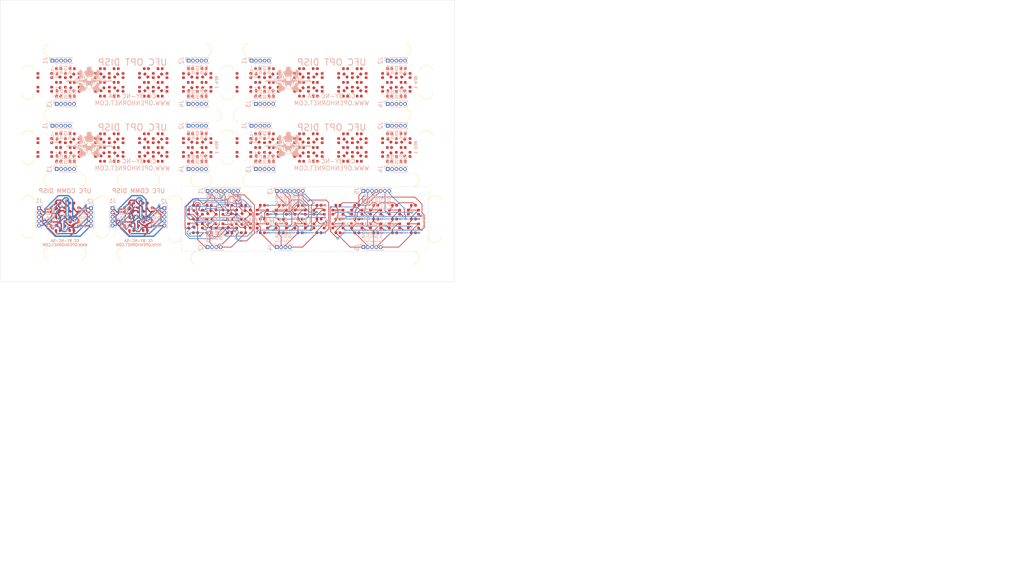
<source format=kicad_pcb>
(kicad_pcb (version 20171130) (host pcbnew "(5.1.4)-1")
  (layers (0 F.Cu signal) (31 B.Cu signal) (34 B.Paste user) (35 F.Paste user) (36 B.SilkS user) (37 F.SilkS user) (38 B.Mask user) (39 F.Mask user) (44 Edge.Cuts user))
  (net 0 "")
  (module LED_SMD:LED_0402_1005Metric (layer F.Cu) (at 135.215625 81.492)
    (fp_text reference D89 hide)
    (fp_text value LED)
    (pad 2 smd roundrect (at 0.485 0) (size 0.59 0.64) (layers F.Cu F.Paste F.Mask))
    (pad 1 smd roundrect (at -0.485 0) (size 0.59 0.64) (layers F.Cu F.Paste F.Mask))
  )
  (module LED_SMD:LED_0402_1005Metric (layer F.Cu) (at 129.659375 83.0795 270)
    (fp_text reference D87 hide)
    (fp_text value LED)
    (pad 2 smd roundrect (at 0.485 0 270) (size 0.59 0.64) (layers F.Cu F.Paste F.Mask))
    (pad 1 smd roundrect (at -0.485 0 270) (size 0.59 0.64) (layers F.Cu F.Paste F.Mask))
  )
  (module Connector_PinHeader_1.00mm:PinHeader_1x05_P1.00mm_Vertical (layer B.Cu) (at 123.6375 91.167 270)
    (fp_text reference J6 (at 0 1.56 90) (layer B.SilkS) (effects (justify mirror)))
    (fp_text value Conn_01x05_Male)
    (pad 5 thru_hole oval (at 0 -4 270) (size 0.85 0.85) (drill 0.5) (layers *.Cu *.Mask))
    (pad 4 thru_hole oval (at 0 -3 270) (size 0.85 0.85) (drill 0.5) (layers *.Cu *.Mask))
    (pad 3 thru_hole oval (at 0 -2 270) (size 0.85 0.85) (drill 0.5) (layers *.Cu *.Mask))
    (pad 2 thru_hole oval (at 0 -1 270) (size 0.85 0.85) (drill 0.5) (layers *.Cu *.Mask))
    (pad 1 thru_hole rect (at 0 0 270) (size 0.85 0.85) (drill 0.5) (layers *.Cu *.Mask))
  )
  (module Connector_PinHeader_1.00mm:PinHeader_1x07_P1.00mm_Vertical (layer B.Cu) (at 103.6375 78.167 270)
    (fp_text reference J3 (at 0 1.56 90) (layer B.SilkS) (effects (justify mirror)))
    (fp_text value Conn_01x07_Male)
    (pad 7 thru_hole oval (at 0 -6 270) (size 0.85 0.85) (drill 0.5) (layers *.Cu *.Mask))
    (pad 6 thru_hole oval (at 0 -5 270) (size 0.85 0.85) (drill 0.5) (layers *.Cu *.Mask))
    (pad 5 thru_hole oval (at 0 -4 270) (size 0.85 0.85) (drill 0.5) (layers *.Cu *.Mask))
    (pad 4 thru_hole oval (at 0 -3 270) (size 0.85 0.85) (drill 0.5) (layers *.Cu *.Mask))
    (pad 3 thru_hole oval (at 0 -2 270) (size 0.85 0.85) (drill 0.5) (layers *.Cu *.Mask))
    (pad 2 thru_hole oval (at 0 -1 270) (size 0.85 0.85) (drill 0.5) (layers *.Cu *.Mask))
    (pad 1 thru_hole rect (at 0 0 270) (size 0.85 0.85) (drill 0.5) (layers *.Cu *.Mask))
  )
  (module Connector_PinHeader_1.00mm:PinHeader_1x07_P1.00mm_Vertical (layer B.Cu) (at 123.6375 78.167 270)
    (fp_text reference J5 (at 0 1.56 90) (layer B.SilkS) (effects (justify mirror)))
    (fp_text value Conn_01x07_Male)
    (pad 1 thru_hole rect (at 0 0 270) (size 0.85 0.85) (drill 0.5) (layers *.Cu *.Mask))
    (pad 2 thru_hole oval (at 0 -1 270) (size 0.85 0.85) (drill 0.5) (layers *.Cu *.Mask))
    (pad 3 thru_hole oval (at 0 -2 270) (size 0.85 0.85) (drill 0.5) (layers *.Cu *.Mask))
    (pad 4 thru_hole oval (at 0 -3 270) (size 0.85 0.85) (drill 0.5) (layers *.Cu *.Mask))
    (pad 5 thru_hole oval (at 0 -4 270) (size 0.85 0.85) (drill 0.5) (layers *.Cu *.Mask))
    (pad 6 thru_hole oval (at 0 -5 270) (size 0.85 0.85) (drill 0.5) (layers *.Cu *.Mask))
    (pad 7 thru_hole oval (at 0 -6 270) (size 0.85 0.85) (drill 0.5) (layers *.Cu *.Mask))
  )
  (module Connector_PinHeader_1.00mm:PinHeader_1x04_P1.00mm_Vertical (layer B.Cu) (at 103.6375 91.167 270)
    (fp_text reference J4 (at 0 1.56 90) (layer B.SilkS) (effects (justify mirror)))
    (fp_text value Conn_01x04_Male)
    (pad 1 thru_hole rect (at 0 0 270) (size 0.85 0.85) (drill 0.5) (layers *.Cu *.Mask))
    (pad 2 thru_hole oval (at 0 -1 270) (size 0.85 0.85) (drill 0.5) (layers *.Cu *.Mask))
    (pad 3 thru_hole oval (at 0 -2 270) (size 0.85 0.85) (drill 0.5) (layers *.Cu *.Mask))
    (pad 4 thru_hole oval (at 0 -3 270) (size 0.85 0.85) (drill 0.5) (layers *.Cu *.Mask))
  )
  (module Connector_PinHeader_1.00mm:PinHeader_1x04_P1.00mm_Vertical (layer B.Cu) (at 87.6375 91.167 270)
    (fp_text reference J2 (at 0 1.56 90) (layer B.SilkS) (effects (justify mirror)))
    (fp_text value Conn_01x04_Male)
    (pad 4 thru_hole oval (at 0 -3 270) (size 0.85 0.85) (drill 0.5) (layers *.Cu *.Mask))
    (pad 3 thru_hole oval (at 0 -2 270) (size 0.85 0.85) (drill 0.5) (layers *.Cu *.Mask))
    (pad 2 thru_hole oval (at 0 -1 270) (size 0.85 0.85) (drill 0.5) (layers *.Cu *.Mask))
    (pad 1 thru_hole rect (at 0 0 270) (size 0.85 0.85) (drill 0.5) (layers *.Cu *.Mask))
  )
  (module LED_SMD:LED_0402_1005Metric (layer F.Cu) (at 130.85 84.667)
    (fp_text reference D88 hide)
    (fp_text value LED)
    (pad 1 smd roundrect (at -0.485 0) (size 0.59 0.64) (layers F.Cu F.Paste F.Mask))
    (pad 2 smd roundrect (at 0.485 0) (size 0.59 0.64) (layers F.Cu F.Paste F.Mask))
  )
  (module Connector_PinHeader_1.00mm:PinHeader_1x08_P1.00mm_Vertical (layer B.Cu) (at 87.6375 78.167 270)
    (fp_text reference J1 (at 0 1.56 90) (layer B.SilkS) (effects (justify mirror)))
    (fp_text value Conn_01x08_Male)
    (pad 8 thru_hole oval (at 0 -7 270) (size 0.85 0.85) (drill 0.5) (layers *.Cu *.Mask))
    (pad 7 thru_hole oval (at 0 -6 270) (size 0.85 0.85) (drill 0.5) (layers *.Cu *.Mask))
    (pad 6 thru_hole oval (at 0 -5 270) (size 0.85 0.85) (drill 0.5) (layers *.Cu *.Mask))
    (pad 5 thru_hole oval (at 0 -4 270) (size 0.85 0.85) (drill 0.5) (layers *.Cu *.Mask))
    (pad 4 thru_hole oval (at 0 -3 270) (size 0.85 0.85) (drill 0.5) (layers *.Cu *.Mask))
    (pad 3 thru_hole oval (at 0 -2 270) (size 0.85 0.85) (drill 0.5) (layers *.Cu *.Mask))
    (pad 2 thru_hole oval (at 0 -1 270) (size 0.85 0.85) (drill 0.5) (layers *.Cu *.Mask))
    (pad 1 thru_hole rect (at 0 0 270) (size 0.85 0.85) (drill 0.5) (layers *.Cu *.Mask))
  )
  (module LED_SMD:LED_0402_1005Metric (layer F.Cu) (at 135.215625 84.667)
    (fp_text reference D95 hide)
    (fp_text value LED)
    (pad 2 smd roundrect (at 0.485 0) (size 0.59 0.64) (layers F.Cu F.Paste F.Mask))
    (pad 1 smd roundrect (at -0.485 0) (size 0.59 0.64) (layers F.Cu F.Paste F.Mask))
  )
  (module LED_SMD:LED_0402_1005Metric (layer F.Cu) (at 134.025 83.0795 270)
    (fp_text reference D94 hide)
    (fp_text value LED)
    (pad 1 smd roundrect (at -0.485 0 270) (size 0.59 0.64) (layers F.Cu F.Paste F.Mask))
    (pad 2 smd roundrect (at 0.485 0 270) (size 0.59 0.64) (layers F.Cu F.Paste F.Mask))
  )
  (module LED_SMD:LED_0402_1005Metric (layer F.Cu) (at 134.025 86.2545 270)
    (fp_text reference D93 hide)
    (fp_text value LED)
    (pad 2 smd roundrect (at 0.485 0 270) (size 0.59 0.64) (layers F.Cu F.Paste F.Mask))
    (pad 1 smd roundrect (at -0.485 0 270) (size 0.59 0.64) (layers F.Cu F.Paste F.Mask))
  )
  (module LED_SMD:LED_0402_1005Metric (layer F.Cu) (at 135.215625 87.842)
    (fp_text reference D92 hide)
    (fp_text value LED)
    (pad 1 smd roundrect (at -0.485 0) (size 0.59 0.64) (layers F.Cu F.Paste F.Mask))
    (pad 2 smd roundrect (at 0.485 0) (size 0.59 0.64) (layers F.Cu F.Paste F.Mask))
  )
  (module LED_SMD:LED_0402_1005Metric (layer F.Cu) (at 136.40625 86.2545 270)
    (fp_text reference D91 hide)
    (fp_text value LED)
    (pad 2 smd roundrect (at 0.485 0 270) (size 0.59 0.64) (layers F.Cu F.Paste F.Mask))
    (pad 1 smd roundrect (at -0.485 0 270) (size 0.59 0.64) (layers F.Cu F.Paste F.Mask))
  )
  (module LED_SMD:LED_0402_1005Metric (layer F.Cu) (at 136.40625 83.0795 270)
    (fp_text reference D90 hide)
    (fp_text value LED)
    (pad 1 smd roundrect (at -0.485 0 270) (size 0.59 0.64) (layers F.Cu F.Paste F.Mask))
    (pad 2 smd roundrect (at 0.485 0 270) (size 0.59 0.64) (layers F.Cu F.Paste F.Mask))
  )
  (module LED_SMD:LED_0402_1005Metric (layer F.Cu) (at 129.659375 86.2545 270)
    (fp_text reference D86 hide)
    (fp_text value LED)
    (pad 1 smd roundrect (at -0.485 0 270) (size 0.59 0.64) (layers F.Cu F.Paste F.Mask))
    (pad 2 smd roundrect (at 0.485 0 270) (size 0.59 0.64) (layers F.Cu F.Paste F.Mask))
  )
  (module LED_SMD:LED_0402_1005Metric (layer F.Cu) (at 132.040625 86.2545 270)
    (fp_text reference D84 hide)
    (fp_text value LED)
    (pad 1 smd roundrect (at -0.485 0 270) (size 0.59 0.64) (layers F.Cu F.Paste F.Mask))
    (pad 2 smd roundrect (at 0.485 0 270) (size 0.59 0.64) (layers F.Cu F.Paste F.Mask))
  )
  (module LED_SMD:LED_0402_1005Metric (layer F.Cu) (at 130.85 81.492)
    (fp_text reference D82 hide)
    (fp_text value LED)
    (pad 1 smd roundrect (at -0.485 0) (size 0.59 0.64) (layers F.Cu F.Paste F.Mask))
    (pad 2 smd roundrect (at 0.485 0) (size 0.59 0.64) (layers F.Cu F.Paste F.Mask))
  )
  (module LED_SMD:LED_0402_1005Metric (layer F.Cu) (at 126.484375 84.667)
    (fp_text reference D81 hide)
    (fp_text value LED)
    (pad 2 smd roundrect (at 0.485 0) (size 0.59 0.64) (layers F.Cu F.Paste F.Mask))
    (pad 1 smd roundrect (at -0.485 0) (size 0.59 0.64) (layers F.Cu F.Paste F.Mask))
  )
  (module LED_SMD:LED_0402_1005Metric (layer F.Cu) (at 126.484375 87.842)
    (fp_text reference D78 hide)
    (fp_text value LED)
    (pad 1 smd roundrect (at -0.485 0) (size 0.59 0.64) (layers F.Cu F.Paste F.Mask))
    (pad 2 smd roundrect (at 0.485 0) (size 0.59 0.64) (layers F.Cu F.Paste F.Mask))
  )
  (module LED_SMD:LED_0402_1005Metric (layer F.Cu) (at 127.675 83.0795 270)
    (fp_text reference D76 hide)
    (fp_text value LED)
    (pad 1 smd roundrect (at -0.485 0 270) (size 0.59 0.64) (layers F.Cu F.Paste F.Mask))
    (pad 2 smd roundrect (at 0.485 0 270) (size 0.59 0.64) (layers F.Cu F.Paste F.Mask))
  )
  (module LED_SMD:LED_0402_1005Metric (layer F.Cu) (at 127.675 86.2545 270)
    (fp_text reference D77 hide)
    (fp_text value LED)
    (pad 2 smd roundrect (at 0.485 0 270) (size 0.59 0.64) (layers F.Cu F.Paste F.Mask))
    (pad 1 smd roundrect (at -0.485 0 270) (size 0.59 0.64) (layers F.Cu F.Paste F.Mask))
  )
  (module LED_SMD:LED_0402_1005Metric (layer F.Cu) (at 122.11875 84.667)
    (fp_text reference D74 hide)
    (fp_text value LED)
    (pad 1 smd roundrect (at -0.485 0) (size 0.59 0.64) (layers F.Cu F.Paste F.Mask))
    (pad 2 smd roundrect (at 0.485 0) (size 0.59 0.64) (layers F.Cu F.Paste F.Mask))
  )
  (module LED_SMD:LED_0402_1005Metric (layer F.Cu) (at 110.2125 86.2545 270)
    (fp_text reference D49 hide)
    (fp_text value LED)
    (pad 1 smd roundrect (at -0.485 0 270) (size 0.59 0.64) (layers F.Cu F.Paste F.Mask))
    (pad 2 smd roundrect (at 0.485 0 270) (size 0.59 0.64) (layers F.Cu F.Paste F.Mask))
  )
  (module LED_SMD:LED_0402_1005Metric (layer F.Cu) (at 120.928125 86.2545 90)
    (fp_text reference D72 hide)
    (fp_text value LED)
    (pad 2 smd roundrect (at 0.485 0 90) (size 0.59 0.64) (layers F.Cu F.Paste F.Mask))
    (pad 1 smd roundrect (at -0.485 0 90) (size 0.59 0.64) (layers F.Cu F.Paste F.Mask))
  )
  (module LED_SMD:LED_0402_1005Metric (layer F.Cu) (at 122.11875 87.842)
    (fp_text reference D71 hide)
    (fp_text value LED)
    (pad 1 smd roundrect (at -0.485 0) (size 0.59 0.64) (layers F.Cu F.Paste F.Mask))
    (pad 2 smd roundrect (at 0.485 0) (size 0.59 0.64) (layers F.Cu F.Paste F.Mask))
  )
  (module LED_SMD:LED_0402_1005Metric (layer F.Cu) (at 103.465625 83.0795 270)
    (fp_text reference D45 hide)
    (fp_text value LED)
    (pad 1 smd roundrect (at -0.485 0 270) (size 0.59 0.64) (layers F.Cu F.Paste F.Mask))
    (pad 2 smd roundrect (at 0.485 0 270) (size 0.59 0.64) (layers F.Cu F.Paste F.Mask))
  )
  (module LED_SMD:LED_0402_1005Metric (layer F.Cu) (at 118.94375 86.2545 270)
    (fp_text reference D63 hide)
    (fp_text value LED)
    (pad 1 smd roundrect (at -0.485 0 270) (size 0.59 0.64) (layers F.Cu F.Paste F.Mask))
    (pad 2 smd roundrect (at 0.485 0 270) (size 0.59 0.64) (layers F.Cu F.Paste F.Mask))
  )
  (module LED_SMD:LED_0402_1005Metric (layer F.Cu) (at 123.309375 83.0795 270)
    (fp_text reference D69 hide)
    (fp_text value LED)
    (pad 1 smd roundrect (at -0.485 0 270) (size 0.59 0.64) (layers F.Cu F.Paste F.Mask))
    (pad 2 smd roundrect (at 0.485 0 270) (size 0.59 0.64) (layers F.Cu F.Paste F.Mask))
  )
  (module LED_SMD:LED_0402_1005Metric (layer F.Cu) (at 122.11875 81.492)
    (fp_text reference D68 hide)
    (fp_text value LED)
    (pad 2 smd roundrect (at 0.485 0) (size 0.59 0.64) (layers F.Cu F.Paste F.Mask))
    (pad 1 smd roundrect (at -0.485 0) (size 0.59 0.64) (layers F.Cu F.Paste F.Mask))
  )
  (module LED_SMD:LED_0402_1005Metric (layer F.Cu) (at 117.753125 84.667)
    (fp_text reference D67 hide)
    (fp_text value LED)
    (pad 1 smd roundrect (at -0.485 0) (size 0.59 0.64) (layers F.Cu F.Paste F.Mask))
    (pad 2 smd roundrect (at 0.485 0) (size 0.59 0.64) (layers F.Cu F.Paste F.Mask))
  )
  (module LED_SMD:LED_0402_1005Metric (layer F.Cu) (at 114.578125 86.2545 270)
    (fp_text reference D56 hide)
    (fp_text value LED)
    (pad 2 smd roundrect (at 0.485 0 270) (size 0.59 0.64) (layers F.Cu F.Paste F.Mask))
    (pad 1 smd roundrect (at -0.485 0 270) (size 0.59 0.64) (layers F.Cu F.Paste F.Mask))
  )
  (module LED_SMD:LED_0402_1005Metric (layer F.Cu) (at 107.83125 86.2545 270)
    (fp_text reference D51 hide)
    (fp_text value LED)
    (pad 1 smd roundrect (at -0.485 0 270) (size 0.59 0.64) (layers F.Cu F.Paste F.Mask))
    (pad 2 smd roundrect (at 0.485 0 270) (size 0.59 0.64) (layers F.Cu F.Paste F.Mask))
  )
  (module LED_SMD:LED_0402_1005Metric (layer F.Cu) (at 104.65625 84.667 180)
    (fp_text reference D46 hide)
    (fp_text value LED)
    (pad 2 smd roundrect (at 0.485 0 180) (size 0.59 0.64) (layers F.Cu F.Paste F.Mask))
    (pad 1 smd roundrect (at -0.485 0 180) (size 0.59 0.64) (layers F.Cu F.Paste F.Mask))
  )
  (module LED_SMD:LED_0402_1005Metric (layer F.Cu) (at 116.5625 86.2545 270)
    (fp_text reference D65 hide)
    (fp_text value LED)
    (pad 1 smd roundrect (at -0.485 0 270) (size 0.59 0.64) (layers F.Cu F.Paste F.Mask))
    (pad 2 smd roundrect (at 0.485 0 270) (size 0.59 0.64) (layers F.Cu F.Paste F.Mask))
  )
  (module LED_SMD:LED_0402_1005Metric (layer F.Cu) (at 117.753125 87.842)
    (fp_text reference D64 hide)
    (fp_text value LED)
    (pad 2 smd roundrect (at 0.485 0) (size 0.59 0.64) (layers F.Cu F.Paste F.Mask))
    (pad 1 smd roundrect (at -0.485 0) (size 0.59 0.64) (layers F.Cu F.Paste F.Mask))
  )
  (module LED_SMD:LED_0402_1005Metric (layer F.Cu) (at 112.196875 86.2545 270)
    (fp_text reference D58 hide)
    (fp_text value LED)
    (pad 2 smd roundrect (at 0.485 0 270) (size 0.59 0.64) (layers F.Cu F.Paste F.Mask))
    (pad 1 smd roundrect (at -0.485 0 270) (size 0.59 0.64) (layers F.Cu F.Paste F.Mask))
  )
  (module LED_SMD:LED_0402_1005Metric (layer F.Cu) (at 112.196875 83.0795 270)
    (fp_text reference D59 hide)
    (fp_text value LED)
    (pad 1 smd roundrect (at -0.485 0 270) (size 0.59 0.64) (layers F.Cu F.Paste F.Mask))
    (pad 2 smd roundrect (at 0.485 0 270) (size 0.59 0.64) (layers F.Cu F.Paste F.Mask))
  )
  (module LED_SMD:LED_0402_1005Metric (layer F.Cu) (at 113.3875 87.842)
    (fp_text reference D57 hide)
    (fp_text value LED)
    (pad 1 smd roundrect (at -0.485 0) (size 0.59 0.64) (layers F.Cu F.Paste F.Mask))
    (pad 2 smd roundrect (at 0.485 0) (size 0.59 0.64) (layers F.Cu F.Paste F.Mask))
  )
  (module LED_SMD:LED_0402_1005Metric (layer F.Cu) (at 109.021875 81.492)
    (fp_text reference D47 hide)
    (fp_text value LED)
    (pad 1 smd roundrect (at -0.485 0) (size 0.59 0.64) (layers F.Cu F.Paste F.Mask))
    (pad 2 smd roundrect (at 0.485 0) (size 0.59 0.64) (layers F.Cu F.Paste F.Mask))
  )
  (module LED_SMD:LED_0402_1005Metric (layer F.Cu) (at 103.465625 86.2545 270)
    (fp_text reference D44 hide)
    (fp_text value LED)
    (pad 2 smd roundrect (at 0.485 0 270) (size 0.59 0.64) (layers F.Cu F.Paste F.Mask))
    (pad 1 smd roundrect (at -0.485 0 270) (size 0.59 0.64) (layers F.Cu F.Paste F.Mask))
  )
  (module LED_SMD:LED_0402_1005Metric (layer F.Cu) (at 109.021875 84.667)
    (fp_text reference D53 hide)
    (fp_text value LED)
    (pad 1 smd roundrect (at -0.485 0) (size 0.59 0.64) (layers F.Cu F.Paste F.Mask))
    (pad 2 smd roundrect (at 0.485 0) (size 0.59 0.64) (layers F.Cu F.Paste F.Mask))
  )
  (module LED_SMD:LED_0402_1005Metric (layer F.Cu) (at 104.65625 87.842)
    (fp_text reference D43 hide)
    (fp_text value LED)
    (pad 1 smd roundrect (at -0.485 0) (size 0.59 0.64) (layers F.Cu F.Paste F.Mask))
    (pad 2 smd roundrect (at 0.485 0) (size 0.59 0.64) (layers F.Cu F.Paste F.Mask))
  )
  (module LED_SMD:LED_0402_1005Metric (layer F.Cu) (at 113.3875 84.667)
    (fp_text reference D60 hide)
    (fp_text value LED)
    (pad 2 smd roundrect (at 0.485 0) (size 0.59 0.64) (layers F.Cu F.Paste F.Mask))
    (pad 1 smd roundrect (at -0.485 0) (size 0.59 0.64) (layers F.Cu F.Paste F.Mask))
  )
  (module LED_SMD:LED_0402_1005Metric (layer F.Cu) (at 113.3875 81.492)
    (fp_text reference D54 hide)
    (fp_text value LED)
    (pad 2 smd roundrect (at 0.485 0) (size 0.59 0.64) (layers F.Cu F.Paste F.Mask))
    (pad 1 smd roundrect (at -0.485 0) (size 0.59 0.64) (layers F.Cu F.Paste F.Mask))
  )
  (module LED_SMD:LED_0402_1005Metric (layer F.Cu) (at 117.753125 81.492)
    (fp_text reference D61 hide)
    (fp_text value LED)
    (pad 1 smd roundrect (at -0.485 0) (size 0.59 0.64) (layers F.Cu F.Paste F.Mask))
    (pad 2 smd roundrect (at 0.485 0) (size 0.59 0.64) (layers F.Cu F.Paste F.Mask))
  )
  (module LED_SMD:LED_0402_1005Metric (layer F.Cu) (at 110.2125 83.0795 270)
    (fp_text reference D48 hide)
    (fp_text value LED)
    (pad 2 smd roundrect (at 0.485 0 270) (size 0.59 0.64) (layers F.Cu F.Paste F.Mask))
    (pad 1 smd roundrect (at -0.485 0 270) (size 0.59 0.64) (layers F.Cu F.Paste F.Mask))
  )
  (module LED_SMD:LED_0402_1005Metric (layer F.Cu) (at 125.29375 83.0795 270)
    (fp_text reference D80 hide)
    (fp_text value LED)
    (pad 1 smd roundrect (at -0.485 0 270) (size 0.59 0.64) (layers F.Cu F.Paste F.Mask))
    (pad 2 smd roundrect (at 0.485 0 270) (size 0.59 0.64) (layers F.Cu F.Paste F.Mask))
  )
  (module LED_SMD:LED_0402_1005Metric (layer F.Cu) (at 126.484375 81.492)
    (fp_text reference D75 hide)
    (fp_text value LED)
    (pad 2 smd roundrect (at 0.485 0) (size 0.59 0.64) (layers F.Cu F.Paste F.Mask))
    (pad 1 smd roundrect (at -0.485 0) (size 0.59 0.64) (layers F.Cu F.Paste F.Mask))
  )
  (module LED_SMD:LED_0402_1005Metric (layer F.Cu) (at 107.83125 83.0795 270)
    (fp_text reference D52 hide)
    (fp_text value LED)
    (pad 2 smd roundrect (at 0.485 0 270) (size 0.59 0.64) (layers F.Cu F.Paste F.Mask))
    (pad 1 smd roundrect (at -0.485 0 270) (size 0.59 0.64) (layers F.Cu F.Paste F.Mask))
  )
  (module LED_SMD:LED_0402_1005Metric (layer F.Cu) (at 118.94375 83.0795 270)
    (fp_text reference D62 hide)
    (fp_text value LED)
    (pad 2 smd roundrect (at 0.485 0 270) (size 0.59 0.64) (layers F.Cu F.Paste F.Mask))
    (pad 1 smd roundrect (at -0.485 0 270) (size 0.59 0.64) (layers F.Cu F.Paste F.Mask))
  )
  (module LED_SMD:LED_0402_1005Metric (layer F.Cu) (at 130.85 87.842)
    (fp_text reference D85 hide)
    (fp_text value LED)
    (pad 2 smd roundrect (at 0.485 0) (size 0.59 0.64) (layers F.Cu F.Paste F.Mask))
    (pad 1 smd roundrect (at -0.485 0) (size 0.59 0.64) (layers F.Cu F.Paste F.Mask))
  )
  (module LED_SMD:LED_0402_1005Metric (layer F.Cu) (at 132.040625 83.0795 270)
    (fp_text reference D83 hide)
    (fp_text value LED)
    (pad 2 smd roundrect (at 0.485 0 270) (size 0.59 0.64) (layers F.Cu F.Paste F.Mask))
    (pad 1 smd roundrect (at -0.485 0 270) (size 0.59 0.64) (layers F.Cu F.Paste F.Mask))
  )
  (module LED_SMD:LED_0402_1005Metric (layer F.Cu) (at 116.5625 83.0795 270)
    (fp_text reference D66 hide)
    (fp_text value LED)
    (pad 2 smd roundrect (at 0.485 0 270) (size 0.59 0.64) (layers F.Cu F.Paste F.Mask))
    (pad 1 smd roundrect (at -0.485 0 270) (size 0.59 0.64) (layers F.Cu F.Paste F.Mask))
  )
  (module LED_SMD:LED_0402_1005Metric (layer F.Cu) (at 125.29375 86.2545 270)
    (fp_text reference D79 hide)
    (fp_text value LED)
    (pad 2 smd roundrect (at 0.485 0 270) (size 0.59 0.64) (layers F.Cu F.Paste F.Mask))
    (pad 1 smd roundrect (at -0.485 0 270) (size 0.59 0.64) (layers F.Cu F.Paste F.Mask))
  )
  (module LED_SMD:LED_0402_1005Metric (layer F.Cu) (at 123.309375 86.2545 270)
    (fp_text reference D70 hide)
    (fp_text value LED)
    (pad 2 smd roundrect (at 0.485 0 270) (size 0.59 0.64) (layers F.Cu F.Paste F.Mask))
    (pad 1 smd roundrect (at -0.485 0 270) (size 0.59 0.64) (layers F.Cu F.Paste F.Mask))
  )
  (module LED_SMD:LED_0402_1005Metric (layer F.Cu) (at 114.578125 83.0795 270)
    (fp_text reference D55 hide)
    (fp_text value LED)
    (pad 1 smd roundrect (at -0.485 0 270) (size 0.59 0.64) (layers F.Cu F.Paste F.Mask))
    (pad 2 smd roundrect (at 0.485 0 270) (size 0.59 0.64) (layers F.Cu F.Paste F.Mask))
  )
  (module LED_SMD:LED_0402_1005Metric (layer F.Cu) (at 109.021875 87.842)
    (fp_text reference D50 hide)
    (fp_text value LED)
    (pad 2 smd roundrect (at 0.485 0) (size 0.59 0.64) (layers F.Cu F.Paste F.Mask))
    (pad 1 smd roundrect (at -0.485 0) (size 0.59 0.64) (layers F.Cu F.Paste F.Mask))
  )
  (module LED_SMD:LED_0402_1005Metric (layer F.Cu) (at 120.928125 83.0795 270)
    (fp_text reference D73 hide)
    (fp_text value LED)
    (pad 2 smd roundrect (at 0.485 0 270) (size 0.59 0.64) (layers F.Cu F.Paste F.Mask))
    (pad 1 smd roundrect (at -0.485 0 270) (size 0.59 0.64) (layers F.Cu F.Paste F.Mask))
  )
  (module LED_SMD:LED_0402_1005Metric (layer F.Cu) (at 105.846875 86.2545 270)
    (fp_text reference D42 hide)
    (fp_text value LED)
    (pad 2 smd roundrect (at 0.485 0 270) (size 0.59 0.64) (layers F.Cu F.Paste F.Mask))
    (pad 1 smd roundrect (at -0.485 0 270) (size 0.59 0.64) (layers F.Cu F.Paste F.Mask))
  )
  (module LED_SMD:LED_0402_1005Metric (layer F.Cu) (at 88.0015 87.8415)
    (fp_text reference D14 hide)
    (fp_text value LED)
    (pad 2 smd roundrect (at 0.485 0) (size 0.59 0.64) (layers F.Cu F.Paste F.Mask))
    (pad 1 smd roundrect (at -0.485 0) (size 0.59 0.64) (layers F.Cu F.Paste F.Mask))
  )
  (module LED_SMD:LED_0402_1005Metric (layer F.Cu) (at 105.846875 83.0795 270)
    (fp_text reference D41 hide)
    (fp_text value LED)
    (pad 1 smd roundrect (at -0.485 0 270) (size 0.59 0.64) (layers F.Cu F.Paste F.Mask))
    (pad 2 smd roundrect (at 0.485 0 270) (size 0.59 0.64) (layers F.Cu F.Paste F.Mask))
  )
  (module LED_SMD:LED_0402_1005Metric (layer F.Cu) (at 101.48125 83.0795 270)
    (fp_text reference D34 hide)
    (fp_text value LED)
    (pad 2 smd roundrect (at 0.485 0 270) (size 0.59 0.64) (layers F.Cu F.Paste F.Mask))
    (pad 1 smd roundrect (at -0.485 0 270) (size 0.59 0.64) (layers F.Cu F.Paste F.Mask))
  )
  (module LED_SMD:LED_0402_1005Metric (layer F.Cu) (at 89.589 86.254 90)
    (fp_text reference D16 hide)
    (fp_text value LED)
    (pad 2 smd roundrect (at 0.485 0 90) (size 0.59 0.64) (layers F.Cu F.Paste F.Mask))
    (pad 1 smd roundrect (at -0.485 0 90) (size 0.59 0.64) (layers F.Cu F.Paste F.Mask))
  )
  (module LED_SMD:LED_0402_1005Metric (layer F.Cu) (at 104.65625 81.492)
    (fp_text reference D40 hide)
    (fp_text value LED)
    (pad 2 smd roundrect (at 0.485 0) (size 0.59 0.64) (layers F.Cu F.Paste F.Mask))
    (pad 1 smd roundrect (at -0.485 0) (size 0.59 0.64) (layers F.Cu F.Paste F.Mask))
  )
  (module LED_SMD:LED_0402_1005Metric (layer F.Cu) (at 100.290625 84.667 180)
    (fp_text reference D39 hide)
    (fp_text value LED)
    (pad 1 smd roundrect (at -0.485 0 180) (size 0.59 0.64) (layers F.Cu F.Paste F.Mask))
    (pad 2 smd roundrect (at 0.485 0 180) (size 0.59 0.64) (layers F.Cu F.Paste F.Mask))
  )
  (module LED_SMD:LED_0402_1005Metric (layer F.Cu) (at 99.1 83.0795 270)
    (fp_text reference D38 hide)
    (fp_text value LED)
    (pad 2 smd roundrect (at 0.485 0 270) (size 0.59 0.64) (layers F.Cu F.Paste F.Mask))
    (pad 1 smd roundrect (at -0.485 0 270) (size 0.59 0.64) (layers F.Cu F.Paste F.Mask))
  )
  (module LED_SMD:LED_0402_1005Metric (layer F.Cu) (at 99.1 86.2545 270)
    (fp_text reference D37 hide)
    (fp_text value LED)
    (pad 1 smd roundrect (at -0.485 0 270) (size 0.59 0.64) (layers F.Cu F.Paste F.Mask))
    (pad 2 smd roundrect (at 0.485 0 270) (size 0.59 0.64) (layers F.Cu F.Paste F.Mask))
  )
  (module LED_SMD:LED_0402_1005Metric (layer F.Cu) (at 100.290625 87.842)
    (fp_text reference D36 hide)
    (fp_text value LED)
    (pad 2 smd roundrect (at 0.485 0) (size 0.59 0.64) (layers F.Cu F.Paste F.Mask))
    (pad 1 smd roundrect (at -0.485 0) (size 0.59 0.64) (layers F.Cu F.Paste F.Mask))
  )
  (module LED_SMD:LED_0402_1005Metric (layer F.Cu) (at 101.48125 86.2545 270)
    (fp_text reference D35 hide)
    (fp_text value LED)
    (pad 1 smd roundrect (at -0.485 0 270) (size 0.59 0.64) (layers F.Cu F.Paste F.Mask))
    (pad 2 smd roundrect (at 0.485 0 270) (size 0.59 0.64) (layers F.Cu F.Paste F.Mask))
  )
  (module LED_SMD:LED_0402_1005Metric (layer F.Cu) (at 100.290625 81.492)
    (fp_text reference D33 hide)
    (fp_text value LED)
    (pad 1 smd roundrect (at -0.485 0) (size 0.59 0.64) (layers F.Cu F.Paste F.Mask))
    (pad 2 smd roundrect (at 0.485 0) (size 0.59 0.64) (layers F.Cu F.Paste F.Mask))
  )
  (module LED_SMD:LED_0402_1005Metric (layer F.Cu) (at 83.239 83.079 270)
    (fp_text reference D1 hide)
    (fp_text value LED)
    (pad 2 smd roundrect (at 0.485 0 270) (size 0.59 0.64) (layers F.Cu F.Paste F.Mask))
    (pad 1 smd roundrect (at -0.485 0 270) (size 0.59 0.64) (layers F.Cu F.Paste F.Mask))
  )
  (module LED_SMD:LED_0402_1005Metric (layer F.Cu) (at 86.414 86.254 90)
    (fp_text reference D9 hide)
    (fp_text value LED)
    (pad 2 smd roundrect (at 0.485 0 90) (size 0.59 0.64) (layers F.Cu F.Paste F.Mask))
    (pad 1 smd roundrect (at -0.485 0 90) (size 0.59 0.64) (layers F.Cu F.Paste F.Mask))
  )
  (module LED_SMD:LED_0402_1005Metric (layer F.Cu) (at 83.239 86.254 90)
    (fp_text reference D2 hide)
    (fp_text value LED)
    (pad 2 smd roundrect (at 0.485 0 90) (size 0.59 0.64) (layers F.Cu F.Paste F.Mask))
    (pad 1 smd roundrect (at -0.485 0 90) (size 0.59 0.64) (layers F.Cu F.Paste F.Mask))
  )
  (module LED_SMD:LED_0402_1005Metric (layer F.Cu) (at 84.8265 81.4915)
    (fp_text reference D3 hide)
    (fp_text value LED)
    (pad 1 smd roundrect (at -0.485 0) (size 0.59 0.64) (layers F.Cu F.Paste F.Mask))
    (pad 2 smd roundrect (at 0.485 0) (size 0.59 0.64) (layers F.Cu F.Paste F.Mask))
  )
  (module LED_SMD:LED_0402_1005Metric (layer F.Cu) (at 86.414 83.079 270)
    (fp_text reference D8 hide)
    (fp_text value LED)
    (pad 2 smd roundrect (at 0.485 0 270) (size 0.59 0.64) (layers F.Cu F.Paste F.Mask))
    (pad 1 smd roundrect (at -0.485 0 270) (size 0.59 0.64) (layers F.Cu F.Paste F.Mask))
  )
  (module LED_SMD:LED_0402_1005Metric (layer F.Cu) (at 84.8265 86.254 45)
    (fp_text reference D6 hide)
    (fp_text value LED)
    (pad 2 smd roundrect (at 0.485 0 45) (size 0.59 0.64) (layers F.Cu F.Paste F.Mask))
    (pad 1 smd roundrect (at -0.485 0 45) (size 0.59 0.64) (layers F.Cu F.Paste F.Mask))
  )
  (module LED_SMD:LED_0402_1005Metric (layer F.Cu) (at 89.589 83.079 270)
    (fp_text reference D15 hide)
    (fp_text value LED)
    (pad 1 smd roundrect (at -0.485 0 270) (size 0.59 0.64) (layers F.Cu F.Paste F.Mask))
    (pad 2 smd roundrect (at 0.485 0 270) (size 0.59 0.64) (layers F.Cu F.Paste F.Mask))
  )
  (module LED_SMD:LED_0402_1005Metric (layer F.Cu) (at 84.8265 87.8415)
    (fp_text reference D7 hide)
    (fp_text value LED)
    (pad 1 smd roundrect (at -0.485 0) (size 0.59 0.64) (layers F.Cu F.Paste F.Mask))
    (pad 2 smd roundrect (at 0.485 0) (size 0.59 0.64) (layers F.Cu F.Paste F.Mask))
  )
  (module LED_SMD:LED_0402_1005Metric (layer F.Cu) (at 84.8265 84.6665)
    (fp_text reference D5 hide)
    (fp_text value LED)
    (pad 1 smd roundrect (at -0.485 0) (size 0.59 0.64) (layers F.Cu F.Paste F.Mask))
    (pad 2 smd roundrect (at 0.485 0) (size 0.59 0.64) (layers F.Cu F.Paste F.Mask))
  )
  (module LED_SMD:LED_0402_1005Metric (layer F.Cu) (at 88.0015 84.6665)
    (fp_text reference D12 hide)
    (fp_text value LED)
    (pad 2 smd roundrect (at 0.485 0) (size 0.59 0.64) (layers F.Cu F.Paste F.Mask))
    (pad 1 smd roundrect (at -0.485 0) (size 0.59 0.64) (layers F.Cu F.Paste F.Mask))
  )
  (module LED_SMD:LED_0402_1005Metric (layer F.Cu) (at 88.0015 86.254 315)
    (fp_text reference D13 hide)
    (fp_text value LED)
    (pad 1 smd roundrect (at -0.485 0 315) (size 0.59 0.64) (layers F.Cu F.Paste F.Mask))
    (pad 2 smd roundrect (at 0.485 0 315) (size 0.59 0.64) (layers F.Cu F.Paste F.Mask))
  )
  (module LED_SMD:LED_0402_1005Metric (layer F.Cu) (at 88.0015 83.079 45)
    (fp_text reference D11 hide)
    (fp_text value LED)
    (pad 1 smd roundrect (at -0.485 0 45) (size 0.59 0.64) (layers F.Cu F.Paste F.Mask))
    (pad 2 smd roundrect (at 0.485 0 45) (size 0.59 0.64) (layers F.Cu F.Paste F.Mask))
  )
  (module LED_SMD:LED_0402_1005Metric (layer F.Cu) (at 92.75 81.492)
    (fp_text reference D19 hide)
    (fp_text value LED)
    (pad 2 smd roundrect (at 0.485 0) (size 0.59 0.64) (layers F.Cu F.Paste F.Mask))
    (pad 1 smd roundrect (at -0.485 0) (size 0.59 0.64) (layers F.Cu F.Paste F.Mask))
  )
  (module LED_SMD:LED_0402_1005Metric (layer F.Cu) (at 94.3375 86.2545 90)
    (fp_text reference D25 hide)
    (fp_text value LED)
    (pad 1 smd roundrect (at -0.485 0 90) (size 0.59 0.64) (layers F.Cu F.Paste F.Mask))
    (pad 2 smd roundrect (at 0.485 0 90) (size 0.59 0.64) (layers F.Cu F.Paste F.Mask))
  )
  (module LED_SMD:LED_0402_1005Metric (layer F.Cu) (at 92.75 86.2545 45)
    (fp_text reference D22 hide)
    (fp_text value LED)
    (pad 2 smd roundrect (at 0.485 0 45) (size 0.59 0.64) (layers F.Cu F.Paste F.Mask))
    (pad 1 smd roundrect (at -0.485 0 45) (size 0.59 0.64) (layers F.Cu F.Paste F.Mask))
  )
  (module LED_SMD:LED_0402_1005Metric (layer F.Cu) (at 92.75 87.842)
    (fp_text reference D23 hide)
    (fp_text value LED)
    (pad 1 smd roundrect (at -0.485 0) (size 0.59 0.64) (layers F.Cu F.Paste F.Mask))
    (pad 2 smd roundrect (at 0.485 0) (size 0.59 0.64) (layers F.Cu F.Paste F.Mask))
  )
  (module LED_SMD:LED_0402_1005Metric (layer F.Cu) (at 95.925 81.492)
    (fp_text reference D26 hide)
    (fp_text value LED)
    (pad 2 smd roundrect (at 0.485 0) (size 0.59 0.64) (layers F.Cu F.Paste F.Mask))
    (pad 1 smd roundrect (at -0.485 0) (size 0.59 0.64) (layers F.Cu F.Paste F.Mask))
  )
  (module LED_SMD:LED_0402_1005Metric (layer F.Cu) (at 95.925 87.842)
    (fp_text reference D30 hide)
    (fp_text value LED)
    (pad 2 smd roundrect (at 0.485 0) (size 0.59 0.64) (layers F.Cu F.Paste F.Mask))
    (pad 1 smd roundrect (at -0.485 0) (size 0.59 0.64) (layers F.Cu F.Paste F.Mask))
  )
  (module LED_SMD:LED_0402_1005Metric (layer F.Cu) (at 92.75 83.0795 315)
    (fp_text reference D20 hide)
    (fp_text value LED)
    (pad 2 smd roundrect (at 0.485 0 315) (size 0.59 0.64) (layers F.Cu F.Paste F.Mask))
    (pad 1 smd roundrect (at -0.485 0 315) (size 0.59 0.64) (layers F.Cu F.Paste F.Mask))
  )
  (module LED_SMD:LED_0402_1005Metric (layer F.Cu) (at 91.1625 83.0795 270)
    (fp_text reference D17 hide)
    (fp_text value LED)
    (pad 2 smd roundrect (at 0.485 0 270) (size 0.59 0.64) (layers F.Cu F.Paste F.Mask))
    (pad 1 smd roundrect (at -0.485 0 270) (size 0.59 0.64) (layers F.Cu F.Paste F.Mask))
  )
  (module LED_SMD:LED_0402_1005Metric (layer F.Cu) (at 95.925 84.667)
    (fp_text reference D28 hide)
    (fp_text value LED)
    (pad 2 smd roundrect (at 0.485 0) (size 0.59 0.64) (layers F.Cu F.Paste F.Mask))
    (pad 1 smd roundrect (at -0.485 0) (size 0.59 0.64) (layers F.Cu F.Paste F.Mask))
  )
  (module LED_SMD:LED_0402_1005Metric (layer F.Cu) (at 94.3375 83.0795 270)
    (fp_text reference D24 hide)
    (fp_text value LED)
    (pad 2 smd roundrect (at 0.485 0 270) (size 0.59 0.64) (layers F.Cu F.Paste F.Mask))
    (pad 1 smd roundrect (at -0.485 0 270) (size 0.59 0.64) (layers F.Cu F.Paste F.Mask))
  )
  (module LED_SMD:LED_0402_1005Metric (layer F.Cu) (at 84.8265 83.079 315)
    (fp_text reference D4 hide)
    (fp_text value LED)
    (pad 2 smd roundrect (at 0.485 0 315) (size 0.59 0.64) (layers F.Cu F.Paste F.Mask))
    (pad 1 smd roundrect (at -0.485 0 315) (size 0.59 0.64) (layers F.Cu F.Paste F.Mask))
  )
  (module LED_SMD:LED_0402_1005Metric (layer F.Cu) (at 95.925 83.0795 45)
    (fp_text reference D27 hide)
    (fp_text value LED)
    (pad 1 smd roundrect (at -0.485 0 45) (size 0.59 0.64) (layers F.Cu F.Paste F.Mask))
    (pad 2 smd roundrect (at 0.485 0 45) (size 0.59 0.64) (layers F.Cu F.Paste F.Mask))
  )
  (module LED_SMD:LED_0402_1005Metric (layer F.Cu) (at 97.5125 83.0795 270)
    (fp_text reference D31 hide)
    (fp_text value LED)
    (pad 1 smd roundrect (at -0.485 0 270) (size 0.59 0.64) (layers F.Cu F.Paste F.Mask))
    (pad 2 smd roundrect (at 0.485 0 270) (size 0.59 0.64) (layers F.Cu F.Paste F.Mask))
  )
  (module LED_SMD:LED_0402_1005Metric (layer F.Cu) (at 97.5125 86.2545 90)
    (fp_text reference D32 hide)
    (fp_text value LED)
    (pad 2 smd roundrect (at 0.485 0 90) (size 0.59 0.64) (layers F.Cu F.Paste F.Mask))
    (pad 1 smd roundrect (at -0.485 0 90) (size 0.59 0.64) (layers F.Cu F.Paste F.Mask))
  )
  (module LED_SMD:LED_0402_1005Metric (layer F.Cu) (at 95.925 86.2545 315)
    (fp_text reference D29 hide)
    (fp_text value LED)
    (pad 1 smd roundrect (at -0.485 0 315) (size 0.59 0.64) (layers F.Cu F.Paste F.Mask))
    (pad 2 smd roundrect (at 0.485 0 315) (size 0.59 0.64) (layers F.Cu F.Paste F.Mask))
  )
  (module LED_SMD:LED_0402_1005Metric (layer F.Cu) (at 91.1625 86.2545 90)
    (fp_text reference D18 hide)
    (fp_text value LED)
    (pad 1 smd roundrect (at -0.485 0 90) (size 0.59 0.64) (layers F.Cu F.Paste F.Mask))
    (pad 2 smd roundrect (at 0.485 0 90) (size 0.59 0.64) (layers F.Cu F.Paste F.Mask))
  )
  (module LED_SMD:LED_0402_1005Metric (layer F.Cu) (at 88.0015 81.4915)
    (fp_text reference D10 hide)
    (fp_text value LED)
    (pad 2 smd roundrect (at 0.485 0) (size 0.59 0.64) (layers F.Cu F.Paste F.Mask))
    (pad 1 smd roundrect (at -0.485 0) (size 0.59 0.64) (layers F.Cu F.Paste F.Mask))
  )
  (module LED_SMD:LED_0402_1005Metric (layer F.Cu) (at 92.75 84.667)
    (fp_text reference D21 hide)
    (fp_text value LED)
    (pad 1 smd roundrect (at -0.485 0) (size 0.59 0.64) (layers F.Cu F.Paste F.Mask))
    (pad 2 smd roundrect (at 0.485 0) (size 0.59 0.64) (layers F.Cu F.Paste F.Mask))
  )
  (module Panelization:0.5mm-NPTH-Drill (layer F.Cu) (at 137.1375 72.917)
    (fp_text reference REF** hide)
    (fp_text value 0.5mm-NPTH-Drill hide)
    (pad "" np_thru_hole circle (at 0 0) (size 0.5 0.5) (drill 0.5) (layers *.Cu *.Mask))
  )
  (module Panelization:0.5mm-NPTH-Drill (layer F.Cu) (at 137.1375 73.667)
    (fp_text reference REF** hide)
    (fp_text value 0.5mm-NPTH-Drill hide)
    (pad "" np_thru_hole circle (at 0 0) (size 0.5 0.5) (drill 0.5) (layers *.Cu *.Mask))
  )
  (module Panelization:0.5mm-NPTH-Drill (layer F.Cu) (at 137.8875 74.417)
    (fp_text reference REF** hide)
    (fp_text value 0.5mm-NPTH-Drill hide)
    (pad "" np_thru_hole circle (at 0 0) (size 0.5 0.5) (drill 0.5) (layers *.Cu *.Mask))
  )
  (module Panelization:0.5mm-NPTH-Drill (layer F.Cu) (at 137.1375 74.417)
    (fp_text reference REF** hide)
    (fp_text value 0.5mm-NPTH-Drill hide)
    (pad "" np_thru_hole circle (at 0 0) (size 0.5 0.5) (drill 0.5) (layers *.Cu *.Mask))
  )
  (module Panelization:0.5mm-NPTH-Drill (layer F.Cu) (at 136.3875 74.417)
    (fp_text reference REF** hide)
    (fp_text value 0.5mm-NPTH-Drill hide)
    (pad "" np_thru_hole circle (at 0 0) (size 0.5 0.5) (drill 0.5) (layers *.Cu *.Mask))
  )
  (module Panelization:mouse-bite-3mm-slot-corner (layer F.Cu) (at 140.1375 75.667 180)
    (fp_text reference mouse-bite-3mm-slot-corner hide)
    (fp_text value VAL** hide)
    (pad "" np_thru_hole circle (at 1.3 0.2 270) (size 0.5 0.5) (drill 0.5) (layers *.Cu *.Mask))
    (pad "" np_thru_hole circle (at 1.3 -0.55 270) (size 0.5 0.5) (drill 0.5) (layers *.Cu *.Mask))
    (pad "" np_thru_hole circle (at 1.3 0.95 270) (size 0.5 0.5) (drill 0.5) (layers *.Cu *.Mask))
    (pad "" np_thru_hole circle (at -0.2 -1.3 180) (size 0.5 0.5) (drill 0.5) (layers *.Cu *.Mask))
    (pad "" np_thru_hole circle (at -0.95 -1.3 180) (size 0.5 0.5) (drill 0.5) (layers *.Cu *.Mask))
    (pad "" np_thru_hole circle (at 0.55 -1.3 180) (size 0.5 0.5) (drill 0.5) (layers *.Cu *.Mask))
    (pad "" np_thru_hole circle (at 1.3 -2.65 270) (size 0.5 0.5) (drill 0.5) (layers *.Cu *.Mask))
    (pad "" np_thru_hole circle (at 1.3 -1.9 270) (size 0.5 0.5) (drill 0.5) (layers *.Cu *.Mask))
    (pad "" np_thru_hole circle (at 1.3 -3.4 270) (size 0.5 0.5) (drill 0.5) (layers *.Cu *.Mask))
    (pad "" np_thru_hole circle (at 1.9 -1.3 180) (size 0.5 0.5) (drill 0.5) (layers *.Cu *.Mask))
    (pad "" np_thru_hole circle (at 3.4 -1.3 180) (size 0.5 0.5) (drill 0.5) (layers *.Cu *.Mask))
    (pad "" np_thru_hole circle (at 2.65 -1.3 180) (size 0.5 0.5) (drill 0.5) (layers *.Cu *.Mask))
  )
  (module Connector_PinHeader_1.00mm:PinHeader_1x05_P1.00mm_Vertical (layer B.Cu) (at 77.6375 82.167 180)
    (fp_text reference J2 (at 0 1.56) (layer B.SilkS) (effects (justify mirror)))
    (fp_text value Conn_01x05_Male)
    (pad 5 thru_hole oval (at 0 -4 180) (size 0.85 0.85) (drill 0.5) (layers *.Cu *.Mask))
    (pad 4 thru_hole oval (at 0 -3 180) (size 0.85 0.85) (drill 0.5) (layers *.Cu *.Mask))
    (pad 3 thru_hole oval (at 0 -2 180) (size 0.85 0.85) (drill 0.5) (layers *.Cu *.Mask))
    (pad 2 thru_hole oval (at 0 -1 180) (size 0.85 0.85) (drill 0.5) (layers *.Cu *.Mask))
    (pad 1 thru_hole rect (at 0 0 180) (size 0.85 0.85) (drill 0.5) (layers *.Cu *.Mask))
  )
  (module Connector_PinHeader_1.00mm:PinHeader_1x05_P1.00mm_Vertical (layer B.Cu) (at 65.6375 82.167 180)
    (fp_text reference J1 (at 0 1.695 180) (layer B.SilkS) (effects (justify mirror)))
    (fp_text value Conn_01x05_Male)
    (pad 1 thru_hole rect (at 0 0 180) (size 0.85 0.85) (drill 0.5) (layers *.Cu *.Mask))
    (pad 2 thru_hole oval (at 0 -1 180) (size 0.85 0.85) (drill 0.5) (layers *.Cu *.Mask))
    (pad 3 thru_hole oval (at 0 -2 180) (size 0.85 0.85) (drill 0.5) (layers *.Cu *.Mask))
    (pad 4 thru_hole oval (at 0 -3 180) (size 0.85 0.85) (drill 0.5) (layers *.Cu *.Mask))
    (pad 5 thru_hole oval (at 0 -4 180) (size 0.85 0.85) (drill 0.5) (layers *.Cu *.Mask))
  )
  (module LED_SMD:LED_0402_1005Metric (layer F.Cu) (at 70.0365 87.3235)
    (fp_text reference D7 hide)
    (fp_text value LED)
    (pad 1 smd roundrect (at -0.485 0) (size 0.59 0.64) (layers F.Cu F.Paste F.Mask))
    (pad 2 smd roundrect (at 0.485 0) (size 0.59 0.64) (layers F.Cu F.Paste F.Mask))
  )
  (module LED_SMD:LED_0402_1005Metric (layer F.Cu) (at 70.0365 80.9735)
    (fp_text reference D3 hide)
    (fp_text value LED)
    (pad 1 smd roundrect (at -0.485 0) (size 0.59 0.64) (layers F.Cu F.Paste F.Mask))
    (pad 2 smd roundrect (at 0.485 0) (size 0.59 0.64) (layers F.Cu F.Paste F.Mask))
  )
  (module LED_SMD:LED_0402_1005Metric (layer F.Cu) (at 73.2115 80.9735)
    (fp_text reference D10 hide)
    (fp_text value LED)
    (pad 2 smd roundrect (at 0.485 0) (size 0.59 0.64) (layers F.Cu F.Paste F.Mask))
    (pad 1 smd roundrect (at -0.485 0) (size 0.59 0.64) (layers F.Cu F.Paste F.Mask))
  )
  (module LED_SMD:LED_0402_1005Metric (layer F.Cu) (at 70.0365 84.1485)
    (fp_text reference D5 hide)
    (fp_text value LED)
    (pad 1 smd roundrect (at -0.485 0) (size 0.59 0.64) (layers F.Cu F.Paste F.Mask))
    (pad 2 smd roundrect (at 0.485 0) (size 0.59 0.64) (layers F.Cu F.Paste F.Mask))
  )
  (module LED_SMD:LED_0402_1005Metric (layer F.Cu) (at 71.624 85.736 90)
    (fp_text reference D9 hide)
    (fp_text value LED)
    (pad 2 smd roundrect (at 0.485 0 90) (size 0.59 0.64) (layers F.Cu F.Paste F.Mask))
    (pad 1 smd roundrect (at -0.485 0 90) (size 0.59 0.64) (layers F.Cu F.Paste F.Mask))
  )
  (module LED_SMD:LED_0402_1005Metric (layer F.Cu) (at 73.2115 84.1485)
    (fp_text reference D12 hide)
    (fp_text value LED)
    (pad 2 smd roundrect (at 0.485 0) (size 0.59 0.64) (layers F.Cu F.Paste F.Mask))
    (pad 1 smd roundrect (at -0.485 0) (size 0.59 0.64) (layers F.Cu F.Paste F.Mask))
  )
  (module LED_SMD:LED_0402_1005Metric (layer F.Cu) (at 68.449 82.561 270)
    (fp_text reference D1 hide)
    (fp_text value LED)
    (pad 2 smd roundrect (at 0.485 0 270) (size 0.59 0.64) (layers F.Cu F.Paste F.Mask))
    (pad 1 smd roundrect (at -0.485 0 270) (size 0.59 0.64) (layers F.Cu F.Paste F.Mask))
  )
  (module LED_SMD:LED_0402_1005Metric (layer F.Cu) (at 71.624 82.561 270)
    (fp_text reference D8 hide)
    (fp_text value LED)
    (pad 2 smd roundrect (at 0.485 0 270) (size 0.59 0.64) (layers F.Cu F.Paste F.Mask))
    (pad 1 smd roundrect (at -0.485 0 270) (size 0.59 0.64) (layers F.Cu F.Paste F.Mask))
  )
  (module LED_SMD:LED_0402_1005Metric (layer F.Cu) (at 73.2115 82.561 45)
    (fp_text reference D11 hide)
    (fp_text value LED)
    (pad 1 smd roundrect (at -0.485 0 45) (size 0.59 0.64) (layers F.Cu F.Paste F.Mask))
    (pad 2 smd roundrect (at 0.485 0 45) (size 0.59 0.64) (layers F.Cu F.Paste F.Mask))
  )
  (module LED_SMD:LED_0402_1005Metric (layer F.Cu) (at 70.0365 82.561 315)
    (fp_text reference D4 hide)
    (fp_text value LED)
    (pad 2 smd roundrect (at 0.485 0 315) (size 0.59 0.64) (layers F.Cu F.Paste F.Mask))
    (pad 1 smd roundrect (at -0.485 0 315) (size 0.59 0.64) (layers F.Cu F.Paste F.Mask))
  )
  (module LED_SMD:LED_0402_1005Metric (layer F.Cu) (at 73.2115 87.3235)
    (fp_text reference D14 hide)
    (fp_text value LED)
    (pad 2 smd roundrect (at 0.485 0) (size 0.59 0.64) (layers F.Cu F.Paste F.Mask))
    (pad 1 smd roundrect (at -0.485 0) (size 0.59 0.64) (layers F.Cu F.Paste F.Mask))
  )
  (module LED_SMD:LED_0402_1005Metric (layer F.Cu) (at 74.799 82.561 270)
    (fp_text reference D15 hide)
    (fp_text value LED)
    (pad 1 smd roundrect (at -0.485 0 270) (size 0.59 0.64) (layers F.Cu F.Paste F.Mask))
    (pad 2 smd roundrect (at 0.485 0 270) (size 0.59 0.64) (layers F.Cu F.Paste F.Mask))
  )
  (module LED_SMD:LED_0402_1005Metric (layer F.Cu) (at 68.449 85.736 90)
    (fp_text reference D2 hide)
    (fp_text value LED)
    (pad 2 smd roundrect (at 0.485 0 90) (size 0.59 0.64) (layers F.Cu F.Paste F.Mask))
    (pad 1 smd roundrect (at -0.485 0 90) (size 0.59 0.64) (layers F.Cu F.Paste F.Mask))
  )
  (module LED_SMD:LED_0402_1005Metric (layer F.Cu) (at 70.0365 85.736 45)
    (fp_text reference D6 hide)
    (fp_text value LED)
    (pad 2 smd roundrect (at 0.485 0 45) (size 0.59 0.64) (layers F.Cu F.Paste F.Mask))
    (pad 1 smd roundrect (at -0.485 0 45) (size 0.59 0.64) (layers F.Cu F.Paste F.Mask))
  )
  (module LED_SMD:LED_0402_1005Metric (layer F.Cu) (at 73.2115 85.736 315)
    (fp_text reference D13 hide)
    (fp_text value LED)
    (pad 1 smd roundrect (at -0.485 0 315) (size 0.59 0.64) (layers F.Cu F.Paste F.Mask))
    (pad 2 smd roundrect (at 0.485 0 315) (size 0.59 0.64) (layers F.Cu F.Paste F.Mask))
  )
  (module LED_SMD:LED_0402_1005Metric (layer F.Cu) (at 74.799 85.736 90)
    (fp_text reference D16 hide)
    (fp_text value LED)
    (pad 2 smd roundrect (at 0.485 0 90) (size 0.59 0.64) (layers F.Cu F.Paste F.Mask))
    (pad 1 smd roundrect (at -0.485 0 90) (size 0.59 0.64) (layers F.Cu F.Paste F.Mask))
  )
  (module Connector_PinHeader_1.00mm:PinHeader_1x05_P1.00mm_Vertical (layer B.Cu) (at 60.6375 82.167 180)
    (fp_text reference J2 (at 0 1.56) (layer B.SilkS) (effects (justify mirror)))
    (fp_text value Conn_01x05_Male)
    (pad 5 thru_hole oval (at 0 -4 180) (size 0.85 0.85) (drill 0.5) (layers *.Cu *.Mask))
    (pad 4 thru_hole oval (at 0 -3 180) (size 0.85 0.85) (drill 0.5) (layers *.Cu *.Mask))
    (pad 3 thru_hole oval (at 0 -2 180) (size 0.85 0.85) (drill 0.5) (layers *.Cu *.Mask))
    (pad 2 thru_hole oval (at 0 -1 180) (size 0.85 0.85) (drill 0.5) (layers *.Cu *.Mask))
    (pad 1 thru_hole rect (at 0 0 180) (size 0.85 0.85) (drill 0.5) (layers *.Cu *.Mask))
  )
  (module Connector_PinHeader_1.00mm:PinHeader_1x05_P1.00mm_Vertical (layer B.Cu) (at 48.6375 82.167 180)
    (fp_text reference J1 (at 0 1.695 180) (layer B.SilkS) (effects (justify mirror)))
    (fp_text value Conn_01x05_Male)
    (pad 1 thru_hole rect (at 0 0 180) (size 0.85 0.85) (drill 0.5) (layers *.Cu *.Mask))
    (pad 2 thru_hole oval (at 0 -1 180) (size 0.85 0.85) (drill 0.5) (layers *.Cu *.Mask))
    (pad 3 thru_hole oval (at 0 -2 180) (size 0.85 0.85) (drill 0.5) (layers *.Cu *.Mask))
    (pad 4 thru_hole oval (at 0 -3 180) (size 0.85 0.85) (drill 0.5) (layers *.Cu *.Mask))
    (pad 5 thru_hole oval (at 0 -4 180) (size 0.85 0.85) (drill 0.5) (layers *.Cu *.Mask))
  )
  (module LED_SMD:LED_0402_1005Metric (layer F.Cu) (at 53.0365 87.3235)
    (fp_text reference D7 hide)
    (fp_text value LED)
    (pad 1 smd roundrect (at -0.485 0) (size 0.59 0.64) (layers F.Cu F.Paste F.Mask))
    (pad 2 smd roundrect (at 0.485 0) (size 0.59 0.64) (layers F.Cu F.Paste F.Mask))
  )
  (module LED_SMD:LED_0402_1005Metric (layer F.Cu) (at 53.0365 80.9735)
    (fp_text reference D3 hide)
    (fp_text value LED)
    (pad 1 smd roundrect (at -0.485 0) (size 0.59 0.64) (layers F.Cu F.Paste F.Mask))
    (pad 2 smd roundrect (at 0.485 0) (size 0.59 0.64) (layers F.Cu F.Paste F.Mask))
  )
  (module LED_SMD:LED_0402_1005Metric (layer F.Cu) (at 56.2115 80.9735)
    (fp_text reference D10 hide)
    (fp_text value LED)
    (pad 2 smd roundrect (at 0.485 0) (size 0.59 0.64) (layers F.Cu F.Paste F.Mask))
    (pad 1 smd roundrect (at -0.485 0) (size 0.59 0.64) (layers F.Cu F.Paste F.Mask))
  )
  (module LED_SMD:LED_0402_1005Metric (layer F.Cu) (at 53.0365 84.1485)
    (fp_text reference D5 hide)
    (fp_text value LED)
    (pad 1 smd roundrect (at -0.485 0) (size 0.59 0.64) (layers F.Cu F.Paste F.Mask))
    (pad 2 smd roundrect (at 0.485 0) (size 0.59 0.64) (layers F.Cu F.Paste F.Mask))
  )
  (module LED_SMD:LED_0402_1005Metric (layer F.Cu) (at 54.624 85.736 90)
    (fp_text reference D9 hide)
    (fp_text value LED)
    (pad 2 smd roundrect (at 0.485 0 90) (size 0.59 0.64) (layers F.Cu F.Paste F.Mask))
    (pad 1 smd roundrect (at -0.485 0 90) (size 0.59 0.64) (layers F.Cu F.Paste F.Mask))
  )
  (module LED_SMD:LED_0402_1005Metric (layer F.Cu) (at 56.2115 84.1485)
    (fp_text reference D12 hide)
    (fp_text value LED)
    (pad 2 smd roundrect (at 0.485 0) (size 0.59 0.64) (layers F.Cu F.Paste F.Mask))
    (pad 1 smd roundrect (at -0.485 0) (size 0.59 0.64) (layers F.Cu F.Paste F.Mask))
  )
  (module LED_SMD:LED_0402_1005Metric (layer F.Cu) (at 51.449 82.561 270)
    (fp_text reference D1 hide)
    (fp_text value LED)
    (pad 2 smd roundrect (at 0.485 0 270) (size 0.59 0.64) (layers F.Cu F.Paste F.Mask))
    (pad 1 smd roundrect (at -0.485 0 270) (size 0.59 0.64) (layers F.Cu F.Paste F.Mask))
  )
  (module LED_SMD:LED_0402_1005Metric (layer F.Cu) (at 54.624 82.561 270)
    (fp_text reference D8 hide)
    (fp_text value LED)
    (pad 2 smd roundrect (at 0.485 0 270) (size 0.59 0.64) (layers F.Cu F.Paste F.Mask))
    (pad 1 smd roundrect (at -0.485 0 270) (size 0.59 0.64) (layers F.Cu F.Paste F.Mask))
  )
  (module LED_SMD:LED_0402_1005Metric (layer F.Cu) (at 56.2115 82.561 45)
    (fp_text reference D11 hide)
    (fp_text value LED)
    (pad 1 smd roundrect (at -0.485 0 45) (size 0.59 0.64) (layers F.Cu F.Paste F.Mask))
    (pad 2 smd roundrect (at 0.485 0 45) (size 0.59 0.64) (layers F.Cu F.Paste F.Mask))
  )
  (module LED_SMD:LED_0402_1005Metric (layer F.Cu) (at 53.0365 82.561 315)
    (fp_text reference D4 hide)
    (fp_text value LED)
    (pad 2 smd roundrect (at 0.485 0 315) (size 0.59 0.64) (layers F.Cu F.Paste F.Mask))
    (pad 1 smd roundrect (at -0.485 0 315) (size 0.59 0.64) (layers F.Cu F.Paste F.Mask))
  )
  (module LED_SMD:LED_0402_1005Metric (layer F.Cu) (at 56.2115 87.3235)
    (fp_text reference D14 hide)
    (fp_text value LED)
    (pad 2 smd roundrect (at 0.485 0) (size 0.59 0.64) (layers F.Cu F.Paste F.Mask))
    (pad 1 smd roundrect (at -0.485 0) (size 0.59 0.64) (layers F.Cu F.Paste F.Mask))
  )
  (module LED_SMD:LED_0402_1005Metric (layer F.Cu) (at 57.799 82.561 270)
    (fp_text reference D15 hide)
    (fp_text value LED)
    (pad 1 smd roundrect (at -0.485 0 270) (size 0.59 0.64) (layers F.Cu F.Paste F.Mask))
    (pad 2 smd roundrect (at 0.485 0 270) (size 0.59 0.64) (layers F.Cu F.Paste F.Mask))
  )
  (module LED_SMD:LED_0402_1005Metric (layer F.Cu) (at 51.449 85.736 90)
    (fp_text reference D2 hide)
    (fp_text value LED)
    (pad 2 smd roundrect (at 0.485 0 90) (size 0.59 0.64) (layers F.Cu F.Paste F.Mask))
    (pad 1 smd roundrect (at -0.485 0 90) (size 0.59 0.64) (layers F.Cu F.Paste F.Mask))
  )
  (module LED_SMD:LED_0402_1005Metric (layer F.Cu) (at 53.0365 85.736 45)
    (fp_text reference D6 hide)
    (fp_text value LED)
    (pad 2 smd roundrect (at 0.485 0 45) (size 0.59 0.64) (layers F.Cu F.Paste F.Mask))
    (pad 1 smd roundrect (at -0.485 0 45) (size 0.59 0.64) (layers F.Cu F.Paste F.Mask))
  )
  (module LED_SMD:LED_0402_1005Metric (layer F.Cu) (at 56.2115 85.736 315)
    (fp_text reference D13 hide)
    (fp_text value LED)
    (pad 1 smd roundrect (at -0.485 0 315) (size 0.59 0.64) (layers F.Cu F.Paste F.Mask))
    (pad 2 smd roundrect (at 0.485 0 315) (size 0.59 0.64) (layers F.Cu F.Paste F.Mask))
  )
  (module LED_SMD:LED_0402_1005Metric (layer F.Cu) (at 57.799 85.736 90)
    (fp_text reference D16 hide)
    (fp_text value LED)
    (pad 2 smd roundrect (at 0.485 0 90) (size 0.59 0.64) (layers F.Cu F.Paste F.Mask))
    (pad 1 smd roundrect (at -0.485 0 90) (size 0.59 0.64) (layers F.Cu F.Paste F.Mask))
  )
  (module LED_SMD:LED_0402_1005Metric (layer F.Cu) (at 64.8915 69.719 90)
    (fp_text reference D25 hide)
    (fp_text value LED)
    (pad 1 smd roundrect (at -0.485 0 90) (size 0.59 0.64) (layers F.Cu F.Paste F.Mask))
    (pad 2 smd roundrect (at 0.485 0 90) (size 0.59 0.64) (layers F.Cu F.Paste F.Mask))
  )
  (module LED_SMD:LED_0402_1005Metric (layer F.Cu) (at 63.304 69.719 45)
    (fp_text reference D22 hide)
    (fp_text value LED)
    (pad 2 smd roundrect (at 0.485 0 45) (size 0.59 0.64) (layers F.Cu F.Paste F.Mask))
    (pad 1 smd roundrect (at -0.485 0 45) (size 0.59 0.64) (layers F.Cu F.Paste F.Mask))
  )
  (module LED_SMD:LED_0402_1005Metric (layer F.Cu) (at 66.479 68.1315)
    (fp_text reference D28 hide)
    (fp_text value LED)
    (pad 2 smd roundrect (at 0.485 0) (size 0.59 0.64) (layers F.Cu F.Paste F.Mask))
    (pad 1 smd roundrect (at -0.485 0) (size 0.59 0.64) (layers F.Cu F.Paste F.Mask))
  )
  (module LED_SMD:LED_0402_1005Metric (layer F.Cu) (at 66.479 66.544 45)
    (fp_text reference D27 hide)
    (fp_text value LED)
    (pad 1 smd roundrect (at -0.485 0 45) (size 0.59 0.64) (layers F.Cu F.Paste F.Mask))
    (pad 2 smd roundrect (at 0.485 0 45) (size 0.59 0.64) (layers F.Cu F.Paste F.Mask))
  )
  (module LED_SMD:LED_0402_1005Metric (layer F.Cu) (at 66.479 64.9565)
    (fp_text reference D26 hide)
    (fp_text value LED)
    (pad 2 smd roundrect (at 0.485 0) (size 0.59 0.64) (layers F.Cu F.Paste F.Mask))
    (pad 1 smd roundrect (at -0.485 0) (size 0.59 0.64) (layers F.Cu F.Paste F.Mask))
  )
  (module LED_SMD:LED_0402_1005Metric (layer F.Cu) (at 64.8915 66.544 270)
    (fp_text reference D24 hide)
    (fp_text value LED)
    (pad 2 smd roundrect (at 0.485 0 270) (size 0.59 0.64) (layers F.Cu F.Paste F.Mask))
    (pad 1 smd roundrect (at -0.485 0 270) (size 0.59 0.64) (layers F.Cu F.Paste F.Mask))
  )
  (module LED_SMD:LED_0402_1005Metric (layer F.Cu) (at 63.304 71.3065)
    (fp_text reference D23 hide)
    (fp_text value LED)
    (pad 1 smd roundrect (at -0.485 0) (size 0.59 0.64) (layers F.Cu F.Paste F.Mask))
    (pad 2 smd roundrect (at 0.485 0) (size 0.59 0.64) (layers F.Cu F.Paste F.Mask))
  )
  (module LED_SMD:LED_0402_1005Metric (layer F.Cu) (at 63.304 64.9565)
    (fp_text reference D19 hide)
    (fp_text value LED)
    (pad 2 smd roundrect (at 0.485 0) (size 0.59 0.64) (layers F.Cu F.Paste F.Mask))
    (pad 1 smd roundrect (at -0.485 0) (size 0.59 0.64) (layers F.Cu F.Paste F.Mask))
  )
  (module LED_SMD:LED_0402_1005Metric (layer F.Cu) (at 56.319 71.3065)
    (fp_text reference D14 hide)
    (fp_text value LED)
    (pad 1 smd roundrect (at -0.485 0) (size 0.59 0.64) (layers F.Cu F.Paste F.Mask))
    (pad 2 smd roundrect (at 0.485 0) (size 0.59 0.64) (layers F.Cu F.Paste F.Mask))
  )
  (module LED_SMD:LED_0402_1005Metric (layer F.Cu) (at 56.319 69.719 315)
    (fp_text reference D13 hide)
    (fp_text value LED)
    (pad 2 smd roundrect (at 0.485 0 315) (size 0.59 0.64) (layers F.Cu F.Paste F.Mask))
    (pad 1 smd roundrect (at -0.485 0 315) (size 0.59 0.64) (layers F.Cu F.Paste F.Mask))
  )
  (module LED_SMD:LED_0402_1005Metric (layer F.Cu) (at 56.319 68.1315)
    (fp_text reference D12 hide)
    (fp_text value LED)
    (pad 1 smd roundrect (at -0.485 0) (size 0.59 0.64) (layers F.Cu F.Paste F.Mask))
    (pad 2 smd roundrect (at 0.485 0) (size 0.59 0.64) (layers F.Cu F.Paste F.Mask))
  )
  (module LED_SMD:LED_0402_1005Metric (layer F.Cu) (at 61.7165 69.719 90)
    (fp_text reference D18 hide)
    (fp_text value LED)
    (pad 1 smd roundrect (at -0.485 0 90) (size 0.59 0.64) (layers F.Cu F.Paste F.Mask))
    (pad 2 smd roundrect (at 0.485 0 90) (size 0.59 0.64) (layers F.Cu F.Paste F.Mask))
  )
  (module LED_SMD:LED_0402_1005Metric (layer F.Cu) (at 57.9065 69.719 90)
    (fp_text reference D16 hide)
    (fp_text value LED)
    (pad 1 smd roundrect (at -0.485 0 90) (size 0.59 0.64) (layers F.Cu F.Paste F.Mask))
    (pad 2 smd roundrect (at 0.485 0 90) (size 0.59 0.64) (layers F.Cu F.Paste F.Mask))
  )
  (module LED_SMD:LED_0402_1005Metric (layer F.Cu) (at 57.9065 66.544 270)
    (fp_text reference D15 hide)
    (fp_text value LED)
    (pad 2 smd roundrect (at 0.485 0 270) (size 0.59 0.64) (layers F.Cu F.Paste F.Mask))
    (pad 1 smd roundrect (at -0.485 0 270) (size 0.59 0.64) (layers F.Cu F.Paste F.Mask))
  )
  (module LED_SMD:LED_0402_1005Metric (layer F.Cu) (at 56.319 66.544 45)
    (fp_text reference D11 hide)
    (fp_text value LED)
    (pad 2 smd roundrect (at 0.485 0 45) (size 0.59 0.64) (layers F.Cu F.Paste F.Mask))
    (pad 1 smd roundrect (at -0.485 0 45) (size 0.59 0.64) (layers F.Cu F.Paste F.Mask))
  )
  (module LED_SMD:LED_0402_1005Metric (layer F.Cu) (at 56.319 64.9565)
    (fp_text reference D10 hide)
    (fp_text value LED)
    (pad 1 smd roundrect (at -0.485 0) (size 0.59 0.64) (layers F.Cu F.Paste F.Mask))
    (pad 2 smd roundrect (at 0.485 0) (size 0.59 0.64) (layers F.Cu F.Paste F.Mask))
  )
  (module LED_SMD:LED_0402_1005Metric (layer F.Cu) (at 54.7315 66.544 270)
    (fp_text reference D8 hide)
    (fp_text value LED)
    (pad 1 smd roundrect (at -0.485 0 270) (size 0.59 0.64) (layers F.Cu F.Paste F.Mask))
    (pad 2 smd roundrect (at 0.485 0 270) (size 0.59 0.64) (layers F.Cu F.Paste F.Mask))
  )
  (module LED_SMD:LED_0402_1005Metric (layer F.Cu) (at 53.144 68.1315)
    (fp_text reference D5 hide)
    (fp_text value LED)
    (pad 2 smd roundrect (at 0.485 0) (size 0.59 0.64) (layers F.Cu F.Paste F.Mask))
    (pad 1 smd roundrect (at -0.485 0) (size 0.59 0.64) (layers F.Cu F.Paste F.Mask))
  )
  (module LED_SMD:LED_0402_1005Metric (layer F.Cu) (at 54.7315 69.719 90)
    (fp_text reference D9 hide)
    (fp_text value LED)
    (pad 1 smd roundrect (at -0.485 0 90) (size 0.59 0.64) (layers F.Cu F.Paste F.Mask))
    (pad 2 smd roundrect (at 0.485 0 90) (size 0.59 0.64) (layers F.Cu F.Paste F.Mask))
  )
  (module LED_SMD:LED_0402_1005Metric (layer F.Cu) (at 53.144 69.719 45)
    (fp_text reference D6 hide)
    (fp_text value LED)
    (pad 1 smd roundrect (at -0.485 0 45) (size 0.59 0.64) (layers F.Cu F.Paste F.Mask))
    (pad 2 smd roundrect (at 0.485 0 45) (size 0.59 0.64) (layers F.Cu F.Paste F.Mask))
  )
  (module LED_SMD:LED_0402_1005Metric (layer F.Cu) (at 61.7165 66.544 270)
    (fp_text reference D17 hide)
    (fp_text value LED)
    (pad 2 smd roundrect (at 0.485 0 270) (size 0.59 0.64) (layers F.Cu F.Paste F.Mask))
    (pad 1 smd roundrect (at -0.485 0 270) (size 0.59 0.64) (layers F.Cu F.Paste F.Mask))
  )
  (module LED_SMD:LED_0402_1005Metric (layer F.Cu) (at 63.304 68.1315)
    (fp_text reference D21 hide)
    (fp_text value LED)
    (pad 1 smd roundrect (at -0.485 0) (size 0.59 0.64) (layers F.Cu F.Paste F.Mask))
    (pad 2 smd roundrect (at 0.485 0) (size 0.59 0.64) (layers F.Cu F.Paste F.Mask))
  )
  (module LED_SMD:LED_0402_1005Metric (layer F.Cu) (at 63.304 66.544 315)
    (fp_text reference D20 hide)
    (fp_text value LED)
    (pad 2 smd roundrect (at 0.485 0 315) (size 0.59 0.64) (layers F.Cu F.Paste F.Mask))
    (pad 1 smd roundrect (at -0.485 0 315) (size 0.59 0.64) (layers F.Cu F.Paste F.Mask))
  )
  (module LED_SMD:LED_0402_1005Metric (layer F.Cu) (at 53.144 71.3065)
    (fp_text reference D7 hide)
    (fp_text value LED)
    (pad 2 smd roundrect (at 0.485 0) (size 0.59 0.64) (layers F.Cu F.Paste F.Mask))
    (pad 1 smd roundrect (at -0.485 0) (size 0.59 0.64) (layers F.Cu F.Paste F.Mask))
  )
  (module LED_SMD:LED_0402_1005Metric (layer F.Cu) (at 48.3815 66.544 90)
    (fp_text reference D65 hide)
    (fp_text value LED)
    (pad 1 smd roundrect (at -0.485 0 90) (size 0.59 0.64) (layers F.Cu F.Paste F.Mask))
    (pad 2 smd roundrect (at 0.485 0 90) (size 0.59 0.64) (layers F.Cu F.Paste F.Mask))
  )
  (module LED_SMD:LED_0402_1005Metric (layer F.Cu) (at 86.799 69.719 315)
    (fp_text reference D61 hide)
    (fp_text value LED)
    (pad 1 smd roundrect (at -0.485 0 315) (size 0.59 0.64) (layers F.Cu F.Paste F.Mask))
    (pad 2 smd roundrect (at 0.485 0 315) (size 0.59 0.64) (layers F.Cu F.Paste F.Mask))
  )
  (module LED_SMD:LED_0402_1005Metric (layer F.Cu) (at 85.2115 69.719 90)
    (fp_text reference D57 hide)
    (fp_text value LED)
    (pad 1 smd roundrect (at -0.485 0 90) (size 0.59 0.64) (layers F.Cu F.Paste F.Mask))
    (pad 2 smd roundrect (at 0.485 0 90) (size 0.59 0.64) (layers F.Cu F.Paste F.Mask))
  )
  (module LED_SMD:LED_0402_1005Metric (layer F.Cu) (at 83.624 71.3065)
    (fp_text reference D55 hide)
    (fp_text value LED)
    (pad 1 smd roundrect (at -0.485 0) (size 0.59 0.64) (layers F.Cu F.Paste F.Mask))
    (pad 2 smd roundrect (at 0.485 0) (size 0.59 0.64) (layers F.Cu F.Paste F.Mask))
  )
  (module LED_SMD:LED_0402_1005Metric (layer F.Cu) (at 71.8765 66.544 270)
    (fp_text reference D33 hide)
    (fp_text value LED)
    (pad 2 smd roundrect (at 0.485 0 270) (size 0.59 0.64) (layers F.Cu F.Paste F.Mask))
    (pad 1 smd roundrect (at -0.485 0 270) (size 0.59 0.64) (layers F.Cu F.Paste F.Mask))
  )
  (module LED_SMD:LED_0402_1005Metric (layer F.Cu) (at 78.2265 66.544 270)
    (fp_text reference D47 hide)
    (fp_text value LED)
    (pad 2 smd roundrect (at 0.485 0 270) (size 0.59 0.64) (layers F.Cu F.Paste F.Mask))
    (pad 1 smd roundrect (at -0.485 0 270) (size 0.59 0.64) (layers F.Cu F.Paste F.Mask))
  )
  (module LED_SMD:LED_0402_1005Metric (layer F.Cu) (at 73.464 64.9565)
    (fp_text reference D35 hide)
    (fp_text value LED)
    (pad 2 smd roundrect (at 0.485 0) (size 0.59 0.64) (layers F.Cu F.Paste F.Mask))
    (pad 1 smd roundrect (at -0.485 0) (size 0.59 0.64) (layers F.Cu F.Paste F.Mask))
  )
  (module LED_SMD:LED_0402_1005Metric (layer F.Cu) (at 71.8765 69.719 90)
    (fp_text reference D34 hide)
    (fp_text value LED)
    (pad 1 smd roundrect (at -0.485 0 90) (size 0.59 0.64) (layers F.Cu F.Paste F.Mask))
    (pad 2 smd roundrect (at 0.485 0 90) (size 0.59 0.64) (layers F.Cu F.Paste F.Mask))
  )
  (module LED_SMD:LED_0402_1005Metric (layer F.Cu) (at 76.639 69.719 315)
    (fp_text reference D45 hide)
    (fp_text value LED)
    (pad 2 smd roundrect (at 0.485 0 315) (size 0.59 0.64) (layers F.Cu F.Paste F.Mask))
    (pad 1 smd roundrect (at -0.485 0 315) (size 0.59 0.64) (layers F.Cu F.Paste F.Mask))
  )
  (module LED_SMD:LED_0402_1005Metric (layer F.Cu) (at 73.464 66.544 315)
    (fp_text reference D36 hide)
    (fp_text value LED)
    (pad 1 smd roundrect (at -0.485 0 315) (size 0.59 0.64) (layers F.Cu F.Paste F.Mask))
    (pad 2 smd roundrect (at 0.485 0 315) (size 0.59 0.64) (layers F.Cu F.Paste F.Mask))
  )
  (module LED_SMD:LED_0402_1005Metric (layer F.Cu) (at 66.479 71.3065)
    (fp_text reference D30 hide)
    (fp_text value LED)
    (pad 2 smd roundrect (at 0.485 0) (size 0.59 0.64) (layers F.Cu F.Paste F.Mask))
    (pad 1 smd roundrect (at -0.485 0) (size 0.59 0.64) (layers F.Cu F.Paste F.Mask))
  )
  (module LED_SMD:LED_0402_1005Metric (layer F.Cu) (at 76.639 68.1315)
    (fp_text reference D44 hide)
    (fp_text value LED)
    (pad 1 smd roundrect (at -0.485 0) (size 0.59 0.64) (layers F.Cu F.Paste F.Mask))
    (pad 2 smd roundrect (at 0.485 0) (size 0.59 0.64) (layers F.Cu F.Paste F.Mask))
  )
  (module LED_SMD:LED_0402_1005Metric (layer F.Cu) (at 88.3865 66.544 270)
    (fp_text reference D63 hide)
    (fp_text value LED)
    (pad 1 smd roundrect (at -0.485 0 270) (size 0.59 0.64) (layers F.Cu F.Paste F.Mask))
    (pad 2 smd roundrect (at 0.485 0 270) (size 0.59 0.64) (layers F.Cu F.Paste F.Mask))
  )
  (module LED_SMD:LED_0402_1005Metric (layer F.Cu) (at 86.799 71.3065)
    (fp_text reference D62 hide)
    (fp_text value LED)
    (pad 2 smd roundrect (at 0.485 0) (size 0.59 0.64) (layers F.Cu F.Paste F.Mask))
    (pad 1 smd roundrect (at -0.485 0) (size 0.59 0.64) (layers F.Cu F.Paste F.Mask))
  )
  (module LED_SMD:LED_0402_1005Metric (layer F.Cu) (at 78.2265 69.719 90)
    (fp_text reference D48 hide)
    (fp_text value LED)
    (pad 1 smd roundrect (at -0.485 0 90) (size 0.59 0.64) (layers F.Cu F.Paste F.Mask))
    (pad 2 smd roundrect (at 0.485 0 90) (size 0.59 0.64) (layers F.Cu F.Paste F.Mask))
  )
  (module LED_SMD:LED_0402_1005Metric (layer F.Cu) (at 76.639 64.9565)
    (fp_text reference D42 hide)
    (fp_text value LED)
    (pad 2 smd roundrect (at 0.485 0) (size 0.59 0.64) (layers F.Cu F.Paste F.Mask))
    (pad 1 smd roundrect (at -0.485 0) (size 0.59 0.64) (layers F.Cu F.Paste F.Mask))
  )
  (module LED_SMD:LED_0402_1005Metric (layer F.Cu) (at 68.0665 69.719 90)
    (fp_text reference D32 hide)
    (fp_text value LED)
    (pad 2 smd roundrect (at 0.485 0 90) (size 0.59 0.64) (layers F.Cu F.Paste F.Mask))
    (pad 1 smd roundrect (at -0.485 0 90) (size 0.59 0.64) (layers F.Cu F.Paste F.Mask))
  )
  (module LED_SMD:LED_0402_1005Metric (layer F.Cu) (at 76.639 66.544 45)
    (fp_text reference D43 hide)
    (fp_text value LED)
    (pad 2 smd roundrect (at 0.485 0 45) (size 0.59 0.64) (layers F.Cu F.Paste F.Mask))
    (pad 1 smd roundrect (at -0.485 0 45) (size 0.59 0.64) (layers F.Cu F.Paste F.Mask))
  )
  (module LED_SMD:LED_0402_1005Metric (layer F.Cu) (at 75.0515 69.719 90)
    (fp_text reference D41 hide)
    (fp_text value LED)
    (pad 2 smd roundrect (at 0.485 0 90) (size 0.59 0.64) (layers F.Cu F.Paste F.Mask))
    (pad 1 smd roundrect (at -0.485 0 90) (size 0.59 0.64) (layers F.Cu F.Paste F.Mask))
  )
  (module LED_SMD:LED_0402_1005Metric (layer F.Cu) (at 73.464 71.3065)
    (fp_text reference D39 hide)
    (fp_text value LED)
    (pad 2 smd roundrect (at 0.485 0) (size 0.59 0.64) (layers F.Cu F.Paste F.Mask))
    (pad 1 smd roundrect (at -0.485 0) (size 0.59 0.64) (layers F.Cu F.Paste F.Mask))
  )
  (module LED_SMD:LED_0402_1005Metric (layer F.Cu) (at 82.0365 66.544 270)
    (fp_text reference D49 hide)
    (fp_text value LED)
    (pad 2 smd roundrect (at 0.485 0 270) (size 0.59 0.64) (layers F.Cu F.Paste F.Mask))
    (pad 1 smd roundrect (at -0.485 0 270) (size 0.59 0.64) (layers F.Cu F.Paste F.Mask))
  )
  (module LED_SMD:LED_0402_1005Metric (layer F.Cu) (at 86.799 66.544 45)
    (fp_text reference D59 hide)
    (fp_text value LED)
    (pad 1 smd roundrect (at -0.485 0 45) (size 0.59 0.64) (layers F.Cu F.Paste F.Mask))
    (pad 2 smd roundrect (at 0.485 0 45) (size 0.59 0.64) (layers F.Cu F.Paste F.Mask))
  )
  (module LED_SMD:LED_0402_1005Metric (layer F.Cu) (at 86.799 64.9565)
    (fp_text reference D58 hide)
    (fp_text value LED)
    (pad 2 smd roundrect (at 0.485 0) (size 0.59 0.64) (layers F.Cu F.Paste F.Mask))
    (pad 1 smd roundrect (at -0.485 0) (size 0.59 0.64) (layers F.Cu F.Paste F.Mask))
  )
  (module LED_SMD:LED_0402_1005Metric (layer F.Cu) (at 83.624 64.9565)
    (fp_text reference D51 hide)
    (fp_text value LED)
    (pad 1 smd roundrect (at -0.485 0) (size 0.59 0.64) (layers F.Cu F.Paste F.Mask))
    (pad 2 smd roundrect (at 0.485 0) (size 0.59 0.64) (layers F.Cu F.Paste F.Mask))
  )
  (module LED_SMD:LED_0402_1005Metric (layer F.Cu) (at 75.0515 66.544 270)
    (fp_text reference D40 hide)
    (fp_text value LED)
    (pad 1 smd roundrect (at -0.485 0 270) (size 0.59 0.64) (layers F.Cu F.Paste F.Mask))
    (pad 2 smd roundrect (at 0.485 0 270) (size 0.59 0.64) (layers F.Cu F.Paste F.Mask))
  )
  (module LED_SMD:LED_0402_1005Metric (layer F.Cu) (at 82.0365 69.719 90)
    (fp_text reference D50 hide)
    (fp_text value LED)
    (pad 1 smd roundrect (at -0.485 0 90) (size 0.59 0.64) (layers F.Cu F.Paste F.Mask))
    (pad 2 smd roundrect (at 0.485 0 90) (size 0.59 0.64) (layers F.Cu F.Paste F.Mask))
  )
  (module LED_SMD:LED_0402_1005Metric (layer F.Cu) (at 83.624 69.719 45)
    (fp_text reference D54 hide)
    (fp_text value LED)
    (pad 2 smd roundrect (at 0.485 0 45) (size 0.59 0.64) (layers F.Cu F.Paste F.Mask))
    (pad 1 smd roundrect (at -0.485 0 45) (size 0.59 0.64) (layers F.Cu F.Paste F.Mask))
  )
  (module LED_SMD:LED_0402_1005Metric (layer F.Cu) (at 83.624 68.1315)
    (fp_text reference D53 hide)
    (fp_text value LED)
    (pad 1 smd roundrect (at -0.485 0) (size 0.59 0.64) (layers F.Cu F.Paste F.Mask))
    (pad 2 smd roundrect (at 0.485 0) (size 0.59 0.64) (layers F.Cu F.Paste F.Mask))
  )
  (module LED_SMD:LED_0402_1005Metric (layer F.Cu) (at 76.639 71.3065)
    (fp_text reference D46 hide)
    (fp_text value LED)
    (pad 1 smd roundrect (at -0.485 0) (size 0.59 0.64) (layers F.Cu F.Paste F.Mask))
    (pad 2 smd roundrect (at 0.485 0) (size 0.59 0.64) (layers F.Cu F.Paste F.Mask))
  )
  (module LED_SMD:LED_0402_1005Metric (layer F.Cu) (at 73.464 68.1315)
    (fp_text reference D37 hide)
    (fp_text value LED)
    (pad 2 smd roundrect (at 0.485 0) (size 0.59 0.64) (layers F.Cu F.Paste F.Mask))
    (pad 1 smd roundrect (at -0.485 0) (size 0.59 0.64) (layers F.Cu F.Paste F.Mask))
  )
  (module LED_SMD:LED_0402_1005Metric (layer F.Cu) (at 85.2115 66.544 270)
    (fp_text reference D56 hide)
    (fp_text value LED)
    (pad 2 smd roundrect (at 0.485 0 270) (size 0.59 0.64) (layers F.Cu F.Paste F.Mask))
    (pad 1 smd roundrect (at -0.485 0 270) (size 0.59 0.64) (layers F.Cu F.Paste F.Mask))
  )
  (module LED_SMD:LED_0402_1005Metric (layer F.Cu) (at 83.624 66.544 315)
    (fp_text reference D52 hide)
    (fp_text value LED)
    (pad 2 smd roundrect (at 0.485 0 315) (size 0.59 0.64) (layers F.Cu F.Paste F.Mask))
    (pad 1 smd roundrect (at -0.485 0 315) (size 0.59 0.64) (layers F.Cu F.Paste F.Mask))
  )
  (module LED_SMD:LED_0402_1005Metric (layer F.Cu) (at 68.0665 66.544 270)
    (fp_text reference D31 hide)
    (fp_text value LED)
    (pad 1 smd roundrect (at -0.485 0 270) (size 0.59 0.64) (layers F.Cu F.Paste F.Mask))
    (pad 2 smd roundrect (at 0.485 0 270) (size 0.59 0.64) (layers F.Cu F.Paste F.Mask))
  )
  (module LED_SMD:LED_0402_1005Metric (layer F.Cu) (at 73.464 69.719 45)
    (fp_text reference D38 hide)
    (fp_text value LED)
    (pad 1 smd roundrect (at -0.485 0 45) (size 0.59 0.64) (layers F.Cu F.Paste F.Mask))
    (pad 2 smd roundrect (at 0.485 0 45) (size 0.59 0.64) (layers F.Cu F.Paste F.Mask))
  )
  (module LED_SMD:LED_0402_1005Metric (layer F.Cu) (at 48.3815 69.719 90)
    (fp_text reference D66 hide)
    (fp_text value LED)
    (pad 2 smd roundrect (at 0.485 0 90) (size 0.59 0.64) (layers F.Cu F.Paste F.Mask))
    (pad 1 smd roundrect (at -0.485 0 90) (size 0.59 0.64) (layers F.Cu F.Paste F.Mask))
  )
  (module LED_SMD:LED_0402_1005Metric (layer F.Cu) (at 88.3865 69.719 90)
    (fp_text reference D64 hide)
    (fp_text value LED)
    (pad 2 smd roundrect (at 0.485 0 90) (size 0.59 0.64) (layers F.Cu F.Paste F.Mask))
    (pad 1 smd roundrect (at -0.485 0 90) (size 0.59 0.64) (layers F.Cu F.Paste F.Mask))
  )
  (module LED_SMD:LED_0402_1005Metric (layer F.Cu) (at 86.799 68.1315)
    (fp_text reference D60 hide)
    (fp_text value LED)
    (pad 2 smd roundrect (at 0.485 0) (size 0.59 0.64) (layers F.Cu F.Paste F.Mask))
    (pad 1 smd roundrect (at -0.485 0) (size 0.59 0.64) (layers F.Cu F.Paste F.Mask))
  )
  (module LED_SMD:LED_0402_1005Metric (layer F.Cu) (at 66.479 69.719 315)
    (fp_text reference D29 hide)
    (fp_text value LED)
    (pad 1 smd roundrect (at -0.485 0 315) (size 0.59 0.64) (layers F.Cu F.Paste F.Mask))
    (pad 2 smd roundrect (at 0.485 0 315) (size 0.59 0.64) (layers F.Cu F.Paste F.Mask))
  )
  (module Connector_PinHeader_1.00mm:PinHeader_1x05_P1.00mm_Vertical (layer B.Cu) (at 83.2375 63.102 270)
    (fp_text reference J2 (at 0 1.695 270) (layer B.SilkS) (effects (justify mirror)))
    (fp_text value Conn_01x05_Male)
    (pad 1 thru_hole rect (at 0 0 270) (size 0.85 0.85) (drill 0.5) (layers *.Cu *.Mask))
    (pad 2 thru_hole oval (at 0 -1 270) (size 0.85 0.85) (drill 0.5) (layers *.Cu *.Mask))
    (pad 3 thru_hole oval (at 0 -2 270) (size 0.85 0.85) (drill 0.5) (layers *.Cu *.Mask))
    (pad 4 thru_hole oval (at 0 -3 270) (size 0.85 0.85) (drill 0.5) (layers *.Cu *.Mask))
    (pad 5 thru_hole oval (at 0 -4 270) (size 0.85 0.85) (drill 0.5) (layers *.Cu *.Mask))
  )
  (module KiCAD_Libraries:OH_LOGO_ONLY_11x6mm (layer B.Cu) (at 60.2375 67.602 180)
    (fp_text reference G*** hide)
    (fp_text value OH_LOGO_ONLY_11x6mm hide)
  )
  (module LED_SMD:LED_0402_1005Metric (layer F.Cu) (at 51.5565 69.719 90)
    (fp_text reference D2 hide)
    (fp_text value LED)
    (pad 1 smd roundrect (at -0.485 0 90) (size 0.59 0.64) (layers F.Cu F.Paste F.Mask))
    (pad 2 smd roundrect (at 0.485 0 90) (size 0.59 0.64) (layers F.Cu F.Paste F.Mask))
  )
  (module LED_SMD:LED_0402_1005Metric (layer F.Cu) (at 51.5565 66.544 270)
    (fp_text reference D1 hide)
    (fp_text value LED)
    (pad 1 smd roundrect (at -0.485 0 270) (size 0.59 0.64) (layers F.Cu F.Paste F.Mask))
    (pad 2 smd roundrect (at 0.485 0 270) (size 0.59 0.64) (layers F.Cu F.Paste F.Mask))
  )
  (module Connector_PinHeader_1.00mm:PinHeader_1x05_P1.00mm_Vertical (layer B.Cu) (at 83.2375 73.102 270)
    (fp_text reference J4 (at 0 1.695 270) (layer B.SilkS) (effects (justify mirror)))
    (fp_text value Conn_01x05_Male)
    (pad 1 thru_hole rect (at 0 0 270) (size 0.85 0.85) (drill 0.5) (layers *.Cu *.Mask))
    (pad 2 thru_hole oval (at 0 -1 270) (size 0.85 0.85) (drill 0.5) (layers *.Cu *.Mask))
    (pad 3 thru_hole oval (at 0 -2 270) (size 0.85 0.85) (drill 0.5) (layers *.Cu *.Mask))
    (pad 4 thru_hole oval (at 0 -3 270) (size 0.85 0.85) (drill 0.5) (layers *.Cu *.Mask))
    (pad 5 thru_hole oval (at 0 -4 270) (size 0.85 0.85) (drill 0.5) (layers *.Cu *.Mask))
  )
  (module Connector_PinHeader_1.00mm:PinHeader_1x05_P1.00mm_Vertical (layer B.Cu) (at 52.7375 73.102 270)
    (fp_text reference J3 (at 0 1.695 270) (layer B.SilkS) (effects (justify mirror)))
    (fp_text value Conn_01x05_Male)
    (pad 1 thru_hole rect (at 0 0 270) (size 0.85 0.85) (drill 0.5) (layers *.Cu *.Mask))
    (pad 2 thru_hole oval (at 0 -1 270) (size 0.85 0.85) (drill 0.5) (layers *.Cu *.Mask))
    (pad 3 thru_hole oval (at 0 -2 270) (size 0.85 0.85) (drill 0.5) (layers *.Cu *.Mask))
    (pad 4 thru_hole oval (at 0 -3 270) (size 0.85 0.85) (drill 0.5) (layers *.Cu *.Mask))
    (pad 5 thru_hole oval (at 0 -4 270) (size 0.85 0.85) (drill 0.5) (layers *.Cu *.Mask))
  )
  (module LED_SMD:LED_0402_1005Metric (layer F.Cu) (at 53.144 66.544 315)
    (fp_text reference D4 hide)
    (fp_text value LED)
    (pad 1 smd roundrect (at -0.485 0 315) (size 0.59 0.64) (layers F.Cu F.Paste F.Mask))
    (pad 2 smd roundrect (at 0.485 0 315) (size 0.59 0.64) (layers F.Cu F.Paste F.Mask))
  )
  (module Connector_PinHeader_1.00mm:PinHeader_1x05_P1.00mm_Vertical (layer B.Cu) (at 51.7375 63.102 270)
    (fp_text reference J1 (at 0 1.695 270) (layer B.SilkS) (effects (justify mirror)))
    (fp_text value Conn_01x05_Male)
    (pad 1 thru_hole rect (at 0 0 270) (size 0.85 0.85) (drill 0.5) (layers *.Cu *.Mask))
    (pad 2 thru_hole oval (at 0 -1 270) (size 0.85 0.85) (drill 0.5) (layers *.Cu *.Mask))
    (pad 3 thru_hole oval (at 0 -2 270) (size 0.85 0.85) (drill 0.5) (layers *.Cu *.Mask))
    (pad 4 thru_hole oval (at 0 -3 270) (size 0.85 0.85) (drill 0.5) (layers *.Cu *.Mask))
    (pad 5 thru_hole oval (at 0 -4 270) (size 0.85 0.85) (drill 0.5) (layers *.Cu *.Mask))
  )
  (module LED_SMD:LED_0402_1005Metric (layer F.Cu) (at 53.144 64.9565)
    (fp_text reference D3 hide)
    (fp_text value LED)
    (pad 2 smd roundrect (at 0.485 0) (size 0.59 0.64) (layers F.Cu F.Paste F.Mask))
    (pad 1 smd roundrect (at -0.485 0) (size 0.59 0.64) (layers F.Cu F.Paste F.Mask))
  )
  (module LED_SMD:LED_0402_1005Metric (layer F.Cu) (at 110.9415 69.719 90)
    (fp_text reference D25 hide)
    (fp_text value LED)
    (pad 1 smd roundrect (at -0.485 0 90) (size 0.59 0.64) (layers F.Cu F.Paste F.Mask))
    (pad 2 smd roundrect (at 0.485 0 90) (size 0.59 0.64) (layers F.Cu F.Paste F.Mask))
  )
  (module LED_SMD:LED_0402_1005Metric (layer F.Cu) (at 109.354 69.719 45)
    (fp_text reference D22 hide)
    (fp_text value LED)
    (pad 2 smd roundrect (at 0.485 0 45) (size 0.59 0.64) (layers F.Cu F.Paste F.Mask))
    (pad 1 smd roundrect (at -0.485 0 45) (size 0.59 0.64) (layers F.Cu F.Paste F.Mask))
  )
  (module LED_SMD:LED_0402_1005Metric (layer F.Cu) (at 112.529 68.1315)
    (fp_text reference D28 hide)
    (fp_text value LED)
    (pad 2 smd roundrect (at 0.485 0) (size 0.59 0.64) (layers F.Cu F.Paste F.Mask))
    (pad 1 smd roundrect (at -0.485 0) (size 0.59 0.64) (layers F.Cu F.Paste F.Mask))
  )
  (module LED_SMD:LED_0402_1005Metric (layer F.Cu) (at 112.529 66.544 45)
    (fp_text reference D27 hide)
    (fp_text value LED)
    (pad 1 smd roundrect (at -0.485 0 45) (size 0.59 0.64) (layers F.Cu F.Paste F.Mask))
    (pad 2 smd roundrect (at 0.485 0 45) (size 0.59 0.64) (layers F.Cu F.Paste F.Mask))
  )
  (module LED_SMD:LED_0402_1005Metric (layer F.Cu) (at 112.529 64.9565)
    (fp_text reference D26 hide)
    (fp_text value LED)
    (pad 2 smd roundrect (at 0.485 0) (size 0.59 0.64) (layers F.Cu F.Paste F.Mask))
    (pad 1 smd roundrect (at -0.485 0) (size 0.59 0.64) (layers F.Cu F.Paste F.Mask))
  )
  (module LED_SMD:LED_0402_1005Metric (layer F.Cu) (at 110.9415 66.544 270)
    (fp_text reference D24 hide)
    (fp_text value LED)
    (pad 2 smd roundrect (at 0.485 0 270) (size 0.59 0.64) (layers F.Cu F.Paste F.Mask))
    (pad 1 smd roundrect (at -0.485 0 270) (size 0.59 0.64) (layers F.Cu F.Paste F.Mask))
  )
  (module LED_SMD:LED_0402_1005Metric (layer F.Cu) (at 109.354 71.3065)
    (fp_text reference D23 hide)
    (fp_text value LED)
    (pad 1 smd roundrect (at -0.485 0) (size 0.59 0.64) (layers F.Cu F.Paste F.Mask))
    (pad 2 smd roundrect (at 0.485 0) (size 0.59 0.64) (layers F.Cu F.Paste F.Mask))
  )
  (module LED_SMD:LED_0402_1005Metric (layer F.Cu) (at 109.354 64.9565)
    (fp_text reference D19 hide)
    (fp_text value LED)
    (pad 2 smd roundrect (at 0.485 0) (size 0.59 0.64) (layers F.Cu F.Paste F.Mask))
    (pad 1 smd roundrect (at -0.485 0) (size 0.59 0.64) (layers F.Cu F.Paste F.Mask))
  )
  (module LED_SMD:LED_0402_1005Metric (layer F.Cu) (at 102.369 71.3065)
    (fp_text reference D14 hide)
    (fp_text value LED)
    (pad 1 smd roundrect (at -0.485 0) (size 0.59 0.64) (layers F.Cu F.Paste F.Mask))
    (pad 2 smd roundrect (at 0.485 0) (size 0.59 0.64) (layers F.Cu F.Paste F.Mask))
  )
  (module LED_SMD:LED_0402_1005Metric (layer F.Cu) (at 102.369 69.719 315)
    (fp_text reference D13 hide)
    (fp_text value LED)
    (pad 2 smd roundrect (at 0.485 0 315) (size 0.59 0.64) (layers F.Cu F.Paste F.Mask))
    (pad 1 smd roundrect (at -0.485 0 315) (size 0.59 0.64) (layers F.Cu F.Paste F.Mask))
  )
  (module LED_SMD:LED_0402_1005Metric (layer F.Cu) (at 102.369 68.1315)
    (fp_text reference D12 hide)
    (fp_text value LED)
    (pad 1 smd roundrect (at -0.485 0) (size 0.59 0.64) (layers F.Cu F.Paste F.Mask))
    (pad 2 smd roundrect (at 0.485 0) (size 0.59 0.64) (layers F.Cu F.Paste F.Mask))
  )
  (module LED_SMD:LED_0402_1005Metric (layer F.Cu) (at 107.7665 69.719 90)
    (fp_text reference D18 hide)
    (fp_text value LED)
    (pad 1 smd roundrect (at -0.485 0 90) (size 0.59 0.64) (layers F.Cu F.Paste F.Mask))
    (pad 2 smd roundrect (at 0.485 0 90) (size 0.59 0.64) (layers F.Cu F.Paste F.Mask))
  )
  (module LED_SMD:LED_0402_1005Metric (layer F.Cu) (at 103.9565 69.719 90)
    (fp_text reference D16 hide)
    (fp_text value LED)
    (pad 1 smd roundrect (at -0.485 0 90) (size 0.59 0.64) (layers F.Cu F.Paste F.Mask))
    (pad 2 smd roundrect (at 0.485 0 90) (size 0.59 0.64) (layers F.Cu F.Paste F.Mask))
  )
  (module LED_SMD:LED_0402_1005Metric (layer F.Cu) (at 103.9565 66.544 270)
    (fp_text reference D15 hide)
    (fp_text value LED)
    (pad 2 smd roundrect (at 0.485 0 270) (size 0.59 0.64) (layers F.Cu F.Paste F.Mask))
    (pad 1 smd roundrect (at -0.485 0 270) (size 0.59 0.64) (layers F.Cu F.Paste F.Mask))
  )
  (module LED_SMD:LED_0402_1005Metric (layer F.Cu) (at 102.369 66.544 45)
    (fp_text reference D11 hide)
    (fp_text value LED)
    (pad 2 smd roundrect (at 0.485 0 45) (size 0.59 0.64) (layers F.Cu F.Paste F.Mask))
    (pad 1 smd roundrect (at -0.485 0 45) (size 0.59 0.64) (layers F.Cu F.Paste F.Mask))
  )
  (module LED_SMD:LED_0402_1005Metric (layer F.Cu) (at 102.369 64.9565)
    (fp_text reference D10 hide)
    (fp_text value LED)
    (pad 1 smd roundrect (at -0.485 0) (size 0.59 0.64) (layers F.Cu F.Paste F.Mask))
    (pad 2 smd roundrect (at 0.485 0) (size 0.59 0.64) (layers F.Cu F.Paste F.Mask))
  )
  (module LED_SMD:LED_0402_1005Metric (layer F.Cu) (at 100.7815 66.544 270)
    (fp_text reference D8 hide)
    (fp_text value LED)
    (pad 1 smd roundrect (at -0.485 0 270) (size 0.59 0.64) (layers F.Cu F.Paste F.Mask))
    (pad 2 smd roundrect (at 0.485 0 270) (size 0.59 0.64) (layers F.Cu F.Paste F.Mask))
  )
  (module LED_SMD:LED_0402_1005Metric (layer F.Cu) (at 99.194 68.1315)
    (fp_text reference D5 hide)
    (fp_text value LED)
    (pad 2 smd roundrect (at 0.485 0) (size 0.59 0.64) (layers F.Cu F.Paste F.Mask))
    (pad 1 smd roundrect (at -0.485 0) (size 0.59 0.64) (layers F.Cu F.Paste F.Mask))
  )
  (module LED_SMD:LED_0402_1005Metric (layer F.Cu) (at 100.7815 69.719 90)
    (fp_text reference D9 hide)
    (fp_text value LED)
    (pad 1 smd roundrect (at -0.485 0 90) (size 0.59 0.64) (layers F.Cu F.Paste F.Mask))
    (pad 2 smd roundrect (at 0.485 0 90) (size 0.59 0.64) (layers F.Cu F.Paste F.Mask))
  )
  (module LED_SMD:LED_0402_1005Metric (layer F.Cu) (at 99.194 69.719 45)
    (fp_text reference D6 hide)
    (fp_text value LED)
    (pad 1 smd roundrect (at -0.485 0 45) (size 0.59 0.64) (layers F.Cu F.Paste F.Mask))
    (pad 2 smd roundrect (at 0.485 0 45) (size 0.59 0.64) (layers F.Cu F.Paste F.Mask))
  )
  (module LED_SMD:LED_0402_1005Metric (layer F.Cu) (at 107.7665 66.544 270)
    (fp_text reference D17 hide)
    (fp_text value LED)
    (pad 2 smd roundrect (at 0.485 0 270) (size 0.59 0.64) (layers F.Cu F.Paste F.Mask))
    (pad 1 smd roundrect (at -0.485 0 270) (size 0.59 0.64) (layers F.Cu F.Paste F.Mask))
  )
  (module LED_SMD:LED_0402_1005Metric (layer F.Cu) (at 109.354 68.1315)
    (fp_text reference D21 hide)
    (fp_text value LED)
    (pad 1 smd roundrect (at -0.485 0) (size 0.59 0.64) (layers F.Cu F.Paste F.Mask))
    (pad 2 smd roundrect (at 0.485 0) (size 0.59 0.64) (layers F.Cu F.Paste F.Mask))
  )
  (module LED_SMD:LED_0402_1005Metric (layer F.Cu) (at 109.354 66.544 315)
    (fp_text reference D20 hide)
    (fp_text value LED)
    (pad 2 smd roundrect (at 0.485 0 315) (size 0.59 0.64) (layers F.Cu F.Paste F.Mask))
    (pad 1 smd roundrect (at -0.485 0 315) (size 0.59 0.64) (layers F.Cu F.Paste F.Mask))
  )
  (module LED_SMD:LED_0402_1005Metric (layer F.Cu) (at 99.194 71.3065)
    (fp_text reference D7 hide)
    (fp_text value LED)
    (pad 2 smd roundrect (at 0.485 0) (size 0.59 0.64) (layers F.Cu F.Paste F.Mask))
    (pad 1 smd roundrect (at -0.485 0) (size 0.59 0.64) (layers F.Cu F.Paste F.Mask))
  )
  (module LED_SMD:LED_0402_1005Metric (layer F.Cu) (at 94.4315 66.544 90)
    (fp_text reference D65 hide)
    (fp_text value LED)
    (pad 1 smd roundrect (at -0.485 0 90) (size 0.59 0.64) (layers F.Cu F.Paste F.Mask))
    (pad 2 smd roundrect (at 0.485 0 90) (size 0.59 0.64) (layers F.Cu F.Paste F.Mask))
  )
  (module LED_SMD:LED_0402_1005Metric (layer F.Cu) (at 132.849 69.719 315)
    (fp_text reference D61 hide)
    (fp_text value LED)
    (pad 1 smd roundrect (at -0.485 0 315) (size 0.59 0.64) (layers F.Cu F.Paste F.Mask))
    (pad 2 smd roundrect (at 0.485 0 315) (size 0.59 0.64) (layers F.Cu F.Paste F.Mask))
  )
  (module LED_SMD:LED_0402_1005Metric (layer F.Cu) (at 131.2615 69.719 90)
    (fp_text reference D57 hide)
    (fp_text value LED)
    (pad 1 smd roundrect (at -0.485 0 90) (size 0.59 0.64) (layers F.Cu F.Paste F.Mask))
    (pad 2 smd roundrect (at 0.485 0 90) (size 0.59 0.64) (layers F.Cu F.Paste F.Mask))
  )
  (module LED_SMD:LED_0402_1005Metric (layer F.Cu) (at 129.674 71.3065)
    (fp_text reference D55 hide)
    (fp_text value LED)
    (pad 1 smd roundrect (at -0.485 0) (size 0.59 0.64) (layers F.Cu F.Paste F.Mask))
    (pad 2 smd roundrect (at 0.485 0) (size 0.59 0.64) (layers F.Cu F.Paste F.Mask))
  )
  (module LED_SMD:LED_0402_1005Metric (layer F.Cu) (at 117.9265 66.544 270)
    (fp_text reference D33 hide)
    (fp_text value LED)
    (pad 2 smd roundrect (at 0.485 0 270) (size 0.59 0.64) (layers F.Cu F.Paste F.Mask))
    (pad 1 smd roundrect (at -0.485 0 270) (size 0.59 0.64) (layers F.Cu F.Paste F.Mask))
  )
  (module LED_SMD:LED_0402_1005Metric (layer F.Cu) (at 124.2765 66.544 270)
    (fp_text reference D47 hide)
    (fp_text value LED)
    (pad 2 smd roundrect (at 0.485 0 270) (size 0.59 0.64) (layers F.Cu F.Paste F.Mask))
    (pad 1 smd roundrect (at -0.485 0 270) (size 0.59 0.64) (layers F.Cu F.Paste F.Mask))
  )
  (module LED_SMD:LED_0402_1005Metric (layer F.Cu) (at 119.514 64.9565)
    (fp_text reference D35 hide)
    (fp_text value LED)
    (pad 2 smd roundrect (at 0.485 0) (size 0.59 0.64) (layers F.Cu F.Paste F.Mask))
    (pad 1 smd roundrect (at -0.485 0) (size 0.59 0.64) (layers F.Cu F.Paste F.Mask))
  )
  (module LED_SMD:LED_0402_1005Metric (layer F.Cu) (at 117.9265 69.719 90)
    (fp_text reference D34 hide)
    (fp_text value LED)
    (pad 1 smd roundrect (at -0.485 0 90) (size 0.59 0.64) (layers F.Cu F.Paste F.Mask))
    (pad 2 smd roundrect (at 0.485 0 90) (size 0.59 0.64) (layers F.Cu F.Paste F.Mask))
  )
  (module LED_SMD:LED_0402_1005Metric (layer F.Cu) (at 122.689 69.719 315)
    (fp_text reference D45 hide)
    (fp_text value LED)
    (pad 2 smd roundrect (at 0.485 0 315) (size 0.59 0.64) (layers F.Cu F.Paste F.Mask))
    (pad 1 smd roundrect (at -0.485 0 315) (size 0.59 0.64) (layers F.Cu F.Paste F.Mask))
  )
  (module LED_SMD:LED_0402_1005Metric (layer F.Cu) (at 119.514 66.544 315)
    (fp_text reference D36 hide)
    (fp_text value LED)
    (pad 1 smd roundrect (at -0.485 0 315) (size 0.59 0.64) (layers F.Cu F.Paste F.Mask))
    (pad 2 smd roundrect (at 0.485 0 315) (size 0.59 0.64) (layers F.Cu F.Paste F.Mask))
  )
  (module LED_SMD:LED_0402_1005Metric (layer F.Cu) (at 112.529 71.3065)
    (fp_text reference D30 hide)
    (fp_text value LED)
    (pad 2 smd roundrect (at 0.485 0) (size 0.59 0.64) (layers F.Cu F.Paste F.Mask))
    (pad 1 smd roundrect (at -0.485 0) (size 0.59 0.64) (layers F.Cu F.Paste F.Mask))
  )
  (module LED_SMD:LED_0402_1005Metric (layer F.Cu) (at 122.689 68.1315)
    (fp_text reference D44 hide)
    (fp_text value LED)
    (pad 1 smd roundrect (at -0.485 0) (size 0.59 0.64) (layers F.Cu F.Paste F.Mask))
    (pad 2 smd roundrect (at 0.485 0) (size 0.59 0.64) (layers F.Cu F.Paste F.Mask))
  )
  (module LED_SMD:LED_0402_1005Metric (layer F.Cu) (at 134.4365 66.544 270)
    (fp_text reference D63 hide)
    (fp_text value LED)
    (pad 1 smd roundrect (at -0.485 0 270) (size 0.59 0.64) (layers F.Cu F.Paste F.Mask))
    (pad 2 smd roundrect (at 0.485 0 270) (size 0.59 0.64) (layers F.Cu F.Paste F.Mask))
  )
  (module LED_SMD:LED_0402_1005Metric (layer F.Cu) (at 132.849 71.3065)
    (fp_text reference D62 hide)
    (fp_text value LED)
    (pad 2 smd roundrect (at 0.485 0) (size 0.59 0.64) (layers F.Cu F.Paste F.Mask))
    (pad 1 smd roundrect (at -0.485 0) (size 0.59 0.64) (layers F.Cu F.Paste F.Mask))
  )
  (module LED_SMD:LED_0402_1005Metric (layer F.Cu) (at 124.2765 69.719 90)
    (fp_text reference D48 hide)
    (fp_text value LED)
    (pad 1 smd roundrect (at -0.485 0 90) (size 0.59 0.64) (layers F.Cu F.Paste F.Mask))
    (pad 2 smd roundrect (at 0.485 0 90) (size 0.59 0.64) (layers F.Cu F.Paste F.Mask))
  )
  (module LED_SMD:LED_0402_1005Metric (layer F.Cu) (at 122.689 64.9565)
    (fp_text reference D42 hide)
    (fp_text value LED)
    (pad 2 smd roundrect (at 0.485 0) (size 0.59 0.64) (layers F.Cu F.Paste F.Mask))
    (pad 1 smd roundrect (at -0.485 0) (size 0.59 0.64) (layers F.Cu F.Paste F.Mask))
  )
  (module LED_SMD:LED_0402_1005Metric (layer F.Cu) (at 114.1165 69.719 90)
    (fp_text reference D32 hide)
    (fp_text value LED)
    (pad 2 smd roundrect (at 0.485 0 90) (size 0.59 0.64) (layers F.Cu F.Paste F.Mask))
    (pad 1 smd roundrect (at -0.485 0 90) (size 0.59 0.64) (layers F.Cu F.Paste F.Mask))
  )
  (module LED_SMD:LED_0402_1005Metric (layer F.Cu) (at 122.689 66.544 45)
    (fp_text reference D43 hide)
    (fp_text value LED)
    (pad 2 smd roundrect (at 0.485 0 45) (size 0.59 0.64) (layers F.Cu F.Paste F.Mask))
    (pad 1 smd roundrect (at -0.485 0 45) (size 0.59 0.64) (layers F.Cu F.Paste F.Mask))
  )
  (module LED_SMD:LED_0402_1005Metric (layer F.Cu) (at 121.1015 69.719 90)
    (fp_text reference D41 hide)
    (fp_text value LED)
    (pad 2 smd roundrect (at 0.485 0 90) (size 0.59 0.64) (layers F.Cu F.Paste F.Mask))
    (pad 1 smd roundrect (at -0.485 0 90) (size 0.59 0.64) (layers F.Cu F.Paste F.Mask))
  )
  (module LED_SMD:LED_0402_1005Metric (layer F.Cu) (at 119.514 71.3065)
    (fp_text reference D39 hide)
    (fp_text value LED)
    (pad 2 smd roundrect (at 0.485 0) (size 0.59 0.64) (layers F.Cu F.Paste F.Mask))
    (pad 1 smd roundrect (at -0.485 0) (size 0.59 0.64) (layers F.Cu F.Paste F.Mask))
  )
  (module LED_SMD:LED_0402_1005Metric (layer F.Cu) (at 128.0865 66.544 270)
    (fp_text reference D49 hide)
    (fp_text value LED)
    (pad 2 smd roundrect (at 0.485 0 270) (size 0.59 0.64) (layers F.Cu F.Paste F.Mask))
    (pad 1 smd roundrect (at -0.485 0 270) (size 0.59 0.64) (layers F.Cu F.Paste F.Mask))
  )
  (module LED_SMD:LED_0402_1005Metric (layer F.Cu) (at 132.849 66.544 45)
    (fp_text reference D59 hide)
    (fp_text value LED)
    (pad 1 smd roundrect (at -0.485 0 45) (size 0.59 0.64) (layers F.Cu F.Paste F.Mask))
    (pad 2 smd roundrect (at 0.485 0 45) (size 0.59 0.64) (layers F.Cu F.Paste F.Mask))
  )
  (module LED_SMD:LED_0402_1005Metric (layer F.Cu) (at 132.849 64.9565)
    (fp_text reference D58 hide)
    (fp_text value LED)
    (pad 2 smd roundrect (at 0.485 0) (size 0.59 0.64) (layers F.Cu F.Paste F.Mask))
    (pad 1 smd roundrect (at -0.485 0) (size 0.59 0.64) (layers F.Cu F.Paste F.Mask))
  )
  (module LED_SMD:LED_0402_1005Metric (layer F.Cu) (at 129.674 64.9565)
    (fp_text reference D51 hide)
    (fp_text value LED)
    (pad 1 smd roundrect (at -0.485 0) (size 0.59 0.64) (layers F.Cu F.Paste F.Mask))
    (pad 2 smd roundrect (at 0.485 0) (size 0.59 0.64) (layers F.Cu F.Paste F.Mask))
  )
  (module LED_SMD:LED_0402_1005Metric (layer F.Cu) (at 121.1015 66.544 270)
    (fp_text reference D40 hide)
    (fp_text value LED)
    (pad 1 smd roundrect (at -0.485 0 270) (size 0.59 0.64) (layers F.Cu F.Paste F.Mask))
    (pad 2 smd roundrect (at 0.485 0 270) (size 0.59 0.64) (layers F.Cu F.Paste F.Mask))
  )
  (module LED_SMD:LED_0402_1005Metric (layer F.Cu) (at 128.0865 69.719 90)
    (fp_text reference D50 hide)
    (fp_text value LED)
    (pad 1 smd roundrect (at -0.485 0 90) (size 0.59 0.64) (layers F.Cu F.Paste F.Mask))
    (pad 2 smd roundrect (at 0.485 0 90) (size 0.59 0.64) (layers F.Cu F.Paste F.Mask))
  )
  (module LED_SMD:LED_0402_1005Metric (layer F.Cu) (at 129.674 69.719 45)
    (fp_text reference D54 hide)
    (fp_text value LED)
    (pad 2 smd roundrect (at 0.485 0 45) (size 0.59 0.64) (layers F.Cu F.Paste F.Mask))
    (pad 1 smd roundrect (at -0.485 0 45) (size 0.59 0.64) (layers F.Cu F.Paste F.Mask))
  )
  (module LED_SMD:LED_0402_1005Metric (layer F.Cu) (at 129.674 68.1315)
    (fp_text reference D53 hide)
    (fp_text value LED)
    (pad 1 smd roundrect (at -0.485 0) (size 0.59 0.64) (layers F.Cu F.Paste F.Mask))
    (pad 2 smd roundrect (at 0.485 0) (size 0.59 0.64) (layers F.Cu F.Paste F.Mask))
  )
  (module LED_SMD:LED_0402_1005Metric (layer F.Cu) (at 122.689 71.3065)
    (fp_text reference D46 hide)
    (fp_text value LED)
    (pad 1 smd roundrect (at -0.485 0) (size 0.59 0.64) (layers F.Cu F.Paste F.Mask))
    (pad 2 smd roundrect (at 0.485 0) (size 0.59 0.64) (layers F.Cu F.Paste F.Mask))
  )
  (module LED_SMD:LED_0402_1005Metric (layer F.Cu) (at 119.514 68.1315)
    (fp_text reference D37 hide)
    (fp_text value LED)
    (pad 2 smd roundrect (at 0.485 0) (size 0.59 0.64) (layers F.Cu F.Paste F.Mask))
    (pad 1 smd roundrect (at -0.485 0) (size 0.59 0.64) (layers F.Cu F.Paste F.Mask))
  )
  (module LED_SMD:LED_0402_1005Metric (layer F.Cu) (at 131.2615 66.544 270)
    (fp_text reference D56 hide)
    (fp_text value LED)
    (pad 2 smd roundrect (at 0.485 0 270) (size 0.59 0.64) (layers F.Cu F.Paste F.Mask))
    (pad 1 smd roundrect (at -0.485 0 270) (size 0.59 0.64) (layers F.Cu F.Paste F.Mask))
  )
  (module LED_SMD:LED_0402_1005Metric (layer F.Cu) (at 129.674 66.544 315)
    (fp_text reference D52 hide)
    (fp_text value LED)
    (pad 2 smd roundrect (at 0.485 0 315) (size 0.59 0.64) (layers F.Cu F.Paste F.Mask))
    (pad 1 smd roundrect (at -0.485 0 315) (size 0.59 0.64) (layers F.Cu F.Paste F.Mask))
  )
  (module LED_SMD:LED_0402_1005Metric (layer F.Cu) (at 114.1165 66.544 270)
    (fp_text reference D31 hide)
    (fp_text value LED)
    (pad 1 smd roundrect (at -0.485 0 270) (size 0.59 0.64) (layers F.Cu F.Paste F.Mask))
    (pad 2 smd roundrect (at 0.485 0 270) (size 0.59 0.64) (layers F.Cu F.Paste F.Mask))
  )
  (module LED_SMD:LED_0402_1005Metric (layer F.Cu) (at 119.514 69.719 45)
    (fp_text reference D38 hide)
    (fp_text value LED)
    (pad 1 smd roundrect (at -0.485 0 45) (size 0.59 0.64) (layers F.Cu F.Paste F.Mask))
    (pad 2 smd roundrect (at 0.485 0 45) (size 0.59 0.64) (layers F.Cu F.Paste F.Mask))
  )
  (module LED_SMD:LED_0402_1005Metric (layer F.Cu) (at 94.4315 69.719 90)
    (fp_text reference D66 hide)
    (fp_text value LED)
    (pad 2 smd roundrect (at 0.485 0 90) (size 0.59 0.64) (layers F.Cu F.Paste F.Mask))
    (pad 1 smd roundrect (at -0.485 0 90) (size 0.59 0.64) (layers F.Cu F.Paste F.Mask))
  )
  (module LED_SMD:LED_0402_1005Metric (layer F.Cu) (at 134.4365 69.719 90)
    (fp_text reference D64 hide)
    (fp_text value LED)
    (pad 2 smd roundrect (at 0.485 0 90) (size 0.59 0.64) (layers F.Cu F.Paste F.Mask))
    (pad 1 smd roundrect (at -0.485 0 90) (size 0.59 0.64) (layers F.Cu F.Paste F.Mask))
  )
  (module LED_SMD:LED_0402_1005Metric (layer F.Cu) (at 132.849 68.1315)
    (fp_text reference D60 hide)
    (fp_text value LED)
    (pad 2 smd roundrect (at 0.485 0) (size 0.59 0.64) (layers F.Cu F.Paste F.Mask))
    (pad 1 smd roundrect (at -0.485 0) (size 0.59 0.64) (layers F.Cu F.Paste F.Mask))
  )
  (module LED_SMD:LED_0402_1005Metric (layer F.Cu) (at 112.529 69.719 315)
    (fp_text reference D29 hide)
    (fp_text value LED)
    (pad 1 smd roundrect (at -0.485 0 315) (size 0.59 0.64) (layers F.Cu F.Paste F.Mask))
    (pad 2 smd roundrect (at 0.485 0 315) (size 0.59 0.64) (layers F.Cu F.Paste F.Mask))
  )
  (module Connector_PinHeader_1.00mm:PinHeader_1x05_P1.00mm_Vertical (layer B.Cu) (at 129.2875 63.102 270)
    (fp_text reference J2 (at 0 1.695 270) (layer B.SilkS) (effects (justify mirror)))
    (fp_text value Conn_01x05_Male)
    (pad 1 thru_hole rect (at 0 0 270) (size 0.85 0.85) (drill 0.5) (layers *.Cu *.Mask))
    (pad 2 thru_hole oval (at 0 -1 270) (size 0.85 0.85) (drill 0.5) (layers *.Cu *.Mask))
    (pad 3 thru_hole oval (at 0 -2 270) (size 0.85 0.85) (drill 0.5) (layers *.Cu *.Mask))
    (pad 4 thru_hole oval (at 0 -3 270) (size 0.85 0.85) (drill 0.5) (layers *.Cu *.Mask))
    (pad 5 thru_hole oval (at 0 -4 270) (size 0.85 0.85) (drill 0.5) (layers *.Cu *.Mask))
  )
  (module KiCAD_Libraries:OH_LOGO_ONLY_11x6mm (layer B.Cu) (at 106.2875 67.602 180)
    (fp_text reference G*** hide)
    (fp_text value OH_LOGO_ONLY_11x6mm hide)
  )
  (module LED_SMD:LED_0402_1005Metric (layer F.Cu) (at 97.6065 69.719 90)
    (fp_text reference D2 hide)
    (fp_text value LED)
    (pad 1 smd roundrect (at -0.485 0 90) (size 0.59 0.64) (layers F.Cu F.Paste F.Mask))
    (pad 2 smd roundrect (at 0.485 0 90) (size 0.59 0.64) (layers F.Cu F.Paste F.Mask))
  )
  (module LED_SMD:LED_0402_1005Metric (layer F.Cu) (at 97.6065 66.544 270)
    (fp_text reference D1 hide)
    (fp_text value LED)
    (pad 1 smd roundrect (at -0.485 0 270) (size 0.59 0.64) (layers F.Cu F.Paste F.Mask))
    (pad 2 smd roundrect (at 0.485 0 270) (size 0.59 0.64) (layers F.Cu F.Paste F.Mask))
  )
  (module Connector_PinHeader_1.00mm:PinHeader_1x05_P1.00mm_Vertical (layer B.Cu) (at 129.2875 73.102 270)
    (fp_text reference J4 (at 0 1.695 270) (layer B.SilkS) (effects (justify mirror)))
    (fp_text value Conn_01x05_Male)
    (pad 1 thru_hole rect (at 0 0 270) (size 0.85 0.85) (drill 0.5) (layers *.Cu *.Mask))
    (pad 2 thru_hole oval (at 0 -1 270) (size 0.85 0.85) (drill 0.5) (layers *.Cu *.Mask))
    (pad 3 thru_hole oval (at 0 -2 270) (size 0.85 0.85) (drill 0.5) (layers *.Cu *.Mask))
    (pad 4 thru_hole oval (at 0 -3 270) (size 0.85 0.85) (drill 0.5) (layers *.Cu *.Mask))
    (pad 5 thru_hole oval (at 0 -4 270) (size 0.85 0.85) (drill 0.5) (layers *.Cu *.Mask))
  )
  (module Connector_PinHeader_1.00mm:PinHeader_1x05_P1.00mm_Vertical (layer B.Cu) (at 98.7875 73.102 270)
    (fp_text reference J3 (at 0 1.695 270) (layer B.SilkS) (effects (justify mirror)))
    (fp_text value Conn_01x05_Male)
    (pad 1 thru_hole rect (at 0 0 270) (size 0.85 0.85) (drill 0.5) (layers *.Cu *.Mask))
    (pad 2 thru_hole oval (at 0 -1 270) (size 0.85 0.85) (drill 0.5) (layers *.Cu *.Mask))
    (pad 3 thru_hole oval (at 0 -2 270) (size 0.85 0.85) (drill 0.5) (layers *.Cu *.Mask))
    (pad 4 thru_hole oval (at 0 -3 270) (size 0.85 0.85) (drill 0.5) (layers *.Cu *.Mask))
    (pad 5 thru_hole oval (at 0 -4 270) (size 0.85 0.85) (drill 0.5) (layers *.Cu *.Mask))
  )
  (module LED_SMD:LED_0402_1005Metric (layer F.Cu) (at 99.194 66.544 315)
    (fp_text reference D4 hide)
    (fp_text value LED)
    (pad 1 smd roundrect (at -0.485 0 315) (size 0.59 0.64) (layers F.Cu F.Paste F.Mask))
    (pad 2 smd roundrect (at 0.485 0 315) (size 0.59 0.64) (layers F.Cu F.Paste F.Mask))
  )
  (module Connector_PinHeader_1.00mm:PinHeader_1x05_P1.00mm_Vertical (layer B.Cu) (at 97.7875 63.102 270)
    (fp_text reference J1 (at 0 1.695 270) (layer B.SilkS) (effects (justify mirror)))
    (fp_text value Conn_01x05_Male)
    (pad 1 thru_hole rect (at 0 0 270) (size 0.85 0.85) (drill 0.5) (layers *.Cu *.Mask))
    (pad 2 thru_hole oval (at 0 -1 270) (size 0.85 0.85) (drill 0.5) (layers *.Cu *.Mask))
    (pad 3 thru_hole oval (at 0 -2 270) (size 0.85 0.85) (drill 0.5) (layers *.Cu *.Mask))
    (pad 4 thru_hole oval (at 0 -3 270) (size 0.85 0.85) (drill 0.5) (layers *.Cu *.Mask))
    (pad 5 thru_hole oval (at 0 -4 270) (size 0.85 0.85) (drill 0.5) (layers *.Cu *.Mask))
  )
  (module LED_SMD:LED_0402_1005Metric (layer F.Cu) (at 99.194 64.9565)
    (fp_text reference D3 hide)
    (fp_text value LED)
    (pad 2 smd roundrect (at 0.485 0) (size 0.59 0.64) (layers F.Cu F.Paste F.Mask))
    (pad 1 smd roundrect (at -0.485 0) (size 0.59 0.64) (layers F.Cu F.Paste F.Mask))
  )
  (module LED_SMD:LED_0402_1005Metric (layer F.Cu) (at 110.9415 54.659 90)
    (fp_text reference D25 hide)
    (fp_text value LED)
    (pad 1 smd roundrect (at -0.485 0 90) (size 0.59 0.64) (layers F.Cu F.Paste F.Mask))
    (pad 2 smd roundrect (at 0.485 0 90) (size 0.59 0.64) (layers F.Cu F.Paste F.Mask))
  )
  (module LED_SMD:LED_0402_1005Metric (layer F.Cu) (at 109.354 54.659 45)
    (fp_text reference D22 hide)
    (fp_text value LED)
    (pad 2 smd roundrect (at 0.485 0 45) (size 0.59 0.64) (layers F.Cu F.Paste F.Mask))
    (pad 1 smd roundrect (at -0.485 0 45) (size 0.59 0.64) (layers F.Cu F.Paste F.Mask))
  )
  (module LED_SMD:LED_0402_1005Metric (layer F.Cu) (at 112.529 53.0715)
    (fp_text reference D28 hide)
    (fp_text value LED)
    (pad 2 smd roundrect (at 0.485 0) (size 0.59 0.64) (layers F.Cu F.Paste F.Mask))
    (pad 1 smd roundrect (at -0.485 0) (size 0.59 0.64) (layers F.Cu F.Paste F.Mask))
  )
  (module LED_SMD:LED_0402_1005Metric (layer F.Cu) (at 112.529 51.484 45)
    (fp_text reference D27 hide)
    (fp_text value LED)
    (pad 1 smd roundrect (at -0.485 0 45) (size 0.59 0.64) (layers F.Cu F.Paste F.Mask))
    (pad 2 smd roundrect (at 0.485 0 45) (size 0.59 0.64) (layers F.Cu F.Paste F.Mask))
  )
  (module LED_SMD:LED_0402_1005Metric (layer F.Cu) (at 112.529 49.8965)
    (fp_text reference D26 hide)
    (fp_text value LED)
    (pad 2 smd roundrect (at 0.485 0) (size 0.59 0.64) (layers F.Cu F.Paste F.Mask))
    (pad 1 smd roundrect (at -0.485 0) (size 0.59 0.64) (layers F.Cu F.Paste F.Mask))
  )
  (module LED_SMD:LED_0402_1005Metric (layer F.Cu) (at 110.9415 51.484 270)
    (fp_text reference D24 hide)
    (fp_text value LED)
    (pad 2 smd roundrect (at 0.485 0 270) (size 0.59 0.64) (layers F.Cu F.Paste F.Mask))
    (pad 1 smd roundrect (at -0.485 0 270) (size 0.59 0.64) (layers F.Cu F.Paste F.Mask))
  )
  (module LED_SMD:LED_0402_1005Metric (layer F.Cu) (at 109.354 56.2465)
    (fp_text reference D23 hide)
    (fp_text value LED)
    (pad 1 smd roundrect (at -0.485 0) (size 0.59 0.64) (layers F.Cu F.Paste F.Mask))
    (pad 2 smd roundrect (at 0.485 0) (size 0.59 0.64) (layers F.Cu F.Paste F.Mask))
  )
  (module LED_SMD:LED_0402_1005Metric (layer F.Cu) (at 109.354 49.8965)
    (fp_text reference D19 hide)
    (fp_text value LED)
    (pad 2 smd roundrect (at 0.485 0) (size 0.59 0.64) (layers F.Cu F.Paste F.Mask))
    (pad 1 smd roundrect (at -0.485 0) (size 0.59 0.64) (layers F.Cu F.Paste F.Mask))
  )
  (module LED_SMD:LED_0402_1005Metric (layer F.Cu) (at 102.369 56.2465)
    (fp_text reference D14 hide)
    (fp_text value LED)
    (pad 1 smd roundrect (at -0.485 0) (size 0.59 0.64) (layers F.Cu F.Paste F.Mask))
    (pad 2 smd roundrect (at 0.485 0) (size 0.59 0.64) (layers F.Cu F.Paste F.Mask))
  )
  (module LED_SMD:LED_0402_1005Metric (layer F.Cu) (at 102.369 54.659 315)
    (fp_text reference D13 hide)
    (fp_text value LED)
    (pad 2 smd roundrect (at 0.485 0 315) (size 0.59 0.64) (layers F.Cu F.Paste F.Mask))
    (pad 1 smd roundrect (at -0.485 0 315) (size 0.59 0.64) (layers F.Cu F.Paste F.Mask))
  )
  (module LED_SMD:LED_0402_1005Metric (layer F.Cu) (at 102.369 53.0715)
    (fp_text reference D12 hide)
    (fp_text value LED)
    (pad 1 smd roundrect (at -0.485 0) (size 0.59 0.64) (layers F.Cu F.Paste F.Mask))
    (pad 2 smd roundrect (at 0.485 0) (size 0.59 0.64) (layers F.Cu F.Paste F.Mask))
  )
  (module LED_SMD:LED_0402_1005Metric (layer F.Cu) (at 107.7665 54.659 90)
    (fp_text reference D18 hide)
    (fp_text value LED)
    (pad 1 smd roundrect (at -0.485 0 90) (size 0.59 0.64) (layers F.Cu F.Paste F.Mask))
    (pad 2 smd roundrect (at 0.485 0 90) (size 0.59 0.64) (layers F.Cu F.Paste F.Mask))
  )
  (module LED_SMD:LED_0402_1005Metric (layer F.Cu) (at 103.9565 54.659 90)
    (fp_text reference D16 hide)
    (fp_text value LED)
    (pad 1 smd roundrect (at -0.485 0 90) (size 0.59 0.64) (layers F.Cu F.Paste F.Mask))
    (pad 2 smd roundrect (at 0.485 0 90) (size 0.59 0.64) (layers F.Cu F.Paste F.Mask))
  )
  (module LED_SMD:LED_0402_1005Metric (layer F.Cu) (at 103.9565 51.484 270)
    (fp_text reference D15 hide)
    (fp_text value LED)
    (pad 2 smd roundrect (at 0.485 0 270) (size 0.59 0.64) (layers F.Cu F.Paste F.Mask))
    (pad 1 smd roundrect (at -0.485 0 270) (size 0.59 0.64) (layers F.Cu F.Paste F.Mask))
  )
  (module LED_SMD:LED_0402_1005Metric (layer F.Cu) (at 102.369 51.484 45)
    (fp_text reference D11 hide)
    (fp_text value LED)
    (pad 2 smd roundrect (at 0.485 0 45) (size 0.59 0.64) (layers F.Cu F.Paste F.Mask))
    (pad 1 smd roundrect (at -0.485 0 45) (size 0.59 0.64) (layers F.Cu F.Paste F.Mask))
  )
  (module LED_SMD:LED_0402_1005Metric (layer F.Cu) (at 102.369 49.8965)
    (fp_text reference D10 hide)
    (fp_text value LED)
    (pad 1 smd roundrect (at -0.485 0) (size 0.59 0.64) (layers F.Cu F.Paste F.Mask))
    (pad 2 smd roundrect (at 0.485 0) (size 0.59 0.64) (layers F.Cu F.Paste F.Mask))
  )
  (module LED_SMD:LED_0402_1005Metric (layer F.Cu) (at 100.7815 51.484 270)
    (fp_text reference D8 hide)
    (fp_text value LED)
    (pad 1 smd roundrect (at -0.485 0 270) (size 0.59 0.64) (layers F.Cu F.Paste F.Mask))
    (pad 2 smd roundrect (at 0.485 0 270) (size 0.59 0.64) (layers F.Cu F.Paste F.Mask))
  )
  (module LED_SMD:LED_0402_1005Metric (layer F.Cu) (at 99.194 53.0715)
    (fp_text reference D5 hide)
    (fp_text value LED)
    (pad 2 smd roundrect (at 0.485 0) (size 0.59 0.64) (layers F.Cu F.Paste F.Mask))
    (pad 1 smd roundrect (at -0.485 0) (size 0.59 0.64) (layers F.Cu F.Paste F.Mask))
  )
  (module LED_SMD:LED_0402_1005Metric (layer F.Cu) (at 100.7815 54.659 90)
    (fp_text reference D9 hide)
    (fp_text value LED)
    (pad 1 smd roundrect (at -0.485 0 90) (size 0.59 0.64) (layers F.Cu F.Paste F.Mask))
    (pad 2 smd roundrect (at 0.485 0 90) (size 0.59 0.64) (layers F.Cu F.Paste F.Mask))
  )
  (module LED_SMD:LED_0402_1005Metric (layer F.Cu) (at 99.194 54.659 45)
    (fp_text reference D6 hide)
    (fp_text value LED)
    (pad 1 smd roundrect (at -0.485 0 45) (size 0.59 0.64) (layers F.Cu F.Paste F.Mask))
    (pad 2 smd roundrect (at 0.485 0 45) (size 0.59 0.64) (layers F.Cu F.Paste F.Mask))
  )
  (module LED_SMD:LED_0402_1005Metric (layer F.Cu) (at 107.7665 51.484 270)
    (fp_text reference D17 hide)
    (fp_text value LED)
    (pad 2 smd roundrect (at 0.485 0 270) (size 0.59 0.64) (layers F.Cu F.Paste F.Mask))
    (pad 1 smd roundrect (at -0.485 0 270) (size 0.59 0.64) (layers F.Cu F.Paste F.Mask))
  )
  (module LED_SMD:LED_0402_1005Metric (layer F.Cu) (at 109.354 53.0715)
    (fp_text reference D21 hide)
    (fp_text value LED)
    (pad 1 smd roundrect (at -0.485 0) (size 0.59 0.64) (layers F.Cu F.Paste F.Mask))
    (pad 2 smd roundrect (at 0.485 0) (size 0.59 0.64) (layers F.Cu F.Paste F.Mask))
  )
  (module LED_SMD:LED_0402_1005Metric (layer F.Cu) (at 109.354 51.484 315)
    (fp_text reference D20 hide)
    (fp_text value LED)
    (pad 2 smd roundrect (at 0.485 0 315) (size 0.59 0.64) (layers F.Cu F.Paste F.Mask))
    (pad 1 smd roundrect (at -0.485 0 315) (size 0.59 0.64) (layers F.Cu F.Paste F.Mask))
  )
  (module LED_SMD:LED_0402_1005Metric (layer F.Cu) (at 99.194 56.2465)
    (fp_text reference D7 hide)
    (fp_text value LED)
    (pad 2 smd roundrect (at 0.485 0) (size 0.59 0.64) (layers F.Cu F.Paste F.Mask))
    (pad 1 smd roundrect (at -0.485 0) (size 0.59 0.64) (layers F.Cu F.Paste F.Mask))
  )
  (module LED_SMD:LED_0402_1005Metric (layer F.Cu) (at 94.4315 51.484 90)
    (fp_text reference D65 hide)
    (fp_text value LED)
    (pad 1 smd roundrect (at -0.485 0 90) (size 0.59 0.64) (layers F.Cu F.Paste F.Mask))
    (pad 2 smd roundrect (at 0.485 0 90) (size 0.59 0.64) (layers F.Cu F.Paste F.Mask))
  )
  (module LED_SMD:LED_0402_1005Metric (layer F.Cu) (at 132.849 54.659 315)
    (fp_text reference D61 hide)
    (fp_text value LED)
    (pad 1 smd roundrect (at -0.485 0 315) (size 0.59 0.64) (layers F.Cu F.Paste F.Mask))
    (pad 2 smd roundrect (at 0.485 0 315) (size 0.59 0.64) (layers F.Cu F.Paste F.Mask))
  )
  (module LED_SMD:LED_0402_1005Metric (layer F.Cu) (at 131.2615 54.659 90)
    (fp_text reference D57 hide)
    (fp_text value LED)
    (pad 1 smd roundrect (at -0.485 0 90) (size 0.59 0.64) (layers F.Cu F.Paste F.Mask))
    (pad 2 smd roundrect (at 0.485 0 90) (size 0.59 0.64) (layers F.Cu F.Paste F.Mask))
  )
  (module LED_SMD:LED_0402_1005Metric (layer F.Cu) (at 129.674 56.2465)
    (fp_text reference D55 hide)
    (fp_text value LED)
    (pad 1 smd roundrect (at -0.485 0) (size 0.59 0.64) (layers F.Cu F.Paste F.Mask))
    (pad 2 smd roundrect (at 0.485 0) (size 0.59 0.64) (layers F.Cu F.Paste F.Mask))
  )
  (module LED_SMD:LED_0402_1005Metric (layer F.Cu) (at 117.9265 51.484 270)
    (fp_text reference D33 hide)
    (fp_text value LED)
    (pad 2 smd roundrect (at 0.485 0 270) (size 0.59 0.64) (layers F.Cu F.Paste F.Mask))
    (pad 1 smd roundrect (at -0.485 0 270) (size 0.59 0.64) (layers F.Cu F.Paste F.Mask))
  )
  (module LED_SMD:LED_0402_1005Metric (layer F.Cu) (at 124.2765 51.484 270)
    (fp_text reference D47 hide)
    (fp_text value LED)
    (pad 2 smd roundrect (at 0.485 0 270) (size 0.59 0.64) (layers F.Cu F.Paste F.Mask))
    (pad 1 smd roundrect (at -0.485 0 270) (size 0.59 0.64) (layers F.Cu F.Paste F.Mask))
  )
  (module LED_SMD:LED_0402_1005Metric (layer F.Cu) (at 119.514 49.8965)
    (fp_text reference D35 hide)
    (fp_text value LED)
    (pad 2 smd roundrect (at 0.485 0) (size 0.59 0.64) (layers F.Cu F.Paste F.Mask))
    (pad 1 smd roundrect (at -0.485 0) (size 0.59 0.64) (layers F.Cu F.Paste F.Mask))
  )
  (module LED_SMD:LED_0402_1005Metric (layer F.Cu) (at 117.9265 54.659 90)
    (fp_text reference D34 hide)
    (fp_text value LED)
    (pad 1 smd roundrect (at -0.485 0 90) (size 0.59 0.64) (layers F.Cu F.Paste F.Mask))
    (pad 2 smd roundrect (at 0.485 0 90) (size 0.59 0.64) (layers F.Cu F.Paste F.Mask))
  )
  (module LED_SMD:LED_0402_1005Metric (layer F.Cu) (at 122.689 54.659 315)
    (fp_text reference D45 hide)
    (fp_text value LED)
    (pad 2 smd roundrect (at 0.485 0 315) (size 0.59 0.64) (layers F.Cu F.Paste F.Mask))
    (pad 1 smd roundrect (at -0.485 0 315) (size 0.59 0.64) (layers F.Cu F.Paste F.Mask))
  )
  (module LED_SMD:LED_0402_1005Metric (layer F.Cu) (at 119.514 51.484 315)
    (fp_text reference D36 hide)
    (fp_text value LED)
    (pad 1 smd roundrect (at -0.485 0 315) (size 0.59 0.64) (layers F.Cu F.Paste F.Mask))
    (pad 2 smd roundrect (at 0.485 0 315) (size 0.59 0.64) (layers F.Cu F.Paste F.Mask))
  )
  (module LED_SMD:LED_0402_1005Metric (layer F.Cu) (at 112.529 56.2465)
    (fp_text reference D30 hide)
    (fp_text value LED)
    (pad 2 smd roundrect (at 0.485 0) (size 0.59 0.64) (layers F.Cu F.Paste F.Mask))
    (pad 1 smd roundrect (at -0.485 0) (size 0.59 0.64) (layers F.Cu F.Paste F.Mask))
  )
  (module LED_SMD:LED_0402_1005Metric (layer F.Cu) (at 122.689 53.0715)
    (fp_text reference D44 hide)
    (fp_text value LED)
    (pad 1 smd roundrect (at -0.485 0) (size 0.59 0.64) (layers F.Cu F.Paste F.Mask))
    (pad 2 smd roundrect (at 0.485 0) (size 0.59 0.64) (layers F.Cu F.Paste F.Mask))
  )
  (module LED_SMD:LED_0402_1005Metric (layer F.Cu) (at 134.4365 51.484 270)
    (fp_text reference D63 hide)
    (fp_text value LED)
    (pad 1 smd roundrect (at -0.485 0 270) (size 0.59 0.64) (layers F.Cu F.Paste F.Mask))
    (pad 2 smd roundrect (at 0.485 0 270) (size 0.59 0.64) (layers F.Cu F.Paste F.Mask))
  )
  (module LED_SMD:LED_0402_1005Metric (layer F.Cu) (at 132.849 56.2465)
    (fp_text reference D62 hide)
    (fp_text value LED)
    (pad 2 smd roundrect (at 0.485 0) (size 0.59 0.64) (layers F.Cu F.Paste F.Mask))
    (pad 1 smd roundrect (at -0.485 0) (size 0.59 0.64) (layers F.Cu F.Paste F.Mask))
  )
  (module LED_SMD:LED_0402_1005Metric (layer F.Cu) (at 124.2765 54.659 90)
    (fp_text reference D48 hide)
    (fp_text value LED)
    (pad 1 smd roundrect (at -0.485 0 90) (size 0.59 0.64) (layers F.Cu F.Paste F.Mask))
    (pad 2 smd roundrect (at 0.485 0 90) (size 0.59 0.64) (layers F.Cu F.Paste F.Mask))
  )
  (module LED_SMD:LED_0402_1005Metric (layer F.Cu) (at 122.689 49.8965)
    (fp_text reference D42 hide)
    (fp_text value LED)
    (pad 2 smd roundrect (at 0.485 0) (size 0.59 0.64) (layers F.Cu F.Paste F.Mask))
    (pad 1 smd roundrect (at -0.485 0) (size 0.59 0.64) (layers F.Cu F.Paste F.Mask))
  )
  (module LED_SMD:LED_0402_1005Metric (layer F.Cu) (at 114.1165 54.659 90)
    (fp_text reference D32 hide)
    (fp_text value LED)
    (pad 2 smd roundrect (at 0.485 0 90) (size 0.59 0.64) (layers F.Cu F.Paste F.Mask))
    (pad 1 smd roundrect (at -0.485 0 90) (size 0.59 0.64) (layers F.Cu F.Paste F.Mask))
  )
  (module LED_SMD:LED_0402_1005Metric (layer F.Cu) (at 122.689 51.484 45)
    (fp_text reference D43 hide)
    (fp_text value LED)
    (pad 2 smd roundrect (at 0.485 0 45) (size 0.59 0.64) (layers F.Cu F.Paste F.Mask))
    (pad 1 smd roundrect (at -0.485 0 45) (size 0.59 0.64) (layers F.Cu F.Paste F.Mask))
  )
  (module LED_SMD:LED_0402_1005Metric (layer F.Cu) (at 121.1015 54.659 90)
    (fp_text reference D41 hide)
    (fp_text value LED)
    (pad 2 smd roundrect (at 0.485 0 90) (size 0.59 0.64) (layers F.Cu F.Paste F.Mask))
    (pad 1 smd roundrect (at -0.485 0 90) (size 0.59 0.64) (layers F.Cu F.Paste F.Mask))
  )
  (module LED_SMD:LED_0402_1005Metric (layer F.Cu) (at 119.514 56.2465)
    (fp_text reference D39 hide)
    (fp_text value LED)
    (pad 2 smd roundrect (at 0.485 0) (size 0.59 0.64) (layers F.Cu F.Paste F.Mask))
    (pad 1 smd roundrect (at -0.485 0) (size 0.59 0.64) (layers F.Cu F.Paste F.Mask))
  )
  (module LED_SMD:LED_0402_1005Metric (layer F.Cu) (at 128.0865 51.484 270)
    (fp_text reference D49 hide)
    (fp_text value LED)
    (pad 2 smd roundrect (at 0.485 0 270) (size 0.59 0.64) (layers F.Cu F.Paste F.Mask))
    (pad 1 smd roundrect (at -0.485 0 270) (size 0.59 0.64) (layers F.Cu F.Paste F.Mask))
  )
  (module LED_SMD:LED_0402_1005Metric (layer F.Cu) (at 132.849 51.484 45)
    (fp_text reference D59 hide)
    (fp_text value LED)
    (pad 1 smd roundrect (at -0.485 0 45) (size 0.59 0.64) (layers F.Cu F.Paste F.Mask))
    (pad 2 smd roundrect (at 0.485 0 45) (size 0.59 0.64) (layers F.Cu F.Paste F.Mask))
  )
  (module LED_SMD:LED_0402_1005Metric (layer F.Cu) (at 132.849 49.8965)
    (fp_text reference D58 hide)
    (fp_text value LED)
    (pad 2 smd roundrect (at 0.485 0) (size 0.59 0.64) (layers F.Cu F.Paste F.Mask))
    (pad 1 smd roundrect (at -0.485 0) (size 0.59 0.64) (layers F.Cu F.Paste F.Mask))
  )
  (module LED_SMD:LED_0402_1005Metric (layer F.Cu) (at 129.674 49.8965)
    (fp_text reference D51 hide)
    (fp_text value LED)
    (pad 1 smd roundrect (at -0.485 0) (size 0.59 0.64) (layers F.Cu F.Paste F.Mask))
    (pad 2 smd roundrect (at 0.485 0) (size 0.59 0.64) (layers F.Cu F.Paste F.Mask))
  )
  (module LED_SMD:LED_0402_1005Metric (layer F.Cu) (at 121.1015 51.484 270)
    (fp_text reference D40 hide)
    (fp_text value LED)
    (pad 1 smd roundrect (at -0.485 0 270) (size 0.59 0.64) (layers F.Cu F.Paste F.Mask))
    (pad 2 smd roundrect (at 0.485 0 270) (size 0.59 0.64) (layers F.Cu F.Paste F.Mask))
  )
  (module LED_SMD:LED_0402_1005Metric (layer F.Cu) (at 128.0865 54.659 90)
    (fp_text reference D50 hide)
    (fp_text value LED)
    (pad 1 smd roundrect (at -0.485 0 90) (size 0.59 0.64) (layers F.Cu F.Paste F.Mask))
    (pad 2 smd roundrect (at 0.485 0 90) (size 0.59 0.64) (layers F.Cu F.Paste F.Mask))
  )
  (module LED_SMD:LED_0402_1005Metric (layer F.Cu) (at 129.674 54.659 45)
    (fp_text reference D54 hide)
    (fp_text value LED)
    (pad 2 smd roundrect (at 0.485 0 45) (size 0.59 0.64) (layers F.Cu F.Paste F.Mask))
    (pad 1 smd roundrect (at -0.485 0 45) (size 0.59 0.64) (layers F.Cu F.Paste F.Mask))
  )
  (module LED_SMD:LED_0402_1005Metric (layer F.Cu) (at 129.674 53.0715)
    (fp_text reference D53 hide)
    (fp_text value LED)
    (pad 1 smd roundrect (at -0.485 0) (size 0.59 0.64) (layers F.Cu F.Paste F.Mask))
    (pad 2 smd roundrect (at 0.485 0) (size 0.59 0.64) (layers F.Cu F.Paste F.Mask))
  )
  (module LED_SMD:LED_0402_1005Metric (layer F.Cu) (at 122.689 56.2465)
    (fp_text reference D46 hide)
    (fp_text value LED)
    (pad 1 smd roundrect (at -0.485 0) (size 0.59 0.64) (layers F.Cu F.Paste F.Mask))
    (pad 2 smd roundrect (at 0.485 0) (size 0.59 0.64) (layers F.Cu F.Paste F.Mask))
  )
  (module LED_SMD:LED_0402_1005Metric (layer F.Cu) (at 119.514 53.0715)
    (fp_text reference D37 hide)
    (fp_text value LED)
    (pad 2 smd roundrect (at 0.485 0) (size 0.59 0.64) (layers F.Cu F.Paste F.Mask))
    (pad 1 smd roundrect (at -0.485 0) (size 0.59 0.64) (layers F.Cu F.Paste F.Mask))
  )
  (module LED_SMD:LED_0402_1005Metric (layer F.Cu) (at 131.2615 51.484 270)
    (fp_text reference D56 hide)
    (fp_text value LED)
    (pad 2 smd roundrect (at 0.485 0 270) (size 0.59 0.64) (layers F.Cu F.Paste F.Mask))
    (pad 1 smd roundrect (at -0.485 0 270) (size 0.59 0.64) (layers F.Cu F.Paste F.Mask))
  )
  (module LED_SMD:LED_0402_1005Metric (layer F.Cu) (at 129.674 51.484 315)
    (fp_text reference D52 hide)
    (fp_text value LED)
    (pad 2 smd roundrect (at 0.485 0 315) (size 0.59 0.64) (layers F.Cu F.Paste F.Mask))
    (pad 1 smd roundrect (at -0.485 0 315) (size 0.59 0.64) (layers F.Cu F.Paste F.Mask))
  )
  (module LED_SMD:LED_0402_1005Metric (layer F.Cu) (at 114.1165 51.484 270)
    (fp_text reference D31 hide)
    (fp_text value LED)
    (pad 1 smd roundrect (at -0.485 0 270) (size 0.59 0.64) (layers F.Cu F.Paste F.Mask))
    (pad 2 smd roundrect (at 0.485 0 270) (size 0.59 0.64) (layers F.Cu F.Paste F.Mask))
  )
  (module LED_SMD:LED_0402_1005Metric (layer F.Cu) (at 119.514 54.659 45)
    (fp_text reference D38 hide)
    (fp_text value LED)
    (pad 1 smd roundrect (at -0.485 0 45) (size 0.59 0.64) (layers F.Cu F.Paste F.Mask))
    (pad 2 smd roundrect (at 0.485 0 45) (size 0.59 0.64) (layers F.Cu F.Paste F.Mask))
  )
  (module LED_SMD:LED_0402_1005Metric (layer F.Cu) (at 94.4315 54.659 90)
    (fp_text reference D66 hide)
    (fp_text value LED)
    (pad 2 smd roundrect (at 0.485 0 90) (size 0.59 0.64) (layers F.Cu F.Paste F.Mask))
    (pad 1 smd roundrect (at -0.485 0 90) (size 0.59 0.64) (layers F.Cu F.Paste F.Mask))
  )
  (module LED_SMD:LED_0402_1005Metric (layer F.Cu) (at 134.4365 54.659 90)
    (fp_text reference D64 hide)
    (fp_text value LED)
    (pad 2 smd roundrect (at 0.485 0 90) (size 0.59 0.64) (layers F.Cu F.Paste F.Mask))
    (pad 1 smd roundrect (at -0.485 0 90) (size 0.59 0.64) (layers F.Cu F.Paste F.Mask))
  )
  (module LED_SMD:LED_0402_1005Metric (layer F.Cu) (at 132.849 53.0715)
    (fp_text reference D60 hide)
    (fp_text value LED)
    (pad 2 smd roundrect (at 0.485 0) (size 0.59 0.64) (layers F.Cu F.Paste F.Mask))
    (pad 1 smd roundrect (at -0.485 0) (size 0.59 0.64) (layers F.Cu F.Paste F.Mask))
  )
  (module LED_SMD:LED_0402_1005Metric (layer F.Cu) (at 112.529 54.659 315)
    (fp_text reference D29 hide)
    (fp_text value LED)
    (pad 1 smd roundrect (at -0.485 0 315) (size 0.59 0.64) (layers F.Cu F.Paste F.Mask))
    (pad 2 smd roundrect (at 0.485 0 315) (size 0.59 0.64) (layers F.Cu F.Paste F.Mask))
  )
  (module Connector_PinHeader_1.00mm:PinHeader_1x05_P1.00mm_Vertical (layer B.Cu) (at 129.2875 48.042 270)
    (fp_text reference J2 (at 0 1.695 270) (layer B.SilkS) (effects (justify mirror)))
    (fp_text value Conn_01x05_Male)
    (pad 1 thru_hole rect (at 0 0 270) (size 0.85 0.85) (drill 0.5) (layers *.Cu *.Mask))
    (pad 2 thru_hole oval (at 0 -1 270) (size 0.85 0.85) (drill 0.5) (layers *.Cu *.Mask))
    (pad 3 thru_hole oval (at 0 -2 270) (size 0.85 0.85) (drill 0.5) (layers *.Cu *.Mask))
    (pad 4 thru_hole oval (at 0 -3 270) (size 0.85 0.85) (drill 0.5) (layers *.Cu *.Mask))
    (pad 5 thru_hole oval (at 0 -4 270) (size 0.85 0.85) (drill 0.5) (layers *.Cu *.Mask))
  )
  (module KiCAD_Libraries:OH_LOGO_ONLY_11x6mm (layer B.Cu) (at 106.2875 52.542 180)
    (fp_text reference G*** hide)
    (fp_text value OH_LOGO_ONLY_11x6mm hide)
  )
  (module LED_SMD:LED_0402_1005Metric (layer F.Cu) (at 97.6065 54.659 90)
    (fp_text reference D2 hide)
    (fp_text value LED)
    (pad 1 smd roundrect (at -0.485 0 90) (size 0.59 0.64) (layers F.Cu F.Paste F.Mask))
    (pad 2 smd roundrect (at 0.485 0 90) (size 0.59 0.64) (layers F.Cu F.Paste F.Mask))
  )
  (module LED_SMD:LED_0402_1005Metric (layer F.Cu) (at 97.6065 51.484 270)
    (fp_text reference D1 hide)
    (fp_text value LED)
    (pad 1 smd roundrect (at -0.485 0 270) (size 0.59 0.64) (layers F.Cu F.Paste F.Mask))
    (pad 2 smd roundrect (at 0.485 0 270) (size 0.59 0.64) (layers F.Cu F.Paste F.Mask))
  )
  (module Connector_PinHeader_1.00mm:PinHeader_1x05_P1.00mm_Vertical (layer B.Cu) (at 129.2875 58.042 270)
    (fp_text reference J4 (at 0 1.695 270) (layer B.SilkS) (effects (justify mirror)))
    (fp_text value Conn_01x05_Male)
    (pad 1 thru_hole rect (at 0 0 270) (size 0.85 0.85) (drill 0.5) (layers *.Cu *.Mask))
    (pad 2 thru_hole oval (at 0 -1 270) (size 0.85 0.85) (drill 0.5) (layers *.Cu *.Mask))
    (pad 3 thru_hole oval (at 0 -2 270) (size 0.85 0.85) (drill 0.5) (layers *.Cu *.Mask))
    (pad 4 thru_hole oval (at 0 -3 270) (size 0.85 0.85) (drill 0.5) (layers *.Cu *.Mask))
    (pad 5 thru_hole oval (at 0 -4 270) (size 0.85 0.85) (drill 0.5) (layers *.Cu *.Mask))
  )
  (module Connector_PinHeader_1.00mm:PinHeader_1x05_P1.00mm_Vertical (layer B.Cu) (at 98.7875 58.042 270)
    (fp_text reference J3 (at 0 1.695 270) (layer B.SilkS) (effects (justify mirror)))
    (fp_text value Conn_01x05_Male)
    (pad 1 thru_hole rect (at 0 0 270) (size 0.85 0.85) (drill 0.5) (layers *.Cu *.Mask))
    (pad 2 thru_hole oval (at 0 -1 270) (size 0.85 0.85) (drill 0.5) (layers *.Cu *.Mask))
    (pad 3 thru_hole oval (at 0 -2 270) (size 0.85 0.85) (drill 0.5) (layers *.Cu *.Mask))
    (pad 4 thru_hole oval (at 0 -3 270) (size 0.85 0.85) (drill 0.5) (layers *.Cu *.Mask))
    (pad 5 thru_hole oval (at 0 -4 270) (size 0.85 0.85) (drill 0.5) (layers *.Cu *.Mask))
  )
  (module LED_SMD:LED_0402_1005Metric (layer F.Cu) (at 99.194 51.484 315)
    (fp_text reference D4 hide)
    (fp_text value LED)
    (pad 1 smd roundrect (at -0.485 0 315) (size 0.59 0.64) (layers F.Cu F.Paste F.Mask))
    (pad 2 smd roundrect (at 0.485 0 315) (size 0.59 0.64) (layers F.Cu F.Paste F.Mask))
  )
  (module Connector_PinHeader_1.00mm:PinHeader_1x05_P1.00mm_Vertical (layer B.Cu) (at 97.7875 48.042 270)
    (fp_text reference J1 (at 0 1.695 270) (layer B.SilkS) (effects (justify mirror)))
    (fp_text value Conn_01x05_Male)
    (pad 1 thru_hole rect (at 0 0 270) (size 0.85 0.85) (drill 0.5) (layers *.Cu *.Mask))
    (pad 2 thru_hole oval (at 0 -1 270) (size 0.85 0.85) (drill 0.5) (layers *.Cu *.Mask))
    (pad 3 thru_hole oval (at 0 -2 270) (size 0.85 0.85) (drill 0.5) (layers *.Cu *.Mask))
    (pad 4 thru_hole oval (at 0 -3 270) (size 0.85 0.85) (drill 0.5) (layers *.Cu *.Mask))
    (pad 5 thru_hole oval (at 0 -4 270) (size 0.85 0.85) (drill 0.5) (layers *.Cu *.Mask))
  )
  (module LED_SMD:LED_0402_1005Metric (layer F.Cu) (at 99.194 49.8965)
    (fp_text reference D3 hide)
    (fp_text value LED)
    (pad 2 smd roundrect (at 0.485 0) (size 0.59 0.64) (layers F.Cu F.Paste F.Mask))
    (pad 1 smd roundrect (at -0.485 0) (size 0.59 0.64) (layers F.Cu F.Paste F.Mask))
  )
  (module LED_SMD:LED_0402_1005Metric (layer F.Cu) (at 64.8915 54.659 90)
    (fp_text reference D25 hide)
    (fp_text value LED)
    (pad 1 smd roundrect (at -0.485 0 90) (size 0.59 0.64) (layers F.Cu F.Paste F.Mask))
    (pad 2 smd roundrect (at 0.485 0 90) (size 0.59 0.64) (layers F.Cu F.Paste F.Mask))
  )
  (module LED_SMD:LED_0402_1005Metric (layer F.Cu) (at 63.304 54.659 45)
    (fp_text reference D22 hide)
    (fp_text value LED)
    (pad 2 smd roundrect (at 0.485 0 45) (size 0.59 0.64) (layers F.Cu F.Paste F.Mask))
    (pad 1 smd roundrect (at -0.485 0 45) (size 0.59 0.64) (layers F.Cu F.Paste F.Mask))
  )
  (module LED_SMD:LED_0402_1005Metric (layer F.Cu) (at 66.479 53.0715)
    (fp_text reference D28 hide)
    (fp_text value LED)
    (pad 2 smd roundrect (at 0.485 0) (size 0.59 0.64) (layers F.Cu F.Paste F.Mask))
    (pad 1 smd roundrect (at -0.485 0) (size 0.59 0.64) (layers F.Cu F.Paste F.Mask))
  )
  (module LED_SMD:LED_0402_1005Metric (layer F.Cu) (at 66.479 51.484 45)
    (fp_text reference D27 hide)
    (fp_text value LED)
    (pad 1 smd roundrect (at -0.485 0 45) (size 0.59 0.64) (layers F.Cu F.Paste F.Mask))
    (pad 2 smd roundrect (at 0.485 0 45) (size 0.59 0.64) (layers F.Cu F.Paste F.Mask))
  )
  (module LED_SMD:LED_0402_1005Metric (layer F.Cu) (at 66.479 49.8965)
    (fp_text reference D26 hide)
    (fp_text value LED)
    (pad 2 smd roundrect (at 0.485 0) (size 0.59 0.64) (layers F.Cu F.Paste F.Mask))
    (pad 1 smd roundrect (at -0.485 0) (size 0.59 0.64) (layers F.Cu F.Paste F.Mask))
  )
  (module LED_SMD:LED_0402_1005Metric (layer F.Cu) (at 64.8915 51.484 270)
    (fp_text reference D24 hide)
    (fp_text value LED)
    (pad 2 smd roundrect (at 0.485 0 270) (size 0.59 0.64) (layers F.Cu F.Paste F.Mask))
    (pad 1 smd roundrect (at -0.485 0 270) (size 0.59 0.64) (layers F.Cu F.Paste F.Mask))
  )
  (module LED_SMD:LED_0402_1005Metric (layer F.Cu) (at 63.304 56.2465)
    (fp_text reference D23 hide)
    (fp_text value LED)
    (pad 1 smd roundrect (at -0.485 0) (size 0.59 0.64) (layers F.Cu F.Paste F.Mask))
    (pad 2 smd roundrect (at 0.485 0) (size 0.59 0.64) (layers F.Cu F.Paste F.Mask))
  )
  (module LED_SMD:LED_0402_1005Metric (layer F.Cu) (at 63.304 49.8965)
    (fp_text reference D19 hide)
    (fp_text value LED)
    (pad 2 smd roundrect (at 0.485 0) (size 0.59 0.64) (layers F.Cu F.Paste F.Mask))
    (pad 1 smd roundrect (at -0.485 0) (size 0.59 0.64) (layers F.Cu F.Paste F.Mask))
  )
  (module LED_SMD:LED_0402_1005Metric (layer F.Cu) (at 56.319 56.2465)
    (fp_text reference D14 hide)
    (fp_text value LED)
    (pad 1 smd roundrect (at -0.485 0) (size 0.59 0.64) (layers F.Cu F.Paste F.Mask))
    (pad 2 smd roundrect (at 0.485 0) (size 0.59 0.64) (layers F.Cu F.Paste F.Mask))
  )
  (module LED_SMD:LED_0402_1005Metric (layer F.Cu) (at 56.319 54.659 315)
    (fp_text reference D13 hide)
    (fp_text value LED)
    (pad 2 smd roundrect (at 0.485 0 315) (size 0.59 0.64) (layers F.Cu F.Paste F.Mask))
    (pad 1 smd roundrect (at -0.485 0 315) (size 0.59 0.64) (layers F.Cu F.Paste F.Mask))
  )
  (module LED_SMD:LED_0402_1005Metric (layer F.Cu) (at 56.319 53.0715)
    (fp_text reference D12 hide)
    (fp_text value LED)
    (pad 1 smd roundrect (at -0.485 0) (size 0.59 0.64) (layers F.Cu F.Paste F.Mask))
    (pad 2 smd roundrect (at 0.485 0) (size 0.59 0.64) (layers F.Cu F.Paste F.Mask))
  )
  (module LED_SMD:LED_0402_1005Metric (layer F.Cu) (at 61.7165 54.659 90)
    (fp_text reference D18 hide)
    (fp_text value LED)
    (pad 1 smd roundrect (at -0.485 0 90) (size 0.59 0.64) (layers F.Cu F.Paste F.Mask))
    (pad 2 smd roundrect (at 0.485 0 90) (size 0.59 0.64) (layers F.Cu F.Paste F.Mask))
  )
  (module LED_SMD:LED_0402_1005Metric (layer F.Cu) (at 57.9065 54.659 90)
    (fp_text reference D16 hide)
    (fp_text value LED)
    (pad 1 smd roundrect (at -0.485 0 90) (size 0.59 0.64) (layers F.Cu F.Paste F.Mask))
    (pad 2 smd roundrect (at 0.485 0 90) (size 0.59 0.64) (layers F.Cu F.Paste F.Mask))
  )
  (module LED_SMD:LED_0402_1005Metric (layer F.Cu) (at 57.9065 51.484 270)
    (fp_text reference D15 hide)
    (fp_text value LED)
    (pad 2 smd roundrect (at 0.485 0 270) (size 0.59 0.64) (layers F.Cu F.Paste F.Mask))
    (pad 1 smd roundrect (at -0.485 0 270) (size 0.59 0.64) (layers F.Cu F.Paste F.Mask))
  )
  (module LED_SMD:LED_0402_1005Metric (layer F.Cu) (at 56.319 51.484 45)
    (fp_text reference D11 hide)
    (fp_text value LED)
    (pad 2 smd roundrect (at 0.485 0 45) (size 0.59 0.64) (layers F.Cu F.Paste F.Mask))
    (pad 1 smd roundrect (at -0.485 0 45) (size 0.59 0.64) (layers F.Cu F.Paste F.Mask))
  )
  (module LED_SMD:LED_0402_1005Metric (layer F.Cu) (at 56.319 49.8965)
    (fp_text reference D10 hide)
    (fp_text value LED)
    (pad 1 smd roundrect (at -0.485 0) (size 0.59 0.64) (layers F.Cu F.Paste F.Mask))
    (pad 2 smd roundrect (at 0.485 0) (size 0.59 0.64) (layers F.Cu F.Paste F.Mask))
  )
  (module LED_SMD:LED_0402_1005Metric (layer F.Cu) (at 54.7315 51.484 270)
    (fp_text reference D8 hide)
    (fp_text value LED)
    (pad 1 smd roundrect (at -0.485 0 270) (size 0.59 0.64) (layers F.Cu F.Paste F.Mask))
    (pad 2 smd roundrect (at 0.485 0 270) (size 0.59 0.64) (layers F.Cu F.Paste F.Mask))
  )
  (module LED_SMD:LED_0402_1005Metric (layer F.Cu) (at 53.144 53.0715)
    (fp_text reference D5 hide)
    (fp_text value LED)
    (pad 2 smd roundrect (at 0.485 0) (size 0.59 0.64) (layers F.Cu F.Paste F.Mask))
    (pad 1 smd roundrect (at -0.485 0) (size 0.59 0.64) (layers F.Cu F.Paste F.Mask))
  )
  (module LED_SMD:LED_0402_1005Metric (layer F.Cu) (at 54.7315 54.659 90)
    (fp_text reference D9 hide)
    (fp_text value LED)
    (pad 1 smd roundrect (at -0.485 0 90) (size 0.59 0.64) (layers F.Cu F.Paste F.Mask))
    (pad 2 smd roundrect (at 0.485 0 90) (size 0.59 0.64) (layers F.Cu F.Paste F.Mask))
  )
  (module LED_SMD:LED_0402_1005Metric (layer F.Cu) (at 53.144 54.659 45)
    (fp_text reference D6 hide)
    (fp_text value LED)
    (pad 1 smd roundrect (at -0.485 0 45) (size 0.59 0.64) (layers F.Cu F.Paste F.Mask))
    (pad 2 smd roundrect (at 0.485 0 45) (size 0.59 0.64) (layers F.Cu F.Paste F.Mask))
  )
  (module LED_SMD:LED_0402_1005Metric (layer F.Cu) (at 61.7165 51.484 270)
    (fp_text reference D17 hide)
    (fp_text value LED)
    (pad 2 smd roundrect (at 0.485 0 270) (size 0.59 0.64) (layers F.Cu F.Paste F.Mask))
    (pad 1 smd roundrect (at -0.485 0 270) (size 0.59 0.64) (layers F.Cu F.Paste F.Mask))
  )
  (module LED_SMD:LED_0402_1005Metric (layer F.Cu) (at 63.304 53.0715)
    (fp_text reference D21 hide)
    (fp_text value LED)
    (pad 1 smd roundrect (at -0.485 0) (size 0.59 0.64) (layers F.Cu F.Paste F.Mask))
    (pad 2 smd roundrect (at 0.485 0) (size 0.59 0.64) (layers F.Cu F.Paste F.Mask))
  )
  (module LED_SMD:LED_0402_1005Metric (layer F.Cu) (at 63.304 51.484 315)
    (fp_text reference D20 hide)
    (fp_text value LED)
    (pad 2 smd roundrect (at 0.485 0 315) (size 0.59 0.64) (layers F.Cu F.Paste F.Mask))
    (pad 1 smd roundrect (at -0.485 0 315) (size 0.59 0.64) (layers F.Cu F.Paste F.Mask))
  )
  (module LED_SMD:LED_0402_1005Metric (layer F.Cu) (at 53.144 56.2465)
    (fp_text reference D7 hide)
    (fp_text value LED)
    (pad 2 smd roundrect (at 0.485 0) (size 0.59 0.64) (layers F.Cu F.Paste F.Mask))
    (pad 1 smd roundrect (at -0.485 0) (size 0.59 0.64) (layers F.Cu F.Paste F.Mask))
  )
  (module LED_SMD:LED_0402_1005Metric (layer F.Cu) (at 48.3815 51.484 90)
    (fp_text reference D65 hide)
    (fp_text value LED)
    (pad 1 smd roundrect (at -0.485 0 90) (size 0.59 0.64) (layers F.Cu F.Paste F.Mask))
    (pad 2 smd roundrect (at 0.485 0 90) (size 0.59 0.64) (layers F.Cu F.Paste F.Mask))
  )
  (module LED_SMD:LED_0402_1005Metric (layer F.Cu) (at 86.799 54.659 315)
    (fp_text reference D61 hide)
    (fp_text value LED)
    (pad 1 smd roundrect (at -0.485 0 315) (size 0.59 0.64) (layers F.Cu F.Paste F.Mask))
    (pad 2 smd roundrect (at 0.485 0 315) (size 0.59 0.64) (layers F.Cu F.Paste F.Mask))
  )
  (module LED_SMD:LED_0402_1005Metric (layer F.Cu) (at 85.2115 54.659 90)
    (fp_text reference D57 hide)
    (fp_text value LED)
    (pad 1 smd roundrect (at -0.485 0 90) (size 0.59 0.64) (layers F.Cu F.Paste F.Mask))
    (pad 2 smd roundrect (at 0.485 0 90) (size 0.59 0.64) (layers F.Cu F.Paste F.Mask))
  )
  (module LED_SMD:LED_0402_1005Metric (layer F.Cu) (at 83.624 56.2465)
    (fp_text reference D55 hide)
    (fp_text value LED)
    (pad 1 smd roundrect (at -0.485 0) (size 0.59 0.64) (layers F.Cu F.Paste F.Mask))
    (pad 2 smd roundrect (at 0.485 0) (size 0.59 0.64) (layers F.Cu F.Paste F.Mask))
  )
  (module LED_SMD:LED_0402_1005Metric (layer F.Cu) (at 71.8765 51.484 270)
    (fp_text reference D33 hide)
    (fp_text value LED)
    (pad 2 smd roundrect (at 0.485 0 270) (size 0.59 0.64) (layers F.Cu F.Paste F.Mask))
    (pad 1 smd roundrect (at -0.485 0 270) (size 0.59 0.64) (layers F.Cu F.Paste F.Mask))
  )
  (module LED_SMD:LED_0402_1005Metric (layer F.Cu) (at 78.2265 51.484 270)
    (fp_text reference D47 hide)
    (fp_text value LED)
    (pad 2 smd roundrect (at 0.485 0 270) (size 0.59 0.64) (layers F.Cu F.Paste F.Mask))
    (pad 1 smd roundrect (at -0.485 0 270) (size 0.59 0.64) (layers F.Cu F.Paste F.Mask))
  )
  (module LED_SMD:LED_0402_1005Metric (layer F.Cu) (at 73.464 49.8965)
    (fp_text reference D35 hide)
    (fp_text value LED)
    (pad 2 smd roundrect (at 0.485 0) (size 0.59 0.64) (layers F.Cu F.Paste F.Mask))
    (pad 1 smd roundrect (at -0.485 0) (size 0.59 0.64) (layers F.Cu F.Paste F.Mask))
  )
  (module LED_SMD:LED_0402_1005Metric (layer F.Cu) (at 71.8765 54.659 90)
    (fp_text reference D34 hide)
    (fp_text value LED)
    (pad 1 smd roundrect (at -0.485 0 90) (size 0.59 0.64) (layers F.Cu F.Paste F.Mask))
    (pad 2 smd roundrect (at 0.485 0 90) (size 0.59 0.64) (layers F.Cu F.Paste F.Mask))
  )
  (module LED_SMD:LED_0402_1005Metric (layer F.Cu) (at 76.639 54.659 315)
    (fp_text reference D45 hide)
    (fp_text value LED)
    (pad 2 smd roundrect (at 0.485 0 315) (size 0.59 0.64) (layers F.Cu F.Paste F.Mask))
    (pad 1 smd roundrect (at -0.485 0 315) (size 0.59 0.64) (layers F.Cu F.Paste F.Mask))
  )
  (module LED_SMD:LED_0402_1005Metric (layer F.Cu) (at 73.464 51.484 315)
    (fp_text reference D36 hide)
    (fp_text value LED)
    (pad 1 smd roundrect (at -0.485 0 315) (size 0.59 0.64) (layers F.Cu F.Paste F.Mask))
    (pad 2 smd roundrect (at 0.485 0 315) (size 0.59 0.64) (layers F.Cu F.Paste F.Mask))
  )
  (module LED_SMD:LED_0402_1005Metric (layer F.Cu) (at 66.479 56.2465)
    (fp_text reference D30 hide)
    (fp_text value LED)
    (pad 2 smd roundrect (at 0.485 0) (size 0.59 0.64) (layers F.Cu F.Paste F.Mask))
    (pad 1 smd roundrect (at -0.485 0) (size 0.59 0.64) (layers F.Cu F.Paste F.Mask))
  )
  (module LED_SMD:LED_0402_1005Metric (layer F.Cu) (at 76.639 53.0715)
    (fp_text reference D44 hide)
    (fp_text value LED)
    (pad 1 smd roundrect (at -0.485 0) (size 0.59 0.64) (layers F.Cu F.Paste F.Mask))
    (pad 2 smd roundrect (at 0.485 0) (size 0.59 0.64) (layers F.Cu F.Paste F.Mask))
  )
  (module LED_SMD:LED_0402_1005Metric (layer F.Cu) (at 88.3865 51.484 270)
    (fp_text reference D63 hide)
    (fp_text value LED)
    (pad 1 smd roundrect (at -0.485 0 270) (size 0.59 0.64) (layers F.Cu F.Paste F.Mask))
    (pad 2 smd roundrect (at 0.485 0 270) (size 0.59 0.64) (layers F.Cu F.Paste F.Mask))
  )
  (module LED_SMD:LED_0402_1005Metric (layer F.Cu) (at 86.799 56.2465)
    (fp_text reference D62 hide)
    (fp_text value LED)
    (pad 2 smd roundrect (at 0.485 0) (size 0.59 0.64) (layers F.Cu F.Paste F.Mask))
    (pad 1 smd roundrect (at -0.485 0) (size 0.59 0.64) (layers F.Cu F.Paste F.Mask))
  )
  (module LED_SMD:LED_0402_1005Metric (layer F.Cu) (at 78.2265 54.659 90)
    (fp_text reference D48 hide)
    (fp_text value LED)
    (pad 1 smd roundrect (at -0.485 0 90) (size 0.59 0.64) (layers F.Cu F.Paste F.Mask))
    (pad 2 smd roundrect (at 0.485 0 90) (size 0.59 0.64) (layers F.Cu F.Paste F.Mask))
  )
  (module LED_SMD:LED_0402_1005Metric (layer F.Cu) (at 76.639 49.8965)
    (fp_text reference D42 hide)
    (fp_text value LED)
    (pad 2 smd roundrect (at 0.485 0) (size 0.59 0.64) (layers F.Cu F.Paste F.Mask))
    (pad 1 smd roundrect (at -0.485 0) (size 0.59 0.64) (layers F.Cu F.Paste F.Mask))
  )
  (module LED_SMD:LED_0402_1005Metric (layer F.Cu) (at 68.0665 54.659 90)
    (fp_text reference D32 hide)
    (fp_text value LED)
    (pad 2 smd roundrect (at 0.485 0 90) (size 0.59 0.64) (layers F.Cu F.Paste F.Mask))
    (pad 1 smd roundrect (at -0.485 0 90) (size 0.59 0.64) (layers F.Cu F.Paste F.Mask))
  )
  (module LED_SMD:LED_0402_1005Metric (layer F.Cu) (at 76.639 51.484 45)
    (fp_text reference D43 hide)
    (fp_text value LED)
    (pad 2 smd roundrect (at 0.485 0 45) (size 0.59 0.64) (layers F.Cu F.Paste F.Mask))
    (pad 1 smd roundrect (at -0.485 0 45) (size 0.59 0.64) (layers F.Cu F.Paste F.Mask))
  )
  (module LED_SMD:LED_0402_1005Metric (layer F.Cu) (at 75.0515 54.659 90)
    (fp_text reference D41 hide)
    (fp_text value LED)
    (pad 2 smd roundrect (at 0.485 0 90) (size 0.59 0.64) (layers F.Cu F.Paste F.Mask))
    (pad 1 smd roundrect (at -0.485 0 90) (size 0.59 0.64) (layers F.Cu F.Paste F.Mask))
  )
  (module LED_SMD:LED_0402_1005Metric (layer F.Cu) (at 73.464 56.2465)
    (fp_text reference D39 hide)
    (fp_text value LED)
    (pad 2 smd roundrect (at 0.485 0) (size 0.59 0.64) (layers F.Cu F.Paste F.Mask))
    (pad 1 smd roundrect (at -0.485 0) (size 0.59 0.64) (layers F.Cu F.Paste F.Mask))
  )
  (module LED_SMD:LED_0402_1005Metric (layer F.Cu) (at 82.0365 51.484 270)
    (fp_text reference D49 hide)
    (fp_text value LED)
    (pad 2 smd roundrect (at 0.485 0 270) (size 0.59 0.64) (layers F.Cu F.Paste F.Mask))
    (pad 1 smd roundrect (at -0.485 0 270) (size 0.59 0.64) (layers F.Cu F.Paste F.Mask))
  )
  (module LED_SMD:LED_0402_1005Metric (layer F.Cu) (at 86.799 51.484 45)
    (fp_text reference D59 hide)
    (fp_text value LED)
    (pad 1 smd roundrect (at -0.485 0 45) (size 0.59 0.64) (layers F.Cu F.Paste F.Mask))
    (pad 2 smd roundrect (at 0.485 0 45) (size 0.59 0.64) (layers F.Cu F.Paste F.Mask))
  )
  (module LED_SMD:LED_0402_1005Metric (layer F.Cu) (at 86.799 49.8965)
    (fp_text reference D58 hide)
    (fp_text value LED)
    (pad 2 smd roundrect (at 0.485 0) (size 0.59 0.64) (layers F.Cu F.Paste F.Mask))
    (pad 1 smd roundrect (at -0.485 0) (size 0.59 0.64) (layers F.Cu F.Paste F.Mask))
  )
  (module LED_SMD:LED_0402_1005Metric (layer F.Cu) (at 83.624 49.8965)
    (fp_text reference D51 hide)
    (fp_text value LED)
    (pad 1 smd roundrect (at -0.485 0) (size 0.59 0.64) (layers F.Cu F.Paste F.Mask))
    (pad 2 smd roundrect (at 0.485 0) (size 0.59 0.64) (layers F.Cu F.Paste F.Mask))
  )
  (module LED_SMD:LED_0402_1005Metric (layer F.Cu) (at 75.0515 51.484 270)
    (fp_text reference D40 hide)
    (fp_text value LED)
    (pad 1 smd roundrect (at -0.485 0 270) (size 0.59 0.64) (layers F.Cu F.Paste F.Mask))
    (pad 2 smd roundrect (at 0.485 0 270) (size 0.59 0.64) (layers F.Cu F.Paste F.Mask))
  )
  (module LED_SMD:LED_0402_1005Metric (layer F.Cu) (at 82.0365 54.659 90)
    (fp_text reference D50 hide)
    (fp_text value LED)
    (pad 1 smd roundrect (at -0.485 0 90) (size 0.59 0.64) (layers F.Cu F.Paste F.Mask))
    (pad 2 smd roundrect (at 0.485 0 90) (size 0.59 0.64) (layers F.Cu F.Paste F.Mask))
  )
  (module LED_SMD:LED_0402_1005Metric (layer F.Cu) (at 83.624 54.659 45)
    (fp_text reference D54 hide)
    (fp_text value LED)
    (pad 2 smd roundrect (at 0.485 0 45) (size 0.59 0.64) (layers F.Cu F.Paste F.Mask))
    (pad 1 smd roundrect (at -0.485 0 45) (size 0.59 0.64) (layers F.Cu F.Paste F.Mask))
  )
  (module LED_SMD:LED_0402_1005Metric (layer F.Cu) (at 83.624 53.0715)
    (fp_text reference D53 hide)
    (fp_text value LED)
    (pad 1 smd roundrect (at -0.485 0) (size 0.59 0.64) (layers F.Cu F.Paste F.Mask))
    (pad 2 smd roundrect (at 0.485 0) (size 0.59 0.64) (layers F.Cu F.Paste F.Mask))
  )
  (module LED_SMD:LED_0402_1005Metric (layer F.Cu) (at 76.639 56.2465)
    (fp_text reference D46 hide)
    (fp_text value LED)
    (pad 1 smd roundrect (at -0.485 0) (size 0.59 0.64) (layers F.Cu F.Paste F.Mask))
    (pad 2 smd roundrect (at 0.485 0) (size 0.59 0.64) (layers F.Cu F.Paste F.Mask))
  )
  (module LED_SMD:LED_0402_1005Metric (layer F.Cu) (at 73.464 53.0715)
    (fp_text reference D37 hide)
    (fp_text value LED)
    (pad 2 smd roundrect (at 0.485 0) (size 0.59 0.64) (layers F.Cu F.Paste F.Mask))
    (pad 1 smd roundrect (at -0.485 0) (size 0.59 0.64) (layers F.Cu F.Paste F.Mask))
  )
  (module LED_SMD:LED_0402_1005Metric (layer F.Cu) (at 85.2115 51.484 270)
    (fp_text reference D56 hide)
    (fp_text value LED)
    (pad 2 smd roundrect (at 0.485 0 270) (size 0.59 0.64) (layers F.Cu F.Paste F.Mask))
    (pad 1 smd roundrect (at -0.485 0 270) (size 0.59 0.64) (layers F.Cu F.Paste F.Mask))
  )
  (module LED_SMD:LED_0402_1005Metric (layer F.Cu) (at 83.624 51.484 315)
    (fp_text reference D52 hide)
    (fp_text value LED)
    (pad 2 smd roundrect (at 0.485 0 315) (size 0.59 0.64) (layers F.Cu F.Paste F.Mask))
    (pad 1 smd roundrect (at -0.485 0 315) (size 0.59 0.64) (layers F.Cu F.Paste F.Mask))
  )
  (module LED_SMD:LED_0402_1005Metric (layer F.Cu) (at 68.0665 51.484 270)
    (fp_text reference D31 hide)
    (fp_text value LED)
    (pad 1 smd roundrect (at -0.485 0 270) (size 0.59 0.64) (layers F.Cu F.Paste F.Mask))
    (pad 2 smd roundrect (at 0.485 0 270) (size 0.59 0.64) (layers F.Cu F.Paste F.Mask))
  )
  (module LED_SMD:LED_0402_1005Metric (layer F.Cu) (at 73.464 54.659 45)
    (fp_text reference D38 hide)
    (fp_text value LED)
    (pad 1 smd roundrect (at -0.485 0 45) (size 0.59 0.64) (layers F.Cu F.Paste F.Mask))
    (pad 2 smd roundrect (at 0.485 0 45) (size 0.59 0.64) (layers F.Cu F.Paste F.Mask))
  )
  (module LED_SMD:LED_0402_1005Metric (layer F.Cu) (at 48.3815 54.659 90)
    (fp_text reference D66 hide)
    (fp_text value LED)
    (pad 2 smd roundrect (at 0.485 0 90) (size 0.59 0.64) (layers F.Cu F.Paste F.Mask))
    (pad 1 smd roundrect (at -0.485 0 90) (size 0.59 0.64) (layers F.Cu F.Paste F.Mask))
  )
  (module LED_SMD:LED_0402_1005Metric (layer F.Cu) (at 88.3865 54.659 90)
    (fp_text reference D64 hide)
    (fp_text value LED)
    (pad 2 smd roundrect (at 0.485 0 90) (size 0.59 0.64) (layers F.Cu F.Paste F.Mask))
    (pad 1 smd roundrect (at -0.485 0 90) (size 0.59 0.64) (layers F.Cu F.Paste F.Mask))
  )
  (module LED_SMD:LED_0402_1005Metric (layer F.Cu) (at 86.799 53.0715)
    (fp_text reference D60 hide)
    (fp_text value LED)
    (pad 2 smd roundrect (at 0.485 0) (size 0.59 0.64) (layers F.Cu F.Paste F.Mask))
    (pad 1 smd roundrect (at -0.485 0) (size 0.59 0.64) (layers F.Cu F.Paste F.Mask))
  )
  (module LED_SMD:LED_0402_1005Metric (layer F.Cu) (at 66.479 54.659 315)
    (fp_text reference D29 hide)
    (fp_text value LED)
    (pad 1 smd roundrect (at -0.485 0 315) (size 0.59 0.64) (layers F.Cu F.Paste F.Mask))
    (pad 2 smd roundrect (at 0.485 0 315) (size 0.59 0.64) (layers F.Cu F.Paste F.Mask))
  )
  (module Connector_PinHeader_1.00mm:PinHeader_1x05_P1.00mm_Vertical (layer B.Cu) (at 83.2375 48.042 270)
    (fp_text reference J2 (at 0 1.695 270) (layer B.SilkS) (effects (justify mirror)))
    (fp_text value Conn_01x05_Male)
    (pad 1 thru_hole rect (at 0 0 270) (size 0.85 0.85) (drill 0.5) (layers *.Cu *.Mask))
    (pad 2 thru_hole oval (at 0 -1 270) (size 0.85 0.85) (drill 0.5) (layers *.Cu *.Mask))
    (pad 3 thru_hole oval (at 0 -2 270) (size 0.85 0.85) (drill 0.5) (layers *.Cu *.Mask))
    (pad 4 thru_hole oval (at 0 -3 270) (size 0.85 0.85) (drill 0.5) (layers *.Cu *.Mask))
    (pad 5 thru_hole oval (at 0 -4 270) (size 0.85 0.85) (drill 0.5) (layers *.Cu *.Mask))
  )
  (module KiCAD_Libraries:OH_LOGO_ONLY_11x6mm (layer B.Cu) (at 60.2375 52.542 180)
    (fp_text reference G*** hide)
    (fp_text value OH_LOGO_ONLY_11x6mm hide)
  )
  (module LED_SMD:LED_0402_1005Metric (layer F.Cu) (at 51.5565 54.659 90)
    (fp_text reference D2 hide)
    (fp_text value LED)
    (pad 1 smd roundrect (at -0.485 0 90) (size 0.59 0.64) (layers F.Cu F.Paste F.Mask))
    (pad 2 smd roundrect (at 0.485 0 90) (size 0.59 0.64) (layers F.Cu F.Paste F.Mask))
  )
  (module LED_SMD:LED_0402_1005Metric (layer F.Cu) (at 51.5565 51.484 270)
    (fp_text reference D1 hide)
    (fp_text value LED)
    (pad 1 smd roundrect (at -0.485 0 270) (size 0.59 0.64) (layers F.Cu F.Paste F.Mask))
    (pad 2 smd roundrect (at 0.485 0 270) (size 0.59 0.64) (layers F.Cu F.Paste F.Mask))
  )
  (module Connector_PinHeader_1.00mm:PinHeader_1x05_P1.00mm_Vertical (layer B.Cu) (at 83.2375 58.042 270)
    (fp_text reference J4 (at 0 1.695 270) (layer B.SilkS) (effects (justify mirror)))
    (fp_text value Conn_01x05_Male)
    (pad 1 thru_hole rect (at 0 0 270) (size 0.85 0.85) (drill 0.5) (layers *.Cu *.Mask))
    (pad 2 thru_hole oval (at 0 -1 270) (size 0.85 0.85) (drill 0.5) (layers *.Cu *.Mask))
    (pad 3 thru_hole oval (at 0 -2 270) (size 0.85 0.85) (drill 0.5) (layers *.Cu *.Mask))
    (pad 4 thru_hole oval (at 0 -3 270) (size 0.85 0.85) (drill 0.5) (layers *.Cu *.Mask))
    (pad 5 thru_hole oval (at 0 -4 270) (size 0.85 0.85) (drill 0.5) (layers *.Cu *.Mask))
  )
  (module Connector_PinHeader_1.00mm:PinHeader_1x05_P1.00mm_Vertical (layer B.Cu) (at 52.7375 58.042 270)
    (fp_text reference J3 (at 0 1.695 270) (layer B.SilkS) (effects (justify mirror)))
    (fp_text value Conn_01x05_Male)
    (pad 1 thru_hole rect (at 0 0 270) (size 0.85 0.85) (drill 0.5) (layers *.Cu *.Mask))
    (pad 2 thru_hole oval (at 0 -1 270) (size 0.85 0.85) (drill 0.5) (layers *.Cu *.Mask))
    (pad 3 thru_hole oval (at 0 -2 270) (size 0.85 0.85) (drill 0.5) (layers *.Cu *.Mask))
    (pad 4 thru_hole oval (at 0 -3 270) (size 0.85 0.85) (drill 0.5) (layers *.Cu *.Mask))
    (pad 5 thru_hole oval (at 0 -4 270) (size 0.85 0.85) (drill 0.5) (layers *.Cu *.Mask))
  )
  (module LED_SMD:LED_0402_1005Metric (layer F.Cu) (at 53.144 51.484 315)
    (fp_text reference D4 hide)
    (fp_text value LED)
    (pad 1 smd roundrect (at -0.485 0 315) (size 0.59 0.64) (layers F.Cu F.Paste F.Mask))
    (pad 2 smd roundrect (at 0.485 0 315) (size 0.59 0.64) (layers F.Cu F.Paste F.Mask))
  )
  (module Connector_PinHeader_1.00mm:PinHeader_1x05_P1.00mm_Vertical (layer B.Cu) (at 51.7375 48.042 270)
    (fp_text reference J1 (at 0 1.695 270) (layer B.SilkS) (effects (justify mirror)))
    (fp_text value Conn_01x05_Male)
    (pad 1 thru_hole rect (at 0 0 270) (size 0.85 0.85) (drill 0.5) (layers *.Cu *.Mask))
    (pad 2 thru_hole oval (at 0 -1 270) (size 0.85 0.85) (drill 0.5) (layers *.Cu *.Mask))
    (pad 3 thru_hole oval (at 0 -2 270) (size 0.85 0.85) (drill 0.5) (layers *.Cu *.Mask))
    (pad 4 thru_hole oval (at 0 -3 270) (size 0.85 0.85) (drill 0.5) (layers *.Cu *.Mask))
    (pad 5 thru_hole oval (at 0 -4 270) (size 0.85 0.85) (drill 0.5) (layers *.Cu *.Mask))
  )
  (module LED_SMD:LED_0402_1005Metric (layer F.Cu) (at 53.144 49.8965)
    (fp_text reference D3 hide)
    (fp_text value LED)
    (pad 2 smd roundrect (at 0.485 0) (size 0.59 0.64) (layers F.Cu F.Paste F.Mask))
    (pad 1 smd roundrect (at -0.485 0) (size 0.59 0.64) (layers F.Cu F.Paste F.Mask))
  )
  (module Panelization:mouse-bite-3mm-slot-corner (layer F.Cu) (at 80.1375 93.667)
    (fp_text reference mouse-bite-3mm-slot-corner hide)
    (fp_text value VAL** hide)
    (pad "" np_thru_hole circle (at 2.65 -1.3) (size 0.5 0.5) (drill 0.5) (layers *.Cu *.Mask))
    (pad "" np_thru_hole circle (at 3.4 -1.3) (size 0.5 0.5) (drill 0.5) (layers *.Cu *.Mask))
    (pad "" np_thru_hole circle (at 1.9 -1.3) (size 0.5 0.5) (drill 0.5) (layers *.Cu *.Mask))
    (pad "" np_thru_hole circle (at 1.3 -3.4 90) (size 0.5 0.5) (drill 0.5) (layers *.Cu *.Mask))
    (pad "" np_thru_hole circle (at 1.3 -1.9 90) (size 0.5 0.5) (drill 0.5) (layers *.Cu *.Mask))
    (pad "" np_thru_hole circle (at 1.3 -2.65 90) (size 0.5 0.5) (drill 0.5) (layers *.Cu *.Mask))
    (pad "" np_thru_hole circle (at 0.55 -1.3) (size 0.5 0.5) (drill 0.5) (layers *.Cu *.Mask))
    (pad "" np_thru_hole circle (at -0.95 -1.3) (size 0.5 0.5) (drill 0.5) (layers *.Cu *.Mask))
    (pad "" np_thru_hole circle (at -0.2 -1.3) (size 0.5 0.5) (drill 0.5) (layers *.Cu *.Mask))
    (pad "" np_thru_hole circle (at 1.3 0.95 90) (size 0.5 0.5) (drill 0.5) (layers *.Cu *.Mask))
    (pad "" np_thru_hole circle (at 1.3 -0.55 90) (size 0.5 0.5) (drill 0.5) (layers *.Cu *.Mask))
    (pad "" np_thru_hole circle (at 1.3 0.2 90) (size 0.5 0.5) (drill 0.5) (layers *.Cu *.Mask))
  )
  (module Panelization:0.5mm-NPTH-Drill (layer F.Cu) (at 78.8875 91.667)
    (fp_text reference REF** hide)
    (fp_text value 0.5mm-NPTH-Drill hide)
    (pad "" np_thru_hole circle (at 0 0) (size 0.5 0.5) (drill 0.5) (layers *.Cu *.Mask))
  )
  (module Panelization:0.5mm-NPTH-Drill (layer F.Cu) (at 78.8875 90.167)
    (fp_text reference REF** hide)
    (fp_text value 0.5mm-NPTH-Drill hide)
    (pad "" np_thru_hole circle (at 0 0) (size 0.5 0.5) (drill 0.5) (layers *.Cu *.Mask))
  )
  (module Panelization:0.5mm-NPTH-Drill (layer F.Cu) (at 78.8875 90.917)
    (fp_text reference REF** hide)
    (fp_text value 0.5mm-NPTH-Drill hide)
    (pad "" np_thru_hole circle (at 0 0) (size 0.5 0.5) (drill 0.5) (layers *.Cu *.Mask))
  )
  (module Panelization:0.5mm-NPTH-Drill (layer F.Cu) (at 76.6375 91.417)
    (fp_text reference REF** hide)
    (fp_text value 0.5mm-NPTH-Drill hide)
    (pad "" np_thru_hole circle (at 0 0) (size 0.5 0.5) (drill 0.5) (layers *.Cu *.Mask))
  )
  (module Panelization:0.5mm-NPTH-Drill (layer F.Cu) (at 77.3875 91.417)
    (fp_text reference REF** hide)
    (fp_text value 0.5mm-NPTH-Drill hide)
    (pad "" np_thru_hole circle (at 0 0) (size 0.5 0.5) (drill 0.5) (layers *.Cu *.Mask))
  )
  (module Panelization:0.5mm-NPTH-Drill (layer F.Cu) (at 78.1375 91.417)
    (fp_text reference REF** hide)
    (fp_text value 0.5mm-NPTH-Drill hide)
    (pad "" np_thru_hole circle (at 0 0) (size 0.5 0.5) (drill 0.5) (layers *.Cu *.Mask))
  )
  (module Panelization:mouse-bite-3mm-slot-corner (layer F.Cu) (at 140.1375 93.667 90)
    (fp_text reference mouse-bite-3mm-slot-corner hide)
    (fp_text value VAL** hide)
    (pad "" np_thru_hole circle (at 2.65 -1.3 90) (size 0.5 0.5) (drill 0.5) (layers *.Cu *.Mask))
    (pad "" np_thru_hole circle (at 3.4 -1.3 90) (size 0.5 0.5) (drill 0.5) (layers *.Cu *.Mask))
    (pad "" np_thru_hole circle (at 1.9 -1.3 90) (size 0.5 0.5) (drill 0.5) (layers *.Cu *.Mask))
    (pad "" np_thru_hole circle (at 1.3 -3.4 180) (size 0.5 0.5) (drill 0.5) (layers *.Cu *.Mask))
    (pad "" np_thru_hole circle (at 1.3 -1.9 180) (size 0.5 0.5) (drill 0.5) (layers *.Cu *.Mask))
    (pad "" np_thru_hole circle (at 1.3 -2.65 180) (size 0.5 0.5) (drill 0.5) (layers *.Cu *.Mask))
    (pad "" np_thru_hole circle (at 0.55 -1.3 90) (size 0.5 0.5) (drill 0.5) (layers *.Cu *.Mask))
    (pad "" np_thru_hole circle (at -0.95 -1.3 90) (size 0.5 0.5) (drill 0.5) (layers *.Cu *.Mask))
    (pad "" np_thru_hole circle (at -0.2 -1.3 90) (size 0.5 0.5) (drill 0.5) (layers *.Cu *.Mask))
    (pad "" np_thru_hole circle (at 1.3 0.95 180) (size 0.5 0.5) (drill 0.5) (layers *.Cu *.Mask))
    (pad "" np_thru_hole circle (at 1.3 -0.55 180) (size 0.5 0.5) (drill 0.5) (layers *.Cu *.Mask))
    (pad "" np_thru_hole circle (at 1.3 0.2 180) (size 0.5 0.5) (drill 0.5) (layers *.Cu *.Mask))
  )
  (module Panelization:0.5mm-NPTH-Drill (layer F.Cu) (at 40.9875 91.442)
    (fp_text reference REF** hide)
    (fp_text value 0.5mm-NPTH-Drill hide)
    (pad "" np_thru_hole circle (at 0 0) (size 0.5 0.5) (drill 0.5) (layers *.Cu *.Mask))
  )
  (module Panelization:0.5mm-NPTH-Drill (layer F.Cu) (at 40.1875 91.442)
    (fp_text reference REF** hide)
    (fp_text value 0.5mm-NPTH-Drill hide)
    (pad "" np_thru_hole circle (at 0 0) (size 0.5 0.5) (drill 0.5) (layers *.Cu *.Mask))
  )
  (module Panelization:0.5mm-NPTH-Drill (layer F.Cu) (at 41.7875 91.442)
    (fp_text reference REF** hide)
    (fp_text value 0.5mm-NPTH-Drill hide)
    (pad "" np_thru_hole circle (at 0 0) (size 0.5 0.5) (drill 0.5) (layers *.Cu *.Mask))
  )
  (module Panelization:0.5mm-NPTH-Drill (layer F.Cu) (at 42.5875 91.442)
    (fp_text reference REF** hide)
    (fp_text value 0.5mm-NPTH-Drill hide)
    (pad "" np_thru_hole circle (at 0 0) (size 0.5 0.5) (drill 0.5) (layers *.Cu *.Mask))
  )
  (module Panelization:0.5mm-NPTH-Drill (layer F.Cu) (at 43.3875 91.442)
    (fp_text reference REF** hide)
    (fp_text value 0.5mm-NPTH-Drill hide)
    (pad "" np_thru_hole circle (at 0 0) (size 0.5 0.5) (drill 0.5) (layers *.Cu *.Mask))
  )
  (module Panelization:0.5mm-NPTH-Drill (layer F.Cu) (at 44.1875 91.442)
    (fp_text reference REF** hide)
    (fp_text value 0.5mm-NPTH-Drill hide)
    (pad "" np_thru_hole circle (at 0 0) (size 0.5 0.5) (drill 0.5) (layers *.Cu *.Mask))
  )
  (module Panelization:0.5mm-NPTH-Drill (layer F.Cu) (at 142.1875 92.342)
    (fp_text reference REF** hide)
    (fp_text value 0.5mm-NPTH-Drill hide)
    (pad "" np_thru_hole circle (at 0 0) (size 0.5 0.5) (drill 0.5) (layers *.Cu *.Mask))
  )
  (module Panelization:0.5mm-NPTH-Drill (layer F.Cu) (at 142.9875 92.342)
    (fp_text reference REF** hide)
    (fp_text value 0.5mm-NPTH-Drill hide)
    (pad "" np_thru_hole circle (at 0 0) (size 0.5 0.5) (drill 0.5) (layers *.Cu *.Mask))
  )
  (module Panelization:0.5mm-NPTH-Drill (layer F.Cu) (at 143.7875 92.342)
    (fp_text reference REF** hide)
    (fp_text value 0.5mm-NPTH-Drill hide)
    (pad "" np_thru_hole circle (at 0 0) (size 0.5 0.5) (drill 0.5) (layers *.Cu *.Mask))
  )
  (module Panelization:0.5mm-NPTH-Drill (layer F.Cu) (at 140.9875 46.842)
    (fp_text reference REF** hide)
    (fp_text value 0.5mm-NPTH-Drill hide)
    (pad "" np_thru_hole circle (at 0 0) (size 0.5 0.5) (drill 0.5) (layers *.Cu *.Mask))
  )
  (module Panelization:0.5mm-NPTH-Drill (layer F.Cu) (at 140.1875 46.842)
    (fp_text reference REF** hide)
    (fp_text value 0.5mm-NPTH-Drill hide)
    (pad "" np_thru_hole circle (at 0 0) (size 0.5 0.5) (drill 0.5) (layers *.Cu *.Mask))
  )
  (module Panelization:0.5mm-NPTH-Drill (layer F.Cu) (at 141.7875 46.842)
    (fp_text reference REF** hide)
    (fp_text value 0.5mm-NPTH-Drill hide)
    (pad "" np_thru_hole circle (at 0 0) (size 0.5 0.5) (drill 0.5) (layers *.Cu *.Mask))
  )
  (module Panelization:0.5mm-NPTH-Drill (layer F.Cu) (at 142.5875 46.842)
    (fp_text reference REF** hide)
    (fp_text value 0.5mm-NPTH-Drill hide)
    (pad "" np_thru_hole circle (at 0 0) (size 0.5 0.5) (drill 0.5) (layers *.Cu *.Mask))
  )
  (module Panelization:0.5mm-NPTH-Drill (layer F.Cu) (at 143.3875 46.842)
    (fp_text reference REF** hide)
    (fp_text value 0.5mm-NPTH-Drill hide)
    (pad "" np_thru_hole circle (at 0 0) (size 0.5 0.5) (drill 0.5) (layers *.Cu *.Mask))
  )
  (module Panelization:0.5mm-NPTH-Drill (layer F.Cu) (at 144.1875 46.842)
    (fp_text reference REF** hide)
    (fp_text value 0.5mm-NPTH-Drill hide)
    (pad "" np_thru_hole circle (at 0 0) (size 0.5 0.5) (drill 0.5) (layers *.Cu *.Mask))
  )
  (module Panelization:0.5mm-NPTH-Drill (layer F.Cu) (at 40.1875 46.842)
    (fp_text reference REF** hide)
    (fp_text value 0.5mm-NPTH-Drill hide)
    (pad "" np_thru_hole circle (at 0 0) (size 0.5 0.5) (drill 0.5) (layers *.Cu *.Mask))
  )
  (module Panelization:0.5mm-NPTH-Drill (layer F.Cu) (at 40.9875 46.842)
    (fp_text reference REF** hide)
    (fp_text value 0.5mm-NPTH-Drill hide)
    (pad "" np_thru_hole circle (at 0 0) (size 0.5 0.5) (drill 0.5) (layers *.Cu *.Mask))
  )
  (module Panelization:0.5mm-NPTH-Drill (layer F.Cu) (at 41.7875 46.842)
    (fp_text reference REF** hide)
    (fp_text value 0.5mm-NPTH-Drill hide)
    (pad "" np_thru_hole circle (at 0 0) (size 0.5 0.5) (drill 0.5) (layers *.Cu *.Mask))
  )
  (module Panelization:0.5mm-NPTH-Drill (layer F.Cu) (at 42.5875 46.842)
    (fp_text reference REF** hide)
    (fp_text value 0.5mm-NPTH-Drill hide)
    (pad "" np_thru_hole circle (at 0 0) (size 0.5 0.5) (drill 0.5) (layers *.Cu *.Mask))
  )
  (module Panelization:0.5mm-NPTH-Drill (layer F.Cu) (at 43.3875 46.842)
    (fp_text reference REF** hide)
    (fp_text value 0.5mm-NPTH-Drill hide)
    (pad "" np_thru_hole circle (at 0 0) (size 0.5 0.5) (drill 0.5) (layers *.Cu *.Mask))
  )
  (module Panelization:0.5mm-NPTH-Drill (layer F.Cu) (at 44.1875 46.842)
    (fp_text reference REF** hide)
    (fp_text value 0.5mm-NPTH-Drill hide)
    (pad "" np_thru_hole circle (at 0 0) (size 0.5 0.5) (drill 0.5) (layers *.Cu *.Mask))
  )
  (module Panelization:4MM_Stencil_Hole (layer F.Cu) (at 134.7405 39.042)
    (fp_text reference REF** hide)
    (fp_text value 4MM_Stencil_Hole hide)
    (pad "" np_thru_hole circle (at 0 0) (size 4 4) (drill 4) (layers *.Cu *.Paste *.Mask))
  )
  (module Panelization:4MM_Stencil_Hole (layer F.Cu) (at 49.6375 39.042)
    (fp_text reference REF** hide)
    (fp_text value 4MM_Stencil_Hole hide)
    (pad "" np_thru_hole circle (at 0 0) (size 4 4) (drill 4) (layers *.Cu *.Paste *.Mask))
  )
  (module Panelization:mouse-bite-3mm-slot-3way (layer F.Cu) (at 92.1875 75.667 90)
    (fp_text reference mouse-bite-3mm-slot-3way hide)
    (fp_text value VAL** hide)
    (pad "" np_thru_hole circle (at 1.3 0 180) (size 0.5 0.5) (drill 0.5) (layers *.Cu *.Mask))
    (pad "" np_thru_hole circle (at 1.3 2.65) (size 0.5 0.5) (drill 0.5) (layers *.Cu *.Mask))
    (pad "" np_thru_hole circle (at 1.3 3.4) (size 0.5 0.5) (drill 0.5) (layers *.Cu *.Mask))
    (pad "" np_thru_hole circle (at 1.3 1.9) (size 0.5 0.5) (drill 0.5) (layers *.Cu *.Mask))
    (pad "" np_thru_hole circle (at 1.3 -2.65 180) (size 0.5 0.5) (drill 0.5) (layers *.Cu *.Mask))
    (pad "" np_thru_hole circle (at 1.3 -1.9 180) (size 0.5 0.5) (drill 0.5) (layers *.Cu *.Mask))
    (pad "" np_thru_hole circle (at 1.3 -3.4 180) (size 0.5 0.5) (drill 0.5) (layers *.Cu *.Mask))
    (pad "" np_thru_hole circle (at 3.4 1.3 90) (size 0.5 0.5) (drill 0.5) (layers *.Cu *.Mask))
    (pad "" np_thru_hole circle (at 1.9 1.3 90) (size 0.5 0.5) (drill 0.5) (layers *.Cu *.Mask))
    (pad "" np_thru_hole circle (at 1.9 -1.3 90) (size 0.5 0.5) (drill 0.5) (layers *.Cu *.Mask))
    (pad "" np_thru_hole circle (at 3.4 -1.3 90) (size 0.5 0.5) (drill 0.5) (layers *.Cu *.Mask))
    (pad "" np_thru_hole circle (at 2.65 1.3 90) (size 0.5 0.5) (drill 0.5) (layers *.Cu *.Mask))
    (pad "" np_thru_hole circle (at 2.65 -1.3 90) (size 0.5 0.5) (drill 0.5) (layers *.Cu *.Mask))
  )
  (module Panelization:mouse-bite-3mm-slot-3way (layer F.Cu) (at 80.1375 75.667 270)
    (fp_text reference mouse-bite-3mm-slot-3way hide)
    (fp_text value VAL** hide)
    (pad "" np_thru_hole circle (at 1.3 0) (size 0.5 0.5) (drill 0.5) (layers *.Cu *.Mask))
    (pad "" np_thru_hole circle (at 1.3 2.65 180) (size 0.5 0.5) (drill 0.5) (layers *.Cu *.Mask))
    (pad "" np_thru_hole circle (at 1.3 3.4 180) (size 0.5 0.5) (drill 0.5) (layers *.Cu *.Mask))
    (pad "" np_thru_hole circle (at 1.3 1.9 180) (size 0.5 0.5) (drill 0.5) (layers *.Cu *.Mask))
    (pad "" np_thru_hole circle (at 1.3 -2.65) (size 0.5 0.5) (drill 0.5) (layers *.Cu *.Mask))
    (pad "" np_thru_hole circle (at 1.3 -1.9) (size 0.5 0.5) (drill 0.5) (layers *.Cu *.Mask))
    (pad "" np_thru_hole circle (at 1.3 -3.4) (size 0.5 0.5) (drill 0.5) (layers *.Cu *.Mask))
    (pad "" np_thru_hole circle (at 3.4 1.3 270) (size 0.5 0.5) (drill 0.5) (layers *.Cu *.Mask))
    (pad "" np_thru_hole circle (at 1.9 1.3 270) (size 0.5 0.5) (drill 0.5) (layers *.Cu *.Mask))
    (pad "" np_thru_hole circle (at 1.9 -1.3 270) (size 0.5 0.5) (drill 0.5) (layers *.Cu *.Mask))
    (pad "" np_thru_hole circle (at 3.4 -1.3 270) (size 0.5 0.5) (drill 0.5) (layers *.Cu *.Mask))
    (pad "" np_thru_hole circle (at 2.65 1.3 270) (size 0.5 0.5) (drill 0.5) (layers *.Cu *.Mask))
    (pad "" np_thru_hole circle (at 2.65 -1.3 270) (size 0.5 0.5) (drill 0.5) (layers *.Cu *.Mask))
  )
  (module Panelization:mouse-bite-3mm-slot-corner (layer F.Cu) (at 46.1375 92.667)
    (fp_text reference mouse-bite-3mm-slot-corner hide)
    (fp_text value VAL** hide)
    (pad "" np_thru_hole circle (at 1.3 0.2 90) (size 0.5 0.5) (drill 0.5) (layers *.Cu *.Mask))
    (pad "" np_thru_hole circle (at 1.3 -0.55 90) (size 0.5 0.5) (drill 0.5) (layers *.Cu *.Mask))
    (pad "" np_thru_hole circle (at 1.3 0.95 90) (size 0.5 0.5) (drill 0.5) (layers *.Cu *.Mask))
    (pad "" np_thru_hole circle (at -0.2 -1.3) (size 0.5 0.5) (drill 0.5) (layers *.Cu *.Mask))
    (pad "" np_thru_hole circle (at -0.95 -1.3) (size 0.5 0.5) (drill 0.5) (layers *.Cu *.Mask))
    (pad "" np_thru_hole circle (at 0.55 -1.3) (size 0.5 0.5) (drill 0.5) (layers *.Cu *.Mask))
    (pad "" np_thru_hole circle (at 1.3 -2.65 90) (size 0.5 0.5) (drill 0.5) (layers *.Cu *.Mask))
    (pad "" np_thru_hole circle (at 1.3 -1.9 90) (size 0.5 0.5) (drill 0.5) (layers *.Cu *.Mask))
    (pad "" np_thru_hole circle (at 1.3 -3.4 90) (size 0.5 0.5) (drill 0.5) (layers *.Cu *.Mask))
    (pad "" np_thru_hole circle (at 1.9 -1.3) (size 0.5 0.5) (drill 0.5) (layers *.Cu *.Mask))
    (pad "" np_thru_hole circle (at 3.4 -1.3) (size 0.5 0.5) (drill 0.5) (layers *.Cu *.Mask))
    (pad "" np_thru_hole circle (at 2.65 -1.3) (size 0.5 0.5) (drill 0.5) (layers *.Cu *.Mask))
  )
  (module Panelization:mouse-bite-3mm-slot-corner (layer F.Cu) (at 138.2405 45.542 180)
    (fp_text reference mouse-bite-3mm-slot-corner hide)
    (fp_text value VAL** hide)
    (pad "" np_thru_hole circle (at 1.3 0.2 270) (size 0.5 0.5) (drill 0.5) (layers *.Cu *.Mask))
    (pad "" np_thru_hole circle (at 1.3 -0.55 270) (size 0.5 0.5) (drill 0.5) (layers *.Cu *.Mask))
    (pad "" np_thru_hole circle (at 1.3 0.95 270) (size 0.5 0.5) (drill 0.5) (layers *.Cu *.Mask))
    (pad "" np_thru_hole circle (at -0.2 -1.3 180) (size 0.5 0.5) (drill 0.5) (layers *.Cu *.Mask))
    (pad "" np_thru_hole circle (at -0.95 -1.3 180) (size 0.5 0.5) (drill 0.5) (layers *.Cu *.Mask))
    (pad "" np_thru_hole circle (at 0.55 -1.3 180) (size 0.5 0.5) (drill 0.5) (layers *.Cu *.Mask))
    (pad "" np_thru_hole circle (at 1.3 -2.65 270) (size 0.5 0.5) (drill 0.5) (layers *.Cu *.Mask))
    (pad "" np_thru_hole circle (at 1.3 -1.9 270) (size 0.5 0.5) (drill 0.5) (layers *.Cu *.Mask))
    (pad "" np_thru_hole circle (at 1.3 -3.4 270) (size 0.5 0.5) (drill 0.5) (layers *.Cu *.Mask))
    (pad "" np_thru_hole circle (at 1.9 -1.3 180) (size 0.5 0.5) (drill 0.5) (layers *.Cu *.Mask))
    (pad "" np_thru_hole circle (at 3.4 -1.3 180) (size 0.5 0.5) (drill 0.5) (layers *.Cu *.Mask))
    (pad "" np_thru_hole circle (at 2.65 -1.3 180) (size 0.5 0.5) (drill 0.5) (layers *.Cu *.Mask))
  )
  (module Panelization:mouse-bite-3mm-slot-corner (layer F.Cu) (at 46.1375 45.542 270)
    (fp_text reference mouse-bite-3mm-slot-corner hide)
    (fp_text value VAL** hide)
    (pad "" np_thru_hole circle (at 2.65 -1.3 270) (size 0.5 0.5) (drill 0.5) (layers *.Cu *.Mask))
    (pad "" np_thru_hole circle (at 3.4 -1.3 270) (size 0.5 0.5) (drill 0.5) (layers *.Cu *.Mask))
    (pad "" np_thru_hole circle (at 1.9 -1.3 270) (size 0.5 0.5) (drill 0.5) (layers *.Cu *.Mask))
    (pad "" np_thru_hole circle (at 1.3 -3.4) (size 0.5 0.5) (drill 0.5) (layers *.Cu *.Mask))
    (pad "" np_thru_hole circle (at 1.3 -1.9) (size 0.5 0.5) (drill 0.5) (layers *.Cu *.Mask))
    (pad "" np_thru_hole circle (at 1.3 -2.65) (size 0.5 0.5) (drill 0.5) (layers *.Cu *.Mask))
    (pad "" np_thru_hole circle (at 0.55 -1.3 270) (size 0.5 0.5) (drill 0.5) (layers *.Cu *.Mask))
    (pad "" np_thru_hole circle (at -0.95 -1.3 270) (size 0.5 0.5) (drill 0.5) (layers *.Cu *.Mask))
    (pad "" np_thru_hole circle (at -0.2 -1.3 270) (size 0.5 0.5) (drill 0.5) (layers *.Cu *.Mask))
    (pad "" np_thru_hole circle (at 1.3 0.95) (size 0.5 0.5) (drill 0.5) (layers *.Cu *.Mask))
    (pad "" np_thru_hole circle (at 1.3 -0.55) (size 0.5 0.5) (drill 0.5) (layers *.Cu *.Mask))
    (pad "" np_thru_hole circle (at 1.3 0.2) (size 0.5 0.5) (drill 0.5) (layers *.Cu *.Mask))
  )
  (module Panelization:mouse-bite-3mm-slot-3way (layer F.Cu) (at 92.1875 45.542 270)
    (fp_text reference mouse-bite-3mm-slot-3way hide)
    (fp_text value VAL** hide)
    (pad "" np_thru_hole circle (at 1.3 0) (size 0.5 0.5) (drill 0.5) (layers *.Cu *.Mask))
    (pad "" np_thru_hole circle (at 1.3 2.65 180) (size 0.5 0.5) (drill 0.5) (layers *.Cu *.Mask))
    (pad "" np_thru_hole circle (at 1.3 3.4 180) (size 0.5 0.5) (drill 0.5) (layers *.Cu *.Mask))
    (pad "" np_thru_hole circle (at 1.3 1.9 180) (size 0.5 0.5) (drill 0.5) (layers *.Cu *.Mask))
    (pad "" np_thru_hole circle (at 1.3 -2.65) (size 0.5 0.5) (drill 0.5) (layers *.Cu *.Mask))
    (pad "" np_thru_hole circle (at 1.3 -1.9) (size 0.5 0.5) (drill 0.5) (layers *.Cu *.Mask))
    (pad "" np_thru_hole circle (at 1.3 -3.4) (size 0.5 0.5) (drill 0.5) (layers *.Cu *.Mask))
    (pad "" np_thru_hole circle (at 3.4 1.3 270) (size 0.5 0.5) (drill 0.5) (layers *.Cu *.Mask))
    (pad "" np_thru_hole circle (at 1.9 1.3 270) (size 0.5 0.5) (drill 0.5) (layers *.Cu *.Mask))
    (pad "" np_thru_hole circle (at 1.9 -1.3 270) (size 0.5 0.5) (drill 0.5) (layers *.Cu *.Mask))
    (pad "" np_thru_hole circle (at 3.4 -1.3 270) (size 0.5 0.5) (drill 0.5) (layers *.Cu *.Mask))
    (pad "" np_thru_hole circle (at 2.65 1.3 270) (size 0.5 0.5) (drill 0.5) (layers *.Cu *.Mask))
    (pad "" np_thru_hole circle (at 2.65 -1.3 270) (size 0.5 0.5) (drill 0.5) (layers *.Cu *.Mask))
  )
  (module Panelization:mouse-bite-3mm-slot-3way (layer F.Cu) (at 46.1375 75.667)
    (fp_text reference mouse-bite-3mm-slot-3way hide)
    (fp_text value VAL** hide)
    (pad "" np_thru_hole circle (at 1.3 0 90) (size 0.5 0.5) (drill 0.5) (layers *.Cu *.Mask))
    (pad "" np_thru_hole circle (at 1.3 2.65 270) (size 0.5 0.5) (drill 0.5) (layers *.Cu *.Mask))
    (pad "" np_thru_hole circle (at 1.3 3.4 270) (size 0.5 0.5) (drill 0.5) (layers *.Cu *.Mask))
    (pad "" np_thru_hole circle (at 1.3 1.9 270) (size 0.5 0.5) (drill 0.5) (layers *.Cu *.Mask))
    (pad "" np_thru_hole circle (at 1.3 -2.65 90) (size 0.5 0.5) (drill 0.5) (layers *.Cu *.Mask))
    (pad "" np_thru_hole circle (at 1.3 -1.9 90) (size 0.5 0.5) (drill 0.5) (layers *.Cu *.Mask))
    (pad "" np_thru_hole circle (at 1.3 -3.4 90) (size 0.5 0.5) (drill 0.5) (layers *.Cu *.Mask))
    (pad "" np_thru_hole circle (at 3.4 1.3) (size 0.5 0.5) (drill 0.5) (layers *.Cu *.Mask))
    (pad "" np_thru_hole circle (at 1.9 1.3) (size 0.5 0.5) (drill 0.5) (layers *.Cu *.Mask))
    (pad "" np_thru_hole circle (at 1.9 -1.3) (size 0.5 0.5) (drill 0.5) (layers *.Cu *.Mask))
    (pad "" np_thru_hole circle (at 3.4 -1.3) (size 0.5 0.5) (drill 0.5) (layers *.Cu *.Mask))
    (pad "" np_thru_hole circle (at 2.65 1.3) (size 0.5 0.5) (drill 0.5) (layers *.Cu *.Mask))
    (pad "" np_thru_hole circle (at 2.65 -1.3) (size 0.5 0.5) (drill 0.5) (layers *.Cu *.Mask))
  )
  (module Panelization:mouse-bite-3mm-slot-3way (layer F.Cu) (at 63.1375 92.667 90)
    (fp_text reference mouse-bite-3mm-slot-3way hide)
    (fp_text value VAL** hide)
    (pad "" np_thru_hole circle (at 1.3 0 180) (size 0.5 0.5) (drill 0.5) (layers *.Cu *.Mask))
    (pad "" np_thru_hole circle (at 1.3 2.65) (size 0.5 0.5) (drill 0.5) (layers *.Cu *.Mask))
    (pad "" np_thru_hole circle (at 1.3 3.4) (size 0.5 0.5) (drill 0.5) (layers *.Cu *.Mask))
    (pad "" np_thru_hole circle (at 1.3 1.9) (size 0.5 0.5) (drill 0.5) (layers *.Cu *.Mask))
    (pad "" np_thru_hole circle (at 1.3 -2.65 180) (size 0.5 0.5) (drill 0.5) (layers *.Cu *.Mask))
    (pad "" np_thru_hole circle (at 1.3 -1.9 180) (size 0.5 0.5) (drill 0.5) (layers *.Cu *.Mask))
    (pad "" np_thru_hole circle (at 1.3 -3.4 180) (size 0.5 0.5) (drill 0.5) (layers *.Cu *.Mask))
    (pad "" np_thru_hole circle (at 3.4 1.3 90) (size 0.5 0.5) (drill 0.5) (layers *.Cu *.Mask))
    (pad "" np_thru_hole circle (at 1.9 1.3 90) (size 0.5 0.5) (drill 0.5) (layers *.Cu *.Mask))
    (pad "" np_thru_hole circle (at 1.9 -1.3 90) (size 0.5 0.5) (drill 0.5) (layers *.Cu *.Mask))
    (pad "" np_thru_hole circle (at 3.4 -1.3 90) (size 0.5 0.5) (drill 0.5) (layers *.Cu *.Mask))
    (pad "" np_thru_hole circle (at 2.65 1.3 90) (size 0.5 0.5) (drill 0.5) (layers *.Cu *.Mask))
    (pad "" np_thru_hole circle (at 2.65 -1.3 90) (size 0.5 0.5) (drill 0.5) (layers *.Cu *.Mask))
  )
  (module Panelization:mouse-bite-3mm-slot-3way (layer F.Cu) (at 138.2405 60.607 180)
    (fp_text reference mouse-bite-3mm-slot-3way hide)
    (fp_text value VAL** hide)
    (pad "" np_thru_hole circle (at 1.3 0 270) (size 0.5 0.5) (drill 0.5) (layers *.Cu *.Mask))
    (pad "" np_thru_hole circle (at 1.3 2.65 90) (size 0.5 0.5) (drill 0.5) (layers *.Cu *.Mask))
    (pad "" np_thru_hole circle (at 1.3 3.4 90) (size 0.5 0.5) (drill 0.5) (layers *.Cu *.Mask))
    (pad "" np_thru_hole circle (at 1.3 1.9 90) (size 0.5 0.5) (drill 0.5) (layers *.Cu *.Mask))
    (pad "" np_thru_hole circle (at 1.3 -2.65 270) (size 0.5 0.5) (drill 0.5) (layers *.Cu *.Mask))
    (pad "" np_thru_hole circle (at 1.3 -1.9 270) (size 0.5 0.5) (drill 0.5) (layers *.Cu *.Mask))
    (pad "" np_thru_hole circle (at 1.3 -3.4 270) (size 0.5 0.5) (drill 0.5) (layers *.Cu *.Mask))
    (pad "" np_thru_hole circle (at 3.4 1.3 180) (size 0.5 0.5) (drill 0.5) (layers *.Cu *.Mask))
    (pad "" np_thru_hole circle (at 1.9 1.3 180) (size 0.5 0.5) (drill 0.5) (layers *.Cu *.Mask))
    (pad "" np_thru_hole circle (at 1.9 -1.3 180) (size 0.5 0.5) (drill 0.5) (layers *.Cu *.Mask))
    (pad "" np_thru_hole circle (at 3.4 -1.3 180) (size 0.5 0.5) (drill 0.5) (layers *.Cu *.Mask))
    (pad "" np_thru_hole circle (at 2.65 1.3 180) (size 0.5 0.5) (drill 0.5) (layers *.Cu *.Mask))
    (pad "" np_thru_hole circle (at 2.65 -1.3 180) (size 0.5 0.5) (drill 0.5) (layers *.Cu *.Mask))
  )
  (module Panelization:mouse-bite-3mm-slot-3way (layer F.Cu) (at 46.1375 60.607)
    (fp_text reference mouse-bite-3mm-slot-3way hide)
    (fp_text value VAL** hide)
    (pad "" np_thru_hole circle (at 1.3 0 90) (size 0.5 0.5) (drill 0.5) (layers *.Cu *.Mask))
    (pad "" np_thru_hole circle (at 1.3 2.65 270) (size 0.5 0.5) (drill 0.5) (layers *.Cu *.Mask))
    (pad "" np_thru_hole circle (at 1.3 3.4 270) (size 0.5 0.5) (drill 0.5) (layers *.Cu *.Mask))
    (pad "" np_thru_hole circle (at 1.3 1.9 270) (size 0.5 0.5) (drill 0.5) (layers *.Cu *.Mask))
    (pad "" np_thru_hole circle (at 1.3 -2.65 90) (size 0.5 0.5) (drill 0.5) (layers *.Cu *.Mask))
    (pad "" np_thru_hole circle (at 1.3 -1.9 90) (size 0.5 0.5) (drill 0.5) (layers *.Cu *.Mask))
    (pad "" np_thru_hole circle (at 1.3 -3.4 90) (size 0.5 0.5) (drill 0.5) (layers *.Cu *.Mask))
    (pad "" np_thru_hole circle (at 3.4 1.3) (size 0.5 0.5) (drill 0.5) (layers *.Cu *.Mask))
    (pad "" np_thru_hole circle (at 1.9 1.3) (size 0.5 0.5) (drill 0.5) (layers *.Cu *.Mask))
    (pad "" np_thru_hole circle (at 1.9 -1.3) (size 0.5 0.5) (drill 0.5) (layers *.Cu *.Mask))
    (pad "" np_thru_hole circle (at 3.4 -1.3) (size 0.5 0.5) (drill 0.5) (layers *.Cu *.Mask))
    (pad "" np_thru_hole circle (at 2.65 1.3) (size 0.5 0.5) (drill 0.5) (layers *.Cu *.Mask))
    (pad "" np_thru_hole circle (at 2.65 -1.3) (size 0.5 0.5) (drill 0.5) (layers *.Cu *.Mask))
  )
  (module Panelization:mouse-bite-3mm-slot-3way (layer F.Cu) (at 63.1375 75.667 270)
    (fp_text reference mouse-bite-3mm-slot-3way hide)
    (fp_text value VAL** hide)
    (pad "" np_thru_hole circle (at 1.3 0) (size 0.5 0.5) (drill 0.5) (layers *.Cu *.Mask))
    (pad "" np_thru_hole circle (at 1.3 2.65 180) (size 0.5 0.5) (drill 0.5) (layers *.Cu *.Mask))
    (pad "" np_thru_hole circle (at 1.3 3.4 180) (size 0.5 0.5) (drill 0.5) (layers *.Cu *.Mask))
    (pad "" np_thru_hole circle (at 1.3 1.9 180) (size 0.5 0.5) (drill 0.5) (layers *.Cu *.Mask))
    (pad "" np_thru_hole circle (at 1.3 -2.65) (size 0.5 0.5) (drill 0.5) (layers *.Cu *.Mask))
    (pad "" np_thru_hole circle (at 1.3 -1.9) (size 0.5 0.5) (drill 0.5) (layers *.Cu *.Mask))
    (pad "" np_thru_hole circle (at 1.3 -3.4) (size 0.5 0.5) (drill 0.5) (layers *.Cu *.Mask))
    (pad "" np_thru_hole circle (at 3.4 1.3 270) (size 0.5 0.5) (drill 0.5) (layers *.Cu *.Mask))
    (pad "" np_thru_hole circle (at 1.9 1.3 270) (size 0.5 0.5) (drill 0.5) (layers *.Cu *.Mask))
    (pad "" np_thru_hole circle (at 1.9 -1.3 270) (size 0.5 0.5) (drill 0.5) (layers *.Cu *.Mask))
    (pad "" np_thru_hole circle (at 3.4 -1.3 270) (size 0.5 0.5) (drill 0.5) (layers *.Cu *.Mask))
    (pad "" np_thru_hole circle (at 2.65 1.3 270) (size 0.5 0.5) (drill 0.5) (layers *.Cu *.Mask))
    (pad "" np_thru_hole circle (at 2.65 -1.3 270) (size 0.5 0.5) (drill 0.5) (layers *.Cu *.Mask))
  )
  (module Panelization:mouse-bite-3mm-slot-intersection (layer F.Cu) (at 92.1775 60.6045)
    (fp_text reference mouse-bite-3mm-slot-3way hide)
    (fp_text value VAL** hide)
    (pad "" np_thru_hole circle (at 1.3 1.1 270) (size 0.5 0.5) (drill 0.5) (layers *.Cu *.Mask))
    (pad "" np_thru_hole circle (at 1.3 -1.1 270) (size 0.5 0.5) (drill 0.5) (layers *.Cu *.Mask))
    (pad "" np_thru_hole circle (at -1.3 -1.1 270) (size 0.5 0.5) (drill 0.5) (layers *.Cu *.Mask))
    (pad "" np_thru_hole circle (at -1.3 1.1 270) (size 0.5 0.5) (drill 0.5) (layers *.Cu *.Mask))
    (pad "" np_thru_hole circle (at -1.3 -3.5 90) (size 0.5 0.5) (drill 0.5) (layers *.Cu *.Mask))
    (pad "" np_thru_hole circle (at -1.3 -1.9 90) (size 0.5 0.5) (drill 0.5) (layers *.Cu *.Mask))
    (pad "" np_thru_hole circle (at -1.3 -2.7 90) (size 0.5 0.5) (drill 0.5) (layers *.Cu *.Mask))
    (pad "" np_thru_hole circle (at -1.3 1.9 270) (size 0.5 0.5) (drill 0.5) (layers *.Cu *.Mask))
    (pad "" np_thru_hole circle (at -1.3 3.5 270) (size 0.5 0.5) (drill 0.5) (layers *.Cu *.Mask))
    (pad "" np_thru_hole circle (at -1.3 2.7 270) (size 0.5 0.5) (drill 0.5) (layers *.Cu *.Mask))
    (pad "" np_thru_hole circle (at 1.3 2.7 270) (size 0.5 0.5) (drill 0.5) (layers *.Cu *.Mask))
    (pad "" np_thru_hole circle (at 1.3 3.5 270) (size 0.5 0.5) (drill 0.5) (layers *.Cu *.Mask))
    (pad "" np_thru_hole circle (at 1.3 1.9 270) (size 0.5 0.5) (drill 0.5) (layers *.Cu *.Mask))
    (pad "" np_thru_hole circle (at 1.3 -2.7 90) (size 0.5 0.5) (drill 0.5) (layers *.Cu *.Mask))
    (pad "" np_thru_hole circle (at 1.3 -1.9 90) (size 0.5 0.5) (drill 0.5) (layers *.Cu *.Mask))
    (pad "" np_thru_hole circle (at 1.3 -3.5 90) (size 0.5 0.5) (drill 0.5) (layers *.Cu *.Mask))
  )
  (gr_line (start 81.6375 77.167) (end 81.6375 92.167) (layer Edge.Cuts) (width 0.05))
  (gr_line (start 138.6375 92.167) (end 138.6375 77.167) (layer Edge.Cuts) (width 0.05))
  (gr_line (start 138.6375 77.167) (end 81.6375 77.167) (layer Edge.Cuts) (width 0.05))
  (gr_line (start 81.6375 92.167) (end 138.6375 92.167) (layer Edge.Cuts) (width 0.05))
  (gr_text DIG0 (at 87.6375 81.167 270) (layer B.SilkS) (effects (font (size 0.6 0.6) (thickness 0.12)) (justify left mirror)))
  (gr_text DIG4_3 (at 127.6375 90.167 90) (layer B.SilkS) (effects (font (size 0.6 0.6) (thickness 0.11)) (justify right mirror)))
  (gr_text DIG5 (at 92.6375 81.167 270) (layer B.SilkS) (effects (font (size 0.6 0.6) (thickness 0.12)) (justify left mirror)))
  (gr_text SEGA_2 (at 103.6375 79.167 90) (layer B.SilkS) (effects (font (size 0.6 0.6) (thickness 0.12)) (justify left mirror)))
  (gr_text "REV: 1" (at 137.6375 85.167 90) (layer B.SilkS) (effects (font (size 0.6 0.6)) (justify mirror)))
  (gr_text DIG2_2 (at 105.6375 90.167 90) (layer B.SilkS) (effects (font (size 0.6 0.6) (thickness 0.11)) (justify right mirror)))
  (gr_text SEGE_2 (at 107.6375 79.167 90) (layer B.SilkS) (effects (font (size 0.6 0.6) (thickness 0.12)) (justify left mirror)))
  (gr_text SEGA (at 88.6375 87.167 270) (layer B.SilkS) (effects (font (size 0.6 0.6) (thickness 0.12)) (justify right mirror)))
  (gr_text DIG2_3 (at 125.6375 90.167 90) (layer B.SilkS) (effects (font (size 0.6 0.6) (thickness 0.11)) (justify right mirror)))
  (gr_text DIG1_3 (at 124.6375 90.167 90) (layer B.SilkS) (effects (font (size 0.6 0.6) (thickness 0.11)) (justify right mirror)))
  (gr_text DIG1_2 (at 104.6375 90.167 90) (layer B.SilkS) (effects (font (size 0.6 0.6) (thickness 0.11)) (justify right mirror)))
  (gr_text SEGD_2 (at 106.6375 79.167 90) (layer B.SilkS) (effects (font (size 0.6 0.6) (thickness 0.12)) (justify left mirror)))
  (gr_text DIG0_3 (at 123.6375 90.167 90) (layer B.SilkS) (effects (font (size 0.6 0.6) (thickness 0.11)) (justify right mirror)))
  (gr_text DIG1 (at 88.6375 81.167 270) (layer B.SilkS) (effects (font (size 0.6 0.6) (thickness 0.12)) (justify left mirror)))
  (gr_text SEGC_2 (at 105.6375 79.167 90) (layer B.SilkS) (effects (font (size 0.6 0.6) (thickness 0.12)) (justify left mirror)))
  (gr_text "UFC SCRATCHPAD DISP\n" (at 98.6375 85.167) (layer B.SilkS) (effects (font (size 1.5 1.5) (thickness 0.2)) (justify mirror)))
  (gr_text SEGC (at 90.6375 87.167 270) (layer B.SilkS) (effects (font (size 0.6 0.6) (thickness 0.12)) (justify right mirror)))
  (gr_text DIG0_2 (at 103.6375 90.167 90) (layer B.SilkS) (effects (font (size 0.6 0.6) (thickness 0.11)) (justify right mirror)))
  (gr_text SEGB_2 (at 104.6375 79.167 90) (layer B.SilkS) (effects (font (size 0.6 0.6) (thickness 0.12)) (justify left mirror)))
  (gr_text SEGDP (at 87.6375 87.167 270) (layer B.SilkS) (effects (font (size 0.6 0.6) (thickness 0.12)) (justify right mirror)))
  (gr_text DIG4 (at 91.6375 81.167 270) (layer B.SilkS) (effects (font (size 0.6 0.6) (thickness 0.12)) (justify left mirror)))
  (gr_text SEGF_2 (at 108.6375 79.167 90) (layer B.SilkS) (effects (font (size 0.6 0.6) (thickness 0.12)) (justify left mirror)))
  (gr_text "CC BY-NC-SA\nWWW.OPENHORNET.COM" (at 122.6375 85.167) (layer B.SilkS) (effects (font (size 1 1)) (justify mirror)))
  (gr_text SEGG_2 (at 109.6375 79.167 90) (layer B.SilkS) (effects (font (size 0.6 0.6) (thickness 0.12)) (justify left mirror)))
  (gr_text DIG2 (at 89.6375 81.167 270) (layer B.SilkS) (effects (font (size 0.6 0.6) (thickness 0.12)) (justify left mirror)))
  (gr_text DIG6 (at 93.6375 81.167 270) (layer B.SilkS) (effects (font (size 0.6 0.6) (thickness 0.12)) (justify left mirror)))
  (gr_text SEGE_3 (at 127.6375 79.167 90) (layer B.SilkS) (effects (font (size 0.6 0.6) (thickness 0.12)) (justify left mirror)))
  (gr_text DIG3_3 (at 126.6375 90.167 90) (layer B.SilkS) (effects (font (size 0.6 0.6) (thickness 0.11)) (justify right mirror)))
  (gr_text SEGB (at 89.6375 87.167 270) (layer B.SilkS) (effects (font (size 0.6 0.6) (thickness 0.12)) (justify right mirror)))
  (gr_text DIG7 (at 94.6375 81.167 270) (layer B.SilkS) (effects (font (size 0.6 0.6) (thickness 0.12)) (justify left mirror)))
  (gr_text DIG3 (at 90.6375 81.167 270) (layer B.SilkS) (effects (font (size 0.6 0.6) (thickness 0.12)) (justify left mirror)))
  (gr_text DIG3_2 (at 106.6375 90.167 90) (layer B.SilkS) (effects (font (size 0.6 0.6) (thickness 0.11)) (justify right mirror)))
  (gr_text SEGG_3 (at 129.6375 79.167 90) (layer B.SilkS) (effects (font (size 0.6 0.6) (thickness 0.12)) (justify left mirror)))
  (gr_text SEGB_3 (at 124.6375 79.167 90) (layer B.SilkS) (effects (font (size 0.6 0.6) (thickness 0.12)) (justify left mirror)))
  (gr_text SEGA_3 (at 123.6375 79.167 90) (layer B.SilkS) (effects (font (size 0.6 0.6) (thickness 0.12)) (justify left mirror)))
  (gr_text SEGD_3 (at 126.6375 79.167 90) (layer B.SilkS) (effects (font (size 0.6 0.6) (thickness 0.12)) (justify left mirror)))
  (gr_text SEGF_3 (at 128.6375 79.167 90) (layer B.SilkS) (effects (font (size 0.6 0.6) (thickness 0.12)) (justify left mirror)))
  (gr_text SEGC_3 (at 125.6375 79.167 90) (layer B.SilkS) (effects (font (size 0.6 0.6) (thickness 0.12)) (justify left mirror)))
  (gr_text DIG3 (at 74.4895 82.3745) (layer B.SilkS) (effects (font (size 0.6 0.6) (thickness 0.12)) (justify right mirror)))
  (gr_text DIG2 (at 69.4895 86.3745) (layer B.SilkS) (effects (font (size 0.6 0.6) (thickness 0.12)) (justify left mirror)))
  (gr_text DIG7 (at 74.4895 86.3745) (layer B.SilkS) (effects (font (size 0.6 0.6) (thickness 0.12)) (justify right mirror)))
  (gr_text SEG2 (at 69.4895 83.3745) (layer B.SilkS) (effects (font (size 0.6 0.6) (thickness 0.12)) (justify left mirror)))
  (gr_text DIG0 (at 69.4895 84.374501) (layer B.SilkS) (effects (font (size 0.6 0.6) (thickness 0.12)) (justify left mirror)))
  (gr_text DIG1 (at 69.4895 85.374499) (layer B.SilkS) (effects (font (size 0.6 0.6) (thickness 0.12)) (justify left mirror)))
  (gr_text DIG4 (at 74.4895 83.3745) (layer B.SilkS) (effects (font (size 0.6 0.6) (thickness 0.12)) (justify right mirror)))
  (gr_text DIG5 (at 74.4895 84.3745) (layer B.SilkS) (effects (font (size 0.6 0.6) (thickness 0.12)) (justify right mirror)))
  (gr_text DIG6 (at 74.4895 85.3745) (layer B.SilkS) (effects (font (size 0.6 0.6) (thickness 0.12)) (justify right mirror)))
  (gr_text SEG1 (at 69.4895 82.374501) (layer B.SilkS) (effects (font (size 0.6 0.6) (thickness 0.12)) (justify left mirror)))
  (gr_text "UFC COMM DISP\n" (at 71.6375 78.167) (layer B.SilkS) (effects (font (size 1 1) (thickness 0.2)) (justify mirror)))
  (gr_text "CC BY-NC-SA\nWWW.OPENHORNET.COM" (at 71.6375 90.167) (layer B.SilkS) (effects (font (size 0.6 0.6)) (justify mirror)))
  (gr_text DIG3 (at 57.4895 82.3745) (layer B.SilkS) (effects (font (size 0.6 0.6) (thickness 0.12)) (justify right mirror)))
  (gr_text DIG2 (at 52.4895 86.3745) (layer B.SilkS) (effects (font (size 0.6 0.6) (thickness 0.12)) (justify left mirror)))
  (gr_text DIG7 (at 57.4895 86.3745) (layer B.SilkS) (effects (font (size 0.6 0.6) (thickness 0.12)) (justify right mirror)))
  (gr_text SEG2 (at 52.4895 83.3745) (layer B.SilkS) (effects (font (size 0.6 0.6) (thickness 0.12)) (justify left mirror)))
  (gr_text DIG0 (at 52.4895 84.374501) (layer B.SilkS) (effects (font (size 0.6 0.6) (thickness 0.12)) (justify left mirror)))
  (gr_text DIG1 (at 52.4895 85.374499) (layer B.SilkS) (effects (font (size 0.6 0.6) (thickness 0.12)) (justify left mirror)))
  (gr_text DIG4 (at 57.4895 83.3745) (layer B.SilkS) (effects (font (size 0.6 0.6) (thickness 0.12)) (justify right mirror)))
  (gr_text DIG5 (at 57.4895 84.3745) (layer B.SilkS) (effects (font (size 0.6 0.6) (thickness 0.12)) (justify right mirror)))
  (gr_text DIG6 (at 57.4895 85.3745) (layer B.SilkS) (effects (font (size 0.6 0.6) (thickness 0.12)) (justify right mirror)))
  (gr_text SEG1 (at 52.4895 82.374501) (layer B.SilkS) (effects (font (size 0.6 0.6) (thickness 0.12)) (justify left mirror)))
  (gr_text "UFC COMM DISP\n" (at 54.6375 78.167) (layer B.SilkS) (effects (font (size 1 1) (thickness 0.2)) (justify mirror)))
  (gr_text "CC BY-NC-SA\nWWW.OPENHORNET.COM" (at 54.6375 90.167) (layer B.SilkS) (effects (font (size 0.6 0.6)) (justify mirror)))
  (gr_line (start 90.6905 62.102) (end 90.5635 62.102) (layer Edge.Cuts) (width 0.05))
  (gr_text "CC BY-NC-SA\nWWW.OPENHORNET.COM" (at 70.2375 72.102) (layer B.SilkS) (effects (font (size 1 1)) (justify mirror)))
  (gr_text SEGB (at 56.7375 72.102 270) (layer B.SilkS) (effects (font (size 0.6 0.6) (thickness 0.12)) (justify left mirror)))
  (gr_text SEGE (at 85.2375 72.102 270) (layer B.SilkS) (effects (font (size 0.6 0.6) (thickness 0.12)) (justify left mirror)))
  (gr_text DIG7 (at 87.2375 64.102 270) (layer B.SilkS) (effects (font (size 0.6 0.6) (thickness 0.12)) (justify right mirror)))
  (gr_text SEGG (at 87.2375 72.102 270) (layer B.SilkS) (effects (font (size 0.6 0.6) (thickness 0.12)) (justify left mirror)))
  (gr_text DOT2- (at 52.7375 64.102 270) (layer B.SilkS) (effects (font (size 0.6 0.6) (thickness 0.12)) (justify right mirror)))
  (gr_text DIG3 (at 83.2375 64.102 270) (layer B.SilkS) (effects (font (size 0.6 0.6) (thickness 0.12)) (justify right mirror)))
  (gr_text "REV: 1" (at 89.7375 68.102 90) (layer B.SilkS) (effects (font (size 0.6 0.6)) (justify mirror)))
  (gr_text DIG0 (at 53.7375 64.102 270) (layer B.SilkS) (effects (font (size 0.6 0.6) (thickness 0.12)) (justify right mirror)))
  (gr_text "UFC OPT DISP\n" (at 70.2625 63.477) (layer B.SilkS) (effects (font (size 1.5 1.5) (thickness 0.2)) (justify mirror)))
  (gr_text DOT2+ (at 53.7375 72.102 270) (layer B.SilkS) (effects (font (size 0.6 0.6) (thickness 0.12)) (justify left mirror)))
  (gr_text DIG6 (at 86.2375 64.102 270) (layer B.SilkS) (effects (font (size 0.6 0.6) (thickness 0.12)) (justify right mirror)))
  (gr_text DOT1- (at 51.7375 64.102 270) (layer B.SilkS) (effects (font (size 0.6 0.6) (thickness 0.12)) (justify right mirror)))
  (gr_text SEGDP (at 54.7375 72.102 270) (layer B.SilkS) (effects (font (size 0.6 0.6) (thickness 0.12)) (justify left mirror)))
  (gr_text SEFGF (at 86.2375 72.102 270) (layer B.SilkS) (effects (font (size 0.6 0.6) (thickness 0.12)) (justify left mirror)))
  (gr_text DIG5 (at 85.2375 64.102 270) (layer B.SilkS) (effects (font (size 0.6 0.6) (thickness 0.12)) (justify right mirror)))
  (gr_text SEGC (at 83.2375 72.102 270) (layer B.SilkS) (effects (font (size 0.6 0.6) (thickness 0.12)) (justify left mirror)))
  (gr_text SEGD (at 84.2375 72.102 270) (layer B.SilkS) (effects (font (size 0.6 0.6) (thickness 0.12)) (justify left mirror)))
  (gr_text DIG4 (at 84.2375 64.102 270) (layer B.SilkS) (effects (font (size 0.6 0.6) (thickness 0.12)) (justify right mirror)))
  (gr_text DIG2 (at 55.7375 64.102 270) (layer B.SilkS) (effects (font (size 0.6 0.6) (thickness 0.12)) (justify right mirror)))
  (gr_text DOT1+ (at 52.7375 72.102 270) (layer B.SilkS) (effects (font (size 0.6 0.6) (thickness 0.12)) (justify left mirror)))
  (gr_text SEGA (at 55.7375 72.102 270) (layer B.SilkS) (effects (font (size 0.6 0.6) (thickness 0.12)) (justify left mirror)))
  (gr_text DIG1 (at 54.7375 64.102 270) (layer B.SilkS) (effects (font (size 0.6 0.6) (thickness 0.12)) (justify right mirror)))
  (gr_line (start 136.7405 62.102) (end 136.6135 62.102) (layer Edge.Cuts) (width 0.05))
  (gr_text "CC BY-NC-SA\nWWW.OPENHORNET.COM" (at 116.2875 72.102) (layer B.SilkS) (effects (font (size 1 1)) (justify mirror)))
  (gr_text SEGB (at 102.7875 72.102 270) (layer B.SilkS) (effects (font (size 0.6 0.6) (thickness 0.12)) (justify left mirror)))
  (gr_text SEGE (at 131.2875 72.102 270) (layer B.SilkS) (effects (font (size 0.6 0.6) (thickness 0.12)) (justify left mirror)))
  (gr_text DIG7 (at 133.2875 64.102 270) (layer B.SilkS) (effects (font (size 0.6 0.6) (thickness 0.12)) (justify right mirror)))
  (gr_text SEGG (at 133.2875 72.102 270) (layer B.SilkS) (effects (font (size 0.6 0.6) (thickness 0.12)) (justify left mirror)))
  (gr_text DOT2- (at 98.7875 64.102 270) (layer B.SilkS) (effects (font (size 0.6 0.6) (thickness 0.12)) (justify right mirror)))
  (gr_text DIG3 (at 129.2875 64.102 270) (layer B.SilkS) (effects (font (size 0.6 0.6) (thickness 0.12)) (justify right mirror)))
  (gr_text "REV: 1" (at 135.7875 68.102 90) (layer B.SilkS) (effects (font (size 0.6 0.6)) (justify mirror)))
  (gr_text DIG0 (at 99.7875 64.102 270) (layer B.SilkS) (effects (font (size 0.6 0.6) (thickness 0.12)) (justify right mirror)))
  (gr_text "UFC OPT DISP\n" (at 116.3125 63.477) (layer B.SilkS) (effects (font (size 1.5 1.5) (thickness 0.2)) (justify mirror)))
  (gr_text DOT2+ (at 99.7875 72.102 270) (layer B.SilkS) (effects (font (size 0.6 0.6) (thickness 0.12)) (justify left mirror)))
  (gr_text DIG6 (at 132.2875 64.102 270) (layer B.SilkS) (effects (font (size 0.6 0.6) (thickness 0.12)) (justify right mirror)))
  (gr_text DOT1- (at 97.7875 64.102 270) (layer B.SilkS) (effects (font (size 0.6 0.6) (thickness 0.12)) (justify right mirror)))
  (gr_text SEGDP (at 100.7875 72.102 270) (layer B.SilkS) (effects (font (size 0.6 0.6) (thickness 0.12)) (justify left mirror)))
  (gr_text SEFGF (at 132.2875 72.102 270) (layer B.SilkS) (effects (font (size 0.6 0.6) (thickness 0.12)) (justify left mirror)))
  (gr_text DIG5 (at 131.2875 64.102 270) (layer B.SilkS) (effects (font (size 0.6 0.6) (thickness 0.12)) (justify right mirror)))
  (gr_text SEGC (at 129.2875 72.102 270) (layer B.SilkS) (effects (font (size 0.6 0.6) (thickness 0.12)) (justify left mirror)))
  (gr_text SEGD (at 130.2875 72.102 270) (layer B.SilkS) (effects (font (size 0.6 0.6) (thickness 0.12)) (justify left mirror)))
  (gr_text DIG4 (at 130.2875 64.102 270) (layer B.SilkS) (effects (font (size 0.6 0.6) (thickness 0.12)) (justify right mirror)))
  (gr_text DIG2 (at 101.7875 64.102 270) (layer B.SilkS) (effects (font (size 0.6 0.6) (thickness 0.12)) (justify right mirror)))
  (gr_text DOT1+ (at 98.7875 72.102 270) (layer B.SilkS) (effects (font (size 0.6 0.6) (thickness 0.12)) (justify left mirror)))
  (gr_text SEGA (at 101.7875 72.102 270) (layer B.SilkS) (effects (font (size 0.6 0.6) (thickness 0.12)) (justify left mirror)))
  (gr_text DIG1 (at 100.7875 64.102 270) (layer B.SilkS) (effects (font (size 0.6 0.6) (thickness 0.12)) (justify right mirror)))
  (gr_line (start 136.7405 47.042) (end 136.6135 47.042) (layer Edge.Cuts) (width 0.05))
  (gr_text "CC BY-NC-SA\nWWW.OPENHORNET.COM" (at 116.2875 57.042) (layer B.SilkS) (effects (font (size 1 1)) (justify mirror)))
  (gr_text SEGB (at 102.7875 57.042 270) (layer B.SilkS) (effects (font (size 0.6 0.6) (thickness 0.12)) (justify left mirror)))
  (gr_text SEGE (at 131.2875 57.042 270) (layer B.SilkS) (effects (font (size 0.6 0.6) (thickness 0.12)) (justify left mirror)))
  (gr_text DIG7 (at 133.2875 49.042 270) (layer B.SilkS) (effects (font (size 0.6 0.6) (thickness 0.12)) (justify right mirror)))
  (gr_text SEGG (at 133.2875 57.042 270) (layer B.SilkS) (effects (font (size 0.6 0.6) (thickness 0.12)) (justify left mirror)))
  (gr_text DOT2- (at 98.7875 49.042 270) (layer B.SilkS) (effects (font (size 0.6 0.6) (thickness 0.12)) (justify right mirror)))
  (gr_text DIG3 (at 129.2875 49.042 270) (layer B.SilkS) (effects (font (size 0.6 0.6) (thickness 0.12)) (justify right mirror)))
  (gr_text "REV: 1" (at 135.7875 53.042 90) (layer B.SilkS) (effects (font (size 0.6 0.6)) (justify mirror)))
  (gr_text DIG0 (at 99.7875 49.042 270) (layer B.SilkS) (effects (font (size 0.6 0.6) (thickness 0.12)) (justify right mirror)))
  (gr_text "UFC OPT DISP\n" (at 116.3125 48.417) (layer B.SilkS) (effects (font (size 1.5 1.5) (thickness 0.2)) (justify mirror)))
  (gr_text DOT2+ (at 99.7875 57.042 270) (layer B.SilkS) (effects (font (size 0.6 0.6) (thickness 0.12)) (justify left mirror)))
  (gr_text DIG6 (at 132.2875 49.042 270) (layer B.SilkS) (effects (font (size 0.6 0.6) (thickness 0.12)) (justify right mirror)))
  (gr_text DOT1- (at 97.7875 49.042 270) (layer B.SilkS) (effects (font (size 0.6 0.6) (thickness 0.12)) (justify right mirror)))
  (gr_text SEGDP (at 100.7875 57.042 270) (layer B.SilkS) (effects (font (size 0.6 0.6) (thickness 0.12)) (justify left mirror)))
  (gr_text SEFGF (at 132.2875 57.042 270) (layer B.SilkS) (effects (font (size 0.6 0.6) (thickness 0.12)) (justify left mirror)))
  (gr_text DIG5 (at 131.2875 49.042 270) (layer B.SilkS) (effects (font (size 0.6 0.6) (thickness 0.12)) (justify right mirror)))
  (gr_text SEGC (at 129.2875 57.042 270) (layer B.SilkS) (effects (font (size 0.6 0.6) (thickness 0.12)) (justify left mirror)))
  (gr_text SEGD (at 130.2875 57.042 270) (layer B.SilkS) (effects (font (size 0.6 0.6) (thickness 0.12)) (justify left mirror)))
  (gr_text DIG4 (at 130.2875 49.042 270) (layer B.SilkS) (effects (font (size 0.6 0.6) (thickness 0.12)) (justify right mirror)))
  (gr_text DIG2 (at 101.7875 49.042 270) (layer B.SilkS) (effects (font (size 0.6 0.6) (thickness 0.12)) (justify right mirror)))
  (gr_text DOT1+ (at 98.7875 57.042 270) (layer B.SilkS) (effects (font (size 0.6 0.6) (thickness 0.12)) (justify left mirror)))
  (gr_text SEGA (at 101.7875 57.042 270) (layer B.SilkS) (effects (font (size 0.6 0.6) (thickness 0.12)) (justify left mirror)))
  (gr_text DIG1 (at 100.7875 49.042 270) (layer B.SilkS) (effects (font (size 0.6 0.6) (thickness 0.12)) (justify right mirror)))
  (gr_line (start 90.6905 47.042) (end 90.5635 47.042) (layer Edge.Cuts) (width 0.05))
  (gr_text "CC BY-NC-SA\nWWW.OPENHORNET.COM" (at 70.2375 57.042) (layer B.SilkS) (effects (font (size 1 1)) (justify mirror)))
  (gr_text SEGB (at 56.7375 57.042 270) (layer B.SilkS) (effects (font (size 0.6 0.6) (thickness 0.12)) (justify left mirror)))
  (gr_text SEGE (at 85.2375 57.042 270) (layer B.SilkS) (effects (font (size 0.6 0.6) (thickness 0.12)) (justify left mirror)))
  (gr_text DIG7 (at 87.2375 49.042 270) (layer B.SilkS) (effects (font (size 0.6 0.6) (thickness 0.12)) (justify right mirror)))
  (gr_text SEGG (at 87.2375 57.042 270) (layer B.SilkS) (effects (font (size 0.6 0.6) (thickness 0.12)) (justify left mirror)))
  (gr_text DOT2- (at 52.7375 49.042 270) (layer B.SilkS) (effects (font (size 0.6 0.6) (thickness 0.12)) (justify right mirror)))
  (gr_text DIG3 (at 83.2375 49.042 270) (layer B.SilkS) (effects (font (size 0.6 0.6) (thickness 0.12)) (justify right mirror)))
  (gr_text "REV: 1" (at 89.7375 53.042 90) (layer B.SilkS) (effects (font (size 0.6 0.6)) (justify mirror)))
  (gr_text DIG0 (at 53.7375 49.042 270) (layer B.SilkS) (effects (font (size 0.6 0.6) (thickness 0.12)) (justify right mirror)))
  (gr_text "UFC OPT DISP\n" (at 70.2625 48.417) (layer B.SilkS) (effects (font (size 1.5 1.5) (thickness 0.2)) (justify mirror)))
  (gr_text DOT2+ (at 53.7375 57.042 270) (layer B.SilkS) (effects (font (size 0.6 0.6) (thickness 0.12)) (justify left mirror)))
  (gr_text DIG6 (at 86.2375 49.042 270) (layer B.SilkS) (effects (font (size 0.6 0.6) (thickness 0.12)) (justify right mirror)))
  (gr_text DOT1- (at 51.7375 49.042 270) (layer B.SilkS) (effects (font (size 0.6 0.6) (thickness 0.12)) (justify right mirror)))
  (gr_text SEGDP (at 54.7375 57.042 270) (layer B.SilkS) (effects (font (size 0.6 0.6) (thickness 0.12)) (justify left mirror)))
  (gr_text SEFGF (at 86.2375 57.042 270) (layer B.SilkS) (effects (font (size 0.6 0.6) (thickness 0.12)) (justify left mirror)))
  (gr_text DIG5 (at 85.2375 49.042 270) (layer B.SilkS) (effects (font (size 0.6 0.6) (thickness 0.12)) (justify right mirror)))
  (gr_text SEGC (at 83.2375 57.042 270) (layer B.SilkS) (effects (font (size 0.6 0.6) (thickness 0.12)) (justify left mirror)))
  (gr_text SEGD (at 84.2375 57.042 270) (layer B.SilkS) (effects (font (size 0.6 0.6) (thickness 0.12)) (justify left mirror)))
  (gr_text DIG4 (at 84.2375 49.042 270) (layer B.SilkS) (effects (font (size 0.6 0.6) (thickness 0.12)) (justify right mirror)))
  (gr_text DIG2 (at 55.7375 49.042 270) (layer B.SilkS) (effects (font (size 0.6 0.6) (thickness 0.12)) (justify right mirror)))
  (gr_text DOT1+ (at 52.7375 57.042 270) (layer B.SilkS) (effects (font (size 0.6 0.6) (thickness 0.12)) (justify left mirror)))
  (gr_text SEGA (at 55.7375 57.042 270) (layer B.SilkS) (effects (font (size 0.6 0.6) (thickness 0.12)) (justify left mirror)))
  (gr_text DIG1 (at 54.7375 49.042 270) (layer B.SilkS) (effects (font (size 0.6 0.6) (thickness 0.12)) (justify right mirror)))
  (gr_line (start 39.6375 48.042) (end 39.6375 91.167) (layer Edge.Cuts) (width 0.05))
  (gr_line (start 136.7405 34.042) (end 47.6375 34.042) (layer Edge.Cuts) (width 0.05))
  (gr_line (start 144.6375 91.167) (end 144.7405 47.042) (layer Edge.Cuts) (width 0.05))
  (gr_line (start 47.6375 99.167) (end 136.6375 99.167) (layer Edge.Cuts) (width 0.05))
  (gr_line (start 39.6375 99.167) (end 47.6375 99.167) (layer Edge.Cuts) (width 0.05))
  (gr_line (start 39.6375 91.167) (end 39.6375 99.167) (layer Edge.Cuts) (width 0.05))
  (gr_line (start 144.6375 99.167) (end 136.6375 99.167) (layer Edge.Cuts) (width 0.05))
  (gr_line (start 144.6375 91.167) (end 144.6375 99.167) (layer Edge.Cuts) (width 0.05))
  (gr_line (start 144.7405 34.042) (end 142.7405 34.042) (layer Edge.Cuts) (width 0.05))
  (gr_line (start 144.7405 47.042) (end 144.7405 34.042) (layer Edge.Cuts) (width 0.05))
  (gr_line (start 136.7405 34.042) (end 142.7405 34.042) (layer Edge.Cuts) (width 0.05))
  (gr_line (start 39.6375 34.042) (end 39.6375 47.042) (layer Edge.Cuts) (width 0.05))
  (gr_line (start 47.6375 34.042) (end 39.6375 34.042) (layer Edge.Cuts) (width 0.05))
  (gr_line (start 39.6375 47.042) (end 39.6375 48.042) (layer Edge.Cuts) (width 0.05))
  (segment (start 53.939194 81.741178) (end 52.738295 82.942077) (width 0.3048) (layer B.Cu) (net 0))
  (segment (start 57.799 86.221) (end 60.5835 86.221) (width 0.3048) (layer F.Cu) (net 0))
  (segment (start 54.274016 82.076) (end 53.939194 81.741178) (width 0.3048) (layer F.Cu) (net 0))
  (segment (start 50.4875 85.835462) (end 50.4875 86.742) (width 0.3048) (layer B.Cu) (net 0))
  (segment (start 50.4875 86.742) (end 52.3875 88.642) (width 0.3048) (layer B.Cu) (net 0))
  (segment (start 52.738295 83.584669) (end 50.4875 85.835462) (width 0.3048) (layer B.Cu) (net 0))
  (segment (start 60.5835 86.221) (end 60.6375 86.167) (width 0.3048) (layer F.Cu) (net 0))
  (segment (start 52.738295 82.942077) (end 52.738295 83.584669) (width 0.3048) (layer B.Cu) (net 0))
  (segment (start 52.3875 88.642) (end 58.1625 88.642) (width 0.3048) (layer B.Cu) (net 0))
  (segment (start 58.1625 88.642) (end 60.6375 86.167) (width 0.3048) (layer B.Cu) (net 0))
  (segment (start 54.624 82.076) (end 54.274016 82.076) (width 0.3048) (layer F.Cu) (net 0))
  (via (at 53.939194 81.741178) (size 0.45) (drill 0.2) (layers F.Cu B.Cu) (net 0))
  (segment (start 48.6375 84.167) (end 49.23854 84.167) (width 0.3048) (layer B.Cu) (net 0))
  (segment (start 53.114593 79.251411) (end 55.440377 79.251411) (width 0.3048) (layer B.Cu) (net 0))
  (segment (start 56.394713 80.205747) (end 56.394713 83.990387) (width 0.3048) (layer B.Cu) (net 0))
  (segment (start 54.425925 86.621392) (end 54.425925 86.93959) (width 0.3048) (layer B.Cu) (net 0))
  (segment (start 54.624 86.741515) (end 54.425925 86.93959) (width 0.3048) (layer F.Cu) (net 0))
  (segment (start 55.225709 84.678896) (end 54.425925 85.47868) (width 0.3048) (layer B.Cu) (net 0))
  (segment (start 54.425925 85.47868) (end 54.425925 86.621392) (width 0.3048) (layer B.Cu) (net 0))
  (segment (start 50.03509 83.37045) (end 50.03509 82.649112) (width 0.3048) (layer B.Cu) (net 0))
  (segment (start 50.03509 82.330914) (end 53.114593 79.251411) (width 0.3048) (layer B.Cu) (net 0))
  (segment (start 54.624 86.221) (end 54.624 86.741515) (width 0.3048) (layer F.Cu) (net 0))
  (segment (start 55.440377 79.251411) (end 56.394713 80.205747) (width 0.3048) (layer B.Cu) (net 0))
  (segment (start 55.706204 84.678896) (end 55.225709 84.678896) (width 0.3048) (layer B.Cu) (net 0))
  (segment (start 51.114832 82.410168) (end 50.114344 82.410168) (width 0.3048) (layer F.Cu) (net 0))
  (segment (start 50.03509 82.649112) (end 50.03509 82.330914) (width 0.3048) (layer B.Cu) (net 0))
  (segment (start 51.449 82.076) (end 51.114832 82.410168) (width 0.3048) (layer F.Cu) (net 0))
  (segment (start 50.114344 82.410168) (end 50.03509 82.330914) (width 0.3048) (layer F.Cu) (net 0))
  (segment (start 56.394713 83.990387) (end 55.706204 84.678896) (width 0.3048) (layer B.Cu) (net 0))
  (segment (start 49.23854 84.167) (end 50.03509 83.37045) (width 0.3048) (layer B.Cu) (net 0))
  (via (at 50.03509 82.330914) (size 0.45) (drill 0.2) (layers F.Cu B.Cu) (net 0))
  (via (at 54.425925 86.93959) (size 0.45) (drill 0.2) (layers F.Cu B.Cu) (net 0))
  (segment (start 49.5875 85.167) (end 48.6375 85.167) (width 0.3048) (layer B.Cu) (net 0))
  (segment (start 49.9875 84.767) (end 49.5875 85.167) (width 0.3048) (layer B.Cu) (net 0))
  (segment (start 54.489653 84.494401) (end 54.864901 84.119153) (width 0.3048) (layer B.Cu) (net 0))
  (segment (start 54.285099 84.494401) (end 54.489653 84.494401) (width 0.3048) (layer B.Cu) (net 0))
  (segment (start 51.7875 86.992) (end 54.285099 84.494401) (width 0.3048) (layer B.Cu) (net 0))
  (segment (start 51.05785 85.886832) (end 49.9875 84.816482) (width 0.3048) (layer F.Cu) (net 0))
  (segment (start 49.9875 84.816482) (end 49.9875 84.767) (width 0.3048) (layer F.Cu) (net 0))
  (segment (start 51.114832 85.886832) (end 51.05785 85.886832) (width 0.3048) (layer F.Cu) (net 0))
  (segment (start 51.449 86.221) (end 51.114832 85.886832) (width 0.3048) (layer F.Cu) (net 0))
  (segment (start 51.449 86.221) (end 51.449 86.6535) (width 0.3048) (layer F.Cu) (net 0))
  (segment (start 55.086623 80.333623) (end 55.7265 80.9735) (width 0.3048) (layer F.Cu) (net 0))
  (segment (start 54.845877 80.651821) (end 54.845877 80.333623) (width 0.3048) (layer B.Cu) (net 0))
  (segment (start 54.864901 84.119153) (end 54.864901 80.670845) (width 0.3048) (layer B.Cu) (net 0))
  (segment (start 54.845877 80.333623) (end 55.086623 80.333623) (width 0.3048) (layer F.Cu) (net 0))
  (segment (start 51.449 86.6535) (end 51.7875 86.992) (width 0.3048) (layer F.Cu) (net 0))
  (segment (start 54.864901 80.670845) (end 54.845877 80.651821) (width 0.3048) (layer B.Cu) (net 0))
  (via (at 51.7875 86.992) (size 0.45) (drill 0.2) (layers F.Cu B.Cu) (net 0))
  (via (at 49.9875 84.767) (size 0.45) (drill 0.2) (layers F.Cu B.Cu) (net 0))
  (via (at 54.845877 80.333623) (size 0.45) (drill 0.2) (layers F.Cu B.Cu) (net 0))
  (segment (start 52.5515 80.9735) (end 52.074114 81.450886) (width 0.3048) (layer F.Cu) (net 0))
  (segment (start 52.074114 81.450886) (end 51.961847 81.450886) (width 0.3048) (layer F.Cu) (net 0))
  (segment (start 51.736848 81.675885) (end 51.961847 81.450886) (width 0.3048) (layer B.Cu) (net 0))
  (segment (start 48.6375 86.167) (end 49.442054 86.167) (width 0.3048) (layer B.Cu) (net 0))
  (segment (start 51.583492 84.025562) (end 51.583492 81.829241) (width 0.3048) (layer B.Cu) (net 0))
  (segment (start 49.442054 86.167) (end 51.583492 84.025562) (width 0.3048) (layer B.Cu) (net 0))
  (segment (start 51.583492 81.829241) (end 51.736848 81.675885) (width 0.3048) (layer B.Cu) (net 0))
  (segment (start 52.5515 80.5535) (end 52.5515 80.9735) (width 0.3048) (layer F.Cu) (net 0))
  (segment (start 54.268476 80.693494) (end 53.876072 80.30109) (width 0.3048) (layer F.Cu) (net 0))
  (segment (start 54.710347 81.269401) (end 54.268476 80.82753) (width 0.3048) (layer F.Cu) (net 0))
  (segment (start 55.868553 82.903947) (end 55.571569 82.606963) (width 0.3048) (layer F.Cu) (net 0))
  (segment (start 55.571569 81.996587) (end 54.844383 81.269401) (width 0.3048) (layer F.Cu) (net 0))
  (segment (start 54.268476 80.82753) (end 54.268476 80.693494) (width 0.3048) (layer F.Cu) (net 0))
  (segment (start 55.571569 82.606963) (end 55.571569 81.996587) (width 0.3048) (layer F.Cu) (net 0))
  (segment (start 54.844383 81.269401) (end 54.710347 81.269401) (width 0.3048) (layer F.Cu) (net 0))
  (segment (start 53.876072 80.30109) (end 52.80391 80.30109) (width 0.3048) (layer F.Cu) (net 0))
  (segment (start 52.80391 80.30109) (end 52.5515 80.5535) (width 0.3048) (layer F.Cu) (net 0))
  (via (at 51.961847 81.450886) (size 0.45) (drill 0.2) (layers F.Cu B.Cu) (net 0))
  (segment (start 55.7265 84.143761) (end 55.683632 84.100893) (width 0.3048) (layer F.Cu) (net 0))
  (segment (start 52.160894 82.70716) (end 52.160894 82.164052) (width 0.3048) (layer B.Cu) (net 0))
  (segment (start 52.160894 82.164052) (end 54.568724 79.756222) (width 0.3048) (layer B.Cu) (net 0))
  (segment (start 56.060668 84.482668) (end 56.060668 84.589115) (width 0.3048) (layer F.Cu) (net 0))
  (segment (start 56.060668 84.589115) (end 56.534474 85.062921) (width 0.3048) (layer F.Cu) (net 0))
  (segment (start 60.6375 82.167) (end 59.748593 82.167) (width 0.3048) (layer B.Cu) (net 0))
  (segment (start 52.204446 82.70716) (end 52.693553 82.218053) (width 0.3048) (layer F.Cu) (net 0))
  (segment (start 56.534474 85.062921) (end 56.852672 85.062921) (width 0.3048) (layer F.Cu) (net 0))
  (segment (start 59.748593 82.167) (end 57.077671 84.837922) (width 0.3048) (layer B.Cu) (net 0))
  (segment (start 55.7265 84.1485) (end 56.060668 84.482668) (width 0.3048) (layer F.Cu) (net 0))
  (segment (start 52.160894 82.70716) (end 52.204446 82.70716) (width 0.3048) (layer F.Cu) (net 0))
  (segment (start 57.077671 84.837922) (end 56.852672 85.062921) (width 0.3048) (layer B.Cu) (net 0))
  (segment (start 54.568724 79.756222) (end 55.12303 79.756222) (width 0.3048) (layer B.Cu) (net 0))
  (segment (start 55.12303 79.756222) (end 55.442311 80.075503) (width 0.3048) (layer B.Cu) (net 0))
  (segment (start 55.7265 84.1485) (end 55.7265 84.143761) (width 0.3048) (layer F.Cu) (net 0))
  (segment (start 55.442311 83.782695) (end 55.442311 84.100893) (width 0.3048) (layer B.Cu) (net 0))
  (segment (start 55.442311 80.075503) (end 55.442311 83.782695) (width 0.3048) (layer B.Cu) (net 0))
  (segment (start 55.683632 84.100893) (end 55.442311 84.100893) (width 0.3048) (layer F.Cu) (net 0))
  (via (at 56.852672 85.062921) (size 0.45) (drill 0.2) (layers F.Cu B.Cu) (net 0))
  (via (at 52.160894 82.70716) (size 0.45) (drill 0.2) (layers F.Cu B.Cu) (net 0))
  (via (at 55.442311 84.100893) (size 0.45) (drill 0.2) (layers F.Cu B.Cu) (net 0))
  (segment (start 59.262501 81.836509) (end 55.842712 85.256298) (width 0.3048) (layer B.Cu) (net 0))
  (segment (start 52.5515 84.406) (end 52.5515 84.1485) (width 0.3048) (layer F.Cu) (net 0))
  (segment (start 59.4875 81.417) (end 59.262501 81.641999) (width 0.3048) (layer B.Cu) (net 0))
  (segment (start 53.8375 83.842) (end 52.9125 84.767) (width 0.3048) (layer B.Cu) (net 0))
  (segment (start 55.502863 85.256298) (end 55.502863 85.057363) (width 0.3048) (layer F.Cu) (net 0))
  (segment (start 55.842712 85.256298) (end 55.821061 85.256298) (width 0.3048) (layer B.Cu) (net 0))
  (segment (start 55.868553 85.30379) (end 55.821061 85.256298) (width 0.3048) (layer F.Cu) (net 0))
  (segment (start 55.868553 85.393053) (end 55.868553 85.30379) (width 0.3048) (layer F.Cu) (net 0))
  (segment (start 59.4875 81.417) (end 59.4875 82.61804) (width 0.3048) (layer F.Cu) (net 0))
  (segment (start 60.03646 83.167) (end 60.6375 83.167) (width 0.3048) (layer F.Cu) (net 0))
  (segment (start 59.262501 81.641999) (end 59.262501 81.836509) (width 0.3048) (layer B.Cu) (net 0))
  (segment (start 55.821061 85.256298) (end 55.502863 85.256298) (width 0.3048) (layer F.Cu) (net 0))
  (segment (start 59.4875 82.61804) (end 60.03646 83.167) (width 0.3048) (layer F.Cu) (net 0))
  (segment (start 55.821061 85.256298) (end 55.502863 85.256298) (width 0.3048) (layer B.Cu) (net 0))
  (segment (start 54.2875 83.842) (end 53.8375 83.842) (width 0.3048) (layer B.Cu) (net 0))
  (segment (start 52.9125 84.767) (end 52.5515 84.406) (width 0.3048) (layer F.Cu) (net 0))
  (segment (start 55.502863 85.057363) (end 54.2875 83.842) (width 0.3048) (layer F.Cu) (net 0))
  (via (at 52.9125 84.767) (size 0.45) (drill 0.2) (layers F.Cu B.Cu) (net 0))
  (via (at 59.4875 81.417) (size 0.45) (drill 0.2) (layers F.Cu B.Cu) (net 0))
  (via (at 55.502863 85.256298) (size 0.45) (drill 0.2) (layers F.Cu B.Cu) (net 0))
  (via (at 54.2875 83.842) (size 0.45) (drill 0.2) (layers F.Cu B.Cu) (net 0))
  (segment (start 55.0375 87.200812) (end 55.0375 87.342) (width 0.3048) (layer B.Cu) (net 0))
  (segment (start 53.181606 86.567) (end 52.693553 86.078947) (width 0.3048) (layer F.Cu) (net 0))
  (segment (start 53.2125 86.567) (end 53.181606 86.567) (width 0.3048) (layer F.Cu) (net 0))
  (segment (start 60.03646 84.167) (end 60.6375 84.167) (width 0.3048) (layer B.Cu) (net 0))
  (segment (start 55.7265 87.3235) (end 55.7265 87.081) (width 0.3048) (layer F.Cu) (net 0))
  (segment (start 55.319992 86.91832) (end 55.0375 87.200812) (width 0.3048) (layer B.Cu) (net 0))
  (segment (start 54.1875 87.542) (end 53.2125 86.567) (width 0.3048) (layer B.Cu) (net 0))
  (segment (start 55.7265 87.081) (end 55.2625 86.617) (width 0.3048) (layer F.Cu) (net 0))
  (segment (start 54.8375 87.542) (end 54.1875 87.542) (width 0.3048) (layer B.Cu) (net 0))
  (segment (start 57.58646 86.617) (end 60.03646 84.167) (width 0.3048) (layer B.Cu) (net 0))
  (segment (start 55.2625 86.617) (end 57.58646 86.617) (width 0.3048) (layer B.Cu) (net 0))
  (segment (start 55.0375 87.342) (end 54.8375 87.542) (width 0.3048) (layer B.Cu) (net 0))
  (segment (start 55.319992 86.600122) (end 55.319992 86.91832) (width 0.3048) (layer B.Cu) (net 0))
  (via (at 55.319992 86.600122) (size 0.45) (drill 0.2) (layers F.Cu B.Cu) (net 0))
  (via (at 53.2125 86.567) (size 0.45) (drill 0.2) (layers F.Cu B.Cu) (net 0))
  (segment (start 59.860099 84.990639) (end 60.03646 85.167) (width 0.3048) (layer F.Cu) (net 0))
  (segment (start 60.03646 85.167) (end 60.6375 85.167) (width 0.3048) (layer F.Cu) (net 0))
  (segment (start 59.860099 83.717099) (end 59.860099 84.990639) (width 0.3048) (layer F.Cu) (net 0))
  (segment (start 58.219 82.076) (end 59.860099 83.717099) (width 0.3048) (layer F.Cu) (net 0))
  (segment (start 52.5515 87.756) (end 52.8375 88.042) (width 0.3048) (layer F.Cu) (net 0))
  (segment (start 57.799 82.076) (end 58.219 82.076) (width 0.3048) (layer F.Cu) (net 0))
  (segment (start 52.5515 87.3235) (end 52.5515 87.756) (width 0.3048) (layer F.Cu) (net 0))
  (segment (start 57.156649 88.046811) (end 60.03646 85.167) (width 0.3048) (layer B.Cu) (net 0))
  (segment (start 52.8375 88.042) (end 53.155698 88.042) (width 0.3048) (layer B.Cu) (net 0))
  (segment (start 53.155698 88.042) (end 53.160509 88.046811) (width 0.3048) (layer B.Cu) (net 0))
  (segment (start 60.03646 85.167) (end 60.6375 85.167) (width 0.3048) (layer B.Cu) (net 0))
  (segment (start 53.160509 88.046811) (end 57.156649 88.046811) (width 0.3048) (layer B.Cu) (net 0))
  (via (at 52.8375 88.042) (size 0.45) (drill 0.2) (layers F.Cu B.Cu) (net 0))
  (segment (start 53.379447 82.903947) (end 53.187332 83.096062) (width 0.3048) (layer F.Cu) (net 0))
  (segment (start 53.379447 85.393053) (end 53.789901 85.803507) (width 0.3048) (layer F.Cu) (net 0))
  (segment (start 53.5215 85.251) (end 53.379447 85.393053) (width 0.3048) (layer F.Cu) (net 0))
  (segment (start 51.962401 85.344401) (end 51.869 85.251) (width 0.3048) (layer F.Cu) (net 0))
  (segment (start 53.082463 83.200931) (end 53.379447 82.903947) (width 0.3048) (layer F.Cu) (net 0))
  (segment (start 54.289832 82.711832) (end 54.624 83.046) (width 0.3048) (layer F.Cu) (net 0))
  (segment (start 53.571562 82.711832) (end 54.289832 82.711832) (width 0.3048) (layer F.Cu) (net 0))
  (segment (start 53.379447 82.431915) (end 53.419737 82.391625) (width 0.3048) (layer F.Cu) (net 0))
  (segment (start 53.187332 83.814332) (end 53.5215 84.1485) (width 0.3048) (layer F.Cu) (net 0))
  (segment (start 53.187332 83.096062) (end 53.187332 83.814332) (width 0.3048) (layer F.Cu) (net 0))
  (segment (start 48.788054 82.167) (end 48.6375 82.167) (width 0.3048) (layer F.Cu) (net 0))
  (segment (start 52.903226 83.380168) (end 53.082463 83.200931) (width 0.3048) (layer F.Cu) (net 0))
  (segment (start 53.419737 81.993305) (end 53.187332 81.7609) (width 0.3048) (layer F.Cu) (net 0))
  (segment (start 53.379447 85.393053) (end 52.907415 85.393053) (width 0.3048) (layer F.Cu) (net 0))
  (segment (start 53.789901 85.803507) (end 53.789901 87.055099) (width 0.3048) (layer F.Cu) (net 0))
  (segment (start 51.869 85.251) (end 51.449 85.251) (width 0.3048) (layer F.Cu) (net 0))
  (segment (start 53.187332 81.307668) (end 53.5215 80.9735) (width 0.3048) (layer F.Cu) (net 0))
  (segment (start 51.449 83.046) (end 49.667054 83.046) (width 0.3048) (layer F.Cu) (net 0))
  (segment (start 53.5215 84.1485) (end 53.5215 85.251) (width 0.3048) (layer F.Cu) (net 0))
  (segment (start 51.449 83.046) (end 51.783168 83.380168) (width 0.3048) (layer F.Cu) (net 0))
  (segment (start 52.907415 85.393053) (end 52.858763 85.344401) (width 0.3048) (layer F.Cu) (net 0))
  (segment (start 51.783168 83.380168) (end 52.903226 83.380168) (width 0.3048) (layer F.Cu) (net 0))
  (segment (start 53.419737 82.391625) (end 53.419737 81.993305) (width 0.3048) (layer F.Cu) (net 0))
  (segment (start 49.667054 83.046) (end 48.788054 82.167) (width 0.3048) (layer F.Cu) (net 0))
  (segment (start 52.858763 85.344401) (end 51.962401 85.344401) (width 0.3048) (layer F.Cu) (net 0))
  (segment (start 53.789901 87.055099) (end 53.5215 87.3235) (width 0.3048) (layer F.Cu) (net 0))
  (segment (start 53.379447 82.903947) (end 53.571562 82.711832) (width 0.3048) (layer F.Cu) (net 0))
  (segment (start 53.379447 82.903947) (end 53.379447 82.431915) (width 0.3048) (layer F.Cu) (net 0))
  (segment (start 53.187332 81.7609) (end 53.187332 81.307668) (width 0.3048) (layer F.Cu) (net 0))
  (segment (start 52.560346 88.619402) (end 49.414901 85.473957) (width 0.3048) (layer F.Cu) (net 0))
  (segment (start 48.788054 83.167) (end 48.6375 83.167) (width 0.3048) (layer F.Cu) (net 0))
  (segment (start 55.820598 88.619402) (end 52.560346 88.619402) (width 0.3048) (layer F.Cu) (net 0))
  (segment (start 49.414901 84.485043) (end 49.414901 83.793847) (width 0.3048) (layer F.Cu) (net 0))
  (segment (start 55.912237 86.119237) (end 55.643805 86.119237) (width 0.3048) (layer F.Cu) (net 0))
  (segment (start 54.6375 85.207517) (end 54.6375 85.167) (width 0.3048) (layer F.Cu) (net 0))
  (segment (start 49.410098 84.489846) (end 49.414901 84.485043) (width 0.3048) (layer F.Cu) (net 0))
  (segment (start 56.554447 81.115553) (end 56.6965 80.9735) (width 0.3048) (layer F.Cu) (net 0))
  (segment (start 57.0915 84.1485) (end 57.799 84.856) (width 0.3048) (layer F.Cu) (net 0))
  (segment (start 56.851431 85.781963) (end 56.554447 86.078947) (width 0.3048) (layer F.Cu) (net 0))
  (segment (start 57.464832 85.585168) (end 57.184981 85.585168) (width 0.3048) (layer F.Cu) (net 0))
  (segment (start 49.414901 85.048957) (end 49.410098 85.044154) (width 0.3048) (layer F.Cu) (net 0))
  (segment (start 49.410098 85.044154) (end 49.410098 84.489846) (width 0.3048) (layer F.Cu) (net 0))
  (segment (start 57.799 84.856) (end 57.799 85.251) (width 0.3048) (layer F.Cu) (net 0))
  (segment (start 56.554447 86.078947) (end 56.554447 87.181447) (width 0.3048) (layer F.Cu) (net 0))
  (segment (start 56.6965 87.7435) (end 55.820598 88.619402) (width 0.3048) (layer F.Cu) (net 0))
  (segment (start 55.643805 86.119237) (end 55.482066 85.957498) (width 0.3048) (layer F.Cu) (net 0))
  (segment (start 56.554447 82.218053) (end 57.382394 83.046) (width 0.3048) (layer F.Cu) (net 0))
  (segment (start 57.799 83.046) (end 56.6965 84.1485) (width 0.3048) (layer F.Cu) (net 0))
  (segment (start 56.554447 87.181447) (end 56.6965 87.3235) (width 0.3048) (layer F.Cu) (net 0))
  (segment (start 56.6965 87.3235) (end 56.6965 86.9035) (width 0.3048) (layer F.Cu) (net 0))
  (segment (start 56.554447 82.218053) (end 56.554447 81.115553) (width 0.3048) (layer F.Cu) (net 0))
  (segment (start 55.482066 85.957498) (end 55.387481 85.957498) (width 0.3048) (layer F.Cu) (net 0))
  (segment (start 57.799 85.251) (end 57.464832 85.585168) (width 0.3048) (layer F.Cu) (net 0))
  (segment (start 56.6965 84.1485) (end 57.0915 84.1485) (width 0.3048) (layer F.Cu) (net 0))
  (segment (start 57.184981 85.585168) (end 56.988186 85.781963) (width 0.3048) (layer F.Cu) (net 0))
  (segment (start 56.988186 85.781963) (end 56.851431 85.781963) (width 0.3048) (layer F.Cu) (net 0))
  (segment (start 49.414901 83.793847) (end 48.788054 83.167) (width 0.3048) (layer F.Cu) (net 0))
  (segment (start 57.382394 83.046) (end 57.799 83.046) (width 0.3048) (layer F.Cu) (net 0))
  (segment (start 49.414901 85.473957) (end 49.414901 85.048957) (width 0.3048) (layer F.Cu) (net 0))
  (segment (start 56.6965 87.3235) (end 56.6965 87.7435) (width 0.3048) (layer F.Cu) (net 0))
  (segment (start 55.387481 85.957498) (end 54.6375 85.207517) (width 0.3048) (layer F.Cu) (net 0))
  (segment (start 56.6965 86.9035) (end 55.912237 86.119237) (width 0.3048) (layer F.Cu) (net 0))
  (segment (start 70.939194 81.741178) (end 69.738295 82.942077) (width 0.3048) (layer B.Cu) (net 0))
  (segment (start 74.799 86.221) (end 77.5835 86.221) (width 0.3048) (layer F.Cu) (net 0))
  (segment (start 71.274016 82.076) (end 70.939194 81.741178) (width 0.3048) (layer F.Cu) (net 0))
  (segment (start 67.4875 85.835462) (end 67.4875 86.742) (width 0.3048) (layer B.Cu) (net 0))
  (segment (start 67.4875 86.742) (end 69.3875 88.642) (width 0.3048) (layer B.Cu) (net 0))
  (segment (start 69.738295 83.584669) (end 67.4875 85.835462) (width 0.3048) (layer B.Cu) (net 0))
  (segment (start 77.5835 86.221) (end 77.6375 86.167) (width 0.3048) (layer F.Cu) (net 0))
  (segment (start 69.738295 82.942077) (end 69.738295 83.584669) (width 0.3048) (layer B.Cu) (net 0))
  (segment (start 69.3875 88.642) (end 75.1625 88.642) (width 0.3048) (layer B.Cu) (net 0))
  (segment (start 75.1625 88.642) (end 77.6375 86.167) (width 0.3048) (layer B.Cu) (net 0))
  (segment (start 71.624 82.076) (end 71.274016 82.076) (width 0.3048) (layer F.Cu) (net 0))
  (via (at 70.939194 81.741178) (size 0.45) (drill 0.2) (layers F.Cu B.Cu) (net 0))
  (segment (start 65.6375 84.167) (end 66.23854 84.167) (width 0.3048) (layer B.Cu) (net 0))
  (segment (start 70.114593 79.251411) (end 72.440377 79.251411) (width 0.3048) (layer B.Cu) (net 0))
  (segment (start 73.394713 80.205747) (end 73.394713 83.990387) (width 0.3048) (layer B.Cu) (net 0))
  (segment (start 71.425925 86.621392) (end 71.425925 86.93959) (width 0.3048) (layer B.Cu) (net 0))
  (segment (start 71.624 86.741515) (end 71.425925 86.93959) (width 0.3048) (layer F.Cu) (net 0))
  (segment (start 72.225709 84.678896) (end 71.425925 85.47868) (width 0.3048) (layer B.Cu) (net 0))
  (segment (start 71.425925 85.47868) (end 71.425925 86.621392) (width 0.3048) (layer B.Cu) (net 0))
  (segment (start 67.03509 83.37045) (end 67.03509 82.649112) (width 0.3048) (layer B.Cu) (net 0))
  (segment (start 67.03509 82.330914) (end 70.114593 79.251411) (width 0.3048) (layer B.Cu) (net 0))
  (segment (start 71.624 86.221) (end 71.624 86.741515) (width 0.3048) (layer F.Cu) (net 0))
  (segment (start 72.440377 79.251411) (end 73.394713 80.205747) (width 0.3048) (layer B.Cu) (net 0))
  (segment (start 72.706204 84.678896) (end 72.225709 84.678896) (width 0.3048) (layer B.Cu) (net 0))
  (segment (start 68.114832 82.410168) (end 67.114344 82.410168) (width 0.3048) (layer F.Cu) (net 0))
  (segment (start 67.03509 82.649112) (end 67.03509 82.330914) (width 0.3048) (layer B.Cu) (net 0))
  (segment (start 68.449 82.076) (end 68.114832 82.410168) (width 0.3048) (layer F.Cu) (net 0))
  (segment (start 67.114344 82.410168) (end 67.03509 82.330914) (width 0.3048) (layer F.Cu) (net 0))
  (segment (start 73.394713 83.990387) (end 72.706204 84.678896) (width 0.3048) (layer B.Cu) (net 0))
  (segment (start 66.23854 84.167) (end 67.03509 83.37045) (width 0.3048) (layer B.Cu) (net 0))
  (via (at 67.03509 82.330914) (size 0.45) (drill 0.2) (layers F.Cu B.Cu) (net 0))
  (via (at 71.425925 86.93959) (size 0.45) (drill 0.2) (layers F.Cu B.Cu) (net 0))
  (segment (start 66.5875 85.167) (end 65.6375 85.167) (width 0.3048) (layer B.Cu) (net 0))
  (segment (start 66.9875 84.767) (end 66.5875 85.167) (width 0.3048) (layer B.Cu) (net 0))
  (segment (start 71.489653 84.494401) (end 71.864901 84.119153) (width 0.3048) (layer B.Cu) (net 0))
  (segment (start 71.285099 84.494401) (end 71.489653 84.494401) (width 0.3048) (layer B.Cu) (net 0))
  (segment (start 68.7875 86.992) (end 71.285099 84.494401) (width 0.3048) (layer B.Cu) (net 0))
  (segment (start 68.05785 85.886832) (end 66.9875 84.816482) (width 0.3048) (layer F.Cu) (net 0))
  (segment (start 66.9875 84.816482) (end 66.9875 84.767) (width 0.3048) (layer F.Cu) (net 0))
  (segment (start 68.114832 85.886832) (end 68.05785 85.886832) (width 0.3048) (layer F.Cu) (net 0))
  (segment (start 68.449 86.221) (end 68.114832 85.886832) (width 0.3048) (layer F.Cu) (net 0))
  (segment (start 68.449 86.221) (end 68.449 86.6535) (width 0.3048) (layer F.Cu) (net 0))
  (segment (start 72.086623 80.333623) (end 72.7265 80.9735) (width 0.3048) (layer F.Cu) (net 0))
  (segment (start 71.845877 80.651821) (end 71.845877 80.333623) (width 0.3048) (layer B.Cu) (net 0))
  (segment (start 71.864901 84.119153) (end 71.864901 80.670845) (width 0.3048) (layer B.Cu) (net 0))
  (segment (start 71.845877 80.333623) (end 72.086623 80.333623) (width 0.3048) (layer F.Cu) (net 0))
  (segment (start 68.449 86.6535) (end 68.7875 86.992) (width 0.3048) (layer F.Cu) (net 0))
  (segment (start 71.864901 80.670845) (end 71.845877 80.651821) (width 0.3048) (layer B.Cu) (net 0))
  (via (at 68.7875 86.992) (size 0.45) (drill 0.2) (layers F.Cu B.Cu) (net 0))
  (via (at 66.9875 84.767) (size 0.45) (drill 0.2) (layers F.Cu B.Cu) (net 0))
  (via (at 71.845877 80.333623) (size 0.45) (drill 0.2) (layers F.Cu B.Cu) (net 0))
  (segment (start 69.5515 80.9735) (end 69.074114 81.450886) (width 0.3048) (layer F.Cu) (net 0))
  (segment (start 69.074114 81.450886) (end 68.961847 81.450886) (width 0.3048) (layer F.Cu) (net 0))
  (segment (start 68.736848 81.675885) (end 68.961847 81.450886) (width 0.3048) (layer B.Cu) (net 0))
  (segment (start 65.6375 86.167) (end 66.442054 86.167) (width 0.3048) (layer B.Cu) (net 0))
  (segment (start 68.583492 84.025562) (end 68.583492 81.829241) (width 0.3048) (layer B.Cu) (net 0))
  (segment (start 66.442054 86.167) (end 68.583492 84.025562) (width 0.3048) (layer B.Cu) (net 0))
  (segment (start 68.583492 81.829241) (end 68.736848 81.675885) (width 0.3048) (layer B.Cu) (net 0))
  (segment (start 69.5515 80.5535) (end 69.5515 80.9735) (width 0.3048) (layer F.Cu) (net 0))
  (segment (start 71.268476 80.693494) (end 70.876072 80.30109) (width 0.3048) (layer F.Cu) (net 0))
  (segment (start 71.710347 81.269401) (end 71.268476 80.82753) (width 0.3048) (layer F.Cu) (net 0))
  (segment (start 72.868553 82.903947) (end 72.571569 82.606963) (width 0.3048) (layer F.Cu) (net 0))
  (segment (start 72.571569 81.996587) (end 71.844383 81.269401) (width 0.3048) (layer F.Cu) (net 0))
  (segment (start 71.268476 80.82753) (end 71.268476 80.693494) (width 0.3048) (layer F.Cu) (net 0))
  (segment (start 72.571569 82.606963) (end 72.571569 81.996587) (width 0.3048) (layer F.Cu) (net 0))
  (segment (start 71.844383 81.269401) (end 71.710347 81.269401) (width 0.3048) (layer F.Cu) (net 0))
  (segment (start 70.876072 80.30109) (end 69.80391 80.30109) (width 0.3048) (layer F.Cu) (net 0))
  (segment (start 69.80391 80.30109) (end 69.5515 80.5535) (width 0.3048) (layer F.Cu) (net 0))
  (via (at 68.961847 81.450886) (size 0.45) (drill 0.2) (layers F.Cu B.Cu) (net 0))
  (segment (start 72.7265 84.143761) (end 72.683632 84.100893) (width 0.3048) (layer F.Cu) (net 0))
  (segment (start 69.160894 82.70716) (end 69.160894 82.164052) (width 0.3048) (layer B.Cu) (net 0))
  (segment (start 69.160894 82.164052) (end 71.568724 79.756222) (width 0.3048) (layer B.Cu) (net 0))
  (segment (start 73.060668 84.482668) (end 73.060668 84.589115) (width 0.3048) (layer F.Cu) (net 0))
  (segment (start 73.060668 84.589115) (end 73.534474 85.062921) (width 0.3048) (layer F.Cu) (net 0))
  (segment (start 77.6375 82.167) (end 76.748593 82.167) (width 0.3048) (layer B.Cu) (net 0))
  (segment (start 69.204446 82.70716) (end 69.693553 82.218053) (width 0.3048) (layer F.Cu) (net 0))
  (segment (start 73.534474 85.062921) (end 73.852672 85.062921) (width 0.3048) (layer F.Cu) (net 0))
  (segment (start 76.748593 82.167) (end 74.077671 84.837922) (width 0.3048) (layer B.Cu) (net 0))
  (segment (start 72.7265 84.1485) (end 73.060668 84.482668) (width 0.3048) (layer F.Cu) (net 0))
  (segment (start 69.160894 82.70716) (end 69.204446 82.70716) (width 0.3048) (layer F.Cu) (net 0))
  (segment (start 74.077671 84.837922) (end 73.852672 85.062921) (width 0.3048) (layer B.Cu) (net 0))
  (segment (start 71.568724 79.756222) (end 72.12303 79.756222) (width 0.3048) (layer B.Cu) (net 0))
  (segment (start 72.12303 79.756222) (end 72.442311 80.075503) (width 0.3048) (layer B.Cu) (net 0))
  (segment (start 72.7265 84.1485) (end 72.7265 84.143761) (width 0.3048) (layer F.Cu) (net 0))
  (segment (start 72.442311 83.782695) (end 72.442311 84.100893) (width 0.3048) (layer B.Cu) (net 0))
  (segment (start 72.442311 80.075503) (end 72.442311 83.782695) (width 0.3048) (layer B.Cu) (net 0))
  (segment (start 72.683632 84.100893) (end 72.442311 84.100893) (width 0.3048) (layer F.Cu) (net 0))
  (via (at 73.852672 85.062921) (size 0.45) (drill 0.2) (layers F.Cu B.Cu) (net 0))
  (via (at 69.160894 82.70716) (size 0.45) (drill 0.2) (layers F.Cu B.Cu) (net 0))
  (via (at 72.442311 84.100893) (size 0.45) (drill 0.2) (layers F.Cu B.Cu) (net 0))
  (segment (start 76.262501 81.836509) (end 72.842712 85.256298) (width 0.3048) (layer B.Cu) (net 0))
  (segment (start 69.5515 84.406) (end 69.5515 84.1485) (width 0.3048) (layer F.Cu) (net 0))
  (segment (start 76.4875 81.417) (end 76.262501 81.641999) (width 0.3048) (layer B.Cu) (net 0))
  (segment (start 70.8375 83.842) (end 69.9125 84.767) (width 0.3048) (layer B.Cu) (net 0))
  (segment (start 72.502863 85.256298) (end 72.502863 85.057363) (width 0.3048) (layer F.Cu) (net 0))
  (segment (start 72.842712 85.256298) (end 72.821061 85.256298) (width 0.3048) (layer B.Cu) (net 0))
  (segment (start 72.868553 85.30379) (end 72.821061 85.256298) (width 0.3048) (layer F.Cu) (net 0))
  (segment (start 72.868553 85.393053) (end 72.868553 85.30379) (width 0.3048) (layer F.Cu) (net 0))
  (segment (start 76.4875 81.417) (end 76.4875 82.61804) (width 0.3048) (layer F.Cu) (net 0))
  (segment (start 77.03646 83.167) (end 77.6375 83.167) (width 0.3048) (layer F.Cu) (net 0))
  (segment (start 76.262501 81.641999) (end 76.262501 81.836509) (width 0.3048) (layer B.Cu) (net 0))
  (segment (start 72.821061 85.256298) (end 72.502863 85.256298) (width 0.3048) (layer F.Cu) (net 0))
  (segment (start 76.4875 82.61804) (end 77.03646 83.167) (width 0.3048) (layer F.Cu) (net 0))
  (segment (start 72.821061 85.256298) (end 72.502863 85.256298) (width 0.3048) (layer B.Cu) (net 0))
  (segment (start 71.2875 83.842) (end 70.8375 83.842) (width 0.3048) (layer B.Cu) (net 0))
  (segment (start 69.9125 84.767) (end 69.5515 84.406) (width 0.3048) (layer F.Cu) (net 0))
  (segment (start 72.502863 85.057363) (end 71.2875 83.842) (width 0.3048) (layer F.Cu) (net 0))
  (via (at 69.9125 84.767) (size 0.45) (drill 0.2) (layers F.Cu B.Cu) (net 0))
  (via (at 76.4875 81.417) (size 0.45) (drill 0.2) (layers F.Cu B.Cu) (net 0))
  (via (at 72.502863 85.256298) (size 0.45) (drill 0.2) (layers F.Cu B.Cu) (net 0))
  (via (at 71.2875 83.842) (size 0.45) (drill 0.2) (layers F.Cu B.Cu) (net 0))
  (segment (start 72.0375 87.200812) (end 72.0375 87.342) (width 0.3048) (layer B.Cu) (net 0))
  (segment (start 70.181606 86.567) (end 69.693553 86.078947) (width 0.3048) (layer F.Cu) (net 0))
  (segment (start 70.2125 86.567) (end 70.181606 86.567) (width 0.3048) (layer F.Cu) (net 0))
  (segment (start 77.03646 84.167) (end 77.6375 84.167) (width 0.3048) (layer B.Cu) (net 0))
  (segment (start 72.7265 87.3235) (end 72.7265 87.081) (width 0.3048) (layer F.Cu) (net 0))
  (segment (start 72.319992 86.91832) (end 72.0375 87.200812) (width 0.3048) (layer B.Cu) (net 0))
  (segment (start 71.1875 87.542) (end 70.2125 86.567) (width 0.3048) (layer B.Cu) (net 0))
  (segment (start 72.7265 87.081) (end 72.2625 86.617) (width 0.3048) (layer F.Cu) (net 0))
  (segment (start 71.8375 87.542) (end 71.1875 87.542) (width 0.3048) (layer B.Cu) (net 0))
  (segment (start 74.58646 86.617) (end 77.03646 84.167) (width 0.3048) (layer B.Cu) (net 0))
  (segment (start 72.2625 86.617) (end 74.58646 86.617) (width 0.3048) (layer B.Cu) (net 0))
  (segment (start 72.0375 87.342) (end 71.8375 87.542) (width 0.3048) (layer B.Cu) (net 0))
  (segment (start 72.319992 86.600122) (end 72.319992 86.91832) (width 0.3048) (layer B.Cu) (net 0))
  (via (at 72.319992 86.600122) (size 0.45) (drill 0.2) (layers F.Cu B.Cu) (net 0))
  (via (at 70.2125 86.567) (size 0.45) (drill 0.2) (layers F.Cu B.Cu) (net 0))
  (segment (start 76.860099 84.990639) (end 77.03646 85.167) (width 0.3048) (layer F.Cu) (net 0))
  (segment (start 77.03646 85.167) (end 77.6375 85.167) (width 0.3048) (layer F.Cu) (net 0))
  (segment (start 76.860099 83.717099) (end 76.860099 84.990639) (width 0.3048) (layer F.Cu) (net 0))
  (segment (start 75.219 82.076) (end 76.860099 83.717099) (width 0.3048) (layer F.Cu) (net 0))
  (segment (start 69.5515 87.756) (end 69.8375 88.042) (width 0.3048) (layer F.Cu) (net 0))
  (segment (start 74.799 82.076) (end 75.219 82.076) (width 0.3048) (layer F.Cu) (net 0))
  (segment (start 69.5515 87.3235) (end 69.5515 87.756) (width 0.3048) (layer F.Cu) (net 0))
  (segment (start 74.156649 88.046811) (end 77.03646 85.167) (width 0.3048) (layer B.Cu) (net 0))
  (segment (start 69.8375 88.042) (end 70.155698 88.042) (width 0.3048) (layer B.Cu) (net 0))
  (segment (start 70.155698 88.042) (end 70.160509 88.046811) (width 0.3048) (layer B.Cu) (net 0))
  (segment (start 77.03646 85.167) (end 77.6375 85.167) (width 0.3048) (layer B.Cu) (net 0))
  (segment (start 70.160509 88.046811) (end 74.156649 88.046811) (width 0.3048) (layer B.Cu) (net 0))
  (via (at 69.8375 88.042) (size 0.45) (drill 0.2) (layers F.Cu B.Cu) (net 0))
  (segment (start 70.379447 82.903947) (end 70.187332 83.096062) (width 0.3048) (layer F.Cu) (net 0))
  (segment (start 70.379447 85.393053) (end 70.789901 85.803507) (width 0.3048) (layer F.Cu) (net 0))
  (segment (start 70.5215 85.251) (end 70.379447 85.393053) (width 0.3048) (layer F.Cu) (net 0))
  (segment (start 68.962401 85.344401) (end 68.869 85.251) (width 0.3048) (layer F.Cu) (net 0))
  (segment (start 70.082463 83.200931) (end 70.379447 82.903947) (width 0.3048) (layer F.Cu) (net 0))
  (segment (start 71.289832 82.711832) (end 71.624 83.046) (width 0.3048) (layer F.Cu) (net 0))
  (segment (start 70.571562 82.711832) (end 71.289832 82.711832) (width 0.3048) (layer F.Cu) (net 0))
  (segment (start 70.379447 82.431915) (end 70.419737 82.391625) (width 0.3048) (layer F.Cu) (net 0))
  (segment (start 70.187332 83.814332) (end 70.5215 84.1485) (width 0.3048) (layer F.Cu) (net 0))
  (segment (start 70.187332 83.096062) (end 70.187332 83.814332) (width 0.3048) (layer F.Cu) (net 0))
  (segment (start 65.788054 82.167) (end 65.6375 82.167) (width 0.3048) (layer F.Cu) (net 0))
  (segment (start 69.903226 83.380168) (end 70.082463 83.200931) (width 0.3048) (layer F.Cu) (net 0))
  (segment (start 70.419737 81.993305) (end 70.187332 81.7609) (width 0.3048) (layer F.Cu) (net 0))
  (segment (start 70.379447 85.393053) (end 69.907415 85.393053) (width 0.3048) (layer F.Cu) (net 0))
  (segment (start 70.789901 85.803507) (end 70.789901 87.055099) (width 0.3048) (layer F.Cu) (net 0))
  (segment (start 68.869 85.251) (end 68.449 85.251) (width 0.3048) (layer F.Cu) (net 0))
  (segment (start 70.187332 81.307668) (end 70.5215 80.9735) (width 0.3048) (layer F.Cu) (net 0))
  (segment (start 68.449 83.046) (end 66.667054 83.046) (width 0.3048) (layer F.Cu) (net 0))
  (segment (start 70.5215 84.1485) (end 70.5215 85.251) (width 0.3048) (layer F.Cu) (net 0))
  (segment (start 68.449 83.046) (end 68.783168 83.380168) (width 0.3048) (layer F.Cu) (net 0))
  (segment (start 69.907415 85.393053) (end 69.858763 85.344401) (width 0.3048) (layer F.Cu) (net 0))
  (segment (start 68.783168 83.380168) (end 69.903226 83.380168) (width 0.3048) (layer F.Cu) (net 0))
  (segment (start 70.419737 82.391625) (end 70.419737 81.993305) (width 0.3048) (layer F.Cu) (net 0))
  (segment (start 66.667054 83.046) (end 65.788054 82.167) (width 0.3048) (layer F.Cu) (net 0))
  (segment (start 69.858763 85.344401) (end 68.962401 85.344401) (width 0.3048) (layer F.Cu) (net 0))
  (segment (start 70.789901 87.055099) (end 70.5215 87.3235) (width 0.3048) (layer F.Cu) (net 0))
  (segment (start 70.379447 82.903947) (end 70.571562 82.711832) (width 0.3048) (layer F.Cu) (net 0))
  (segment (start 70.379447 82.903947) (end 70.379447 82.431915) (width 0.3048) (layer F.Cu) (net 0))
  (segment (start 70.187332 81.7609) (end 70.187332 81.307668) (width 0.3048) (layer F.Cu) (net 0))
  (segment (start 69.560346 88.619402) (end 66.414901 85.473957) (width 0.3048) (layer F.Cu) (net 0))
  (segment (start 65.788054 83.167) (end 65.6375 83.167) (width 0.3048) (layer F.Cu) (net 0))
  (segment (start 72.820598 88.619402) (end 69.560346 88.619402) (width 0.3048) (layer F.Cu) (net 0))
  (segment (start 66.414901 84.485043) (end 66.414901 83.793847) (width 0.3048) (layer F.Cu) (net 0))
  (segment (start 72.912237 86.119237) (end 72.643805 86.119237) (width 0.3048) (layer F.Cu) (net 0))
  (segment (start 71.6375 85.207517) (end 71.6375 85.167) (width 0.3048) (layer F.Cu) (net 0))
  (segment (start 66.410098 84.489846) (end 66.414901 84.485043) (width 0.3048) (layer F.Cu) (net 0))
  (segment (start 73.554447 81.115553) (end 73.6965 80.9735) (width 0.3048) (layer F.Cu) (net 0))
  (segment (start 74.0915 84.1485) (end 74.799 84.856) (width 0.3048) (layer F.Cu) (net 0))
  (segment (start 73.851431 85.781963) (end 73.554447 86.078947) (width 0.3048) (layer F.Cu) (net 0))
  (segment (start 74.464832 85.585168) (end 74.184981 85.585168) (width 0.3048) (layer F.Cu) (net 0))
  (segment (start 66.414901 85.048957) (end 66.410098 85.044154) (width 0.3048) (layer F.Cu) (net 0))
  (segment (start 66.410098 85.044154) (end 66.410098 84.489846) (width 0.3048) (layer F.Cu) (net 0))
  (segment (start 74.799 84.856) (end 74.799 85.251) (width 0.3048) (layer F.Cu) (net 0))
  (segment (start 73.554447 86.078947) (end 73.554447 87.181447) (width 0.3048) (layer F.Cu) (net 0))
  (segment (start 73.6965 87.7435) (end 72.820598 88.619402) (width 0.3048) (layer F.Cu) (net 0))
  (segment (start 72.643805 86.119237) (end 72.482066 85.957498) (width 0.3048) (layer F.Cu) (net 0))
  (segment (start 73.554447 82.218053) (end 74.382394 83.046) (width 0.3048) (layer F.Cu) (net 0))
  (segment (start 74.799 83.046) (end 73.6965 84.1485) (width 0.3048) (layer F.Cu) (net 0))
  (segment (start 73.554447 87.181447) (end 73.6965 87.3235) (width 0.3048) (layer F.Cu) (net 0))
  (segment (start 73.6965 87.3235) (end 73.6965 86.9035) (width 0.3048) (layer F.Cu) (net 0))
  (segment (start 73.554447 82.218053) (end 73.554447 81.115553) (width 0.3048) (layer F.Cu) (net 0))
  (segment (start 72.482066 85.957498) (end 72.387481 85.957498) (width 0.3048) (layer F.Cu) (net 0))
  (segment (start 74.799 85.251) (end 74.464832 85.585168) (width 0.3048) (layer F.Cu) (net 0))
  (segment (start 73.6965 84.1485) (end 74.0915 84.1485) (width 0.3048) (layer F.Cu) (net 0))
  (segment (start 74.184981 85.585168) (end 73.988186 85.781963) (width 0.3048) (layer F.Cu) (net 0))
  (segment (start 73.988186 85.781963) (end 73.851431 85.781963) (width 0.3048) (layer F.Cu) (net 0))
  (segment (start 66.414901 83.793847) (end 65.788054 83.167) (width 0.3048) (layer F.Cu) (net 0))
  (segment (start 74.382394 83.046) (end 74.799 83.046) (width 0.3048) (layer F.Cu) (net 0))
  (segment (start 66.414901 85.473957) (end 66.414901 85.048957) (width 0.3048) (layer F.Cu) (net 0))
  (segment (start 73.6965 87.3235) (end 73.6965 87.7435) (width 0.3048) (layer F.Cu) (net 0))
  (segment (start 72.387481 85.957498) (end 71.6375 85.207517) (width 0.3048) (layer F.Cu) (net 0))
  (segment (start 73.6965 86.9035) (end 72.912237 86.119237) (width 0.3048) (layer F.Cu) (net 0))
  (via (at 93.905457 80.640384) (size 0.45) (drill 0.2) (layers F.Cu B.Cu) (net 0))
  (via (at 93.558195 82.536123) (size 0.45) (drill 0.2) (layers F.Cu B.Cu) (net 0))
  (via (at 90.388377 82.60821) (size 0.45) (drill 0.2) (layers F.Cu B.Cu) (net 0))
  (via (at 87.269437 82.281599) (size 0.45) (drill 0.2) (layers F.Cu B.Cu) (net 0))
  (via (at 94.65629 79.940621) (size 0.45) (drill 0.2) (layers F.Cu B.Cu) (net 0))
  (via (at 96.7475 85.987) (size 0.45) (drill 0.2) (layers F.Cu B.Cu) (net 0))
  (segment (start 94.65629 79.940621) (end 93.956527 80.640384) (width 0.1524) (layer F.Cu) (net 0))
  (segment (start 89.589 86.739) (end 90.388377 85.939623) (width 0.1524) (layer F.Cu) (net 0))
  (segment (start 87.587635 82.281599) (end 87.269437 82.281599) (width 0.1524) (layer B.Cu) (net 0))
  (segment (start 89.343927 82.281599) (end 87.587635 82.281599) (width 0.1524) (layer B.Cu) (net 0))
  (segment (start 93.956527 80.640384) (end 93.905457 80.640384) (width 0.1524) (layer F.Cu) (net 0))
  (segment (start 87.044438 82.506598) (end 87.269437 82.281599) (width 0.1524) (layer F.Cu) (net 0))
  (segment (start 94.130456 80.865383) (end 93.905457 80.640384) (width 0.1524) (layer F.Cu) (net 0))
  (segment (start 97.5125 86.7395) (end 96.76 85.987) (width 0.1524) (layer F.Cu) (net 0))
  (segment (start 94.6375 78.167) (end 94.6375 79.921831) (width 0.1524) (layer B.Cu) (net 0))
  (segment (start 93.239997 82.536123) (end 93.16791 82.60821) (width 0.1524) (layer B.Cu) (net 0))
  (segment (start 96.76 85.987) (end 96.7475 85.987) (width 0.1524) (layer F.Cu) (net 0))
  (segment (start 86.957036 82.594) (end 87.044438 82.506598) (width 0.1524) (layer F.Cu) (net 0))
  (segment (start 93.558195 82.536123) (end 96.7475 85.725428) (width 0.1524) (layer B.Cu) (net 0))
  (segment (start 94.3375 82.5945) (end 94.3375 81.072427) (width 0.1524) (layer F.Cu) (net 0))
  (segment (start 89.670538 82.60821) (end 89.343927 82.281599) (width 0.1524) (layer B.Cu) (net 0))
  (segment (start 90.388377 82.926408) (end 90.388377 82.60821) (width 0.1524) (layer F.Cu) (net 0))
  (segment (start 93.558195 82.536123) (end 93.239997 82.536123) (width 0.1524) (layer B.Cu) (net 0))
  (segment (start 93.616572 82.5945) (end 93.558195 82.536123) (width 0.1524) (layer F.Cu) (net 0))
  (segment (start 93.16791 82.60821) (end 90.388377 82.60821) (width 0.1524) (layer B.Cu) (net 0))
  (segment (start 86.414 82.594) (end 86.957036 82.594) (width 0.1524) (layer F.Cu) (net 0))
  (segment (start 90.388377 82.60821) (end 89.670538 82.60821) (width 0.1524) (layer B.Cu) (net 0))
  (segment (start 94.3375 82.5945) (end 93.616572 82.5945) (width 0.1524) (layer F.Cu) (net 0))
  (segment (start 90.388377 85.939623) (end 90.388377 82.926408) (width 0.1524) (layer F.Cu) (net 0))
  (segment (start 96.7475 85.725428) (end 96.7475 85.987) (width 0.1524) (layer B.Cu) (net 0))
  (segment (start 94.6375 79.921831) (end 94.65629 79.940621) (width 0.1524) (layer B.Cu) (net 0))
  (segment (start 94.3375 81.072427) (end 94.130456 80.865383) (width 0.1524) (layer F.Cu) (net 0))
  (via (at 91.1475 81.797) (size 0.45) (drill 0.2) (layers F.Cu B.Cu) (net 0))
  (via (at 83.38871 81.887) (size 0.45) (drill 0.2) (layers F.Cu B.Cu) (net 0))
  (via (at 94.002037 87.48306) (size 0.45) (drill 0.2) (layers F.Cu B.Cu) (net 0))
  (via (at 87.2575 87.107) (size 0.45) (drill 0.2) (layers F.Cu B.Cu) (net 0))
  (segment (start 91.1475 81.797) (end 91.1475 82.5795) (width 0.1524) (layer F.Cu) (net 0))
  (segment (start 86.782 87.107) (end 86.414 86.739) (width 0.1524) (layer F.Cu) (net 0))
  (segment (start 83.239 82.03671) (end 83.38871 81.887) (width 0.1524) (layer F.Cu) (net 0))
  (segment (start 87.2575 87.107) (end 86.782 87.107) (width 0.1524) (layer F.Cu) (net 0))
  (segment (start 83.239 82.594) (end 83.239 82.03671) (width 0.1524) (layer F.Cu) (net 0))
  (segment (start 89.645215 82.063024) (end 89.362589 81.780398) (width 0.1524) (layer B.Cu) (net 0))
  (segment (start 90.881476 82.063024) (end 89.645215 82.063024) (width 0.1524) (layer B.Cu) (net 0))
  (segment (start 83.613709 81.662001) (end 83.38871 81.887) (width 0.1524) (layer B.Cu) (net 0))
  (segment (start 91.1475 81.797) (end 90.829302 81.797) (width 0.1524) (layer F.Cu) (net 0))
  (segment (start 91.1475 82.5795) (end 91.1625 82.5945) (width 0.1524) (layer F.Cu) (net 0))
  (segment (start 87.2575 87.107) (end 87.758701 86.605799) (width 0.1524) (layer B.Cu) (net 0))
  (segment (start 87.016923 84.905799) (end 86.868132 85.05459) (width 0.1524) (layer B.Cu) (net 0))
  (segment (start 89.362589 81.780398) (end 84.212678 81.780398) (width 0.1524) (layer B.Cu) (net 0))
  (segment (start 87.719936 86.644564) (end 91.819787 86.644564) (width 0.1524) (layer B.Cu) (net 0))
  (segment (start 88.533287 78.864589) (end 87.757689 78.864589) (width 0.1524) (layer F.Cu) (net 0))
  (segment (start 94.227036 87.258061) (end 94.002037 87.48306) (width 0.1524) (layer F.Cu) (net 0))
  (segment (start 87.2575 87.107) (end 87.719936 86.644564) (width 0.1524) (layer B.Cu) (net 0))
  (segment (start 91.819787 86.644564) (end 92.658283 87.48306) (width 0.1524) (layer B.Cu) (net 0))
  (segment (start 87.758701 85.166423) (end 87.498077 84.905799) (width 0.1524) (layer B.Cu) (net 0))
  (segment (start 87.6375 78.7444) (end 87.6375 78.167) (width 0.1524) (layer F.Cu) (net 0))
  (segment (start 87.757689 78.864589) (end 87.6375 78.7444) (width 0.1524) (layer F.Cu) (net 0))
  (segment (start 86.868132 85.05459) (end 84.988203 85.05459) (width 0.1524) (layer B.Cu) (net 0))
  (segment (start 84.094281 81.662001) (end 83.613709 81.662001) (width 0.1524) (layer B.Cu) (net 0))
  (segment (start 92.658283 87.48306) (end 93.683839 87.48306) (width 0.1524) (layer B.Cu) (net 0))
  (segment (start 87.498077 84.905799) (end 87.016923 84.905799) (width 0.1524) (layer B.Cu) (net 0))
  (segment (start 94.3375 87.147597) (end 94.227036 87.258061) (width 0.1524) (layer F.Cu) (net 0))
  (segment (start 87.758701 86.605799) (end 87.758701 85.166423) (width 0.1524) (layer B.Cu) (net 0))
  (segment (start 90.829302 81.797) (end 89.244497 80.212195) (width 0.1524) (layer F.Cu) (net 0))
  (segment (start 84.212678 81.780398) (end 84.094281 81.662001) (width 0.1524) (layer B.Cu) (net 0))
  (segment (start 94.3375 86.7395) (end 94.3375 87.147597) (width 0.1524) (layer F.Cu) (net 0))
  (segment (start 83.38871 82.205198) (end 83.38871 81.887) (width 0.1524) (layer B.Cu) (net 0))
  (segment (start 89.244497 80.212195) (end 89.244497 79.575799) (width 0.1524) (layer F.Cu) (net 0))
  (segment (start 89.244497 79.575799) (end 88.533287 78.864589) (width 0.1524) (layer F.Cu) (net 0))
  (segment (start 84.988203 85.05459) (end 83.38871 83.455097) (width 0.1524) (layer B.Cu) (net 0))
  (segment (start 91.1475 81.797) (end 90.881476 82.063024) (width 0.1524) (layer B.Cu) (net 0))
  (segment (start 93.683839 87.48306) (end 94.002037 87.48306) (width 0.1524) (layer B.Cu) (net 0))
  (segment (start 83.38871 83.455097) (end 83.38871 82.205198) (width 0.1524) (layer B.Cu) (net 0))
  (via (at 86.6275 81.247) (size 0.45) (drill 0.2) (layers F.Cu B.Cu) (net 0))
  (via (at 89.976546 88.19579) (size 0.45) (drill 0.2) (layers F.Cu B.Cu) (net 0))
  (via (at 82.5075 86.797) (size 0.45) (drill 0.2) (layers F.Cu B.Cu) (net 0))
  (via (at 88.309148 79.36579) (size 0.45) (drill 0.2) (layers F.Cu B.Cu) (net 0))
  (via (at 95.4075 80.757) (size 0.45) (drill 0.2) (layers F.Cu B.Cu) (net 0))
  (segment (start 89.976546 87.925454) (end 89.976546 88.19579) (width 0.1524) (layer F.Cu) (net 0))
  (segment (start 95.182501 80.981999) (end 95.4075 80.757) (width 0.1524) (layer B.Cu) (net 0))
  (segment (start 86.872 81.4915) (end 86.6275 81.247) (width 0.1524) (layer F.Cu) (net 0))
  (segment (start 95.4075 80.757) (end 95.4075 81.4595) (width 0.1524) (layer F.Cu) (net 0))
  (segment (start 82.3975 86.368802) (end 82.3975 81.837) (width 0.1524) (layer F.Cu) (net 0))
  (segment (start 93.404256 80.880961) (end 93.66488 81.141585) (width 0.1524) (layer B.Cu) (net 0))
  (segment (start 82.3975 81.837) (end 84.1775 80.057) (width 0.1524) (layer F.Cu) (net 0))
  (segment (start 95.4075 81.4595) (end 95.44 81.492) (width 0.1524) (layer F.Cu) (net 0))
  (segment (start 83.498702 89.208202) (end 89.282332 89.208202) (width 0.1524) (layer B.Cu) (net 0))
  (segment (start 82.5075 86.797) (end 82.5075 88.217) (width 0.1524) (layer B.Cu) (net 0))
  (segment (start 82.5075 86.797) (end 83.181 86.797) (width 0.1524) (layer F.Cu) (net 0))
  (segment (start 88.6375 78.167) (end 88.6375 79.037438) (width 0.1524) (layer B.Cu) (net 0))
  (segment (start 86.6275 81.247) (end 86.993539 80.880961) (width 0.1524) (layer B.Cu) (net 0))
  (segment (start 95.022915 81.141585) (end 95.182501 80.981999) (width 0.1524) (layer B.Cu) (net 0))
  (segment (start 85.4375 80.057) (end 86.6275 81.247) (width 0.1524) (layer F.Cu) (net 0))
  (segment (start 84.1775 80.057) (end 85.4375 80.057) (width 0.1524) (layer F.Cu) (net 0))
  (segment (start 89.976546 88.513988) (end 89.976546 88.19579) (width 0.1524) (layer B.Cu) (net 0))
  (segment (start 86.6275 81.247) (end 88.309148 79.565352) (width 0.1524) (layer F.Cu) (net 0))
  (segment (start 87.5165 81.4915) (end 86.872 81.4915) (width 0.1524) (layer F.Cu) (net 0))
  (segment (start 88.534147 79.140791) (end 88.309148 79.36579) (width 0.1524) (layer B.Cu) (net 0))
  (segment (start 88.309148 79.565352) (end 88.309148 79.36579) (width 0.1524) (layer F.Cu) (net 0))
  (segment (start 88.6375 79.037438) (end 88.534147 79.140791) (width 0.1524) (layer B.Cu) (net 0))
  (segment (start 86.993539 80.880961) (end 93.404256 80.880961) (width 0.1524) (layer B.Cu) (net 0))
  (segment (start 82.5075 86.797) (end 82.5075 86.478802) (width 0.1524) (layer F.Cu) (net 0))
  (segment (start 91.1625 86.7395) (end 89.976546 87.925454) (width 0.1524) (layer F.Cu) (net 0))
  (segment (start 89.282332 89.208202) (end 89.976546 88.513988) (width 0.1524) (layer B.Cu) (net 0))
  (segment (start 82.5075 88.217) (end 83.498702 89.208202) (width 0.1524) (layer B.Cu) (net 0))
  (segment (start 82.5075 86.478802) (end 82.3975 86.368802) (width 0.1524) (layer F.Cu) (net 0))
  (segment (start 83.181 86.797) (end 83.239 86.739) (width 0.1524) (layer F.Cu) (net 0))
  (segment (start 93.66488 81.141585) (end 95.022915 81.141585) (width 0.1524) (layer B.Cu) (net 0))
  (via (at 87.552594 82.866695) (size 0.45) (drill 0.2) (layers F.Cu B.Cu) (net 0))
  (via (at 85.633415 82.506337) (size 0.45) (drill 0.2) (layers F.Cu B.Cu) (net 0))
  (via (at 92.195 80.20734) (size 0.45) (drill 0.2) (layers F.Cu B.Cu) (net 0))
  (via (at 84.496909 80.686409) (size 0.45) (drill 0.2) (layers F.Cu B.Cu) (net 0))
  (segment (start 85.634508 80.89529) (end 85.88271 81.143492) (width 0.1524) (layer F.Cu) (net 0))
  (segment (start 85.7675 82.107) (end 85.633415 82.241085) (width 0.1524) (layer F.Cu) (net 0))
  (segment (start 85.633415 82.241085) (end 85.633415 82.506337) (width 0.1524) (layer F.Cu) (net 0))
  (segment (start 84.618578 81.4915) (end 84.715847 81.58877) (width 0.1524) (layer F.Cu) (net 0))
  (segment (start 85.7675 81.954718) (end 85.7675 82.107) (width 0.1524) (layer F.Cu) (net 0))
  (segment (start 85.88271 81.839508) (end 85.7675 81.954718) (width 0.1524) (layer F.Cu) (net 0))
  (segment (start 85.88271 81.143492) (end 85.88271 81.839508) (width 0.1524) (layer F.Cu) (net 0))
  (segment (start 85.993773 82.866695) (end 87.234396 82.866695) (width 0.1524) (layer B.Cu) (net 0))
  (segment (start 91.60689 80.418202) (end 84.765116 80.418202) (width 0.1524) (layer B.Cu) (net 0))
  (segment (start 84.74029 81.564327) (end 84.74029 81.143492) (width 0.1524) (layer F.Cu) (net 0))
  (segment (start 90.994512 80.25579) (end 91.769302 80.25579) (width 0.1524) (layer B.Cu) (net 0))
  (segment (start 87.234396 82.866695) (end 87.552594 82.866695) (width 0.1524) (layer B.Cu) (net 0))
  (segment (start 87.658553 82.949915) (end 87.575333 82.866695) (width 0.1524) (layer F.Cu) (net 0))
  (segment (start 84.74029 81.143492) (end 84.988492 80.89529) (width 0.1524) (layer F.Cu) (net 0))
  (segment (start 91.817752 80.20734) (end 91.876802 80.20734) (width 0.1524) (layer B.Cu) (net 0))
  (segment (start 92.265 81.492) (end 92.265 80.27734) (width 0.1524) (layer F.Cu) (net 0))
  (segment (start 84.3415 81.4915) (end 84.3415 80.841818) (width 0.1524) (layer F.Cu) (net 0))
  (segment (start 90.476299 79.737577) (end 90.994512 80.25579) (width 0.1524) (layer B.Cu) (net 0))
  (segment (start 95.1575 79.439411) (end 92.962929 79.439411) (width 0.1524) (layer F.Cu) (net 0))
  (segment (start 92.962929 79.439411) (end 92.195 80.20734) (width 0.1524) (layer F.Cu) (net 0))
  (segment (start 94.86879 81.840008) (end 94.86879 80.51749) (width 0.1524) (layer F.Cu) (net 0))
  (segment (start 92.265 80.27734) (end 92.195 80.20734) (width 0.1524) (layer F.Cu) (net 0))
  (segment (start 87.658553 83.421947) (end 87.658553 82.949915) (width 0.1524) (layer F.Cu) (net 0))
  (segment (start 87.575333 82.866695) (end 87.552594 82.866695) (width 0.1524) (layer F.Cu) (net 0))
  (segment (start 85.633415 82.506337) (end 85.993773 82.866695) (width 0.1524) (layer B.Cu) (net 0))
  (segment (start 84.3415 81.4915) (end 84.618578 81.4915) (width 0.1524) (layer F.Cu) (net 0))
  (segment (start 89.6375 78.167) (end 90.476299 79.005799) (width 0.1524) (layer B.Cu) (net 0))
  (segment (start 94.86879 80.51749) (end 95.1575 80.22878) (width 0.1524) (layer F.Cu) (net 0))
  (segment (start 95.1575 80.22878) (end 95.1575 79.439411) (width 0.1524) (layer F.Cu) (net 0))
  (segment (start 95.582053 82.553271) (end 94.86879 81.840008) (width 0.1524) (layer F.Cu) (net 0))
  (segment (start 91.876802 80.20734) (end 92.195 80.20734) (width 0.1524) (layer B.Cu) (net 0))
  (segment (start 84.721908 80.46141) (end 84.496909 80.686409) (width 0.1524) (layer B.Cu) (net 0))
  (segment (start 91.769302 80.25579) (end 91.60689 80.418202) (width 0.1524) (layer B.Cu) (net 0))
  (segment (start 90.476299 79.005799) (end 90.476299 79.737577) (width 0.1524) (layer B.Cu) (net 0))
  (segment (start 84.765116 80.418202) (end 84.721908 80.46141) (width 0.1524) (layer B.Cu) (net 0))
  (segment (start 84.988492 80.89529) (end 85.634508 80.89529) (width 0.1524) (layer F.Cu) (net 0))
  (segment (start 91.769302 80.25579) (end 91.817752 80.20734) (width 0.1524) (layer B.Cu) (net 0))
  (segment (start 84.3415 80.841818) (end 84.496909 80.686409) (width 0.1524) (layer F.Cu) (net 0))
  (segment (start 84.715847 81.58877) (end 84.74029 81.564327) (width 0.1524) (layer F.Cu) (net 0))
  (segment (start 95.582053 83.422447) (end 95.582053 82.553271) (width 0.1524) (layer F.Cu) (net 0))
  (via (at 94.613935 84.383063) (size 0.45) (drill 0.2) (layers F.Cu B.Cu) (net 0))
  (via (at 86.406394 84.55338) (size 0.45) (drill 0.2) (layers F.Cu B.Cu) (net 0))
  (via (at 92.0275 83.407) (size 0.45) (drill 0.2) (layers F.Cu B.Cu) (net 0))
  (via (at 83.9675 82.267) (size 0.45) (drill 0.2) (layers F.Cu B.Cu) (net 0))
  (segment (start 86.25388 84.55338) (end 86.406394 84.55338) (width 0.1524) (layer B.Cu) (net 0))
  (segment (start 93.637872 83.407) (end 94.388936 84.158064) (width 0.1524) (layer B.Cu) (net 0))
  (segment (start 94.613935 84.383063) (end 86.576711 84.383063) (width 0.1524) (layer B.Cu) (net 0))
  (segment (start 95.045 84.667) (end 94.761063 84.383063) (width 0.1524) (layer F.Cu) (net 0))
  (segment (start 95.44 84.667) (end 95.045 84.667) (width 0.1524) (layer F.Cu) (net 0))
  (segment (start 94.388936 84.158064) (end 94.613935 84.383063) (width 0.1524) (layer B.Cu) (net 0))
  (segment (start 92.0275 83.407) (end 93.637872 83.407) (width 0.1524) (layer B.Cu) (net 0))
  (segment (start 86.576711 84.383063) (end 86.406394 84.55338) (width 0.1524) (layer B.Cu) (net 0))
  (segment (start 83.9675 82.267) (end 86.25388 84.55338) (width 0.1524) (layer B.Cu) (net 0))
  (segment (start 87.5165 84.6665) (end 86.519514 84.6665) (width 0.1524) (layer F.Cu) (net 0))
  (segment (start 94.761063 84.383063) (end 94.613935 84.383063) (width 0.1524) (layer F.Cu) (net 0))
  (segment (start 86.519514 84.6665) (end 86.406394 84.55338) (width 0.1524) (layer F.Cu) (net 0))
  (segment (start 92.407053 83.027447) (end 92.0275 83.407) (width 0.1524) (layer F.Cu) (net 0))
  (segment (start 84.0145 82.267) (end 84.483553 82.736053) (width 0.1524) (layer F.Cu) (net 0))
  (segment (start 83.9675 82.267) (end 84.0145 82.267) (width 0.1524) (layer F.Cu) (net 0))
  (segment (start 91.69379 79.22329) (end 91.062499 78.591999) (width 0.1524) (layer F.Cu) (net 0))
  (segment (start 91.062499 78.591999) (end 90.6375 78.167) (width 0.1524) (layer F.Cu) (net 0))
  (segment (start 91.69379 82.02329) (end 91.69379 79.22329) (width 0.1524) (layer F.Cu) (net 0))
  (segment (start 92.407053 82.736553) (end 92.407053 83.027447) (width 0.1524) (layer F.Cu) (net 0))
  (segment (start 92.407053 82.736553) (end 91.69379 82.02329) (width 0.1524) (layer F.Cu) (net 0))
  (via (at 91.2175 84.927) (size 0.45) (drill 0.2) (layers F.Cu B.Cu) (net 0))
  (via (at 88.2975 85.527) (size 0.45) (drill 0.2) (layers F.Cu B.Cu) (net 0))
  (via (at 89.9575 79.917) (size 0.45) (drill 0.2) (layers F.Cu B.Cu) (net 0))
  (via (at 90.9775 79.497) (size 0.45) (drill 0.2) (layers F.Cu B.Cu) (net 0))
  (via (at 94.650127 85.032066) (size 0.45) (drill 0.2) (layers F.Cu B.Cu) (net 0))
  (via (at 87.2575 85.407) (size 0.45) (drill 0.2) (layers F.Cu B.Cu) (net 0))
  (via (at 83.255394 84.49615) (size 0.45) (drill 0.2) (layers F.Cu B.Cu) (net 0))
  (segment (start 84.842231 85.407) (end 84.262231 84.827) (width 0.1524) (layer B.Cu) (net 0))
  (segment (start 83.215981 84.456737) (end 83.193869 84.456737) (width 0.1524) (layer F.Cu) (net 0))
  (segment (start 87.2575 85.407) (end 84.842231 85.407) (width 0.1524) (layer B.Cu) (net 0))
  (segment (start 95.582053 85.911553) (end 95.529614 85.911553) (width 0.1524) (layer F.Cu) (net 0))
  (segment (start 91.6375 78.837) (end 91.6375 78.167) (width 0.1524) (layer B.Cu) (net 0))
  (segment (start 90.5575 79.917) (end 90.9775 79.497) (width 0.1524) (layer F.Cu) (net 0))
  (segment (start 90.9775 79.497) (end 91.6375 78.837) (width 0.1524) (layer B.Cu) (net 0))
  (segment (start 83.030395 84.271151) (end 83.255394 84.49615) (width 0.1524) (layer B.Cu) (net 0))
  (segment (start 83.403632 84.6665) (end 83.193869 84.456737) (width 0.1524) (layer F.Cu) (net 0))
  (segment (start 88.8975 84.927) (end 88.2975 85.527) (width 0.1524) (layer B.Cu) (net 0))
  (segment (start 89.9575 79.917) (end 84.5575 79.917) (width 0.1524) (layer B.Cu) (net 0))
  (segment (start 84.5575 79.917) (end 82.70871 81.76579) (width 0.1524) (layer B.Cu) (net 0))
  (segment (start 94.650127 85.032066) (end 91.322566 85.032066) (width 0.1524) (layer B.Cu) (net 0))
  (segment (start 87.658553 85.808053) (end 87.2575 85.407) (width 0.1524) (layer F.Cu) (net 0))
  (segment (start 89.9575 79.917) (end 90.5575 79.917) (width 0.1524) (layer F.Cu) (net 0))
  (segment (start 92.005 84.927) (end 92.265 84.667) (width 0.1524) (layer F.Cu) (net 0))
  (segment (start 84.262231 84.827) (end 83.564132 84.827) (width 0.1524) (layer B.Cu) (net 0))
  (segment (start 83.255394 84.49615) (end 83.215981 84.456737) (width 0.1524) (layer F.Cu) (net 0))
  (segment (start 82.70871 81.76579) (end 82.70871 83.949466) (width 0.1524) (layer B.Cu) (net 0))
  (segment (start 87.658553 85.911053) (end 87.658553 85.808053) (width 0.1524) (layer F.Cu) (net 0))
  (segment (start 84.3415 84.6665) (end 83.403632 84.6665) (width 0.1524) (layer F.Cu) (net 0))
  (segment (start 82.70871 83.949466) (end 83.030395 84.271151) (width 0.1524) (layer B.Cu) (net 0))
  (segment (start 88.2975 85.527) (end 88.042606 85.527) (width 0.1524) (layer F.Cu) (net 0))
  (segment (start 95.529614 85.911553) (end 94.650127 85.032066) (width 0.1524) (layer F.Cu) (net 0))
  (segment (start 91.2175 84.927) (end 88.8975 84.927) (width 0.1524) (layer B.Cu) (net 0))
  (segment (start 88.042606 85.527) (end 87.658553 85.911053) (width 0.1524) (layer F.Cu) (net 0))
  (segment (start 91.2175 84.927) (end 92.005 84.927) (width 0.1524) (layer F.Cu) (net 0))
  (segment (start 91.322566 85.032066) (end 91.2175 84.927) (width 0.1524) (layer B.Cu) (net 0))
  (segment (start 83.564132 84.827) (end 83.193869 84.456737) (width 0.1524) (layer B.Cu) (net 0))
  (segment (start 83.414674 88.62579) (end 82.8875 88.098616) (width 0.1524) (layer B.Cu) (net 0))
  (segment (start 95.605698 89.717) (end 95.2875 89.717) (width 0.1524) (layer F.Cu) (net 0))
  (segment (start 82.8875 88.098616) (end 82.8875 87.642209) (width 0.1524) (layer B.Cu) (net 0))
  (segment (start 93.5575 79.087) (end 96.127664 79.087) (width 0.1524) (layer F.Cu) (net 0))
  (segment (start 88.701047 88.480547) (end 88.702501 88.482001) (width 0.1524) (layer B.Cu) (net 0))
  (segment (start 88.702501 88.482001) (end 88.9275 88.707) (width 0.1524) (layer B.Cu) (net 0))
  (segment (start 90.224413 88.707) (end 89.245698 88.707) (width 0.1524) (layer F.Cu) (net 0))
  (segment (start 87.593954 88.480546) (end 88.701047 88.480547) (width 0.1524) (layer B.Cu) (net 0))
  (segment (start 98.46112 87.91338) (end 96.6575 89.717) (width 0.1524) (layer F.Cu) (net 0))
  (segment (start 92.6375 78.167) (end 93.5575 79.087) (width 0.1524) (layer F.Cu) (net 0))
  (segment (start 93.2375 86.797) (end 92.134413 86.797) (width 0.1524) (layer F.Cu) (net 0))
  (segment (start 89.245698 88.707) (end 88.9275 88.707) (width 0.1524) (layer F.Cu) (net 0))
  (segment (start 84.137389 86.39232) (end 84.362388 86.167321) (width 0.1524) (layer B.Cu) (net 0))
  (segment (start 98.46112 81.420456) (end 98.46112 87.91338) (width 0.1524) (layer F.Cu) (net 0))
  (segment (start 92.134413 86.797) (end 90.224413 88.707) (width 0.1524) (layer F.Cu) (net 0))
  (segment (start 96.6575 89.717) (end 95.605698 89.717) (width 0.1524) (layer F.Cu) (net 0))
  (segment (start 96.127664 79.087) (end 98.46112 81.420456) (width 0.1524) (layer F.Cu) (net 0))
  (via (at 88.9275 88.707) (size 0.45) (drill 0.2) (layers F.Cu B.Cu) (net 0))
  (via (at 94.474599 88.124588) (size 0.45) (drill 0.2) (layers F.Cu B.Cu) (net 0))
  (via (at 85.8775 88.62579) (size 0.45) (drill 0.2) (layers F.Cu B.Cu) (net 0))
  (via (at 93.2375 86.797) (size 0.45) (drill 0.2) (layers F.Cu B.Cu) (net 0))
  (via (at 84.362388 86.167321) (size 0.45) (drill 0.2) (layers F.Cu B.Cu) (net 0))
  (via (at 87.593954 88.480546) (size 0.45) (drill 0.2) (layers F.Cu B.Cu) (net 0))
  (via (at 95.2875 89.717) (size 0.45) (drill 0.2) (layers F.Cu B.Cu) (net 0))
  (via (at 94.2575 89.127) (size 0.45) (drill 0.2) (layers F.Cu B.Cu) (net 0))
  (segment (start 87.5165 87.8415) (end 86.66179 87.8415) (width 0.1524) (layer F.Cu) (net 0))
  (segment (start 92.606606 86.797) (end 92.407053 86.597447) (width 0.1524) (layer F.Cu) (net 0))
  (segment (start 94.699598 87.899589) (end 94.474599 88.124588) (width 0.1524) (layer F.Cu) (net 0))
  (segment (start 93.2375 86.797) (end 92.606606 86.797) (width 0.1524) (layer F.Cu) (net 0))
  (segment (start 94.2575 88.341687) (end 94.474599 88.124588) (width 0.1524) (layer F.Cu) (net 0))
  (segment (start 94.055375 86.797) (end 94.699598 87.441223) (width 0.1524) (layer B.Cu) (net 0))
  (segment (start 94.2575 89.127) (end 94.2575 88.341687) (width 0.1524) (layer F.Cu) (net 0))
  (segment (start 94.757187 87.842) (end 94.699598 87.899589) (width 0.1524) (layer F.Cu) (net 0))
  (segment (start 86.102499 88.400791) (end 85.8775 88.62579) (width 0.1524) (layer F.Cu) (net 0))
  (segment (start 86.66179 87.8415) (end 86.102499 88.400791) (width 0.1524) (layer F.Cu) (net 0))
  (segment (start 87.593954 87.918954) (end 87.5165 87.8415) (width 0.1524) (layer F.Cu) (net 0))
  (segment (start 87.593954 88.480546) (end 87.593954 87.918954) (width 0.1524) (layer F.Cu) (net 0))
  (segment (start 94.8475 89.717) (end 94.2575 89.127) (width 0.1524) (layer B.Cu) (net 0))
  (segment (start 95.2875 89.717) (end 94.8475 89.717) (width 0.1524) (layer B.Cu) (net 0))
  (segment (start 94.699598 87.899589) (end 94.474599 88.124588) (width 0.1524) (layer B.Cu) (net 0))
  (segment (start 93.2375 86.797) (end 94.055375 86.797) (width 0.1524) (layer B.Cu) (net 0))
  (segment (start 95.44 87.842) (end 94.757187 87.842) (width 0.1524) (layer F.Cu) (net 0))
  (segment (start 82.8875 87.642209) (end 84.137389 86.39232) (width 0.1524) (layer B.Cu) (net 0))
  (segment (start 84.483553 86.596947) (end 84.473816 86.596947) (width 0.1524) (layer F.Cu) (net 0))
  (segment (start 84.473816 86.596947) (end 84.362388 86.485519) (width 0.1524) (layer F.Cu) (net 0))
  (segment (start 94.699598 87.441223) (end 94.699598 87.899589) (width 0.1524) (layer B.Cu) (net 0))
  (segment (start 85.8775 88.62579) (end 83.414674 88.62579) (width 0.1524) (layer B.Cu) (net 0))
  (segment (start 84.362388 86.485519) (end 84.362388 86.167321) (width 0.1524) (layer F.Cu) (net 0))
  (segment (start 89.639314 81.786822) (end 89.864313 81.561823) (width 0.1524) (layer F.Cu) (net 0))
  (segment (start 91.805389 88.556311) (end 91.58039 88.331312) (width 0.1524) (layer B.Cu) (net 0))
  (segment (start 91.775688 88.331312) (end 91.58039 88.331312) (width 0.1524) (layer F.Cu) (net 0))
  (segment (start 96.828702 88.625798) (end 91.874876 88.625798) (width 0.1524) (layer B.Cu) (net 0))
  (segment (start 97.4975 87.957) (end 96.828702 88.625798) (width 0.1524) (layer B.Cu) (net 0))
  (segment (start 89.589 82.594) (end 89.589 81.837136) (width 0.1524) (layer F.Cu) (net 0))
  (segment (start 89.589 81.837136) (end 89.639314 81.786822) (width 0.1524) (layer F.Cu) (net 0))
  (segment (start 98.108709 83.190709) (end 98.108709 87.345791) (width 0.1524) (layer F.Cu) (net 0))
  (segment (start 97.5125 82.5945) (end 97.5125 81.872) (width 0.1524) (layer F.Cu) (net 0))
  (segment (start 97.5125 82.5945) (end 98.108709 83.190709) (width 0.1524) (layer F.Cu) (net 0))
  (segment (start 97.722499 87.732001) (end 97.4975 87.957) (width 0.1524) (layer F.Cu) (net 0))
  (segment (start 98.108709 87.345791) (end 97.722499 87.732001) (width 0.1524) (layer F.Cu) (net 0))
  (segment (start 92.265 87.842) (end 91.775688 88.331312) (width 0.1524) (layer F.Cu) (net 0))
  (segment (start 97.5125 81.872) (end 97.5375 81.847) (width 0.1524) (layer F.Cu) (net 0))
  (segment (start 91.58039 88.331312) (end 91.934438 87.977264) (width 0.1524) (layer B.Cu) (net 0))
  (segment (start 91.874876 88.625798) (end 91.805389 88.556311) (width 0.1524) (layer B.Cu) (net 0))
  (segment (start 93.6375 78.167) (end 93.6375 79.663609) (width 0.1524) (layer B.Cu) (net 0))
  (segment (start 91.673814 86.996975) (end 88.579141 86.996975) (width 0.1524) (layer B.Cu) (net 0))
  (segment (start 97.312501 81.622001) (end 97.5375 81.847) (width 0.1524) (layer B.Cu) (net 0))
  (segment (start 84.3415 87.8415) (end 83.781818 87.8415) (width 0.1524) (layer F.Cu) (net 0))
  (segment (start 91.934438 87.977264) (end 91.934438 87.257599) (width 0.1524) (layer B.Cu) (net 0))
  (segment (start 88.579141 86.996975) (end 87.738307 87.837809) (width 0.1524) (layer B.Cu) (net 0))
  (segment (start 95.092759 80.248201) (end 95.938701 80.248201) (width 0.1524) (layer B.Cu) (net 0))
  (segment (start 87.738307 87.837809) (end 83.785509 87.837809) (width 0.1524) (layer B.Cu) (net 0))
  (segment (start 94.415713 80.441822) (end 94.899138 80.441822) (width 0.1524) (layer B.Cu) (net 0))
  (segment (start 93.871911 81.847) (end 93.309989 81.285078) (width 0.1524) (layer B.Cu) (net 0))
  (segment (start 90.141058 81.285078) (end 90.089312 81.336824) (width 0.1524) (layer B.Cu) (net 0))
  (segment (start 95.938701 80.248201) (end 97.312501 81.622001) (width 0.1524) (layer B.Cu) (net 0))
  (segment (start 83.781818 87.8415) (end 83.56051 88.062808) (width 0.1524) (layer F.Cu) (net 0))
  (segment (start 91.934438 87.257599) (end 91.673814 86.996975) (width 0.1524) (layer B.Cu) (net 0))
  (segment (start 83.785509 87.837809) (end 83.56051 88.062808) (width 0.1524) (layer B.Cu) (net 0))
  (segment (start 93.6375 79.663609) (end 94.415713 80.441822) (width 0.1524) (layer B.Cu) (net 0))
  (segment (start 90.089312 81.336824) (end 89.864313 81.561823) (width 0.1524) (layer B.Cu) (net 0))
  (segment (start 97.5375 81.847) (end 93.871911 81.847) (width 0.1524) (layer B.Cu) (net 0))
  (segment (start 94.899138 80.441822) (end 95.092759 80.248201) (width 0.1524) (layer B.Cu) (net 0))
  (segment (start 93.309989 81.285078) (end 90.141058 81.285078) (width 0.1524) (layer B.Cu) (net 0))
  (via (at 97.5375 81.847) (size 0.45) (drill 0.2) (layers F.Cu B.Cu) (net 0))
  (via (at 83.56051 88.062808) (size 0.45) (drill 0.2) (layers F.Cu B.Cu) (net 0))
  (via (at 97.4975 87.957) (size 0.45) (drill 0.2) (layers F.Cu B.Cu) (net 0))
  (via (at 91.58039 88.331312) (size 0.45) (drill 0.2) (layers F.Cu B.Cu) (net 0))
  (via (at 89.864313 81.561823) (size 0.45) (drill 0.2) (layers F.Cu B.Cu) (net 0))
  (segment (start 85.3115 89.4184) (end 87.0601 91.167) (width 0.1524) (layer F.Cu) (net 0))
  (segment (start 85.3115 87.8415) (end 85.3115 86.053106) (width 0.1524) (layer F.Cu) (net 0))
  (segment (start 85.169447 85.911053) (end 84.872463 85.614069) (width 0.1524) (layer F.Cu) (net 0))
  (segment (start 85.3115 83.564) (end 85.169447 83.421947) (width 0.1524) (layer F.Cu) (net 0))
  (segment (start 85.133537 82.542867) (end 84.977332 82.386662) (width 0.1524) (layer F.Cu) (net 0))
  (segment (start 85.169447 82.949915) (end 85.133537 82.914005) (width 0.1524) (layer F.Cu) (net 0))
  (segment (start 85.3115 87.8415) (end 85.3115 89.4184) (width 0.1524) (layer F.Cu) (net 0))
  (segment (start 84.209 83.564) (end 83.239 83.564) (width 0.1524) (layer F.Cu) (net 0))
  (segment (start 85.169447 85.911053) (end 85.169447 84.808553) (width 0.1524) (layer F.Cu) (net 0))
  (segment (start 84.977332 81.825668) (end 85.3115 81.4915) (width 0.1524) (layer F.Cu) (net 0))
  (segment (start 85.3115 84.6665) (end 85.3115 83.564) (width 0.1524) (layer F.Cu) (net 0))
  (segment (start 85.3115 86.053106) (end 85.169447 85.911053) (width 0.1524) (layer F.Cu) (net 0))
  (segment (start 87.0601 91.167) (end 87.6375 91.167) (width 0.1524) (layer F.Cu) (net 0))
  (segment (start 85.169447 83.421947) (end 85.169447 82.949915) (width 0.1524) (layer F.Cu) (net 0))
  (segment (start 83.393931 85.614069) (end 83.239 85.769) (width 0.1524) (layer F.Cu) (net 0))
  (segment (start 84.872463 85.614069) (end 83.393931 85.614069) (width 0.1524) (layer F.Cu) (net 0))
  (segment (start 85.169447 84.808553) (end 85.3115 84.6665) (width 0.1524) (layer F.Cu) (net 0))
  (segment (start 85.3115 84.6665) (end 84.209 83.564) (width 0.1524) (layer F.Cu) (net 0))
  (segment (start 85.3115 84.6665) (end 86.414 83.564) (width 0.1524) (layer F.Cu) (net 0))
  (segment (start 84.977332 82.386662) (end 84.977332 81.825668) (width 0.1524) (layer F.Cu) (net 0))
  (segment (start 85.133537 82.914005) (end 85.133537 82.542867) (width 0.1524) (layer F.Cu) (net 0))
  (segment (start 89.589 85.769) (end 88.820668 85.000668) (width 0.1524) (layer F.Cu) (net 0))
  (segment (start 88.152332 88.175668) (end 88.152332 90.080792) (width 0.1524) (layer F.Cu) (net 0))
  (segment (start 88.344447 86.596947) (end 87.241947 86.596947) (width 0.1524) (layer F.Cu) (net 0))
  (segment (start 88.152332 90.080792) (end 88.6375 90.56596) (width 0.1524) (layer F.Cu) (net 0))
  (segment (start 86.748168 86.103168) (end 86.414 85.769) (width 0.1524) (layer F.Cu) (net 0))
  (segment (start 88.344447 82.736053) (end 88.344447 81.633553) (width 0.1524) (layer F.Cu) (net 0))
  (segment (start 88.4865 87.8415) (end 88.152332 88.175668) (width 0.1524) (layer F.Cu) (net 0))
  (segment (start 87.241947 86.596947) (end 86.748168 86.103168) (width 0.1524) (layer F.Cu) (net 0))
  (segment (start 88.820668 85.000668) (end 88.4865 84.6665) (width 0.1524) (layer F.Cu) (net 0))
  (segment (start 88.6375 90.56596) (end 88.6375 91.167) (width 0.1524) (layer F.Cu) (net 0))
  (segment (start 89.172394 85.769) (end 89.589 85.769) (width 0.1524) (layer F.Cu) (net 0))
  (segment (start 88.4865 87.8415) (end 88.4865 86.739) (width 0.1524) (layer F.Cu) (net 0))
  (segment (start 88.344447 86.596947) (end 89.172394 85.769) (width 0.1524) (layer F.Cu) (net 0))
  (segment (start 88.820668 84.332332) (end 89.589 83.564) (width 0.1524) (layer F.Cu) (net 0))
  (segment (start 88.4865 84.6665) (end 88.820668 84.332332) (width 0.1524) (layer F.Cu) (net 0))
  (segment (start 88.761053 82.736053) (end 88.344447 82.736053) (width 0.1524) (layer F.Cu) (net 0))
  (segment (start 88.4865 86.739) (end 88.344447 86.596947) (width 0.1524) (layer F.Cu) (net 0))
  (segment (start 89.589 83.564) (end 88.761053 82.736053) (width 0.1524) (layer F.Cu) (net 0))
  (segment (start 88.344447 81.633553) (end 88.4865 81.4915) (width 0.1524) (layer F.Cu) (net 0))
  (segment (start 93.235 83.5645) (end 93.092947 83.422447) (width 0.1524) (layer F.Cu) (net 0))
  (segment (start 90.062499 90.742001) (end 89.6375 91.167) (width 0.1524) (layer F.Cu) (net 0))
  (segment (start 93.235 88.262) (end 91.031201 90.465799) (width 0.1524) (layer F.Cu) (net 0))
  (segment (start 91.304553 85.911553) (end 91.1625 85.7695) (width 0.1524) (layer F.Cu) (net 0))
  (segment (start 93.057037 82.914505) (end 93.057037 82.543367) (width 0.1524) (layer F.Cu) (net 0))
  (segment (start 93.235 84.8195) (end 93.235 84.667) (width 0.1524) (layer F.Cu) (net 0))
  (segment (start 93.235 87.842) (end 93.235 87.541278) (width 0.1524) (layer F.Cu) (net 0))
  (segment (start 93.092947 83.422447) (end 92.607192 83.908202) (width 0.1524) (layer F.Cu) (net 0))
  (segment (start 93.235 87.541278) (end 93.738701 87.037577) (width 0.1524) (layer F.Cu) (net 0))
  (segment (start 90.338701 90.465799) (end 90.062499 90.742001) (width 0.1524) (layer F.Cu) (net 0))
  (segment (start 93.092947 84.961553) (end 93.235 84.8195) (width 0.1524) (layer F.Cu) (net 0))
  (segment (start 92.607192 83.908202) (end 91.506202 83.908202) (width 0.1524) (layer F.Cu) (net 0))
  (segment (start 92.900832 81.826168) (end 93.235 81.492) (width 0.1524) (layer F.Cu) (net 0))
  (segment (start 93.389931 86.208537) (end 93.092947 85.911553) (width 0.1524) (layer F.Cu) (net 0))
  (segment (start 93.057037 82.543367) (end 92.900832 82.387162) (width 0.1524) (layer F.Cu) (net 0))
  (segment (start 93.235 84.667) (end 94.3375 83.5645) (width 0.1524) (layer F.Cu) (net 0))
  (segment (start 93.738701 86.557307) (end 93.389931 86.208537) (width 0.1524) (layer F.Cu) (net 0))
  (segment (start 91.031201 90.465799) (end 90.338701 90.465799) (width 0.1524) (layer F.Cu) (net 0))
  (segment (start 93.092947 85.911553) (end 91.304553 85.911553) (width 0.1524) (layer F.Cu) (net 0))
  (segment (start 93.092947 83.422447) (end 93.092947 82.950415) (width 0.1524) (layer F.Cu) (net 0))
  (segment (start 91.506202 83.908202) (end 91.496668 83.898668) (width 0.1524) (layer F.Cu) (net 0))
  (segment (start 93.738701 87.037577) (end 93.738701 86.557307) (width 0.1524) (layer F.Cu) (net 0))
  (segment (start 93.092947 85.911553) (end 93.092947 84.961553) (width 0.1524) (layer F.Cu) (net 0))
  (segment (start 93.092947 82.950415) (end 93.057037 82.914505) (width 0.1524) (layer F.Cu) (net 0))
  (segment (start 93.235 87.842) (end 93.235 88.262) (width 0.1524) (layer F.Cu) (net 0))
  (segment (start 94.3375 83.5645) (end 93.235 83.5645) (width 0.1524) (layer F.Cu) (net 0))
  (segment (start 91.496668 83.898668) (end 91.1625 83.5645) (width 0.1524) (layer F.Cu) (net 0))
  (segment (start 92.900832 82.387162) (end 92.900832 81.826168) (width 0.1524) (layer F.Cu) (net 0))
  (segment (start 96.267947 86.597447) (end 95.165447 86.597447) (width 0.1524) (layer F.Cu) (net 0))
  (segment (start 96.567388 85.435332) (end 97.178332 85.435332) (width 0.1524) (layer F.Cu) (net 0))
  (segment (start 96.41 84.667) (end 97.5125 83.5645) (width 0.1524) (layer F.Cu) (net 0))
  (segment (start 97.5125 83.5645) (end 96.684553 82.736553) (width 0.1524) (layer F.Cu) (net 0))
  (segment (start 96.267947 81.634053) (end 96.41 81.492) (width 0.1524) (layer F.Cu) (net 0))
  (segment (start 96.41 87.842) (end 96.41 86.7395) (width 0.1524) (layer F.Cu) (net 0))
  (segment (start 97.178332 85.435332) (end 96.41 84.667) (width 0.1524) (layer F.Cu) (net 0))
  (segment (start 96.684553 82.736553) (end 96.267947 82.736553) (width 0.1524) (layer F.Cu) (net 0))
  (segment (start 93.085 91.167) (end 90.6375 91.167) (width 0.1524) (layer F.Cu) (net 0))
  (segment (start 96.41 87.842) (end 93.085 91.167) (width 0.1524) (layer F.Cu) (net 0))
  (segment (start 96.41 86.7395) (end 96.267947 86.597447) (width 0.1524) (layer F.Cu) (net 0))
  (segment (start 96.246298 85.756422) (end 96.567388 85.435332) (width 0.1524) (layer F.Cu) (net 0))
  (segment (start 96.267947 86.597447) (end 96.246298 86.575798) (width 0.1524) (layer F.Cu) (net 0))
  (segment (start 97.178332 85.435332) (end 97.5125 85.7695) (width 0.1524) (layer F.Cu) (net 0))
  (segment (start 96.246298 86.575798) (end 96.246298 85.756422) (width 0.1524) (layer F.Cu) (net 0))
  (segment (start 95.165447 86.597447) (end 94.3375 85.7695) (width 0.1524) (layer F.Cu) (net 0))
  (segment (start 96.267947 82.736553) (end 96.267947 81.634053) (width 0.1524) (layer F.Cu) (net 0))
  (segment (start 99.52 82.5945) (end 101.48125 82.5945) (width 0.1524) (layer F.Cu) (net 0))
  (segment (start 100.775625 83.300125) (end 100.775625 84.667) (width 0.1524) (layer F.Cu) (net 0))
  (segment (start 100.775625 85.063875) (end 101.48125 85.7695) (width 0.1524) (layer F.Cu) (net 0))
  (segment (start 99.805625 81.492) (end 99.805625 81.888875) (width 0.1524) (layer F.Cu) (net 0))
  (segment (start 99.1 82.5945) (end 99.52 82.5945) (width 0.1524) (layer F.Cu) (net 0))
  (segment (start 101.48125 82.5945) (end 100.775625 83.300125) (width 0.1524) (layer F.Cu) (net 0))
  (segment (start 101.48125 85.7695) (end 99.1 85.7695) (width 0.1524) (layer F.Cu) (net 0))
  (segment (start 100.775625 84.667) (end 100.775625 85.063875) (width 0.1524) (layer F.Cu) (net 0))
  (segment (start 99.805625 81.888875) (end 99.1 82.5945) (width 0.1524) (layer F.Cu) (net 0))
  (segment (start 99.1 85.7695) (end 99.805625 86.475125) (width 0.1524) (layer F.Cu) (net 0))
  (segment (start 99.805625 87.842) (end 103.130625 91.167) (width 0.1524) (layer F.Cu) (net 0))
  (segment (start 99.805625 86.475125) (end 99.805625 87.842) (width 0.1524) (layer F.Cu) (net 0))
  (segment (start 103.130625 91.167) (end 103.6375 91.167) (width 0.1524) (layer F.Cu) (net 0))
  (segment (start 103.465625 85.7695) (end 104.17125 86.475125) (width 0.1524) (layer F.Cu) (net 0))
  (segment (start 103.885625 82.5945) (end 105.846875 82.5945) (width 0.1524) (layer F.Cu) (net 0))
  (segment (start 104.17125 81.888875) (end 103.465625 82.5945) (width 0.1524) (layer F.Cu) (net 0))
  (segment (start 104.6375 90.56596) (end 104.6375 91.167) (width 0.1524) (layer F.Cu) (net 0))
  (segment (start 104.17125 81.492) (end 104.17125 81.888875) (width 0.1524) (layer F.Cu) (net 0))
  (segment (start 105.846875 85.7695) (end 103.465625 85.7695) (width 0.1524) (layer F.Cu) (net 0))
  (segment (start 105.14125 83.300125) (end 105.14125 84.667) (width 0.1524) (layer F.Cu) (net 0))
  (segment (start 105.846875 82.5945) (end 105.14125 83.300125) (width 0.1524) (layer F.Cu) (net 0))
  (segment (start 105.14125 84.667) (end 105.14125 85.063875) (width 0.1524) (layer F.Cu) (net 0))
  (segment (start 104.6375 88.72825) (end 104.6375 90.56596) (width 0.1524) (layer F.Cu) (net 0))
  (segment (start 104.17125 87.842) (end 104.17125 88.262) (width 0.1524) (layer F.Cu) (net 0))
  (segment (start 104.17125 86.475125) (end 104.17125 87.842) (width 0.1524) (layer F.Cu) (net 0))
  (segment (start 104.17125 88.262) (end 104.6375 88.72825) (width 0.1524) (layer F.Cu) (net 0))
  (segment (start 103.465625 82.5945) (end 103.885625 82.5945) (width 0.1524) (layer F.Cu) (net 0))
  (segment (start 105.14125 85.063875) (end 105.846875 85.7695) (width 0.1524) (layer F.Cu) (net 0))
  (segment (start 109.578222 82.5945) (end 108.536875 83.635847) (width 0.1524) (layer F.Cu) (net 0))
  (segment (start 108.536875 87.842) (end 105.6375 90.741375) (width 0.1524) (layer F.Cu) (net 0))
  (segment (start 107.83125 85.7695) (end 108.536875 86.475125) (width 0.1524) (layer F.Cu) (net 0))
  (segment (start 108.25125 82.5945) (end 110.2125 82.5945) (width 0.1524) (layer F.Cu) (net 0))
  (segment (start 108.536875 84.667) (end 109.639375 85.7695) (width 0.1524) (layer F.Cu) (net 0))
  (segment (start 110.2125 85.7695) (end 107.83125 85.7695) (width 0.1524) (layer F.Cu) (net 0))
  (segment (start 108.536875 81.888875) (end 107.83125 82.5945) (width 0.1524) (layer F.Cu) (net 0))
  (segment (start 108.536875 81.492) (end 108.536875 81.888875) (width 0.1524) (layer F.Cu) (net 0))
  (segment (start 105.6375 90.741375) (end 105.6375 91.167) (width 0.1524) (layer F.Cu) (net 0))
  (segment (start 109.639375 85.7695) (end 110.2125 85.7695) (width 0.1524) (layer F.Cu) (net 0))
  (segment (start 108.536875 84.247) (end 108.536875 84.667) (width 0.1524) (layer F.Cu) (net 0))
  (segment (start 108.536875 83.635847) (end 108.536875 84.247) (width 0.1524) (layer F.Cu) (net 0))
  (segment (start 108.536875 86.475125) (end 108.536875 87.842) (width 0.1524) (layer F.Cu) (net 0))
  (segment (start 110.2125 82.5945) (end 109.578222 82.5945) (width 0.1524) (layer F.Cu) (net 0))
  (segment (start 107.83125 82.5945) (end 108.25125 82.5945) (width 0.1524) (layer F.Cu) (net 0))
  (segment (start 109.5775 91.167) (end 106.6375 91.167) (width 0.1524) (layer F.Cu) (net 0))
  (segment (start 114.111778 82.5945) (end 112.9025 83.803778) (width 0.1524) (layer F.Cu) (net 0))
  (segment (start 112.9025 83.803778) (end 112.9025 84.247) (width 0.1524) (layer F.Cu) (net 0))
  (segment (start 112.9025 85.063875) (end 112.196875 85.7695) (width 0.1524) (layer F.Cu) (net 0))
  (segment (start 112.9025 84.667) (end 112.9025 85.063875) (width 0.1524) (layer F.Cu) (net 0))
  (segment (start 112.9025 87.842) (end 109.5775 91.167) (width 0.1524) (layer F.Cu) (net 0))
  (segment (start 112.9025 84.667) (end 112.9025 85.087) (width 0.1524) (layer F.Cu) (net 0))
  (segment (start 112.9025 85.087) (end 113.585 85.7695) (width 0.1524) (layer F.Cu) (net 0))
  (segment (start 114.578125 85.7695) (end 112.9025 87.445125) (width 0.1524) (layer F.Cu) (net 0))
  (segment (start 112.9025 81.888875) (end 112.196875 82.5945) (width 0.1524) (layer F.Cu) (net 0))
  (segment (start 114.578125 82.5945) (end 114.111778 82.5945) (width 0.1524) (layer F.Cu) (net 0))
  (segment (start 112.9025 81.492) (end 112.9025 81.888875) (width 0.1524) (layer F.Cu) (net 0))
  (segment (start 113.585 85.7695) (end 114.158125 85.7695) (width 0.1524) (layer F.Cu) (net 0))
  (segment (start 114.243957 82.260332) (end 114.578125 82.5945) (width 0.1524) (layer F.Cu) (net 0))
  (segment (start 112.9025 87.445125) (end 112.9025 87.842) (width 0.1524) (layer F.Cu) (net 0))
  (segment (start 112.531043 82.260332) (end 114.243957 82.260332) (width 0.1524) (layer F.Cu) (net 0))
  (segment (start 112.9025 84.247) (end 112.9025 84.667) (width 0.1524) (layer F.Cu) (net 0))
  (segment (start 114.158125 85.7695) (end 114.578125 85.7695) (width 0.1524) (layer F.Cu) (net 0))
  (segment (start 112.196875 82.5945) (end 112.531043 82.260332) (width 0.1524) (layer F.Cu) (net 0))
  (segment (start 105.936875 81.492) (end 105.941875 81.487) (width 0.1524) (layer F.Cu) (net 0))
  (segment (start 103.6375 79.182625) (end 105.716876 81.262001) (width 0.1524) (layer F.Cu) (net 0))
  (segment (start 105.716876 81.262001) (end 105.941875 81.487) (width 0.1524) (layer F.Cu) (net 0))
  (segment (start 110.3675 81.487) (end 114.7975 81.487) (width 0.1524) (layer B.Cu) (net 0))
  (segment (start 109.506875 81.492) (end 110.3625 81.492) (width 0.1524) (layer F.Cu) (net 0))
  (segment (start 101.5325 81.492) (end 101.5375 81.487) (width 0.1524) (layer F.Cu) (net 0))
  (segment (start 114.7975 81.487) (end 114.8075 81.477) (width 0.1524) (layer B.Cu) (net 0))
  (segment (start 100.775625 81.492) (end 101.5325 81.492) (width 0.1524) (layer F.Cu) (net 0))
  (segment (start 113.8875 81.477) (end 113.8725 81.492) (width 0.1524) (layer F.Cu) (net 0))
  (segment (start 114.8075 81.477) (end 113.8875 81.477) (width 0.1524) (layer F.Cu) (net 0))
  (segment (start 110.3625 81.492) (end 110.3675 81.487) (width 0.1524) (layer F.Cu) (net 0))
  (segment (start 109.129405 80.248905) (end 107.17997 80.248905) (width 0.1524) (layer B.Cu) (net 0))
  (segment (start 106.166874 81.262001) (end 105.941875 81.487) (width 0.1524) (layer B.Cu) (net 0))
  (segment (start 105.14125 81.492) (end 105.936875 81.492) (width 0.1524) (layer F.Cu) (net 0))
  (segment (start 107.17997 80.248905) (end 106.166874 81.262001) (width 0.1524) (layer B.Cu) (net 0))
  (segment (start 101.5375 81.487) (end 105.941875 81.487) (width 0.1524) (layer B.Cu) (net 0))
  (segment (start 103.6375 78.167) (end 103.6375 79.182625) (width 0.1524) (layer F.Cu) (net 0))
  (segment (start 110.3675 81.487) (end 109.129405 80.248905) (width 0.1524) (layer B.Cu) (net 0))
  (via (at 114.8075 81.477) (size 0.45) (drill 0.2) (layers F.Cu B.Cu) (net 0))
  (via (at 101.5375 81.487) (size 0.45) (drill 0.2) (layers F.Cu B.Cu) (net 0))
  (via (at 105.941875 81.487) (size 0.45) (drill 0.2) (layers F.Cu B.Cu) (net 0))
  (via (at 110.3675 81.487) (size 0.45) (drill 0.2) (layers F.Cu B.Cu) (net 0))
  (segment (start 109.445 83.5645) (end 109.3975 83.517) (width 0.1524) (layer F.Cu) (net 0))
  (segment (start 104.6375 78.167) (end 106.47629 80.00579) (width 0.1524) (layer F.Cu) (net 0))
  (segment (start 101.48125 83.5645) (end 102.19 83.5645) (width 0.1524) (layer F.Cu) (net 0))
  (segment (start 105.846875 83.5645) (end 106.535 83.5645) (width 0.1524) (layer F.Cu) (net 0))
  (segment (start 113.518441 83.578501) (end 113.836639 83.578501) (width 0.1524) (layer B.Cu) (net 0))
  (segment (start 114.578125 83.5645) (end 113.85064 83.5645) (width 0.1524) (layer F.Cu) (net 0))
  (segment (start 102.19 83.5645) (end 102.2075 83.547) (width 0.1524) (layer F.Cu) (net 0))
  (segment (start 106.7075 83.517) (end 106.5975 83.627) (width 0.1524) (layer B.Cu) (net 0))
  (segment (start 113.85064 83.5645) (end 113.836639 83.578501) (width 0.1524) (layer F.Cu) (net 0))
  (segment (start 106.47629 80.00579) (end 106.47629 83.50579) (width 0.1524) (layer F.Cu) (net 0))
  (segment (start 110.2125 83.5645) (end 109.445 83.5645) (width 0.1524) (layer F.Cu) (net 0))
  (segment (start 109.777199 83.578501) (end 113.518441 83.578501) (width 0.1524) (layer B.Cu) (net 0))
  (segment (start 106.47629 83.50579) (end 106.5975 83.627) (width 0.1524) (layer F.Cu) (net 0))
  (segment (start 102.2075 83.547) (end 106.5175 83.547) (width 0.1524) (layer B.Cu) (net 0))
  (segment (start 106.535 83.5645) (end 106.5975 83.627) (width 0.1524) (layer F.Cu) (net 0))
  (segment (start 109.3975 83.517) (end 109.715698 83.517) (width 0.1524) (layer B.Cu) (net 0))
  (segment (start 106.5175 83.547) (end 106.5975 83.627) (width 0.1524) (layer B.Cu) (net 0))
  (segment (start 109.715698 83.517) (end 109.777199 83.578501) (width 0.1524) (layer B.Cu) (net 0))
  (segment (start 109.3975 83.517) (end 106.7075 83.517) (width 0.1524) (layer B.Cu) (net 0))
  (via (at 102.2075 83.547) (size 0.45) (drill 0.2) (layers F.Cu B.Cu) (net 0))
  (via (at 109.3975 83.517) (size 0.45) (drill 0.2) (layers F.Cu B.Cu) (net 0))
  (via (at 113.836639 83.578501) (size 0.45) (drill 0.2) (layers F.Cu B.Cu) (net 0))
  (via (at 106.5975 83.627) (size 0.45) (drill 0.2) (layers F.Cu B.Cu) (net 0))
  (segment (start 115.11109 85.384256) (end 115.11109 85.066058) (width 0.1524) (layer F.Cu) (net 0))
  (segment (start 102.1675 86.277) (end 106.6075 86.277) (width 0.1524) (layer B.Cu) (net 0))
  (segment (start 113.900148 86.277) (end 114.886091 85.291057) (width 0.1524) (layer B.Cu) (net 0))
  (segment (start 115.174335 86.14329) (end 115.174335 85.447501) (width 0.1524) (layer F.Cu) (net 0))
  (segment (start 106.6075 86.277) (end 107.098702 85.785798) (width 0.1524) (layer F.Cu) (net 0))
  (segment (start 107.098702 85.785798) (end 107.098702 83.386422) (width 0.1524) (layer F.Cu) (net 0))
  (segment (start 107.098702 83.386422) (end 106.882628 83.170348) (width 0.1524) (layer F.Cu) (net 0))
  (segment (start 106.145 86.7395) (end 106.6075 86.277) (width 0.1524) (layer F.Cu) (net 0))
  (segment (start 105.846875 86.7395) (end 106.145 86.7395) (width 0.1524) (layer F.Cu) (net 0))
  (segment (start 106.6075 86.277) (end 110.8475 86.277) (width 0.1524) (layer B.Cu) (net 0))
  (segment (start 101.48125 86.7395) (end 101.705 86.7395) (width 0.1524) (layer F.Cu) (net 0))
  (segment (start 115.174335 85.447501) (end 115.11109 85.384256) (width 0.1524) (layer F.Cu) (net 0))
  (segment (start 101.705 86.7395) (end 102.1675 86.277) (width 0.1524) (layer F.Cu) (net 0))
  (segment (start 114.578125 86.7395) (end 115.174335 86.14329) (width 0.1524) (layer F.Cu) (net 0))
  (segment (start 114.886091 85.291057) (end 115.11109 85.066058) (width 0.1524) (layer B.Cu) (net 0))
  (segment (start 106.062499 78.591999) (end 105.6375 78.167) (width 0.1524) (layer F.Cu) (net 0))
  (segment (start 110.385 86.7395) (end 110.8475 86.277) (width 0.1524) (layer F.Cu) (net 0))
  (segment (start 106.882628 79.412128) (end 106.062499 78.591999) (width 0.1524) (layer F.Cu) (net 0))
  (segment (start 110.2125 86.7395) (end 110.385 86.7395) (width 0.1524) (layer F.Cu) (net 0))
  (segment (start 110.8475 86.277) (end 113.900148 86.277) (width 0.1524) (layer B.Cu) (net 0))
  (segment (start 106.882628 83.170348) (end 106.882628 79.412128) (width 0.1524) (layer F.Cu) (net 0))
  (via (at 110.8475 86.277) (size 0.45) (drill 0.2) (layers F.Cu B.Cu) (net 0))
  (via (at 115.11109 85.066058) (size 0.45) (drill 0.2) (layers F.Cu B.Cu) (net 0))
  (via (at 102.1675 86.277) (size 0.45) (drill 0.2) (layers F.Cu B.Cu) (net 0))
  (via (at 106.6075 86.277) (size 0.45) (drill 0.2) (layers F.Cu B.Cu) (net 0))
  (segment (start 114.7075 87.827) (end 113.8875 87.827) (width 0.1524) (layer F.Cu) (net 0))
  (segment (start 101.7075 87.847) (end 105.9675 87.847) (width 0.1524) (layer B.Cu) (net 0))
  (segment (start 105.9675 87.847) (end 110.2375 87.847) (width 0.1524) (layer B.Cu) (net 0))
  (segment (start 105.9625 87.842) (end 105.9675 87.847) (width 0.1524) (layer F.Cu) (net 0))
  (segment (start 105.14125 87.842) (end 105.9625 87.842) (width 0.1524) (layer F.Cu) (net 0))
  (segment (start 107.691112 79.220612) (end 107.062499 78.591999) (width 0.1524) (layer B.Cu) (net 0))
  (segment (start 100.775625 87.842) (end 101.7025 87.842) (width 0.1524) (layer F.Cu) (net 0))
  (segment (start 110.9275 80.507) (end 109.641112 79.220612) (width 0.1524) (layer B.Cu) (net 0))
  (segment (start 114.6875 87.847) (end 114.7075 87.827) (width 0.1524) (layer B.Cu) (net 0))
  (segment (start 113.8875 87.827) (end 113.8725 87.842) (width 0.1524) (layer F.Cu) (net 0))
  (segment (start 110.2325 87.842) (end 110.2375 87.847) (width 0.1524) (layer F.Cu) (net 0))
  (segment (start 109.641112 79.220612) (end 107.691112 79.220612) (width 0.1524) (layer B.Cu) (net 0))
  (segment (start 107.062499 78.591999) (end 106.6375 78.167) (width 0.1524) (layer B.Cu) (net 0))
  (segment (start 110.2375 87.847) (end 114.6875 87.847) (width 0.1524) (layer B.Cu) (net 0))
  (segment (start 114.7075 87.827) (end 115.613879 86.920621) (width 0.1524) (layer F.Cu) (net 0))
  (segment (start 101.7025 87.842) (end 101.7075 87.847) (width 0.1524) (layer F.Cu) (net 0))
  (segment (start 109.506875 87.842) (end 110.2325 87.842) (width 0.1524) (layer F.Cu) (net 0))
  (segment (start 115.613879 86.920621) (end 115.613879 80.853379) (width 0.1524) (layer F.Cu) (net 0))
  (segment (start 111.152499 80.282001) (end 110.9275 80.507) (width 0.1524) (layer F.Cu) (net 0))
  (segment (start 115.042501 80.282001) (end 111.152499 80.282001) (width 0.1524) (layer F.Cu) (net 0))
  (segment (start 115.613879 80.853379) (end 115.042501 80.282001) (width 0.1524) (layer F.Cu) (net 0))
  (via (at 101.7075 87.847) (size 0.45) (drill 0.2) (layers F.Cu B.Cu) (net 0))
  (via (at 114.7075 87.827) (size 0.45) (drill 0.2) (layers F.Cu B.Cu) (net 0))
  (via (at 110.9275 80.507) (size 0.45) (drill 0.2) (layers F.Cu B.Cu) (net 0))
  (via (at 105.9675 87.847) (size 0.45) (drill 0.2) (layers F.Cu B.Cu) (net 0))
  (via (at 110.2375 87.847) (size 0.45) (drill 0.2) (layers F.Cu B.Cu) (net 0))
  (segment (start 112.0875 80.887) (end 111.59991 81.37459) (width 0.1524) (layer F.Cu) (net 0))
  (segment (start 108.338701 78.868201) (end 110.068701 78.868201) (width 0.1524) (layer B.Cu) (net 0))
  (segment (start 99.494625 87.247) (end 99.187329 87.554296) (width 0.1524) (layer B.Cu) (net 0))
  (segment (start 103.465625 86.7395) (end 103.305 86.7395) (width 0.1524) (layer F.Cu) (net 0))
  (segment (start 107.83125 86.7395) (end 107.455 86.7395) (width 0.1524) (layer F.Cu) (net 0))
  (segment (start 107.6375 78.167) (end 108.338701 78.868201) (width 0.1524) (layer B.Cu) (net 0))
  (segment (start 111.59991 81.37459) (end 111.59991 86.816392) (width 0.1524) (layer F.Cu) (net 0))
  (segment (start 111.4875 87.247) (end 111.689375 87.247) (width 0.1524) (layer F.Cu) (net 0))
  (segment (start 111.59991 86.816392) (end 111.4875 86.928802) (width 0.1524) (layer F.Cu) (net 0))
  (segment (start 99.1 87.641625) (end 98.96233 87.779295) (width 0.1524) (layer F.Cu) (net 0))
  (segment (start 111.4875 86.928802) (end 111.4875 87.247) (width 0.1524) (layer F.Cu) (net 0))
  (segment (start 110.068701 78.868201) (end 112.0875 80.887) (width 0.1524) (layer B.Cu) (net 0))
  (segment (start 99.1 86.7395) (end 99.1 87.641625) (width 0.1524) (layer F.Cu) (net 0))
  (segment (start 106.9475 87.247) (end 111.4875 87.247) (width 0.1524) (layer B.Cu) (net 0))
  (segment (start 102.7975 87.247) (end 99.494625 87.247) (width 0.1524) (layer B.Cu) (net 0))
  (segment (start 107.455 86.7395) (end 106.9475 87.247) (width 0.1524) (layer F.Cu) (net 0))
  (segment (start 102.7975 87.247) (end 106.9475 87.247) (width 0.1524) (layer B.Cu) (net 0))
  (segment (start 99.187329 87.554296) (end 98.96233 87.779295) (width 0.1524) (layer B.Cu) (net 0))
  (segment (start 111.689375 87.247) (end 112.196875 86.7395) (width 0.1524) (layer F.Cu) (net 0))
  (segment (start 103.305 86.7395) (end 102.7975 87.247) (width 0.1524) (layer F.Cu) (net 0))
  (via (at 102.7975 87.247) (size 0.45) (drill 0.2) (layers F.Cu B.Cu) (net 0))
  (via (at 106.9475 87.247) (size 0.45) (drill 0.2) (layers F.Cu B.Cu) (net 0))
  (via (at 111.4875 87.247) (size 0.45) (drill 0.2) (layers F.Cu B.Cu) (net 0))
  (via (at 112.0875 80.887) (size 0.45) (drill 0.2) (layers F.Cu B.Cu) (net 0))
  (via (at 98.96233 87.779295) (size 0.45) (drill 0.2) (layers F.Cu B.Cu) (net 0))
  (segment (start 102.742501 82.922001) (end 106.705129 82.922001) (width 0.1524) (layer B.Cu) (net 0))
  (segment (start 112.714375 83.047) (end 112.8775 83.047) (width 0.1524) (layer F.Cu) (net 0))
  (segment (start 99.55 83.5645) (end 99.9675 83.147) (width 0.1524) (layer F.Cu) (net 0))
  (segment (start 107.329911 83.011027) (end 107.23504 82.916156) (width 0.1524) (layer F.Cu) (net 0))
  (segment (start 107.83125 83.5645) (end 107.329911 83.063161) (width 0.1524) (layer F.Cu) (net 0))
  (segment (start 107.23504 81.874617) (end 108.35955 80.750107) (width 0.1524) (layer F.Cu) (net 0))
  (segment (start 112.559302 83.047) (end 112.8775 83.047) (width 0.1524) (layer B.Cu) (net 0))
  (segment (start 103.385 83.5645) (end 102.742501 82.922001) (width 0.1524) (layer F.Cu) (net 0))
  (segment (start 108.652024 80.975106) (end 108.877023 80.750107) (width 0.1524) (layer B.Cu) (net 0))
  (segment (start 108.35955 80.750107) (end 108.558825 80.750107) (width 0.1524) (layer F.Cu) (net 0))
  (segment (start 108.558825 80.750107) (end 108.877023 80.750107) (width 0.1524) (layer F.Cu) (net 0))
  (segment (start 99.9675 83.147) (end 100.192499 82.922001) (width 0.1524) (layer B.Cu) (net 0))
  (segment (start 108.6375 78.167) (end 108.6375 80.510584) (width 0.1524) (layer F.Cu) (net 0))
  (segment (start 106.705129 82.922001) (end 108.652024 80.975106) (width 0.1524) (layer B.Cu) (net 0))
  (segment (start 111.173916 83.047) (end 112.559302 83.047) (width 0.1524) (layer B.Cu) (net 0))
  (segment (start 100.192499 82.922001) (end 102.742501 82.922001) (width 0.1524) (layer B.Cu) (net 0))
  (segment (start 108.6375 80.510584) (end 108.652024 80.525108) (width 0.1524) (layer F.Cu) (net 0))
  (segment (start 107.329911 83.063161) (end 107.329911 83.011027) (width 0.1524) (layer F.Cu) (net 0))
  (segment (start 112.196875 83.5645) (end 112.714375 83.047) (width 0.1524) (layer F.Cu) (net 0))
  (segment (start 103.465625 83.5645) (end 103.385 83.5645) (width 0.1524) (layer F.Cu) (net 0))
  (segment (start 99.1 83.5645) (end 99.55 83.5645) (width 0.1524) (layer F.Cu) (net 0))
  (segment (start 107.23504 82.916156) (end 107.23504 81.874617) (width 0.1524) (layer F.Cu) (net 0))
  (segment (start 108.652024 80.525108) (end 108.877023 80.750107) (width 0.1524) (layer F.Cu) (net 0))
  (segment (start 108.877023 80.750107) (end 111.173916 83.047) (width 0.1524) (layer B.Cu) (net 0))
  (via (at 108.877023 80.750107) (size 0.45) (drill 0.2) (layers F.Cu B.Cu) (net 0))
  (via (at 112.8775 83.047) (size 0.45) (drill 0.2) (layers F.Cu B.Cu) (net 0))
  (via (at 102.742501 82.922001) (size 0.45) (drill 0.2) (layers F.Cu B.Cu) (net 0))
  (via (at 99.9675 83.147) (size 0.45) (drill 0.2) (layers F.Cu B.Cu) (net 0))
  (segment (start 109.979302 84.687) (end 110.2975 84.687) (width 0.1524) (layer B.Cu) (net 0))
  (segment (start 109.6375 80.017) (end 111.0075 81.387) (width 0.1524) (layer F.Cu) (net 0))
  (segment (start 109.506875 84.667) (end 110.2775 84.667) (width 0.1524) (layer F.Cu) (net 0))
  (segment (start 103.397024 84.287476) (end 103.796548 84.687) (width 0.1524) (layer B.Cu) (net 0))
  (segment (start 109.6375 78.167) (end 109.6375 80.017) (width 0.1524) (layer F.Cu) (net 0))
  (segment (start 114.71248 84.287476) (end 110.697024 84.287476) (width 0.1524) (layer B.Cu) (net 0))
  (segment (start 103.776548 84.667) (end 103.397024 84.287476) (width 0.1524) (layer F.Cu) (net 0))
  (segment (start 111.0075 81.387) (end 111.0075 83.977) (width 0.1524) (layer F.Cu) (net 0))
  (segment (start 111.0075 83.977) (end 110.522499 84.462001) (width 0.1524) (layer F.Cu) (net 0))
  (segment (start 100.1275 84.047) (end 100.367976 84.287476) (width 0.1524) (layer B.Cu) (net 0))
  (segment (start 114.252024 84.287476) (end 113.8725 84.667) (width 0.1524) (layer F.Cu) (net 0))
  (segment (start 99.805625 84.368875) (end 100.1275 84.047) (width 0.1524) (layer F.Cu) (net 0))
  (segment (start 114.71248 84.287476) (end 114.252024 84.287476) (width 0.1524) (layer F.Cu) (net 0))
  (segment (start 104.17125 84.667) (end 103.776548 84.667) (width 0.1524) (layer F.Cu) (net 0))
  (segment (start 99.805625 84.667) (end 99.805625 84.368875) (width 0.1524) (layer F.Cu) (net 0))
  (segment (start 100.367976 84.287476) (end 103.397024 84.287476) (width 0.1524) (layer B.Cu) (net 0))
  (segment (start 103.796548 84.687) (end 109.979302 84.687) (width 0.1524) (layer B.Cu) (net 0))
  (segment (start 110.697024 84.287476) (end 110.522499 84.462001) (width 0.1524) (layer B.Cu) (net 0))
  (segment (start 110.522499 84.462001) (end 110.2975 84.687) (width 0.1524) (layer F.Cu) (net 0))
  (segment (start 110.522499 84.462001) (end 110.2975 84.687) (width 0.1524) (layer B.Cu) (net 0))
  (segment (start 110.2775 84.667) (end 110.2975 84.687) (width 0.1524) (layer F.Cu) (net 0))
  (via (at 100.1275 84.047) (size 0.45) (drill 0.2) (layers F.Cu B.Cu) (net 0))
  (via (at 110.2975 84.687) (size 0.45) (drill 0.2) (layers F.Cu B.Cu) (net 0))
  (via (at 114.71248 84.287476) (size 0.45) (drill 0.2) (layers F.Cu B.Cu) (net 0))
  (via (at 103.397024 84.287476) (size 0.45) (drill 0.2) (layers F.Cu B.Cu) (net 0))
  (segment (start 125.66769 80.89579) (end 126.373165 80.89579) (width 0.1524) (layer F.Cu) (net 0))
  (segment (start 122.60375 81.492) (end 122.60375 79.20075) (width 0.1524) (layer F.Cu) (net 0))
  (segment (start 130.73879 80.89579) (end 131.000832 81.157832) (width 0.1524) (layer F.Cu) (net 0))
  (segment (start 131.93121 80.89579) (end 135.104415 80.89579) (width 0.1524) (layer F.Cu) (net 0))
  (segment (start 126.635207 81.157832) (end 126.969375 81.492) (width 0.1524) (layer F.Cu) (net 0))
  (segment (start 122.60375 79.20075) (end 123.6375 78.167) (width 0.1524) (layer F.Cu) (net 0))
  (segment (start 125.07148 81.492) (end 125.66769 80.89579) (width 0.1524) (layer F.Cu) (net 0))
  (segment (start 118.83871 80.89579) (end 122.04871 80.89579) (width 0.1524) (layer F.Cu) (net 0))
  (segment (start 118.576668 81.157832) (end 118.83871 80.89579) (width 0.1524) (layer F.Cu) (net 0))
  (segment (start 127.565585 80.89579) (end 130.73879 80.89579) (width 0.1524) (layer F.Cu) (net 0))
  (segment (start 126.969375 81.492) (end 127.565585 80.89579) (width 0.1524) (layer F.Cu) (net 0))
  (segment (start 135.366457 81.157832) (end 135.700625 81.492) (width 0.1524) (layer F.Cu) (net 0))
  (segment (start 122.04871 80.89579) (end 122.04871 80.93696) (width 0.1524) (layer F.Cu) (net 0))
  (segment (start 122.60375 81.492) (end 125.07148 81.492) (width 0.1524) (layer F.Cu) (net 0))
  (segment (start 131.000832 81.157832) (end 131.335 81.492) (width 0.1524) (layer F.Cu) (net 0))
  (segment (start 118.572293 81.157832) (end 118.576668 81.157832) (width 0.1524) (layer F.Cu) (net 0))
  (segment (start 126.373165 80.89579) (end 126.635207 81.157832) (width 0.1524) (layer F.Cu) (net 0))
  (segment (start 135.104415 80.89579) (end 135.366457 81.157832) (width 0.1524) (layer F.Cu) (net 0))
  (segment (start 118.238125 81.492) (end 118.572293 81.157832) (width 0.1524) (layer F.Cu) (net 0))
  (segment (start 122.04871 80.93696) (end 122.60375 81.492) (width 0.1524) (layer F.Cu) (net 0))
  (segment (start 131.335 81.492) (end 131.93121 80.89579) (width 0.1524) (layer F.Cu) (net 0))
  (segment (start 117.950625 82.5945) (end 118.52375 82.5945) (width 0.1524) (layer F.Cu) (net 0))
  (segment (start 117.778702 84.156423) (end 117.602293 84.332832) (width 0.1524) (layer F.Cu) (net 0))
  (segment (start 117.268125 84.667) (end 117.268125 85.063875) (width 0.1524) (layer F.Cu) (net 0))
  (segment (start 116.5625 85.7695) (end 118.94375 85.7695) (width 0.1524) (layer F.Cu) (net 0))
  (segment (start 120.593125 91.167) (end 123.6375 91.167) (width 0.1524) (layer F.Cu) (net 0))
  (segment (start 117.268125 87.842) (end 120.593125 91.167) (width 0.1524) (layer F.Cu) (net 0))
  (segment (start 117.778702 82.856422) (end 117.778702 84.156423) (width 0.1524) (layer F.Cu) (net 0))
  (segment (start 117.268125 87.445125) (end 117.268125 87.842) (width 0.1524) (layer F.Cu) (net 0))
  (segment (start 117.268125 81.492) (end 117.268125 81.912) (width 0.1524) (layer F.Cu) (net 0))
  (segment (start 117.268125 85.063875) (end 116.5625 85.7695) (width 0.1524) (layer F.Cu) (net 0))
  (segment (start 118.94375 82.5945) (end 118.52375 82.5945) (width 0.1524) (layer F.Cu) (net 0))
  (segment (start 118.94375 85.7695) (end 117.268125 87.445125) (width 0.1524) (layer F.Cu) (net 0))
  (segment (start 117.268125 81.912) (end 117.950625 82.5945) (width 0.1524) (layer F.Cu) (net 0))
  (segment (start 118.52375 82.5945) (end 116.5625 82.5945) (width 0.1524) (layer F.Cu) (net 0))
  (segment (start 116.5625 82.5945) (end 117.51678 82.5945) (width 0.1524) (layer F.Cu) (net 0))
  (segment (start 117.51678 82.5945) (end 117.778702 82.856422) (width 0.1524) (layer F.Cu) (net 0))
  (segment (start 117.602293 84.332832) (end 117.268125 84.667) (width 0.1524) (layer F.Cu) (net 0))
  (segment (start 118.94375 83.5645) (end 119.055 83.5645) (width 0.1524) (layer F.Cu) (net 0))
  (segment (start 119.055 83.5645) (end 119.5875 84.097) (width 0.1524) (layer F.Cu) (net 0))
  (segment (start 136.9775 84.097) (end 137.1675 83.907) (width 0.1524) (layer B.Cu) (net 0))
  (segment (start 137.1675 83.907) (end 136.74875 83.907) (width 0.1524) (layer F.Cu) (net 0))
  (segment (start 132.325 83.5645) (end 132.8575 84.097) (width 0.1524) (layer F.Cu) (net 0))
  (segment (start 132.040625 83.5645) (end 132.325 83.5645) (width 0.1524) (layer F.Cu) (net 0))
  (segment (start 127.925 83.5645) (end 128.4575 84.097) (width 0.1524) (layer F.Cu) (net 0))
  (segment (start 136.74875 83.907) (end 136.40625 83.5645) (width 0.1524) (layer F.Cu) (net 0))
  (segment (start 127.675 83.5645) (end 127.925 83.5645) (width 0.1524) (layer F.Cu) (net 0))
  (segment (start 132.8575 84.097) (end 136.9775 84.097) (width 0.1524) (layer B.Cu) (net 0))
  (segment (start 128.4575 84.097) (end 132.8575 84.097) (width 0.1524) (layer B.Cu) (net 0))
  (segment (start 123.309375 83.5645) (end 123.465 83.5645) (width 0.1524) (layer F.Cu) (net 0))
  (segment (start 119.5875 84.097) (end 123.9975 84.097) (width 0.1524) (layer B.Cu) (net 0))
  (segment (start 123.9975 84.097) (end 128.4575 84.097) (width 0.1524) (layer B.Cu) (net 0))
  (segment (start 124.6375 78.167) (end 124.6375 79.657) (width 0.1524) (layer F.Cu) (net 0))
  (segment (start 123.9575 80.337) (end 121.994712 82.299788) (width 0.1524) (layer B.Cu) (net 0))
  (segment (start 121.994712 82.299788) (end 121.994712 82.499791) (width 0.1524) (layer B.Cu) (net 0))
  (segment (start 121.994712 82.499791) (end 121.769713 82.72479) (width 0.1524) (layer F.Cu) (net 0))
  (segment (start 123.465 83.5645) (end 123.9975 84.097) (width 0.1524) (layer F.Cu) (net 0))
  (segment (start 124.6375 79.657) (end 123.9575 80.337) (width 0.1524) (layer F.Cu) (net 0))
  (segment (start 121.769713 83.894787) (end 121.769713 83.784787) (width 0.1524) (layer F.Cu) (net 0))
  (segment (start 121.4575 84.097) (end 119.5875 84.097) (width 0.1524) (layer B.Cu) (net 0))
  (segment (start 121.769713 82.72479) (end 121.769713 83.784787) (width 0.1524) (layer F.Cu) (net 0))
  (segment (start 121.769713 83.784787) (end 121.4575 84.097) (width 0.1524) (layer B.Cu) (net 0))
  (via (at 132.8575 84.097) (size 0.45) (drill 0.2) (layers F.Cu B.Cu) (net 0))
  (via (at 128.4575 84.097) (size 0.45) (drill 0.2) (layers F.Cu B.Cu) (net 0))
  (via (at 123.9975 84.097) (size 0.45) (drill 0.2) (layers F.Cu B.Cu) (net 0))
  (via (at 119.5875 84.097) (size 0.45) (drill 0.2) (layers F.Cu B.Cu) (net 0))
  (via (at 137.1675 83.907) (size 0.45) (drill 0.2) (layers F.Cu B.Cu) (net 0))
  (via (at 123.9575 80.337) (size 0.45) (drill 0.2) (layers F.Cu B.Cu) (net 0))
  (via (at 121.994712 82.499791) (size 0.45) (drill 0.2) (layers F.Cu B.Cu) (net 0))
  (via (at 121.769713 83.784787) (size 0.45) (drill 0.2) (layers F.Cu B.Cu) (net 0))
  (segment (start 137.0875 87.247) (end 137.1975 87.137) (width 0.1524) (layer B.Cu) (net 0))
  (segment (start 132.8775 87.247) (end 137.0875 87.247) (width 0.1524) (layer B.Cu) (net 0))
  (segment (start 128.0075 79.607) (end 135.5675 79.607) (width 0.1524) (layer F.Cu) (net 0))
  (segment (start 135.5675 79.607) (end 137.1975 81.237) (width 0.1524) (layer F.Cu) (net 0))
  (segment (start 125.6375 78.167) (end 125.6375 78.76804) (width 0.1524) (layer B.Cu) (net 0))
  (segment (start 123.309375 86.7395) (end 123.68 86.7395) (width 0.1524) (layer F.Cu) (net 0))
  (segment (start 123.68 86.7395) (end 124.1875 87.247) (width 0.1524) (layer F.Cu) (net 0))
  (segment (start 137.1975 87.137) (end 136.80375 87.137) (width 0.1524) (layer F.Cu) (net 0))
  (segment (start 132.040625 86.7395) (end 132.37 86.7395) (width 0.1524) (layer F.Cu) (net 0))
  (segment (start 118.94375 86.7395) (end 118.97 86.7395) (width 0.1524) (layer F.Cu) (net 0))
  (segment (start 118.97 86.7395) (end 119.4775 87.247) (width 0.1524) (layer F.Cu) (net 0))
  (segment (start 137.1975 83.217) (end 137.7075 83.727) (width 0.1524) (layer F.Cu) (net 0))
  (segment (start 119.4775 87.247) (end 124.1875 87.247) (width 0.1524) (layer B.Cu) (net 0))
  (segment (start 128.02 86.7395) (end 128.5275 87.247) (width 0.1524) (layer F.Cu) (net 0))
  (segment (start 137.7075 86.627) (end 137.1975 87.137) (width 0.1524) (layer F.Cu) (net 0))
  (segment (start 136.80375 87.137) (end 136.40625 86.7395) (width 0.1524) (layer F.Cu) (net 0))
  (segment (start 128.5275 87.247) (end 132.8775 87.247) (width 0.1524) (layer B.Cu) (net 0))
  (segment (start 126.47646 79.607) (end 128.0075 79.607) (width 0.1524) (layer B.Cu) (net 0))
  (segment (start 137.1975 81.237) (end 137.1975 83.217) (width 0.1524) (layer F.Cu) (net 0))
  (segment (start 127.675 86.7395) (end 128.02 86.7395) (width 0.1524) (layer F.Cu) (net 0))
  (segment (start 124.1875 87.247) (end 128.5275 87.247) (width 0.1524) (layer B.Cu) (net 0))
  (segment (start 132.37 86.7395) (end 132.8775 87.247) (width 0.1524) (layer F.Cu) (net 0))
  (segment (start 125.6375 78.76804) (end 126.47646 79.607) (width 0.1524) (layer B.Cu) (net 0))
  (segment (start 137.7075 83.727) (end 137.7075 86.627) (width 0.1524) (layer F.Cu) (net 0))
  (via (at 119.4775 87.247) (size 0.45) (drill 0.2) (layers F.Cu B.Cu) (net 0))
  (via (at 137.1975 87.137) (size 0.45) (drill 0.2) (layers F.Cu B.Cu) (net 0))
  (via (at 128.5275 87.247) (size 0.45) (drill 0.2) (layers F.Cu B.Cu) (net 0))
  (via (at 132.8775 87.247) (size 0.45) (drill 0.2) (layers F.Cu B.Cu) (net 0))
  (via (at 128.0075 79.607) (size 0.45) (drill 0.2) (layers F.Cu B.Cu) (net 0))
  (via (at 124.1875 87.247) (size 0.45) (drill 0.2) (layers F.Cu B.Cu) (net 0))
  (segment (start 127.9225 87.842) (end 127.9375 87.857) (width 0.1524) (layer F.Cu) (net 0))
  (segment (start 122.60375 87.842) (end 123.5925 87.842) (width 0.1524) (layer F.Cu) (net 0))
  (segment (start 123.673854 79.481191) (end 123.898853 79.256192) (width 0.1524) (layer F.Cu) (net 0))
  (segment (start 127.9375 87.857) (end 123.6075 87.857) (width 0.1524) (layer B.Cu) (net 0))
  (segment (start 135.700625 87.842) (end 136.4725 87.842) (width 0.1524) (layer F.Cu) (net 0))
  (segment (start 119.0975 87.887) (end 118.283125 87.887) (width 0.1524) (layer F.Cu) (net 0))
  (segment (start 117.713907 89.207) (end 119.033907 87.887) (width 0.1524) (layer B.Cu) (net 0))
  (segment (start 115.96629 87.077405) (end 116.049911 87.161027) (width 0.1524) (layer F.Cu) (net 0))
  (segment (start 115.96629 82.048046) (end 115.96629 87.077405) (width 0.1524) (layer F.Cu) (net 0))
  (segment (start 117.488908 88.982001) (end 117.713907 89.207) (width 0.1524) (layer F.Cu) (net 0))
  (segment (start 119.033907 87.887) (end 119.0975 87.887) (width 0.1524) (layer B.Cu) (net 0))
  (segment (start 123.936922 81.058202) (end 123.456298 80.577578) (width 0.1524) (layer F.Cu) (net 0))
  (segment (start 136.4725 87.842) (end 136.4875 87.857) (width 0.1524) (layer F.Cu) (net 0))
  (segment (start 126.969375 87.842) (end 127.9225 87.842) (width 0.1524) (layer F.Cu) (net 0))
  (segment (start 123.673854 79.481191) (end 123.898853 79.256192) (width 0.1524) (layer B.Cu) (net 0))
  (segment (start 136.4875 87.857) (end 132.4575 87.857) (width 0.1524) (layer B.Cu) (net 0))
  (segment (start 123.456298 80.577578) (end 123.456298 79.698747) (width 0.1524) (layer F.Cu) (net 0))
  (segment (start 131.335 87.842) (end 132.4425 87.842) (width 0.1524) (layer F.Cu) (net 0))
  (segment (start 123.5925 87.842) (end 123.6075 87.857) (width 0.1524) (layer F.Cu) (net 0))
  (segment (start 124.298078 81.058202) (end 123.936922 81.058202) (width 0.1524) (layer F.Cu) (net 0))
  (segment (start 123.6075 87.857) (end 119.1275 87.857) (width 0.1524) (layer B.Cu) (net 0))
  (segment (start 123.456298 79.698747) (end 123.673854 79.481191) (width 0.1524) (layer F.Cu) (net 0))
  (segment (start 124.558702 80.245798) (end 124.558702 80.797578) (width 0.1524) (layer F.Cu) (net 0))
  (segment (start 118.283125 87.887) (end 118.238125 87.842) (width 0.1524) (layer F.Cu) (net 0))
  (segment (start 121.279988 81.875057) (end 123.673854 79.481191) (width 0.1524) (layer B.Cu) (net 0))
  (segment (start 116.139279 81.875057) (end 115.96629 82.048046) (width 0.1524) (layer F.Cu) (net 0))
  (segment (start 132.4425 87.842) (end 132.4575 87.857) (width 0.1524) (layer F.Cu) (net 0))
  (segment (start 119.1275 87.857) (end 119.0975 87.887) (width 0.1524) (layer B.Cu) (net 0))
  (segment (start 124.558702 80.797578) (end 124.298078 81.058202) (width 0.1524) (layer F.Cu) (net 0))
  (segment (start 126.6375 78.167) (end 124.558702 80.245798) (width 0.1524) (layer F.Cu) (net 0))
  (segment (start 116.139279 81.875057) (end 121.279988 81.875057) (width 0.1524) (layer B.Cu) (net 0))
  (segment (start 132.4575 87.857) (end 127.9375 87.857) (width 0.1524) (layer B.Cu) (net 0))
  (segment (start 116.049911 87.161027) (end 116.049911 87.543004) (width 0.1524) (layer F.Cu) (net 0))
  (segment (start 116.049911 87.543004) (end 117.488908 88.982001) (width 0.1524) (layer F.Cu) (net 0))
  (via (at 116.139279 81.875057) (size 0.45) (drill 0.2) (layers F.Cu B.Cu) (net 0))
  (via (at 117.713907 89.207) (size 0.45) (drill 0.2) (layers F.Cu B.Cu) (net 0))
  (via (at 123.898853 79.256192) (size 0.45) (drill 0.2) (layers F.Cu B.Cu) (net 0))
  (via (at 136.4875 87.857) (size 0.45) (drill 0.2) (layers F.Cu B.Cu) (net 0))
  (via (at 119.0975 87.887) (size 0.45) (drill 0.2) (layers F.Cu B.Cu) (net 0))
  (via (at 123.6075 87.857) (size 0.45) (drill 0.2) (layers F.Cu B.Cu) (net 0))
  (via (at 127.9375 87.857) (size 0.45) (drill 0.2) (layers F.Cu B.Cu) (net 0))
  (via (at 132.4575 87.857) (size 0.45) (drill 0.2) (layers F.Cu B.Cu) (net 0))
  (via (at 134.7875 86.437) (size 0.45) (drill 0.2) (layers F.Cu B.Cu) (net 0))
  (via (at 120.219403 86.305097) (size 0.45) (drill 0.2) (layers F.Cu B.Cu) (net 0))
  (via (at 124.599403 86.305097) (size 0.45) (drill 0.2) (layers F.Cu B.Cu) (net 0))
  (via (at 124.1675 82.427) (size 0.45) (drill 0.2) (layers F.Cu B.Cu) (net 0))
  (via (at 128.965597 86.305097) (size 0.45) (drill 0.2) (layers F.Cu B.Cu) (net 0))
  (via (at 125.206148 80.615554) (size 0.45) (drill 0.2) (layers F.Cu B.Cu) (net 0))
  (via (at 117.389228 86.382103) (size 0.45) (drill 0.2) (layers F.Cu B.Cu) (net 0))
  (segment (start 134.655597 86.305097) (end 134.7875 86.437) (width 0.1524) (layer B.Cu) (net 0))
  (segment (start 134.3275 86.437) (end 134.025 86.7395) (width 0.1524) (layer F.Cu) (net 0))
  (segment (start 134.7875 86.437) (end 134.3275 86.437) (width 0.1524) (layer F.Cu) (net 0))
  (segment (start 123.942501 82.651999) (end 123.942501 83.262001) (width 0.1524) (layer F.Cu) (net 0))
  (segment (start 124.1675 81.654202) (end 124.981149 80.840553) (width 0.1524) (layer B.Cu) (net 0))
  (segment (start 124.599403 83.918903) (end 124.599403 86.305097) (width 0.1524) (layer F.Cu) (net 0))
  (segment (start 116.919897 86.382103) (end 117.07103 86.382103) (width 0.1524) (layer F.Cu) (net 0))
  (segment (start 120.219403 86.305097) (end 117.466234 86.305097) (width 0.1524) (layer B.Cu) (net 0))
  (segment (start 123.942501 83.262001) (end 124.599403 83.918903) (width 0.1524) (layer F.Cu) (net 0))
  (segment (start 127.6375 78.167) (end 125.206148 80.598352) (width 0.1524) (layer F.Cu) (net 0))
  (segment (start 120.219403 86.305097) (end 124.599403 86.305097) (width 0.1524) (layer B.Cu) (net 0))
  (segment (start 129.659375 86.7395) (end 129.4 86.7395) (width 0.1524) (layer F.Cu) (net 0))
  (segment (start 129.4 86.7395) (end 128.965597 86.305097) (width 0.1524) (layer F.Cu) (net 0))
  (segment (start 128.965597 86.305097) (end 134.655597 86.305097) (width 0.1524) (layer B.Cu) (net 0))
  (segment (start 124.1675 82.427) (end 124.1675 81.654202) (width 0.1524) (layer B.Cu) (net 0))
  (segment (start 117.466234 86.305097) (end 117.389228 86.382103) (width 0.1524) (layer B.Cu) (net 0))
  (segment (start 124.1675 82.427) (end 123.942501 82.651999) (width 0.1524) (layer F.Cu) (net 0))
  (segment (start 117.07103 86.382103) (end 117.389228 86.382103) (width 0.1524) (layer F.Cu) (net 0))
  (segment (start 125.29375 86.7395) (end 125.033806 86.7395) (width 0.1524) (layer F.Cu) (net 0))
  (segment (start 124.599403 86.305097) (end 128.965597 86.305097) (width 0.1524) (layer B.Cu) (net 0))
  (segment (start 120.928125 85.7695) (end 120.755 85.7695) (width 0.1524) (layer F.Cu) (net 0))
  (segment (start 116.5625 86.7395) (end 116.919897 86.382103) (width 0.1524) (layer F.Cu) (net 0))
  (segment (start 125.206148 80.598352) (end 125.206148 80.615554) (width 0.1524) (layer F.Cu) (net 0))
  (segment (start 125.033806 86.7395) (end 124.599403 86.305097) (width 0.1524) (layer F.Cu) (net 0))
  (segment (start 124.981149 80.840553) (end 125.206148 80.615554) (width 0.1524) (layer B.Cu) (net 0))
  (segment (start 120.755 85.7695) (end 120.219403 86.305097) (width 0.1524) (layer F.Cu) (net 0))
  (via (at 128.9675 83.097) (size 0.45) (drill 0.2) (layers F.Cu B.Cu) (net 0))
  (via (at 124.5575 83.097) (size 0.45) (drill 0.2) (layers F.Cu B.Cu) (net 0))
  (via (at 120.0975 83.097) (size 0.45) (drill 0.2) (layers F.Cu B.Cu) (net 0))
  (via (at 117.2775 83.097) (size 0.45) (drill 0.2) (layers F.Cu B.Cu) (net 0))
  (via (at 134.8975 83.127) (size 0.45) (drill 0.2) (layers F.Cu B.Cu) (net 0))
  (segment (start 128.6375 78.167) (end 128.6375 82.767) (width 0.1524) (layer B.Cu) (net 0))
  (segment (start 120.928125 83.5645) (end 120.565 83.5645) (width 0.1524) (layer F.Cu) (net 0))
  (segment (start 129.659375 83.5645) (end 129.435 83.5645) (width 0.1524) (layer F.Cu) (net 0))
  (segment (start 116.5625 83.5645) (end 116.81 83.5645) (width 0.1524) (layer F.Cu) (net 0))
  (segment (start 124.239302 83.097) (end 124.5575 83.097) (width 0.1524) (layer B.Cu) (net 0))
  (segment (start 120.0975 83.097) (end 124.239302 83.097) (width 0.1524) (layer B.Cu) (net 0))
  (segment (start 128.9675 83.097) (end 134.8675 83.097) (width 0.1524) (layer B.Cu) (net 0))
  (segment (start 125.29375 83.5645) (end 125.025 83.5645) (width 0.1524) (layer F.Cu) (net 0))
  (segment (start 129.435 83.5645) (end 128.9675 83.097) (width 0.1524) (layer F.Cu) (net 0))
  (segment (start 134.4625 83.127) (end 134.025 83.5645) (width 0.1524) (layer F.Cu) (net 0))
  (segment (start 116.81 83.5645) (end 117.2775 83.097) (width 0.1524) (layer F.Cu) (net 0))
  (segment (start 128.6375 82.767) (end 128.9675 83.097) (width 0.1524) (layer B.Cu) (net 0))
  (segment (start 120.565 83.5645) (end 120.0975 83.097) (width 0.1524) (layer F.Cu) (net 0))
  (segment (start 124.5575 83.097) (end 128.9675 83.097) (width 0.1524) (layer B.Cu) (net 0))
  (segment (start 117.2775 83.097) (end 120.0975 83.097) (width 0.1524) (layer B.Cu) (net 0))
  (segment (start 125.025 83.5645) (end 124.5575 83.097) (width 0.1524) (layer F.Cu) (net 0))
  (segment (start 134.8675 83.097) (end 134.8975 83.127) (width 0.1524) (layer B.Cu) (net 0))
  (segment (start 134.8975 83.127) (end 134.4625 83.127) (width 0.1524) (layer F.Cu) (net 0))
  (via (at 127.8475 84.647) (size 0.45) (drill 0.2) (layers F.Cu B.Cu) (net 0))
  (via (at 123.3575 84.647) (size 0.45) (drill 0.2) (layers F.Cu B.Cu) (net 0))
  (via (at 132.1975 84.647) (size 0.45) (drill 0.2) (layers F.Cu B.Cu) (net 0))
  (via (at 136.5475 84.647) (size 0.45) (drill 0.2) (layers F.Cu B.Cu) (net 0))
  (via (at 118.9675 84.637) (size 0.45) (drill 0.2) (layers F.Cu B.Cu) (net 0))
  (via (at 133.14646 82.277) (size 0.45) (drill 0.2) (layers F.Cu B.Cu) (net 0))
  (via (at 133.3675 84.647) (size 0.45) (drill 0.2) (layers F.Cu B.Cu) (net 0))
  (segment (start 127.8275 84.667) (end 127.8475 84.647) (width 0.1524) (layer F.Cu) (net 0))
  (segment (start 118.268125 84.637) (end 118.238125 84.667) (width 0.1524) (layer F.Cu) (net 0))
  (segment (start 122.60375 84.667) (end 123.3375 84.667) (width 0.1524) (layer F.Cu) (net 0))
  (segment (start 123.3575 84.647) (end 118.9775 84.647) (width 0.1524) (layer B.Cu) (net 0))
  (segment (start 127.8475 84.647) (end 123.3575 84.647) (width 0.1524) (layer B.Cu) (net 0))
  (segment (start 131.335 84.667) (end 132.1775 84.667) (width 0.1524) (layer F.Cu) (net 0))
  (segment (start 129.6375 78.167) (end 129.6375 78.76804) (width 0.1524) (layer B.Cu) (net 0))
  (segment (start 133.3675 83.767) (end 133.3675 84.647) (width 0.1524) (layer F.Cu) (net 0))
  (segment (start 118.9675 84.637) (end 118.268125 84.637) (width 0.1524) (layer F.Cu) (net 0))
  (segment (start 118.9775 84.647) (end 118.9675 84.637) (width 0.1524) (layer B.Cu) (net 0))
  (segment (start 136.5275 84.667) (end 136.5475 84.647) (width 0.1524) (layer F.Cu) (net 0))
  (segment (start 132.1775 84.667) (end 132.1975 84.647) (width 0.1524) (layer F.Cu) (net 0))
  (segment (start 129.6375 78.76804) (end 133.14646 82.277) (width 0.1524) (layer B.Cu) (net 0))
  (segment (start 133.14646 83.54596) (end 133.3675 83.767) (width 0.1524) (layer F.Cu) (net 0))
  (segment (start 136.5475 84.647) (end 133.3675 84.647) (width 0.1524) (layer B.Cu) (net 0))
  (segment (start 133.3675 84.647) (end 132.1975 84.647) (width 0.1524) (layer B.Cu) (net 0))
  (segment (start 132.1975 84.647) (end 127.8475 84.647) (width 0.1524) (layer B.Cu) (net 0))
  (segment (start 133.14646 82.277) (end 133.14646 83.54596) (width 0.1524) (layer F.Cu) (net 0))
  (segment (start 135.700625 84.667) (end 136.5275 84.667) (width 0.1524) (layer F.Cu) (net 0))
  (segment (start 126.969375 84.667) (end 127.8275 84.667) (width 0.1524) (layer F.Cu) (net 0))
  (segment (start 123.3375 84.667) (end 123.3575 84.647) (width 0.1524) (layer F.Cu) (net 0))
  (segment (start 121.63375 81.888875) (end 120.928125 82.5945) (width 0.1524) (layer F.Cu) (net 0))
  (segment (start 121.63375 81.492) (end 121.63375 81.888875) (width 0.1524) (layer F.Cu) (net 0))
  (segment (start 122.889375 85.7695) (end 123.309375 85.7695) (width 0.1524) (layer F.Cu) (net 0))
  (segment (start 122.280742 82.08821) (end 122.383085 82.08821) (width 0.1524) (layer F.Cu) (net 0))
  (segment (start 122.148331 81.955799) (end 122.280742 82.08821) (width 0.1524) (layer F.Cu) (net 0))
  (segment (start 120.928125 87.136375) (end 121.63375 87.842) (width 0.1524) (layer F.Cu) (net 0))
  (segment (start 121.898125 85.7695) (end 120.928125 86.7395) (width 0.1524) (layer F.Cu) (net 0))
  (segment (start 122.889375 82.5945) (end 123.309375 82.5945) (width 0.1524) (layer F.Cu) (net 0))
  (segment (start 122.383085 82.08821) (end 122.889375 82.5945) (width 0.1524) (layer F.Cu) (net 0))
  (segment (start 121.63375 87.842) (end 124.6375 90.84575) (width 0.1524) (layer F.Cu) (net 0))
  (segment (start 123.309375 85.7695) (end 121.898125 85.7695) (width 0.1524) (layer F.Cu) (net 0))
  (segment (start 121.967918 84.332832) (end 121.63375 84.667) (width 0.1524) (layer F.Cu) (net 0))
  (segment (start 124.6375 90.84575) (end 124.6375 91.167) (width 0.1524) (layer F.Cu) (net 0))
  (segment (start 122.270915 84.029835) (end 121.967918 84.332832) (width 0.1524) (layer F.Cu) (net 0))
  (segment (start 120.928125 86.7395) (end 120.928125 87.136375) (width 0.1524) (layer F.Cu) (net 0))
  (segment (start 121.63375 85.087) (end 122.31625 85.7695) (width 0.1524) (layer F.Cu) (net 0))
  (segment (start 121.63375 84.667) (end 121.63375 85.087) (width 0.1524) (layer F.Cu) (net 0))
  (segment (start 121.566826 81.955799) (end 122.148331 81.955799) (width 0.1524) (layer F.Cu) (net 0))
  (segment (start 122.889375 82.5945) (end 122.270915 83.21296) (width 0.1524) (layer F.Cu) (net 0))
  (segment (start 122.270915 83.21296) (end 122.270915 84.029835) (width 0.1524) (layer F.Cu) (net 0))
  (segment (start 122.31625 85.7695) (end 122.889375 85.7695) (width 0.1524) (layer F.Cu) (net 0))
  (segment (start 120.928125 82.5945) (end 121.566826 81.955799) (width 0.1524) (layer F.Cu) (net 0))
  (segment (start 125.999375 83.850125) (end 125.999375 84.247) (width 0.1524) (layer F.Cu) (net 0))
  (segment (start 125.999375 87.445125) (end 125.999375 87.842) (width 0.1524) (layer F.Cu) (net 0))
  (segment (start 125.999375 81.888875) (end 125.29375 82.5945) (width 0.1524) (layer F.Cu) (net 0))
  (segment (start 125.71375 82.5945) (end 127.675 82.5945) (width 0.1524) (layer F.Cu) (net 0))
  (segment (start 125.999375 84.667) (end 125.999375 85.063875) (width 0.1524) (layer F.Cu) (net 0))
  (segment (start 125.999375 85.063875) (end 125.29375 85.7695) (width 0.1524) (layer F.Cu) (net 0))
  (segment (start 127.255 82.5945) (end 125.999375 83.850125) (width 0.1524) (layer F.Cu) (net 0))
  (segment (start 125.29375 82.5945) (end 125.71375 82.5945) (width 0.1524) (layer F.Cu) (net 0))
  (segment (start 125.999375 84.247) (end 125.999375 84.667) (width 0.1524) (layer F.Cu) (net 0))
  (segment (start 125.999375 85.087) (end 126.681875 85.7695) (width 0.1524) (layer F.Cu) (net 0))
  (segment (start 125.999375 90.805125) (end 125.6375 91.167) (width 0.1524) (layer F.Cu) (net 0))
  (segment (start 126.681875 85.7695) (end 127.255 85.7695) (width 0.1524) (layer F.Cu) (net 0))
  (segment (start 125.999375 81.492) (end 125.999375 81.888875) (width 0.1524) (layer F.Cu) (net 0))
  (segment (start 127.255 85.7695) (end 127.675 85.7695) (width 0.1524) (layer F.Cu) (net 0))
  (segment (start 125.999375 84.667) (end 125.999375 85.087) (width 0.1524) (layer F.Cu) (net 0))
  (segment (start 127.675 82.5945) (end 127.255 82.5945) (width 0.1524) (layer F.Cu) (net 0))
  (segment (start 127.675 85.7695) (end 125.999375 87.445125) (width 0.1524) (layer F.Cu) (net 0))
  (segment (start 125.999375 87.842) (end 125.999375 90.805125) (width 0.1524) (layer F.Cu) (net 0))
  (segment (start 130.365 81.888875) (end 129.659375 82.5945) (width 0.1524) (layer F.Cu) (net 0))
  (segment (start 132.040625 85.7695) (end 131.620625 85.7695) (width 0.1524) (layer F.Cu) (net 0))
  (segment (start 129.9625 87.842) (end 126.6375 91.167) (width 0.1524) (layer F.Cu) (net 0))
  (segment (start 130.365 87.842) (end 129.9625 87.842) (width 0.1524) (layer F.Cu) (net 0))
  (segment (start 130.365 84.270125) (end 130.365 84.667) (width 0.1524) (layer F.Cu) (net 0))
  (segment (start 130.365 81.492) (end 130.365 81.888875) (width 0.1524) (layer F.Cu) (net 0))
  (segment (start 130.079375 82.5945) (end 132.040625 82.5945) (width 0.1524) (layer F.Cu) (net 0))
  (segment (start 129.659375 82.5945) (end 130.079375 82.5945) (width 0.1524) (layer F.Cu) (net 0))
  (segment (start 132.040625 82.5945) (end 130.365 84.270125) (width 0.1524) (layer F.Cu) (net 0))
  (segment (start 130.365 85.063875) (end 129.659375 85.7695) (width 0.1524) (layer F.Cu) (net 0))
  (segment (start 130.365 84.667) (end 130.365 85.063875) (width 0.1524) (layer F.Cu) (net 0))
  (segment (start 129.659375 85.7695) (end 132.040625 85.7695) (width 0.1524) (layer F.Cu) (net 0))
  (segment (start 130.365 87.025125) (end 130.365 87.422) (width 0.1524) (layer F.Cu) (net 0))
  (segment (start 130.365 87.422) (end 130.365 87.842) (width 0.1524) (layer F.Cu) (net 0))
  (segment (start 131.620625 85.7695) (end 130.365 87.025125) (width 0.1524) (layer F.Cu) (net 0))
  (segment (start 134.730625 81.888875) (end 134.025 82.5945) (width 0.1524) (layer F.Cu) (net 0))
  (segment (start 134.730625 81.492) (end 134.730625 81.888875) (width 0.1524) (layer F.Cu) (net 0))
  (segment (start 134.025 82.5945) (end 136.40625 82.5945) (width 0.1524) (layer F.Cu) (net 0))
  (segment (start 134.730625 84.270125) (end 134.730625 84.667) (width 0.1524) (layer F.Cu) (net 0))
  (segment (start 134.730625 85.063875) (end 134.025 85.7695) (width 0.1524) (layer F.Cu) (net 0))
  (segment (start 134.730625 84.667) (end 134.730625 85.063875) (width 0.1524) (layer F.Cu) (net 0))
  (segment (start 134.445 85.7695) (end 136.40625 85.7695) (width 0.1524) (layer F.Cu) (net 0))
  (segment (start 134.025 85.7695) (end 134.445 85.7695) (width 0.1524) (layer F.Cu) (net 0))
  (segment (start 134.730625 87.445125) (end 134.730625 87.842) (width 0.1524) (layer F.Cu) (net 0))
  (segment (start 136.40625 85.7695) (end 134.730625 87.445125) (width 0.1524) (layer F.Cu) (net 0))
  (segment (start 136.40625 82.5945) (end 134.730625 84.270125) (width 0.1524) (layer F.Cu) (net 0))
  (segment (start 131.825625 91.167) (end 128.23854 91.167) (width 0.1524) (layer F.Cu) (net 0))
  (segment (start 134.730625 88.262) (end 131.825625 91.167) (width 0.1524) (layer F.Cu) (net 0))
  (segment (start 128.23854 91.167) (end 127.6375 91.167) (width 0.1524) (layer F.Cu) (net 0))
  (segment (start 134.730625 87.842) (end 134.730625 88.262) (width 0.1524) (layer F.Cu) (net 0))
)
</source>
